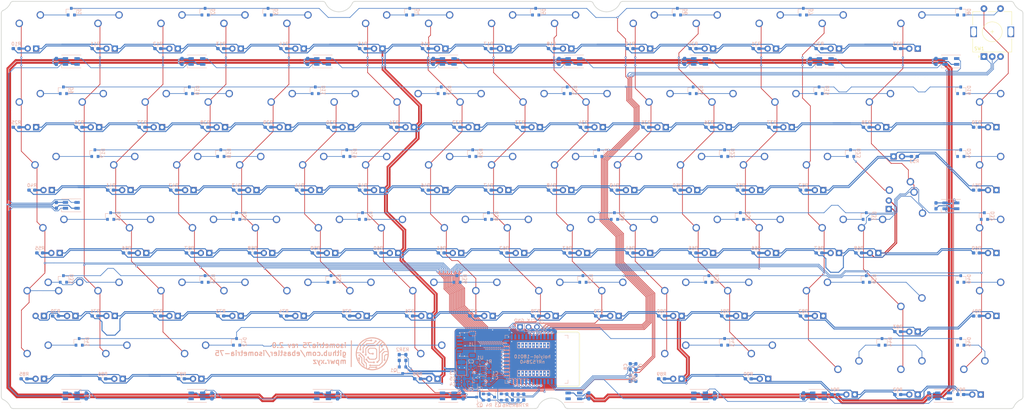
<source format=kicad_pcb>
(kicad_pcb (version 20171130) (host pcbnew "(5.1.7)-1")
  (layers (0 F.Cu signal) (31 B.Cu signal) (34 B.Paste user) (35 F.Paste user) (36 B.SilkS user) (37 F.SilkS user) (38 B.Mask user) (39 F.Mask user) (44 Edge.Cuts user))
  (net 0 "")
  (net 1 GND)
  (net 2 +3V3)
  (net 3 ROTA)
  (net 4 ROTB)
  (net 5 USB-D+)
  (net 6 USB-D-)
  (net 7 COL15)
  (net 8 LED-)
  (net 9 LED_PWM)
  (net 10 +5V)
  (net 11 chgsense)
  (net 12 "Net-(D1-Pad2)")
  (net 13 "Net-(D2-Pad2)")
  (net 14 "Net-(D3-Pad2)")
  (net 15 "Net-(D4-Pad2)")
  (net 16 "Net-(D5-Pad2)")
  (net 17 "Net-(D6-Pad2)")
  (net 18 "Net-(D7-Pad2)")
  (net 19 "Net-(D8-Pad2)")
  (net 20 "Net-(D9-Pad2)")
  (net 21 "Net-(D10-Pad2)")
  (net 22 "Net-(D11-Pad2)")
  (net 23 "Net-(D12-Pad2)")
  (net 24 "Net-(D13-Pad2)")
  (net 25 "Net-(D14-Pad2)")
  (net 26 "Net-(D15-Pad2)")
  (net 27 "Net-(D16-Pad2)")
  (net 28 "Net-(D17-Pad2)")
  (net 29 "Net-(D18-Pad2)")
  (net 30 "Net-(D19-Pad2)")
  (net 31 "Net-(D20-Pad2)")
  (net 32 "Net-(D21-Pad2)")
  (net 33 "Net-(D22-Pad2)")
  (net 34 "Net-(D23-Pad2)")
  (net 35 "Net-(D24-Pad2)")
  (net 36 "Net-(D25-Pad2)")
  (net 37 "Net-(D26-Pad2)")
  (net 38 "Net-(D27-Pad2)")
  (net 39 "Net-(D28-Pad2)")
  (net 40 "Net-(D29-Pad2)")
  (net 41 "Net-(D30-Pad2)")
  (net 42 "Net-(D31-Pad2)")
  (net 43 "Net-(D32-Pad2)")
  (net 44 "Net-(D33-Pad2)")
  (net 45 "Net-(D34-Pad2)")
  (net 46 "Net-(D35-Pad2)")
  (net 47 "Net-(D36-Pad2)")
  (net 48 "Net-(D37-Pad2)")
  (net 49 "Net-(D38-Pad2)")
  (net 50 "Net-(D39-Pad2)")
  (net 51 "Net-(D40-Pad2)")
  (net 52 "Net-(D41-Pad2)")
  (net 53 "Net-(D42-Pad2)")
  (net 54 "Net-(D43-Pad2)")
  (net 55 "Net-(D44-Pad2)")
  (net 56 "Net-(D45-Pad2)")
  (net 57 "Net-(MX1-Pad3)")
  (net 58 "Net-(MX2-Pad3)")
  (net 59 "Net-(MX3-Pad3)")
  (net 60 "Net-(MX4-Pad3)")
  (net 61 "Net-(MX5-Pad3)")
  (net 62 "Net-(MX6-Pad3)")
  (net 63 "Net-(MX7-Pad3)")
  (net 64 "Net-(MX8-Pad3)")
  (net 65 "Net-(MX9-Pad3)")
  (net 66 "Net-(MX10-Pad3)")
  (net 67 "Net-(MX11-Pad3)")
  (net 68 "Net-(MX12-Pad3)")
  (net 69 "Net-(MX13-Pad3)")
  (net 70 "Net-(MX14-Pad3)")
  (net 71 "Net-(MX15-Pad3)")
  (net 72 "Net-(MX16-Pad3)")
  (net 73 "Net-(MX17-Pad3)")
  (net 74 "Net-(MX18-Pad3)")
  (net 75 "Net-(MX19-Pad3)")
  (net 76 "Net-(MX20-Pad3)")
  (net 77 "Net-(MX21-Pad3)")
  (net 78 "Net-(MX22-Pad3)")
  (net 79 "Net-(MX23-Pad3)")
  (net 80 "Net-(MX24-Pad3)")
  (net 81 "Net-(MX25-Pad3)")
  (net 82 "Net-(MX26-Pad3)")
  (net 83 "Net-(MX27-Pad3)")
  (net 84 "Net-(MX28-Pad3)")
  (net 85 "Net-(MX29-Pad3)")
  (net 86 "Net-(MX30-Pad3)")
  (net 87 "Net-(MX31-Pad3)")
  (net 88 "Net-(MX32-Pad3)")
  (net 89 "Net-(MX33-Pad3)")
  (net 90 "Net-(MX34-Pad3)")
  (net 91 "Net-(MX35-Pad3)")
  (net 92 "Net-(MX36-Pad3)")
  (net 93 "Net-(MX37-Pad3)")
  (net 94 "Net-(MX38-Pad3)")
  (net 95 "Net-(MX39-Pad3)")
  (net 96 "Net-(MX40-Pad3)")
  (net 97 "Net-(MX41-Pad3)")
  (net 98 "Net-(MX42-Pad3)")
  (net 99 "Net-(MX43-Pad3)")
  (net 100 "Net-(MX44-Pad3)")
  (net 101 "Net-(MX45-Pad3)")
  (net 102 "Net-(MX46-Pad3)")
  (net 103 "Net-(MX47-Pad3)")
  (net 104 "Net-(MX48-Pad3)")
  (net 105 "Net-(MX49-Pad3)")
  (net 106 "Net-(MX50-Pad3)")
  (net 107 "Net-(MX51-Pad3)")
  (net 108 "Net-(MX52-Pad3)")
  (net 109 "Net-(MX53-Pad3)")
  (net 110 "Net-(MX54-Pad3)")
  (net 111 "Net-(MX55-Pad3)")
  (net 112 "Net-(MX56-Pad3)")
  (net 113 "Net-(MX57-Pad3)")
  (net 114 "Net-(MX58-Pad3)")
  (net 115 "Net-(MX60-Pad3)")
  (net 116 "Net-(MX61-Pad3)")
  (net 117 "Net-(MX63-Pad3)")
  (net 118 "Net-(MX64-Pad3)")
  (net 119 "Net-(MX65-Pad3)")
  (net 120 "Net-(MX66-Pad3)")
  (net 121 "Net-(MX67-Pad3)")
  (net 122 "Net-(MX68-Pad3)")
  (net 123 "Net-(MX69-Pad3)")
  (net 124 "Net-(MX70-Pad3)")
  (net 125 "Net-(MX71-Pad3)")
  (net 126 "Net-(MX72-Pad3)")
  (net 127 "Net-(MX73-Pad3)")
  (net 128 "Net-(MX74-Pad3)")
  (net 129 "Net-(MX75-Pad3)")
  (net 130 "Net-(MX76-Pad3)")
  (net 131 "Net-(MX77-Pad3)")
  (net 132 "Net-(MX78-Pad3)")
  (net 133 "Net-(MX79-Pad3)")
  (net 134 "Net-(MX80-Pad3)")
  (net 135 "Net-(MX81-Pad3)")
  (net 136 "Net-(MX82-Pad3)")
  (net 137 "Net-(Q1-Pad1)")
  (net 138 "Net-(D1-Pad1)")
  (net 139 "Net-(D2-Pad1)")
  (net 140 "Net-(D3-Pad1)")
  (net 141 "Net-(D4-Pad1)")
  (net 142 "Net-(D5-Pad1)")
  (net 143 "Net-(D6-Pad1)")
  (net 144 "Net-(D7-Pad1)")
  (net 145 "Net-(D8-Pad1)")
  (net 146 "Net-(D10-Pad1)")
  (net 147 "Net-(D11-Pad1)")
  (net 148 "Net-(D12-Pad1)")
  (net 149 "Net-(D13-Pad1)")
  (net 150 "Net-(D14-Pad1)")
  (net 151 "Net-(D15-Pad1)")
  (net 152 "Net-(D16-Pad1)")
  (net 153 "Net-(D17-Pad1)")
  (net 154 "Net-(MX83-Pad3)")
  (net 155 "Net-(MX84-Pad3)")
  (net 156 "Net-(MX85-Pad3)")
  (net 157 "Net-(D9-Pad1)")
  (net 158 "Net-(D18-Pad1)")
  (net 159 "Net-(D19-Pad1)")
  (net 160 "Net-(D20-Pad1)")
  (net 161 "Net-(D21-Pad1)")
  (net 162 "Net-(D22-Pad1)")
  (net 163 "Net-(D23-Pad1)")
  (net 164 "Net-(D24-Pad1)")
  (net 165 "Net-(D25-Pad1)")
  (net 166 "Net-(D26-Pad1)")
  (net 167 "Net-(D27-Pad1)")
  (net 168 "Net-(D28-Pad1)")
  (net 169 "Net-(D29-Pad1)")
  (net 170 "Net-(D30-Pad1)")
  (net 171 "Net-(D31-Pad1)")
  (net 172 "Net-(D32-Pad1)")
  (net 173 "Net-(D33-Pad1)")
  (net 174 "Net-(D34-Pad1)")
  (net 175 "Net-(D35-Pad1)")
  (net 176 "Net-(D36-Pad1)")
  (net 177 "Net-(D37-Pad1)")
  (net 178 "Net-(D38-Pad1)")
  (net 179 "Net-(D39-Pad1)")
  (net 180 "Net-(D40-Pad1)")
  (net 181 "Net-(D41-Pad1)")
  (net 182 "Net-(D42-Pad1)")
  (net 183 "Net-(D43-Pad1)")
  (net 184 "Net-(D44-Pad1)")
  (net 185 "Net-(D45-Pad1)")
  (net 186 "Net-(D46-Pad1)")
  (net 187 "Net-(D47-Pad1)")
  (net 188 "Net-(D48-Pad1)")
  (net 189 "Net-(D49-Pad1)")
  (net 190 "Net-(D50-Pad1)")
  (net 191 "Net-(D51-Pad1)")
  (net 192 "Net-(D52-Pad1)")
  (net 193 "Net-(D53-Pad1)")
  (net 194 "Net-(D54-Pad1)")
  (net 195 "Net-(D55-Pad1)")
  (net 196 "Net-(D56-Pad1)")
  (net 197 "Net-(D57-Pad1)")
  (net 198 "Net-(D58-Pad1)")
  (net 199 "Net-(D59-Pad1)")
  (net 200 "Net-(D60-Pad1)")
  (net 201 "Net-(D61-Pad1)")
  (net 202 "Net-(D62-Pad1)")
  (net 203 "Net-(D63-Pad1)")
  (net 204 UG_HV)
  (net 205 "Net-(R1-Pad1)")
  (net 206 UG_LV)
  (net 207 "Net-(U3-Pad55)")
  (net 208 "Net-(U3-Pad54)")
  (net 209 "Net-(U3-Pad53)")
  (net 210 "Net-(U3-Pad52)")
  (net 211 "Net-(U3-Pad51)")
  (net 212 "Net-(U3-Pad50)")
  (net 213 "Net-(U3-Pad49)")
  (net 214 "Net-(U3-Pad48)")
  (net 215 "Net-(U3-Pad47)")
  (net 216 "Net-(U3-Pad46)")
  (net 217 "Net-(U3-Pad45)")
  (net 218 "Net-(U3-Pad43)")
  (net 219 "Net-(U3-Pad42)")
  (net 220 "Net-(U3-Pad41)")
  (net 221 "Net-(U3-Pad40)")
  (net 222 "Net-(U3-Pad39)")
  (net 223 "Net-(U3-Pad38)")
  (net 224 ROW0)
  (net 225 ROW1)
  (net 226 ROW2)
  (net 227 ROW3)
  (net 228 ROW4)
  (net 229 ROW5)
  (net 230 COL0)
  (net 231 COL1)
  (net 232 COL2)
  (net 233 COL3)
  (net 234 COL4)
  (net 235 COL6)
  (net 236 COL7)
  (net 237 COL8)
  (net 238 COL9)
  (net 239 COL10)
  (net 240 COL11)
  (net 241 COL12)
  (net 242 COL13)
  (net 243 COL14)
  (net 244 COL5)
  (net 245 /SWDCLK)
  (net 246 "Net-(J2-Pad3)")
  (net 247 UG_PWR)
  (net 248 "Net-(Q2-Pad1)")
  (net 249 "Net-(Q3-Pad1)")
  (net 250 UG_EN)
  (net 251 /VSENSE)
  (module Resistor_SMD:R_0603_1608Metric_Pad1.05x0.95mm_HandSolder (layer B.Cu) (at 146.69 110.37 270)
    (fp_text reference R8 (at 2.48 -0.21 180) (layer B.SilkS) (effects (justify mirror)))
    (fp_text value 2M)
    (pad 2 smd roundrect (at 0.875 0 270) (size 1.05 0.95) (layers B.Cu B.Paste B.Mask) (net 1 GND))
    (pad 1 smd roundrect (at -0.875 0 270) (size 1.05 0.95) (layers B.Cu B.Paste B.Mask) (net 251 /VSENSE))
  )
  (module Resistor_SMD:R_0603_1608Metric_Pad1.05x0.95mm_HandSolder (layer B.Cu) (at 148.4 110.37 90)
    (fp_text reference R7 (at -2.48 0.5 180) (layer B.SilkS) (effects (justify mirror)))
    (fp_text value 1.3M)
    (pad 2 smd roundrect (at 0.875 0 90) (size 1.05 0.95) (layers B.Cu B.Paste B.Mask) (net 251 /VSENSE))
    (pad 1 smd roundrect (at -0.875 0 90) (size 1.05 0.95) (layers B.Cu B.Paste B.Mask) (net 10 +5V))
  )
  (module Resistor_SMD:R_0603_1608Metric_Pad1.05x0.95mm_HandSolder (layer B.Cu) (at 143.3 110.35 270)
    (fp_text reference R6 (at 2.5 0.4 180) (layer B.SilkS) (effects (justify mirror)))
    (fp_text value 10k)
    (pad 2 smd roundrect (at 0.875 0 270) (size 1.05 0.95) (layers B.Cu B.Paste B.Mask) (net 1 GND))
    (pad 1 smd roundrect (at -0.875 0 270) (size 1.05 0.95) (layers B.Cu B.Paste B.Mask) (net 249 "Net-(Q3-Pad1)"))
  )
  (module Resistor_SMD:R_0603_1608Metric_Pad1.05x0.95mm_HandSolder (layer B.Cu) (at 145 110.35 90)
    (fp_text reference R5 (at -2.5 -0.1 180) (layer B.SilkS) (effects (justify mirror)))
    (fp_text value 100R)
    (pad 2 smd roundrect (at 0.875 0 90) (size 1.05 0.95) (layers B.Cu B.Paste B.Mask) (net 250 UG_EN))
    (pad 1 smd roundrect (at -0.875 0 90) (size 1.05 0.95) (layers B.Cu B.Paste B.Mask) (net 249 "Net-(Q3-Pad1)"))
  )
  (module Resistor_SMD:R_0603_1608Metric_Pad1.05x0.95mm_HandSolder (layer B.Cu) (at 137.9 110.35 270)
    (fp_text reference R4 (at 2.5 0 180) (layer B.SilkS) (effects (justify mirror)))
    (fp_text value 10k)
    (pad 2 smd roundrect (at 0.875 0 270) (size 1.05 0.95) (layers B.Cu B.Paste B.Mask) (net 10 +5V))
    (pad 1 smd roundrect (at -0.875 0 270) (size 1.05 0.95) (layers B.Cu B.Paste B.Mask) (net 248 "Net-(Q2-Pad1)"))
  )
  (module Package_TO_SOT_SMD:SOT-23 (layer B.Cu) (at 140.6 110.35 180)
    (fp_text reference Q3 (at -0.03 -2.47) (layer B.SilkS) (effects (justify mirror)))
    (fp_text value 2N7002)
    (pad 3 smd rect (at 1 0 180) (size 0.9 0.8) (layers B.Cu B.Paste B.Mask) (net 248 "Net-(Q2-Pad1)"))
    (pad 2 smd rect (at -1 -0.95 180) (size 0.9 0.8) (layers B.Cu B.Paste B.Mask) (net 1 GND))
    (pad 1 smd rect (at -1 0.95 180) (size 0.9 0.8) (layers B.Cu B.Paste B.Mask) (net 249 "Net-(Q3-Pad1)"))
  )
  (module Package_TO_SOT_SMD:SOT-23 (layer B.Cu) (at 135.2 110.35 180)
    (fp_text reference Q2 (at 0.1 -2.5) (layer B.SilkS) (effects (justify mirror)))
    (fp_text value AO3401A)
    (pad 3 smd rect (at 1 0 180) (size 0.9 0.8) (layers B.Cu B.Paste B.Mask) (net 247 UG_PWR))
    (pad 2 smd rect (at -1 -0.95 180) (size 0.9 0.8) (layers B.Cu B.Paste B.Mask) (net 10 +5V))
    (pad 1 smd rect (at -1 0.95 180) (size 0.9 0.8) (layers B.Cu B.Paste B.Mask) (net 248 "Net-(Q2-Pad1)"))
  )
  (module MX_Only:MXOnly-1U (layer F.Cu) (at 161.5 42.75)
    (fp_text reference MX38)
    (fp_text value MX-LED)
    (pad 2 thru_hole circle (at 2.54 -5.08) (size 2.25 2.25) (drill 1.524) (layers *.Cu B.Mask) (net 32 "Net-(D21-Pad2)"))
    (pad "" np_thru_hole circle (at 0 0) (size 3.9878 3.9878) (drill 3.9878) (layers *.Cu *.Mask))
    (pad 1 thru_hole circle (at -3.81 -2.54) (size 2.25 2.25) (drill 1.524) (layers *.Cu B.Mask) (net 238 COL9))
    (pad 3 thru_hole circle (at -1.27 5.08) (size 1.905 1.905) (drill 1.04) (layers *.Cu B.Mask) (net 94 "Net-(MX38-Pad3)"))
    (pad 4 thru_hole rect (at 1.27 5.08) (size 1.905 1.905) (drill 1.04) (layers *.Cu B.Mask) (net 8 LED-))
    (pad "" np_thru_hole circle (at -5.08 0 48.0996) (size 1.75 1.75) (drill 1.75) (layers *.Cu *.Mask))
    (pad "" np_thru_hole circle (at 5.08 0 48.0996) (size 1.75 1.75) (drill 1.75) (layers *.Cu *.Mask))
  )
  (module MX_Only:MXOnly-6.25U (layer F.Cu) (at 121.125 99.75)
    (fp_text reference MX80)
    (fp_text value MX-LED)
    (pad 2 thru_hole circle (at 2.54 -5.08) (size 2.25 2.25) (drill 1.524) (layers *.Cu B.Mask) (net 182 "Net-(D42-Pad1)"))
    (pad "" np_thru_hole circle (at 0 0) (size 3.9878 3.9878) (drill 3.9878) (layers *.Cu *.Mask))
    (pad 1 thru_hole circle (at -3.81 -2.54) (size 2.25 2.25) (drill 1.524) (layers *.Cu B.Mask) (net 235 COL6))
    (pad 3 thru_hole circle (at -1.27 5.08) (size 1.905 1.905) (drill 1.04) (layers *.Cu B.Mask) (net 134 "Net-(MX80-Pad3)"))
    (pad 4 thru_hole rect (at 1.27 5.08) (size 1.905 1.905) (drill 1.04) (layers *.Cu B.Mask) (net 8 LED-))
    (pad "" np_thru_hole circle (at -5.08 0 48.0996) (size 1.75 1.75) (drill 1.75) (layers *.Cu *.Mask))
    (pad "" np_thru_hole circle (at 5.08 0 48.0996) (size 1.75 1.75) (drill 1.75) (layers *.Cu *.Mask))
    (pad "" np_thru_hole circle (at -49.9999 -6.985) (size 3.048 3.048) (drill 3.048) (layers *.Cu *.Mask))
    (pad "" np_thru_hole circle (at 49.9999 -6.985) (size 3.048 3.048) (drill 3.048) (layers *.Cu *.Mask))
    (pad "" np_thru_hole circle (at -49.9999 8.255) (size 3.9878 3.9878) (drill 3.9878) (layers *.Cu *.Mask))
    (pad "" np_thru_hole circle (at 49.9999 8.255) (size 3.9878 3.9878) (drill 3.9878) (layers *.Cu *.Mask))
  )
  (module MX_Only:MXOnly-1U (layer F.Cu) (at 166.25 61.75)
    (fp_text reference MX53)
    (fp_text value MX-LED)
    (pad 2 thru_hole circle (at 2.54 -5.08) (size 2.25 2.25) (drill 1.524) (layers *.Cu B.Mask) (net 40 "Net-(D29-Pad2)"))
    (pad "" np_thru_hole circle (at 0 0) (size 3.9878 3.9878) (drill 3.9878) (layers *.Cu *.Mask))
    (pad 1 thru_hole circle (at -3.81 -2.54) (size 2.25 2.25) (drill 1.524) (layers *.Cu B.Mask) (net 238 COL9))
    (pad 3 thru_hole circle (at -1.27 5.08) (size 1.905 1.905) (drill 1.04) (layers *.Cu B.Mask) (net 109 "Net-(MX53-Pad3)"))
    (pad 4 thru_hole rect (at 1.27 5.08) (size 1.905 1.905) (drill 1.04) (layers *.Cu B.Mask) (net 8 LED-))
    (pad "" np_thru_hole circle (at -5.08 0 48.0996) (size 1.75 1.75) (drill 1.75) (layers *.Cu *.Mask))
    (pad "" np_thru_hole circle (at 5.08 0 48.0996) (size 1.75 1.75) (drill 1.75) (layers *.Cu *.Mask))
  )
  (module Connector_PinHeader_2.54mm:PinHeader_1x03_P2.54mm_Vertical (layer B.Cu) (at 147.29 89.18 270)
    (fp_text reference J2 hide)
    (fp_text value SWD (at -0.01 -7.41 90) (layer B.SilkS) (effects (justify mirror)))
    (pad 1 thru_hole rect (at 0 0 270) (size 1.7 1.7) (drill 1) (layers *.Cu *.Mask) (net 1 GND))
    (pad 2 thru_hole oval (at 0 -2.54 270) (size 1.7 1.7) (drill 1) (layers *.Cu *.Mask) (net 245 /SWDCLK))
    (pad 3 thru_hole oval (at 0 -5.08 270) (size 1.7 1.7) (drill 1) (layers *.Cu *.Mask) (net 246 "Net-(J2-Pad3)"))
  )
  (module MX_Only:MXOnly-1U (layer F.Cu) (at 175.75 80.75)
    (fp_text reference MX71)
    (fp_text value MX-LED)
    (pad 2 thru_hole circle (at 2.54 -5.08) (size 2.25 2.25) (drill 1.524) (layers *.Cu B.Mask) (net 177 "Net-(D37-Pad1)"))
    (pad "" np_thru_hole circle (at 0 0) (size 3.9878 3.9878) (drill 3.9878) (layers *.Cu *.Mask))
    (pad 1 thru_hole circle (at -3.81 -2.54) (size 2.25 2.25) (drill 1.524) (layers *.Cu B.Mask) (net 238 COL9))
    (pad 3 thru_hole circle (at -1.27 5.08) (size 1.905 1.905) (drill 1.04) (layers *.Cu B.Mask) (net 125 "Net-(MX71-Pad3)"))
    (pad 4 thru_hole rect (at 1.27 5.08) (size 1.905 1.905) (drill 1.04) (layers *.Cu B.Mask) (net 8 LED-))
    (pad "" np_thru_hole circle (at -5.08 0 48.0996) (size 1.75 1.75) (drill 1.75) (layers *.Cu *.Mask))
    (pad "" np_thru_hole circle (at 5.08 0 48.0996) (size 1.75 1.75) (drill 1.75) (layers *.Cu *.Mask))
  )
  (module MX_Only:MXOnly-1U (layer F.Cu) (at 61.75 0)
    (fp_text reference MX4)
    (fp_text value MX-LED)
    (pad 2 thru_hole circle (at 2.54 -5.08) (size 2.25 2.25) (drill 1.47) (layers *.Cu B.Mask) (net 139 "Net-(D2-Pad1)"))
    (pad "" np_thru_hole circle (at 0 0) (size 3.9878 3.9878) (drill 3.9878) (layers *.Cu *.Mask))
    (pad 1 thru_hole circle (at -3.81 -2.54) (size 2.25 2.25) (drill 1.47) (layers *.Cu B.Mask) (net 233 COL3))
    (pad 3 thru_hole circle (at -1.27 5.08) (size 1.905 1.905) (drill 1.04) (layers *.Cu B.Mask) (net 60 "Net-(MX4-Pad3)"))
    (pad 4 thru_hole rect (at 1.27 5.08) (size 1.905 1.905) (drill 1.04) (layers *.Cu B.Mask) (net 8 LED-))
    (pad "" np_thru_hole circle (at -5.08 0 48.0996) (size 1.75 1.75) (drill 1.75) (layers *.Cu *.Mask))
    (pad "" np_thru_hole circle (at 5.08 0 48.0996) (size 1.75 1.75) (drill 1.75) (layers *.Cu *.Mask))
  )
  (module Resistor_SMD:R_0603_1608Metric_Pad1.05x0.95mm_HandSolder (layer B.Cu) (at 266.25 37.67)
    (fp_text reference R53 (at 0 1.43) (layer B.SilkS) (effects (justify mirror)))
    (fp_text value 680R)
    (pad 2 smd roundrect (at 0.875 0) (size 1.05 0.95) (layers B.Cu B.Paste B.Mask) (net 10 +5V))
    (pad 1 smd roundrect (at -0.875 0) (size 1.05 0.95) (layers B.Cu B.Paste B.Mask) (net 99 "Net-(MX43-Pad3)"))
  )
  (module MX_Only:MXOnly-1U (layer F.Cu) (at 0 0)
    (fp_text reference MX1)
    (fp_text value MX-LED)
    (pad 2 thru_hole circle (at 2.54 -5.08) (size 2.25 2.25) (drill 1.524) (layers *.Cu B.Mask) (net 12 "Net-(D1-Pad2)"))
    (pad "" np_thru_hole circle (at 0 0) (size 3.9878 3.9878) (drill 3.9878) (layers *.Cu *.Mask))
    (pad 1 thru_hole circle (at -3.81 -2.54) (size 2.25 2.25) (drill 1.524) (layers *.Cu B.Mask) (net 230 COL0))
    (pad 3 thru_hole circle (at -1.27 5.08) (size 1.905 1.905) (drill 1.04) (layers *.Cu B.Mask) (net 57 "Net-(MX1-Pad3)"))
    (pad 4 thru_hole rect (at 1.27 5.08) (size 1.905 1.905) (drill 1.04) (layers *.Cu B.Mask) (net 8 LED-))
    (pad "" np_thru_hole circle (at -5.08 0 48.0996) (size 1.75 1.75) (drill 1.75) (layers *.Cu *.Mask))
    (pad "" np_thru_hole circle (at 5.08 0 48.0996) (size 1.75 1.75) (drill 1.75) (layers *.Cu *.Mask))
  )
  (module MX_Only:MXOnly-1U (layer F.Cu) (at 266 104.5)
    (fp_text reference MX84)
    (fp_text value MX-LED)
    (pad 2 thru_hole circle (at 2.54 -5.08) (size 2.25 2.25) (drill 1.524) (layers *.Cu B.Mask) (net 184 "Net-(D44-Pad1)"))
    (pad "" np_thru_hole circle (at 0 0) (size 3.9878 3.9878) (drill 3.9878) (layers *.Cu *.Mask))
    (pad 1 thru_hole circle (at -3.81 -2.54) (size 2.25 2.25) (drill 1.524) (layers *.Cu B.Mask) (net 243 COL14))
    (pad 3 thru_hole circle (at -1.27 5.08) (size 1.905 1.905) (drill 1.04) (layers *.Cu B.Mask) (net 155 "Net-(MX84-Pad3)"))
    (pad 4 thru_hole rect (at 1.27 5.08) (size 1.905 1.905) (drill 1.04) (layers *.Cu B.Mask) (net 8 LED-))
    (pad "" np_thru_hole circle (at -5.08 0 48.0996) (size 1.75 1.75) (drill 1.75) (layers *.Cu *.Mask))
    (pad "" np_thru_hole circle (at 5.08 0 48.0996) (size 1.75 1.75) (drill 1.75) (layers *.Cu *.Mask))
  )
  (module MX_Only:MXOnly-1U (layer F.Cu) (at 285 104.5)
    (fp_text reference MX85)
    (fp_text value MX-LED)
    (pad 2 thru_hole circle (at 2.54 -5.08) (size 2.25 2.25) (drill 1.524) (layers *.Cu B.Mask) (net 185 "Net-(D45-Pad1)"))
    (pad "" np_thru_hole circle (at 0 0) (size 3.9878 3.9878) (drill 3.9878) (layers *.Cu *.Mask))
    (pad 1 thru_hole circle (at -3.81 -2.54) (size 2.25 2.25) (drill 1.524) (layers *.Cu B.Mask) (net 7 COL15))
    (pad 3 thru_hole circle (at -1.27 5.08) (size 1.905 1.905) (drill 1.04) (layers *.Cu B.Mask) (net 156 "Net-(MX85-Pad3)"))
    (pad 4 thru_hole rect (at 1.27 5.08) (size 1.905 1.905) (drill 1.04) (layers *.Cu B.Mask) (net 8 LED-))
    (pad "" np_thru_hole circle (at -5.08 0 48.0996) (size 1.75 1.75) (drill 1.75) (layers *.Cu *.Mask))
    (pad "" np_thru_hole circle (at 5.08 0 48.0996) (size 1.75 1.75) (drill 1.75) (layers *.Cu *.Mask))
  )
  (module MX_Only:MXOnly-1.25U (layer F.Cu) (at 2.375 99.75)
    (fp_text reference MX77)
    (fp_text value MX-LED)
    (pad 2 thru_hole circle (at 2.54 -5.08) (size 2.25 2.25) (drill 1.524) (layers *.Cu B.Mask) (net 52 "Net-(D41-Pad2)"))
    (pad "" np_thru_hole circle (at 0 0) (size 3.9878 3.9878) (drill 3.9878) (layers *.Cu *.Mask))
    (pad 1 thru_hole circle (at -3.81 -2.54) (size 2.25 2.25) (drill 1.524) (layers *.Cu B.Mask) (net 230 COL0))
    (pad 3 thru_hole circle (at -1.27 5.08) (size 1.905 1.905) (drill 1.04) (layers *.Cu B.Mask) (net 131 "Net-(MX77-Pad3)"))
    (pad 4 thru_hole rect (at 1.27 5.08) (size 1.905 1.905) (drill 1.04) (layers *.Cu B.Mask) (net 8 LED-))
    (pad "" np_thru_hole circle (at -5.08 0 48.0996) (size 1.75 1.75) (drill 1.75) (layers *.Cu *.Mask))
    (pad "" np_thru_hole circle (at 5.08 0 48.0996) (size 1.75 1.75) (drill 1.75) (layers *.Cu *.Mask))
  )
  (module logo-branding:logo_silk_10 (layer B.Cu) (at 102.7 97.259317 180)
    (fp_text reference G*** hide)
    (fp_text value LOGO hide)
  )
  (module Capacitor_SMD:C_0603_1608Metric_Pad1.05x0.95mm_HandSolder (layer B.Cu) (at 130.120534 109.982 90)
    (fp_text reference C10 hide)
    (fp_text value 100nF)
    (pad 2 smd roundrect (at 0.875 0 90) (size 1.05 0.95) (layers B.Cu B.Paste B.Mask) (net 1 GND))
    (pad 1 smd roundrect (at -0.875 0 90) (size 1.05 0.95) (layers B.Cu B.Paste B.Mask) (net 247 UG_PWR))
  )
  (module Capacitor_Tantalum_SMD:CP_EIA-3528-21_Kemet-B (layer B.Cu) (at 129.6 101.348 90)
    (fp_text reference C3 (at -1.722 -2.65) (layer B.SilkS) (effects (justify mirror)))
    (fp_text value 100uF)
    (pad 2 smd roundrect (at 1.5375 0 90) (size 1.325 2.35) (layers B.Cu B.Paste B.Mask) (roundrect_rratio 0.1886769811320755) (net 1 GND))
    (pad 1 smd roundrect (at -1.5375 0 90) (size 1.325 2.35) (layers B.Cu B.Paste B.Mask) (roundrect_rratio 0.1886769811320755) (net 10 +5V))
  )
  (module Package_TO_SOT_SMD:SOT-363_SC-70-6 (layer B.Cu) (at 135.15 102.22 180)
    (fp_text reference U1 (at -0.1 3.77) (layer B.SilkS) (effects (justify mirror)))
    (fp_text value TXB0101)
    (pad 6 smd rect (at 0.95 0.65 180) (size 0.65 0.4) (layers B.Cu B.Paste B.Mask) (net 10 +5V))
    (pad 4 smd rect (at 0.95 -0.65 180) (size 0.65 0.4) (layers B.Cu B.Paste B.Mask) (net 204 UG_HV))
    (pad 2 smd rect (at -0.95 0 180) (size 0.65 0.4) (layers B.Cu B.Paste B.Mask) (net 1 GND))
    (pad 5 smd rect (at 0.95 0 180) (size 0.65 0.4) (layers B.Cu B.Paste B.Mask) (net 205 "Net-(R1-Pad1)"))
    (pad 3 smd rect (at -0.95 -0.65 180) (size 0.65 0.4) (layers B.Cu B.Paste B.Mask) (net 206 UG_LV))
    (pad 1 smd rect (at -0.95 0.65 180) (size 0.65 0.4) (layers B.Cu B.Paste B.Mask) (net 2 +3V3))
  )
  (module Resistor_SMD:R_0603_1608Metric_Pad1.05x0.95mm_HandSolder (layer B.Cu) (at 280.25 109.58 180)
    (fp_text reference R93 (at 0 1.43) (layer B.SilkS) (effects (justify mirror)))
    (fp_text value 680R)
    (pad 2 smd roundrect (at 0.875 0 180) (size 1.05 0.95) (layers B.Cu B.Paste B.Mask) (net 10 +5V))
    (pad 1 smd roundrect (at -0.875 0 180) (size 1.05 0.95) (layers B.Cu B.Paste B.Mask) (net 156 "Net-(MX85-Pad3)"))
  )
  (module Resistor_SMD:R_0603_1608Metric_Pad1.05x0.95mm_HandSolder (layer B.Cu) (at 261.25 109.58 180)
    (fp_text reference R92 (at 0 1.43) (layer B.SilkS) (effects (justify mirror)))
    (fp_text value 680R)
    (pad 2 smd roundrect (at 0.875 0 180) (size 1.05 0.95) (layers B.Cu B.Paste B.Mask) (net 10 +5V))
    (pad 1 smd roundrect (at -0.875 0 180) (size 1.05 0.95) (layers B.Cu B.Paste B.Mask) (net 155 "Net-(MX84-Pad3)"))
  )
  (module Resistor_SMD:R_0603_1608Metric_Pad1.05x0.95mm_HandSolder (layer B.Cu) (at 242.25 109.58 180)
    (fp_text reference R91 (at 0 1.43) (layer B.SilkS) (effects (justify mirror)))
    (fp_text value 680R)
    (pad 2 smd roundrect (at 0.875 0 180) (size 1.05 0.95) (layers B.Cu B.Paste B.Mask) (net 10 +5V))
    (pad 1 smd roundrect (at -0.875 0 180) (size 1.05 0.95) (layers B.Cu B.Paste B.Mask) (net 154 "Net-(MX83-Pad3)"))
  )
  (module Resistor_SMD:R_0603_1608Metric_Pad1.05x0.95mm_HandSolder (layer B.Cu) (at 216.154 104.83 180)
    (fp_text reference R90 (at 0 1.43) (layer B.SilkS) (effects (justify mirror)))
    (fp_text value 680R)
    (pad 2 smd roundrect (at 0.875 0 180) (size 1.05 0.95) (layers B.Cu B.Paste B.Mask) (net 10 +5V))
    (pad 1 smd roundrect (at -0.875 0 180) (size 1.05 0.95) (layers B.Cu B.Paste B.Mask) (net 136 "Net-(MX82-Pad3)"))
  )
  (module Resistor_SMD:R_0603_1608Metric_Pad1.05x0.95mm_HandSolder (layer B.Cu) (at 189.992 104.83 180)
    (fp_text reference R89 (at 0 1.43) (layer B.SilkS) (effects (justify mirror)))
    (fp_text value 680R)
    (pad 2 smd roundrect (at 0.875 0 180) (size 1.05 0.95) (layers B.Cu B.Paste B.Mask) (net 10 +5V))
    (pad 1 smd roundrect (at -0.875 0 180) (size 1.05 0.95) (layers B.Cu B.Paste B.Mask) (net 135 "Net-(MX81-Pad3)"))
  )
  (module Resistor_SMD:R_0603_1608Metric_Pad1.05x0.95mm_HandSolder (layer B.Cu) (at 116.375 104.83 180)
    (fp_text reference R88 (at 0 1.43) (layer B.SilkS) (effects (justify mirror)))
    (fp_text value 680R)
    (pad 2 smd roundrect (at 0.875 0 180) (size 1.05 0.95) (layers B.Cu B.Paste B.Mask) (net 10 +5V))
    (pad 1 smd roundrect (at -0.875 0 180) (size 1.05 0.95) (layers B.Cu B.Paste B.Mask) (net 134 "Net-(MX80-Pad3)"))
  )
  (module Resistor_SMD:R_0603_1608Metric_Pad1.05x0.95mm_HandSolder (layer B.Cu) (at 45.125 104.83 180)
    (fp_text reference R87 (at 0 1.43) (layer B.SilkS) (effects (justify mirror)))
    (fp_text value 680R)
    (pad 2 smd roundrect (at 0.875 0 180) (size 1.05 0.95) (layers B.Cu B.Paste B.Mask) (net 10 +5V))
    (pad 1 smd roundrect (at -0.875 0 180) (size 1.05 0.95) (layers B.Cu B.Paste B.Mask) (net 133 "Net-(MX79-Pad3)"))
  )
  (module Resistor_SMD:R_0603_1608Metric_Pad1.05x0.95mm_HandSolder (layer B.Cu) (at 21.375 104.83 180)
    (fp_text reference R86 (at 0 1.43) (layer B.SilkS) (effects (justify mirror)))
    (fp_text value 680R)
    (pad 2 smd roundrect (at 0.875 0 180) (size 1.05 0.95) (layers B.Cu B.Paste B.Mask) (net 10 +5V))
    (pad 1 smd roundrect (at -0.875 0 180) (size 1.05 0.95) (layers B.Cu B.Paste B.Mask) (net 132 "Net-(MX78-Pad3)"))
  )
  (module Resistor_SMD:R_0603_1608Metric_Pad1.05x0.95mm_HandSolder (layer B.Cu) (at -2.375 104.83 180)
    (fp_text reference R85 (at 0 1.43) (layer B.SilkS) (effects (justify mirror)))
    (fp_text value 680R)
    (pad 2 smd roundrect (at 0.875 0 180) (size 1.05 0.95) (layers B.Cu B.Paste B.Mask) (net 10 +5V))
    (pad 1 smd roundrect (at -0.875 0 180) (size 1.05 0.95) (layers B.Cu B.Paste B.Mask) (net 131 "Net-(MX77-Pad3)"))
  )
  (module Resistor_SMD:R_0603_1608Metric_Pad1.05x0.95mm_HandSolder (layer B.Cu) (at 285 85.852 180)
    (fp_text reference R84 (at 0 1.43) (layer B.SilkS) (effects (justify mirror)))
    (fp_text value 680R)
    (pad 2 smd roundrect (at 0.875 0 180) (size 1.05 0.95) (layers B.Cu B.Paste B.Mask) (net 10 +5V))
    (pad 1 smd roundrect (at -0.875 0 180) (size 1.05 0.95) (layers B.Cu B.Paste B.Mask) (net 130 "Net-(MX76-Pad3)"))
  )
  (module Resistor_SMD:R_0603_1608Metric_Pad1.05x0.95mm_HandSolder (layer B.Cu) (at 261.25 90.58 180)
    (fp_text reference R83 (at 0 1.43) (layer B.SilkS) (effects (justify mirror)))
    (fp_text value 680R)
    (pad 2 smd roundrect (at 0.875 0 180) (size 1.05 0.95) (layers B.Cu B.Paste B.Mask) (net 10 +5V))
    (pad 1 smd roundrect (at -0.875 0 180) (size 1.05 0.95) (layers B.Cu B.Paste B.Mask) (net 129 "Net-(MX75-Pad3)"))
  )
  (module Resistor_SMD:R_0603_1608Metric_Pad1.05x0.95mm_HandSolder (layer B.Cu) (at 232.75 85.852 180)
    (fp_text reference R82 (at 0 1.43) (layer B.SilkS) (effects (justify mirror)))
    (fp_text value 680R)
    (pad 2 smd roundrect (at 0.875 0 180) (size 1.05 0.95) (layers B.Cu B.Paste B.Mask) (net 10 +5V))
    (pad 1 smd roundrect (at -0.875 0 180) (size 1.05 0.95) (layers B.Cu B.Paste B.Mask) (net 128 "Net-(MX74-Pad3)"))
  )
  (module Resistor_SMD:R_0603_1608Metric_Pad1.05x0.95mm_HandSolder (layer B.Cu) (at 209 85.852 180)
    (fp_text reference R81 (at 0 1.43) (layer B.SilkS) (effects (justify mirror)))
    (fp_text value 680R)
    (pad 2 smd roundrect (at 0.875 0 180) (size 1.05 0.95) (layers B.Cu B.Paste B.Mask) (net 10 +5V))
    (pad 1 smd roundrect (at -0.875 0 180) (size 1.05 0.95) (layers B.Cu B.Paste B.Mask) (net 127 "Net-(MX73-Pad3)"))
  )
  (module Resistor_SMD:R_0603_1608Metric_Pad1.05x0.95mm_HandSolder (layer B.Cu) (at 190 85.852 180)
    (fp_text reference R80 (at 0 1.43) (layer B.SilkS) (effects (justify mirror)))
    (fp_text value 680R)
    (pad 2 smd roundrect (at 0.875 0 180) (size 1.05 0.95) (layers B.Cu B.Paste B.Mask) (net 10 +5V))
    (pad 1 smd roundrect (at -0.875 0 180) (size 1.05 0.95) (layers B.Cu B.Paste B.Mask) (net 126 "Net-(MX72-Pad3)"))
  )
  (module Resistor_SMD:R_0603_1608Metric_Pad1.05x0.95mm_HandSolder (layer B.Cu) (at 171 85.852 180)
    (fp_text reference R79 (at 0 1.43) (layer B.SilkS) (effects (justify mirror)))
    (fp_text value 680R)
    (pad 2 smd roundrect (at 0.875 0 180) (size 1.05 0.95) (layers B.Cu B.Paste B.Mask) (net 10 +5V))
    (pad 1 smd roundrect (at -0.875 0 180) (size 1.05 0.95) (layers B.Cu B.Paste B.Mask) (net 125 "Net-(MX71-Pad3)"))
  )
  (module Resistor_SMD:R_0603_1608Metric_Pad1.05x0.95mm_HandSolder (layer B.Cu) (at 152 85.852 180)
    (fp_text reference R78 (at 0 1.43) (layer B.SilkS) (effects (justify mirror)))
    (fp_text value 680R)
    (pad 2 smd roundrect (at 0.875 0 180) (size 1.05 0.95) (layers B.Cu B.Paste B.Mask) (net 10 +5V))
    (pad 1 smd roundrect (at -0.875 0 180) (size 1.05 0.95) (layers B.Cu B.Paste B.Mask) (net 124 "Net-(MX70-Pad3)"))
  )
  (module Resistor_SMD:R_0603_1608Metric_Pad1.05x0.95mm_HandSolder (layer B.Cu) (at 133 85.852 180)
    (fp_text reference R77 (at 0 1.43) (layer B.SilkS) (effects (justify mirror)))
    (fp_text value 680R)
    (pad 2 smd roundrect (at 0.875 0 180) (size 1.05 0.95) (layers B.Cu B.Paste B.Mask) (net 10 +5V))
    (pad 1 smd roundrect (at -0.875 0 180) (size 1.05 0.95) (layers B.Cu B.Paste B.Mask) (net 123 "Net-(MX69-Pad3)"))
  )
  (module Resistor_SMD:R_0603_1608Metric_Pad1.05x0.95mm_HandSolder (layer B.Cu) (at 114 85.852 180)
    (fp_text reference R76 (at 0 1.43) (layer B.SilkS) (effects (justify mirror)))
    (fp_text value 680R)
    (pad 2 smd roundrect (at 0.875 0 180) (size 1.05 0.95) (layers B.Cu B.Paste B.Mask) (net 10 +5V))
    (pad 1 smd roundrect (at -0.875 0 180) (size 1.05 0.95) (layers B.Cu B.Paste B.Mask) (net 122 "Net-(MX68-Pad3)"))
  )
  (module Resistor_SMD:R_0603_1608Metric_Pad1.05x0.95mm_HandSolder (layer B.Cu) (at 95 85.852 180)
    (fp_text reference R75 (at 0 1.43) (layer B.SilkS) (effects (justify mirror)))
    (fp_text value 680R)
    (pad 2 smd roundrect (at 0.875 0 180) (size 1.05 0.95) (layers B.Cu B.Paste B.Mask) (net 10 +5V))
    (pad 1 smd roundrect (at -0.875 0 180) (size 1.05 0.95) (layers B.Cu B.Paste B.Mask) (net 121 "Net-(MX67-Pad3)"))
  )
  (module Resistor_SMD:R_0603_1608Metric_Pad1.05x0.95mm_HandSolder (layer B.Cu) (at 76 85.852 180)
    (fp_text reference R74 (at 0 1.43) (layer B.SilkS) (effects (justify mirror)))
    (fp_text value 680R)
    (pad 2 smd roundrect (at 0.875 0 180) (size 1.05 0.95) (layers B.Cu B.Paste B.Mask) (net 10 +5V))
    (pad 1 smd roundrect (at -0.875 0 180) (size 1.05 0.95) (layers B.Cu B.Paste B.Mask) (net 120 "Net-(MX66-Pad3)"))
  )
  (module Resistor_SMD:R_0603_1608Metric_Pad1.05x0.95mm_HandSolder (layer B.Cu) (at 57 85.852 180)
    (fp_text reference R73 (at 0 1.43) (layer B.SilkS) (effects (justify mirror)))
    (fp_text value 680R)
    (pad 2 smd roundrect (at 0.875 0 180) (size 1.05 0.95) (layers B.Cu B.Paste B.Mask) (net 10 +5V))
    (pad 1 smd roundrect (at -0.875 0 180) (size 1.05 0.95) (layers B.Cu B.Paste B.Mask) (net 119 "Net-(MX65-Pad3)"))
  )
  (module Resistor_SMD:R_0603_1608Metric_Pad1.05x0.95mm_HandSolder (layer B.Cu) (at 38 85.852 180)
    (fp_text reference R72 (at 0 1.43) (layer B.SilkS) (effects (justify mirror)))
    (fp_text value 680R)
    (pad 2 smd roundrect (at 0.875 0 180) (size 1.05 0.95) (layers B.Cu B.Paste B.Mask) (net 10 +5V))
    (pad 1 smd roundrect (at -0.875 0 180) (size 1.05 0.95) (layers B.Cu B.Paste B.Mask) (net 118 "Net-(MX64-Pad3)"))
  )
  (module Resistor_SMD:R_0603_1608Metric_Pad1.05x0.95mm_HandSolder (layer B.Cu) (at 19.05 85.852 180)
    (fp_text reference R71 (at 0 1.43) (layer B.SilkS) (effects (justify mirror)))
    (fp_text value 680R)
    (pad 2 smd roundrect (at 0.875 0 180) (size 1.05 0.95) (layers B.Cu B.Paste B.Mask) (net 10 +5V))
    (pad 1 smd roundrect (at -0.875 0 180) (size 1.05 0.95) (layers B.Cu B.Paste B.Mask) (net 117 "Net-(MX63-Pad3)"))
  )
  (module Resistor_SMD:R_0603_1608Metric_Pad1.05x0.95mm_HandSolder (layer B.Cu) (at 7.125 85.852 180)
    (fp_text reference R70 (at 0 1.43) (layer B.SilkS) (effects (justify mirror)))
    (fp_text value 680R)
    (pad 2 smd roundrect (at 0.875 0 180) (size 1.05 0.95) (layers B.Cu B.Paste B.Mask) (net 10 +5V))
    (pad 1 smd roundrect (at -0.875 0 180) (size 1.05 0.95) (layers B.Cu B.Paste B.Mask) (net 116 "Net-(MX61-Pad3)"))
  )
  (module Resistor_SMD:R_0603_1608Metric_Pad1.05x0.95mm_HandSolder (layer B.Cu) (at 284.988 66.802 180)
    (fp_text reference R69 (at 0 1.43) (layer B.SilkS) (effects (justify mirror)))
    (fp_text value 680R)
    (pad 2 smd roundrect (at 0.875 0 180) (size 1.05 0.95) (layers B.Cu B.Paste B.Mask) (net 10 +5V))
    (pad 1 smd roundrect (at -0.875 0 180) (size 1.05 0.95) (layers B.Cu B.Paste B.Mask) (net 115 "Net-(MX60-Pad3)"))
  )
  (module Resistor_SMD:R_0603_1608Metric_Pad1.05x0.95mm_HandSolder (layer B.Cu) (at 249.5 66.802 180)
    (fp_text reference R68 (at 0 1.43) (layer B.SilkS) (effects (justify mirror)))
    (fp_text value 680R)
    (pad 2 smd roundrect (at 0.875 0 180) (size 1.05 0.95) (layers B.Cu B.Paste B.Mask) (net 10 +5V))
    (pad 1 smd roundrect (at -0.875 0 180) (size 1.05 0.95) (layers B.Cu B.Paste B.Mask) (net 114 "Net-(MX58-Pad3)"))
  )
  (module Resistor_SMD:R_0603_1608Metric_Pad1.05x0.95mm_HandSolder (layer B.Cu) (at 237.5 66.802 180)
    (fp_text reference R67 (at 0 1.43) (layer B.SilkS) (effects (justify mirror)))
    (fp_text value 680R)
    (pad 2 smd roundrect (at 0.875 0 180) (size 1.05 0.95) (layers B.Cu B.Paste B.Mask) (net 10 +5V))
    (pad 1 smd roundrect (at -0.875 0 180) (size 1.05 0.95) (layers B.Cu B.Paste B.Mask) (net 113 "Net-(MX57-Pad3)"))
  )
  (module Resistor_SMD:R_0603_1608Metric_Pad1.05x0.95mm_HandSolder (layer B.Cu) (at 218.5 66.802 180)
    (fp_text reference R66 (at 0 1.43) (layer B.SilkS) (effects (justify mirror)))
    (fp_text value 680R)
    (pad 2 smd roundrect (at 0.875 0 180) (size 1.05 0.95) (layers B.Cu B.Paste B.Mask) (net 10 +5V))
    (pad 1 smd roundrect (at -0.875 0 180) (size 1.05 0.95) (layers B.Cu B.Paste B.Mask) (net 112 "Net-(MX56-Pad3)"))
  )
  (module Resistor_SMD:R_0603_1608Metric_Pad1.05x0.95mm_HandSolder (layer B.Cu) (at 199.5 66.802 180)
    (fp_text reference R65 (at 0 1.43) (layer B.SilkS) (effects (justify mirror)))
    (fp_text value 680R)
    (pad 2 smd roundrect (at 0.875 0 180) (size 1.05 0.95) (layers B.Cu B.Paste B.Mask) (net 10 +5V))
    (pad 1 smd roundrect (at -0.875 0 180) (size 1.05 0.95) (layers B.Cu B.Paste B.Mask) (net 111 "Net-(MX55-Pad3)"))
  )
  (module Resistor_SMD:R_0603_1608Metric_Pad1.05x0.95mm_HandSolder (layer B.Cu) (at 180.5 66.802 180)
    (fp_text reference R64 (at 0 1.43) (layer B.SilkS) (effects (justify mirror)))
    (fp_text value 680R)
    (pad 2 smd roundrect (at 0.875 0 180) (size 1.05 0.95) (layers B.Cu B.Paste B.Mask) (net 10 +5V))
    (pad 1 smd roundrect (at -0.875 0 180) (size 1.05 0.95) (layers B.Cu B.Paste B.Mask) (net 110 "Net-(MX54-Pad3)"))
  )
  (module Resistor_SMD:R_0603_1608Metric_Pad1.05x0.95mm_HandSolder (layer B.Cu) (at 161.5 66.802 180)
    (fp_text reference R63 (at 0 1.43) (layer B.SilkS) (effects (justify mirror)))
    (fp_text value 680R)
    (pad 2 smd roundrect (at 0.875 0 180) (size 1.05 0.95) (layers B.Cu B.Paste B.Mask) (net 10 +5V))
    (pad 1 smd roundrect (at -0.875 0 180) (size 1.05 0.95) (layers B.Cu B.Paste B.Mask) (net 109 "Net-(MX53-Pad3)"))
  )
  (module Resistor_SMD:R_0603_1608Metric_Pad1.05x0.95mm_HandSolder (layer B.Cu) (at 142.494 66.802 180)
    (fp_text reference R62 (at 0 1.43) (layer B.SilkS) (effects (justify mirror)))
    (fp_text value 680R)
    (pad 2 smd roundrect (at 0.875 0 180) (size 1.05 0.95) (layers B.Cu B.Paste B.Mask) (net 10 +5V))
    (pad 1 smd roundrect (at -0.875 0 180) (size 1.05 0.95) (layers B.Cu B.Paste B.Mask) (net 108 "Net-(MX52-Pad3)"))
  )
  (module Resistor_SMD:R_0603_1608Metric_Pad1.05x0.95mm_HandSolder (layer B.Cu) (at 123.5 66.802 180)
    (fp_text reference R61 (at 0 1.43) (layer B.SilkS) (effects (justify mirror)))
    (fp_text value 680R)
    (pad 2 smd roundrect (at 0.875 0 180) (size 1.05 0.95) (layers B.Cu B.Paste B.Mask) (net 10 +5V))
    (pad 1 smd roundrect (at -0.875 0 180) (size 1.05 0.95) (layers B.Cu B.Paste B.Mask) (net 107 "Net-(MX51-Pad3)"))
  )
  (module Resistor_SMD:R_0603_1608Metric_Pad1.05x0.95mm_HandSolder (layer B.Cu) (at 104.5 66.802 180)
    (fp_text reference R60 (at 0 1.43) (layer B.SilkS) (effects (justify mirror)))
    (fp_text value 680R)
    (pad 2 smd roundrect (at 0.875 0 180) (size 1.05 0.95) (layers B.Cu B.Paste B.Mask) (net 10 +5V))
    (pad 1 smd roundrect (at -0.875 0 180) (size 1.05 0.95) (layers B.Cu B.Paste B.Mask) (net 106 "Net-(MX50-Pad3)"))
  )
  (module Resistor_SMD:R_0603_1608Metric_Pad1.05x0.95mm_HandSolder (layer B.Cu) (at 85.5 66.802 180)
    (fp_text reference R59 (at 0 1.43) (layer B.SilkS) (effects (justify mirror)))
    (fp_text value 680R)
    (pad 2 smd roundrect (at 0.875 0 180) (size 1.05 0.95) (layers B.Cu B.Paste B.Mask) (net 10 +5V))
    (pad 1 smd roundrect (at -0.875 0 180) (size 1.05 0.95) (layers B.Cu B.Paste B.Mask) (net 105 "Net-(MX49-Pad3)"))
  )
  (module Resistor_SMD:R_0603_1608Metric_Pad1.05x0.95mm_HandSolder (layer B.Cu) (at 66.548 66.802 180)
    (fp_text reference R58 (at 0 1.43) (layer B.SilkS) (effects (justify mirror)))
    (fp_text value 680R)
    (pad 2 smd roundrect (at 0.875 0 180) (size 1.05 0.95) (layers B.Cu B.Paste B.Mask) (net 10 +5V))
    (pad 1 smd roundrect (at -0.875 0 180) (size 1.05 0.95) (layers B.Cu B.Paste B.Mask) (net 104 "Net-(MX48-Pad3)"))
  )
  (module Resistor_SMD:R_0603_1608Metric_Pad1.05x0.95mm_HandSolder (layer B.Cu) (at 47.5 66.802 180)
    (fp_text reference R57 (at 0 1.43) (layer B.SilkS) (effects (justify mirror)))
    (fp_text value 680R)
    (pad 2 smd roundrect (at 0.875 0 180) (size 1.05 0.95) (layers B.Cu B.Paste B.Mask) (net 10 +5V))
    (pad 1 smd roundrect (at -0.875 0 180) (size 1.05 0.95) (layers B.Cu B.Paste B.Mask) (net 103 "Net-(MX47-Pad3)"))
  )
  (module Resistor_SMD:R_0603_1608Metric_Pad1.05x0.95mm_HandSolder (layer B.Cu) (at 28.5 66.802 180)
    (fp_text reference R56 (at 0 1.43) (layer B.SilkS) (effects (justify mirror)))
    (fp_text value 680R)
    (pad 2 smd roundrect (at 0.875 0 180) (size 1.05 0.95) (layers B.Cu B.Paste B.Mask) (net 10 +5V))
    (pad 1 smd roundrect (at -0.875 0 180) (size 1.05 0.95) (layers B.Cu B.Paste B.Mask) (net 102 "Net-(MX46-Pad3)"))
  )
  (module Resistor_SMD:R_0603_1608Metric_Pad1.05x0.95mm_HandSolder (layer B.Cu) (at 2.375 66.802 180)
    (fp_text reference R55 (at 0 1.43) (layer B.SilkS) (effects (justify mirror)))
    (fp_text value 680R)
    (pad 2 smd roundrect (at 0.875 0 180) (size 1.05 0.95) (layers B.Cu B.Paste B.Mask) (net 10 +5V))
    (pad 1 smd roundrect (at -0.875 0 180) (size 1.05 0.95) (layers B.Cu B.Paste B.Mask) (net 101 "Net-(MX45-Pad3)"))
  )
  (module Resistor_SMD:R_0603_1608Metric_Pad1.05x0.95mm_HandSolder (layer B.Cu) (at 284.9625 47.83 180)
    (fp_text reference R54 (at 0 1.43) (layer B.SilkS) (effects (justify mirror)))
    (fp_text value 680R)
    (pad 2 smd roundrect (at 0.875 0 180) (size 1.05 0.95) (layers B.Cu B.Paste B.Mask) (net 10 +5V))
    (pad 1 smd roundrect (at -0.875 0 180) (size 1.05 0.95) (layers B.Cu B.Paste B.Mask) (net 100 "Net-(MX44-Pad3)"))
  )
  (module Resistor_SMD:R_0603_1608Metric_Pad1.05x0.95mm_HandSolder (layer B.Cu) (at 232.75 47.83 180)
    (fp_text reference R52 (at 0 1.43) (layer B.SilkS) (effects (justify mirror)))
    (fp_text value 680R)
    (pad 2 smd roundrect (at 0.875 0 180) (size 1.05 0.95) (layers B.Cu B.Paste B.Mask) (net 10 +5V))
    (pad 1 smd roundrect (at -0.875 0 180) (size 1.05 0.95) (layers B.Cu B.Paste B.Mask) (net 98 "Net-(MX42-Pad3)"))
  )
  (module Resistor_SMD:R_0603_1608Metric_Pad1.05x0.95mm_HandSolder (layer B.Cu) (at 213.75 47.83 180)
    (fp_text reference R51 (at 0 1.43) (layer B.SilkS) (effects (justify mirror)))
    (fp_text value 680R)
    (pad 2 smd roundrect (at 0.875 0 180) (size 1.05 0.95) (layers B.Cu B.Paste B.Mask) (net 10 +5V))
    (pad 1 smd roundrect (at -0.875 0 180) (size 1.05 0.95) (layers B.Cu B.Paste B.Mask) (net 97 "Net-(MX41-Pad3)"))
  )
  (module Resistor_SMD:R_0603_1608Metric_Pad1.05x0.95mm_HandSolder (layer B.Cu) (at 194.75 47.83 180)
    (fp_text reference R50 (at 0 1.43) (layer B.SilkS) (effects (justify mirror)))
    (fp_text value 680R)
    (pad 2 smd roundrect (at 0.875 0 180) (size 1.05 0.95) (layers B.Cu B.Paste B.Mask) (net 10 +5V))
    (pad 1 smd roundrect (at -0.875 0 180) (size 1.05 0.95) (layers B.Cu B.Paste B.Mask) (net 96 "Net-(MX40-Pad3)"))
  )
  (module Resistor_SMD:R_0603_1608Metric_Pad1.05x0.95mm_HandSolder (layer B.Cu) (at 175.75 47.83 180)
    (fp_text reference R49 (at 0 1.43) (layer B.SilkS) (effects (justify mirror)))
    (fp_text value 680R)
    (pad 2 smd roundrect (at 0.875 0 180) (size 1.05 0.95) (layers B.Cu B.Paste B.Mask) (net 10 +5V))
    (pad 1 smd roundrect (at -0.875 0 180) (size 1.05 0.95) (layers B.Cu B.Paste B.Mask) (net 95 "Net-(MX39-Pad3)"))
  )
  (module Resistor_SMD:R_0603_1608Metric_Pad1.05x0.95mm_HandSolder (layer B.Cu) (at 156.75 47.83 180)
    (fp_text reference R48 (at 0 1.43) (layer B.SilkS) (effects (justify mirror)))
    (fp_text value 680R)
    (pad 2 smd roundrect (at 0.875 0 180) (size 1.05 0.95) (layers B.Cu B.Paste B.Mask) (net 10 +5V))
    (pad 1 smd roundrect (at -0.875 0 180) (size 1.05 0.95) (layers B.Cu B.Paste B.Mask) (net 94 "Net-(MX38-Pad3)"))
  )
  (module Resistor_SMD:R_0603_1608Metric_Pad1.05x0.95mm_HandSolder (layer B.Cu) (at 137.75 47.83 180)
    (fp_text reference R47 (at 0 1.43) (layer B.SilkS) (effects (justify mirror)))
    (fp_text value 680R)
    (pad 2 smd roundrect (at 0.875 0 180) (size 1.05 0.95) (layers B.Cu B.Paste B.Mask) (net 10 +5V))
    (pad 1 smd roundrect (at -0.875 0 180) (size 1.05 0.95) (layers B.Cu B.Paste B.Mask) (net 93 "Net-(MX37-Pad3)"))
  )
  (module Resistor_SMD:R_0603_1608Metric_Pad1.05x0.95mm_HandSolder (layer B.Cu) (at 118.745 47.83 180)
    (fp_text reference R46 (at 0 1.43) (layer B.SilkS) (effects (justify mirror)))
    (fp_text value 680R)
    (pad 2 smd roundrect (at 0.875 0 180) (size 1.05 0.95) (layers B.Cu B.Paste B.Mask) (net 10 +5V))
    (pad 1 smd roundrect (at -0.875 0 180) (size 1.05 0.95) (layers B.Cu B.Paste B.Mask) (net 92 "Net-(MX36-Pad3)"))
  )
  (module Resistor_SMD:R_0603_1608Metric_Pad1.05x0.95mm_HandSolder (layer B.Cu) (at 99.75 47.83 180)
    (fp_text reference R45 (at 0 1.43) (layer B.SilkS) (effects (justify mirror)))
    (fp_text value 680R)
    (pad 2 smd roundrect (at 0.875 0 180) (size 1.05 0.95) (layers B.Cu B.Paste B.Mask) (net 10 +5V))
    (pad 1 smd roundrect (at -0.875 0 180) (size 1.05 0.95) (layers B.Cu B.Paste B.Mask) (net 91 "Net-(MX35-Pad3)"))
  )
  (module Resistor_SMD:R_0603_1608Metric_Pad1.05x0.95mm_HandSolder (layer B.Cu) (at 80.75 47.83 180)
    (fp_text reference R44 (at 0 1.43) (layer B.SilkS) (effects (justify mirror)))
    (fp_text value 680R)
    (pad 2 smd roundrect (at 0.875 0 180) (size 1.05 0.95) (layers B.Cu B.Paste B.Mask) (net 10 +5V))
    (pad 1 smd roundrect (at -0.875 0 180) (size 1.05 0.95) (layers B.Cu B.Paste B.Mask) (net 90 "Net-(MX34-Pad3)"))
  )
  (module Resistor_SMD:R_0603_1608Metric_Pad1.05x0.95mm_HandSolder (layer B.Cu) (at 61.75 47.83 180)
    (fp_text reference R43 (at 0 1.43) (layer B.SilkS) (effects (justify mirror)))
    (fp_text value 680R)
    (pad 2 smd roundrect (at 0.875 0 180) (size 1.05 0.95) (layers B.Cu B.Paste B.Mask) (net 10 +5V))
    (pad 1 smd roundrect (at -0.875 0 180) (size 1.05 0.95) (layers B.Cu B.Paste B.Mask) (net 89 "Net-(MX33-Pad3)"))
  )
  (module Resistor_SMD:R_0603_1608Metric_Pad1.05x0.95mm_HandSolder (layer B.Cu) (at 42.75 47.83 180)
    (fp_text reference R42 (at 0 1.43) (layer B.SilkS) (effects (justify mirror)))
    (fp_text value 680R)
    (pad 2 smd roundrect (at 0.875 0 180) (size 1.05 0.95) (layers B.Cu B.Paste B.Mask) (net 10 +5V))
    (pad 1 smd roundrect (at -0.875 0 180) (size 1.05 0.95) (layers B.Cu B.Paste B.Mask) (net 88 "Net-(MX32-Pad3)"))
  )
  (module Resistor_SMD:R_0603_1608Metric_Pad1.05x0.95mm_HandSolder (layer B.Cu) (at 23.75 47.83 180)
    (fp_text reference R41 (at 0 1.43) (layer B.SilkS) (effects (justify mirror)))
    (fp_text value 680R)
    (pad 2 smd roundrect (at 0.875 0 180) (size 1.05 0.95) (layers B.Cu B.Paste B.Mask) (net 10 +5V))
    (pad 1 smd roundrect (at -0.875 0 180) (size 1.05 0.95) (layers B.Cu B.Paste B.Mask) (net 87 "Net-(MX31-Pad3)"))
  )
  (module Resistor_SMD:R_0603_1608Metric_Pad1.05x0.95mm_HandSolder (layer B.Cu) (at 0 47.83 180)
    (fp_text reference R40 (at 0 1.43) (layer B.SilkS) (effects (justify mirror)))
    (fp_text value 680R)
    (pad 2 smd roundrect (at 0.875 0 180) (size 1.05 0.95) (layers B.Cu B.Paste B.Mask) (net 10 +5V))
    (pad 1 smd roundrect (at -0.875 0 180) (size 1.05 0.95) (layers B.Cu B.Paste B.Mask) (net 86 "Net-(MX30-Pad3)"))
  )
  (module Resistor_SMD:R_0603_1608Metric_Pad1.05x0.95mm_HandSolder (layer B.Cu) (at 285 28.83 180)
    (fp_text reference R39 (at 0 1.43) (layer B.SilkS) (effects (justify mirror)))
    (fp_text value 680R)
    (pad 2 smd roundrect (at 0.875 0 180) (size 1.05 0.95) (layers B.Cu B.Paste B.Mask) (net 10 +5V))
    (pad 1 smd roundrect (at -0.875 0 180) (size 1.05 0.95) (layers B.Cu B.Paste B.Mask) (net 85 "Net-(MX29-Pad3)"))
  )
  (module Resistor_SMD:R_0603_1608Metric_Pad1.05x0.95mm_HandSolder (layer B.Cu) (at 251.75 28.83 180)
    (fp_text reference R38 (at 0 1.43) (layer B.SilkS) (effects (justify mirror)))
    (fp_text value 680R)
    (pad 2 smd roundrect (at 0.875 0 180) (size 1.05 0.95) (layers B.Cu B.Paste B.Mask) (net 10 +5V))
    (pad 1 smd roundrect (at -0.875 0 180) (size 1.05 0.95) (layers B.Cu B.Paste B.Mask) (net 84 "Net-(MX28-Pad3)"))
  )
  (module Resistor_SMD:R_0603_1608Metric_Pad1.05x0.95mm_HandSolder (layer B.Cu) (at 223.25 28.83 180)
    (fp_text reference R37 (at 0 1.43) (layer B.SilkS) (effects (justify mirror)))
    (fp_text value 680R)
    (pad 2 smd roundrect (at 0.875 0 180) (size 1.05 0.95) (layers B.Cu B.Paste B.Mask) (net 10 +5V))
    (pad 1 smd roundrect (at -0.875 0 180) (size 1.05 0.95) (layers B.Cu B.Paste B.Mask) (net 83 "Net-(MX27-Pad3)"))
  )
  (module Resistor_SMD:R_0603_1608Metric_Pad1.05x0.95mm_HandSolder (layer B.Cu) (at 204.25 28.83 180)
    (fp_text reference R36 (at 0 1.43) (layer B.SilkS) (effects (justify mirror)))
    (fp_text value 680R)
    (pad 2 smd roundrect (at 0.875 0 180) (size 1.05 0.95) (layers B.Cu B.Paste B.Mask) (net 10 +5V))
    (pad 1 smd roundrect (at -0.875 0 180) (size 1.05 0.95) (layers B.Cu B.Paste B.Mask) (net 82 "Net-(MX26-Pad3)"))
  )
  (module Resistor_SMD:R_0603_1608Metric_Pad1.05x0.95mm_HandSolder (layer B.Cu) (at 185.25 28.83 180)
    (fp_text reference R35 (at 0 1.43) (layer B.SilkS) (effects (justify mirror)))
    (fp_text value 680R)
    (pad 2 smd roundrect (at 0.875 0 180) (size 1.05 0.95) (layers B.Cu B.Paste B.Mask) (net 10 +5V))
    (pad 1 smd roundrect (at -0.875 0 180) (size 1.05 0.95) (layers B.Cu B.Paste B.Mask) (net 81 "Net-(MX25-Pad3)"))
  )
  (module Resistor_SMD:R_0603_1608Metric_Pad1.05x0.95mm_HandSolder (layer B.Cu) (at 166.37 28.83 180)
    (fp_text reference R34 (at 0 1.43) (layer B.SilkS) (effects (justify mirror)))
    (fp_text value 680R)
    (pad 2 smd roundrect (at 0.875 0 180) (size 1.05 0.95) (layers B.Cu B.Paste B.Mask) (net 10 +5V))
    (pad 1 smd roundrect (at -0.875 0 180) (size 1.05 0.95) (layers B.Cu B.Paste B.Mask) (net 80 "Net-(MX24-Pad3)"))
  )
  (module Resistor_SMD:R_0603_1608Metric_Pad1.05x0.95mm_HandSolder (layer B.Cu) (at 147.25 28.83 180)
    (fp_text reference R33 (at 0 1.43) (layer B.SilkS) (effects (justify mirror)))
    (fp_text value 680R)
    (pad 2 smd roundrect (at 0.875 0 180) (size 1.05 0.95) (layers B.Cu B.Paste B.Mask) (net 10 +5V))
    (pad 1 smd roundrect (at -0.875 0 180) (size 1.05 0.95) (layers B.Cu B.Paste B.Mask) (net 79 "Net-(MX23-Pad3)"))
  )
  (module Resistor_SMD:R_0603_1608Metric_Pad1.05x0.95mm_HandSolder (layer B.Cu) (at 128.27 28.83 180)
    (fp_text reference R32 (at 0 1.43) (layer B.SilkS) (effects (justify mirror)))
    (fp_text value 680R)
    (pad 2 smd roundrect (at 0.875 0 180) (size 1.05 0.95) (layers B.Cu B.Paste B.Mask) (net 10 +5V))
    (pad 1 smd roundrect (at -0.875 0 180) (size 1.05 0.95) (layers B.Cu B.Paste B.Mask) (net 78 "Net-(MX22-Pad3)"))
  )
  (module Resistor_SMD:R_0603_1608Metric_Pad1.05x0.95mm_HandSolder (layer B.Cu) (at 109.22 28.83 180)
    (fp_text reference R31 (at 0 1.43) (layer B.SilkS) (effects (justify mirror)))
    (fp_text value 680R)
    (pad 2 smd roundrect (at 0.875 0 180) (size 1.05 0.95) (layers B.Cu B.Paste B.Mask) (net 10 +5V))
    (pad 1 smd roundrect (at -0.875 0 180) (size 1.05 0.95) (layers B.Cu B.Paste B.Mask) (net 77 "Net-(MX21-Pad3)"))
  )
  (module Resistor_SMD:R_0603_1608Metric_Pad1.05x0.95mm_HandSolder (layer B.Cu) (at 90.25 28.83 180)
    (fp_text reference R30 (at 0 1.43) (layer B.SilkS) (effects (justify mirror)))
    (fp_text value 680R)
    (pad 2 smd roundrect (at 0.875 0 180) (size 1.05 0.95) (layers B.Cu B.Paste B.Mask) (net 10 +5V))
    (pad 1 smd roundrect (at -0.875 0 180) (size 1.05 0.95) (layers B.Cu B.Paste B.Mask) (net 76 "Net-(MX20-Pad3)"))
  )
  (module Resistor_SMD:R_0603_1608Metric_Pad1.05x0.95mm_HandSolder (layer B.Cu) (at 71.25 28.83 180)
    (fp_text reference R29 (at 0 1.43) (layer B.SilkS) (effects (justify mirror)))
    (fp_text value 680R)
    (pad 2 smd roundrect (at 0.875 0 180) (size 1.05 0.95) (layers B.Cu B.Paste B.Mask) (net 10 +5V))
    (pad 1 smd roundrect (at -0.875 0 180) (size 1.05 0.95) (layers B.Cu B.Paste B.Mask) (net 75 "Net-(MX19-Pad3)"))
  )
  (module Resistor_SMD:R_0603_1608Metric_Pad1.05x0.95mm_HandSolder (layer B.Cu) (at 52.25 28.83 180)
    (fp_text reference R28 (at 0 1.43) (layer B.SilkS) (effects (justify mirror)))
    (fp_text value 680R)
    (pad 2 smd roundrect (at 0.875 0 180) (size 1.05 0.95) (layers B.Cu B.Paste B.Mask) (net 10 +5V))
    (pad 1 smd roundrect (at -0.875 0 180) (size 1.05 0.95) (layers B.Cu B.Paste B.Mask) (net 74 "Net-(MX18-Pad3)"))
  )
  (module Resistor_SMD:R_0603_1608Metric_Pad1.05x0.95mm_HandSolder (layer B.Cu) (at 33.25 28.83 180)
    (fp_text reference R27 (at 0 1.43) (layer B.SilkS) (effects (justify mirror)))
    (fp_text value 680R)
    (pad 2 smd roundrect (at 0.875 0 180) (size 1.05 0.95) (layers B.Cu B.Paste B.Mask) (net 10 +5V))
    (pad 1 smd roundrect (at -0.875 0 180) (size 1.05 0.95) (layers B.Cu B.Paste B.Mask) (net 73 "Net-(MX17-Pad3)"))
  )
  (module Resistor_SMD:R_0603_1608Metric_Pad1.05x0.95mm_HandSolder (layer B.Cu) (at 14.25 28.83 180)
    (fp_text reference R26 (at 0 1.43) (layer B.SilkS) (effects (justify mirror)))
    (fp_text value 680R)
    (pad 2 smd roundrect (at 0.875 0 180) (size 1.05 0.95) (layers B.Cu B.Paste B.Mask) (net 10 +5V))
    (pad 1 smd roundrect (at -0.875 0 180) (size 1.05 0.95) (layers B.Cu B.Paste B.Mask) (net 72 "Net-(MX16-Pad3)"))
  )
  (module Resistor_SMD:R_0603_1608Metric_Pad1.05x0.95mm_HandSolder (layer B.Cu) (at -4.75 28.83 180)
    (fp_text reference R25 (at 0 1.43) (layer B.SilkS) (effects (justify mirror)))
    (fp_text value 680R)
    (pad 2 smd roundrect (at 0.875 0 180) (size 1.05 0.95) (layers B.Cu B.Paste B.Mask) (net 10 +5V))
    (pad 1 smd roundrect (at -0.875 0 180) (size 1.05 0.95) (layers B.Cu B.Paste B.Mask) (net 71 "Net-(MX15-Pad3)"))
  )
  (module Resistor_SMD:R_0603_1608Metric_Pad1.05x0.95mm_HandSolder (layer B.Cu) (at 182.23 104.675 270)
    (fp_text reference R24 (at 0 1.43 90) (layer B.SilkS) (effects (justify mirror)))
    (fp_text value 10k)
    (pad 1 smd roundrect (at -0.875 0 270) (size 1.05 0.95) (layers B.Cu B.Paste B.Mask) (net 4 ROTB))
    (pad 2 smd roundrect (at 0.875 0 270) (size 1.05 0.95) (layers B.Cu B.Paste B.Mask) (net 2 +3V3))
  )
  (module Resistor_SMD:R_0603_1608Metric_Pad1.05x0.95mm_HandSolder (layer B.Cu) (at 261.25 5.08 180)
    (fp_text reference R23 (at 0 1.43) (layer B.SilkS) (effects (justify mirror)))
    (fp_text value 680R)
    (pad 2 smd roundrect (at 0.875 0 180) (size 1.05 0.95) (layers B.Cu B.Paste B.Mask) (net 10 +5V))
    (pad 1 smd roundrect (at -0.875 0 180) (size 1.05 0.95) (layers B.Cu B.Paste B.Mask) (net 70 "Net-(MX14-Pad3)"))
  )
  (module Resistor_SMD:R_0603_1608Metric_Pad1.05x0.95mm_HandSolder (layer B.Cu) (at 237.5 5.08 180)
    (fp_text reference R22 (at 0 1.43) (layer B.SilkS) (effects (justify mirror)))
    (fp_text value 680R)
    (pad 2 smd roundrect (at 0.875 0 180) (size 1.05 0.95) (layers B.Cu B.Paste B.Mask) (net 10 +5V))
    (pad 1 smd roundrect (at -0.875 0 180) (size 1.05 0.95) (layers B.Cu B.Paste B.Mask) (net 69 "Net-(MX13-Pad3)"))
  )
  (module Resistor_SMD:R_0603_1608Metric_Pad1.05x0.95mm_HandSolder (layer B.Cu) (at 218.5 5.08 180)
    (fp_text reference R21 (at 0 1.43) (layer B.SilkS) (effects (justify mirror)))
    (fp_text value 680R)
    (pad 2 smd roundrect (at 0.875 0 180) (size 1.05 0.95) (layers B.Cu B.Paste B.Mask) (net 10 +5V))
    (pad 1 smd roundrect (at -0.875 0 180) (size 1.05 0.95) (layers B.Cu B.Paste B.Mask) (net 68 "Net-(MX12-Pad3)"))
  )
  (module Resistor_SMD:R_0603_1608Metric_Pad1.05x0.95mm_HandSolder (layer B.Cu) (at 199.5 5.08 180)
    (fp_text reference R20 (at 0 1.43) (layer B.SilkS) (effects (justify mirror)))
    (fp_text value 680R)
    (pad 2 smd roundrect (at 0.875 0 180) (size 1.05 0.95) (layers B.Cu B.Paste B.Mask) (net 10 +5V))
    (pad 1 smd roundrect (at -0.875 0 180) (size 1.05 0.95) (layers B.Cu B.Paste B.Mask) (net 67 "Net-(MX11-Pad3)"))
  )
  (module Resistor_SMD:R_0603_1608Metric_Pad1.05x0.95mm_HandSolder (layer B.Cu) (at 180.5 5.08 180)
    (fp_text reference R19 (at 0 1.43) (layer B.SilkS) (effects (justify mirror)))
    (fp_text value 680R)
    (pad 2 smd roundrect (at 0.875 0 180) (size 1.05 0.95) (layers B.Cu B.Paste B.Mask) (net 10 +5V))
    (pad 1 smd roundrect (at -0.875 0 180) (size 1.05 0.95) (layers B.Cu B.Paste B.Mask) (net 66 "Net-(MX10-Pad3)"))
  )
  (module Resistor_SMD:R_0603_1608Metric_Pad1.05x0.95mm_HandSolder (layer B.Cu) (at 156.75 5.08 180)
    (fp_text reference R18 (at 0 1.43) (layer B.SilkS) (effects (justify mirror)))
    (fp_text value 680R)
    (pad 2 smd roundrect (at 0.875 0 180) (size 1.05 0.95) (layers B.Cu B.Paste B.Mask) (net 10 +5V))
    (pad 1 smd roundrect (at -0.875 0 180) (size 1.05 0.95) (layers B.Cu B.Paste B.Mask) (net 65 "Net-(MX9-Pad3)"))
  )
  (module Resistor_SMD:R_0603_1608Metric_Pad1.05x0.95mm_HandSolder (layer B.Cu) (at 137.75 5.08 180)
    (fp_text reference R17 (at 0 1.43) (layer B.SilkS) (effects (justify mirror)))
    (fp_text value 680R)
    (pad 2 smd roundrect (at 0.875 0 180) (size 1.05 0.95) (layers B.Cu B.Paste B.Mask) (net 10 +5V))
    (pad 1 smd roundrect (at -0.875 0 180) (size 1.05 0.95) (layers B.Cu B.Paste B.Mask) (net 64 "Net-(MX8-Pad3)"))
  )
  (module Resistor_SMD:R_0603_1608Metric_Pad1.05x0.95mm_HandSolder (layer B.Cu) (at 118.75 5.08 180)
    (fp_text reference R16 (at 0 1.43) (layer B.SilkS) (effects (justify mirror)))
    (fp_text value 680R)
    (pad 2 smd roundrect (at 0.875 0 180) (size 1.05 0.95) (layers B.Cu B.Paste B.Mask) (net 10 +5V))
    (pad 1 smd roundrect (at -0.875 0 180) (size 1.05 0.95) (layers B.Cu B.Paste B.Mask) (net 63 "Net-(MX7-Pad3)"))
  )
  (module Resistor_SMD:R_0603_1608Metric_Pad1.05x0.95mm_HandSolder (layer B.Cu) (at 99.75 5.08 180)
    (fp_text reference R15 (at 0 1.43) (layer B.SilkS) (effects (justify mirror)))
    (fp_text value 680R)
    (pad 2 smd roundrect (at 0.875 0 180) (size 1.05 0.95) (layers B.Cu B.Paste B.Mask) (net 10 +5V))
    (pad 1 smd roundrect (at -0.875 0 180) (size 1.05 0.95) (layers B.Cu B.Paste B.Mask) (net 62 "Net-(MX6-Pad3)"))
  )
  (module Resistor_SMD:R_0603_1608Metric_Pad1.05x0.95mm_HandSolder (layer B.Cu) (at 76 5.08 180)
    (fp_text reference R14 (at 0 1.43) (layer B.SilkS) (effects (justify mirror)))
    (fp_text value 680R)
    (pad 2 smd roundrect (at 0.875 0 180) (size 1.05 0.95) (layers B.Cu B.Paste B.Mask) (net 10 +5V))
    (pad 1 smd roundrect (at -0.875 0 180) (size 1.05 0.95) (layers B.Cu B.Paste B.Mask) (net 61 "Net-(MX5-Pad3)"))
  )
  (module Resistor_SMD:R_0603_1608Metric_Pad1.05x0.95mm_HandSolder (layer B.Cu) (at 57 5.08 180)
    (fp_text reference R13 (at 0 1.43) (layer B.SilkS) (effects (justify mirror)))
    (fp_text value 680R)
    (pad 2 smd roundrect (at 0.875 0 180) (size 1.05 0.95) (layers B.Cu B.Paste B.Mask) (net 10 +5V))
    (pad 1 smd roundrect (at -0.875 0 180) (size 1.05 0.95) (layers B.Cu B.Paste B.Mask) (net 60 "Net-(MX4-Pad3)"))
  )
  (module Resistor_SMD:R_0603_1608Metric_Pad1.05x0.95mm_HandSolder (layer B.Cu) (at 38 5.08 180)
    (fp_text reference R12 (at 0 1.43) (layer B.SilkS) (effects (justify mirror)))
    (fp_text value 680R)
    (pad 2 smd roundrect (at 0.875 0 180) (size 1.05 0.95) (layers B.Cu B.Paste B.Mask) (net 10 +5V))
    (pad 1 smd roundrect (at -0.875 0 180) (size 1.05 0.95) (layers B.Cu B.Paste B.Mask) (net 59 "Net-(MX3-Pad3)"))
  )
  (module Resistor_SMD:R_0603_1608Metric_Pad1.05x0.95mm_HandSolder (layer B.Cu) (at 19.0625 5.08 180)
    (fp_text reference R11 (at 0 1.43) (layer B.SilkS) (effects (justify mirror)))
    (fp_text value 680R)
    (pad 2 smd roundrect (at 0.875 0 180) (size 1.05 0.95) (layers B.Cu B.Paste B.Mask) (net 10 +5V))
    (pad 1 smd roundrect (at -0.875 0 180) (size 1.05 0.95) (layers B.Cu B.Paste B.Mask) (net 58 "Net-(MX2-Pad3)"))
  )
  (module Resistor_SMD:R_0603_1608Metric_Pad1.05x0.95mm_HandSolder (layer B.Cu) (at -4.75 5.08 180)
    (fp_text reference R10 (at 0 1.43) (layer B.SilkS) (effects (justify mirror)))
    (fp_text value 680R)
    (pad 2 smd roundrect (at 0.875 0 180) (size 1.05 0.95) (layers B.Cu B.Paste B.Mask) (net 10 +5V))
    (pad 1 smd roundrect (at -0.875 0 180) (size 1.05 0.95) (layers B.Cu B.Paste B.Mask) (net 57 "Net-(MX1-Pad3)"))
  )
  (module Resistor_SMD:R_0603_1608Metric_Pad1.05x0.95mm_HandSolder (layer B.Cu) (at 180.53 104.675 90)
    (fp_text reference R9 (at 0 1.43 90) (layer B.SilkS) (effects (justify mirror)))
    (fp_text value 10k)
    (pad 1 smd roundrect (at -0.875 0 90) (size 1.05 0.95) (layers B.Cu B.Paste B.Mask) (net 2 +3V3))
    (pad 2 smd roundrect (at 0.875 0 90) (size 1.05 0.95) (layers B.Cu B.Paste B.Mask) (net 3 ROTA))
  )
  (module Resistor_SMD:R_0603_1608Metric_Pad1.05x0.95mm_HandSolder (layer B.Cu) (at 112.835 98.41 270)
    (fp_text reference R3 (at -2.4 0 180) (layer B.SilkS) (effects (justify mirror)))
    (fp_text value 10k)
    (pad 2 smd roundrect (at 0.875 0 270) (size 1.05 0.95) (layers B.Cu B.Paste B.Mask) (net 1 GND))
    (pad 1 smd roundrect (at -0.875 0 270) (size 1.05 0.95) (layers B.Cu B.Paste B.Mask) (net 9 LED_PWM))
  )
  (module Resistor_SMD:R_0603_1608Metric_Pad1.05x0.95mm_HandSolder (layer B.Cu) (at 110.835 98.41 270)
    (fp_text reference R2 (at -2.4 0 180) (layer B.SilkS) (effects (justify mirror)))
    (fp_text value 100R)
    (pad 2 smd roundrect (at 0.875 0 270) (size 1.05 0.95) (layers B.Cu B.Paste B.Mask) (net 137 "Net-(Q1-Pad1)"))
    (pad 1 smd roundrect (at -0.875 0 270) (size 1.05 0.95) (layers B.Cu B.Paste B.Mask) (net 9 LED_PWM))
  )
  (module Resistor_SMD:R_0603_1608Metric_Pad1.05x0.95mm_HandSolder (layer B.Cu) (at 135.15 99.8825)
    (fp_text reference R1 (at 2.7 -0.2625) (layer B.SilkS) (effects (justify mirror)))
    (fp_text value 10k)
    (pad 2 smd roundrect (at 0.875 0) (size 1.05 0.95) (layers B.Cu B.Paste B.Mask) (net 2 +3V3))
    (pad 1 smd roundrect (at -0.875 0) (size 1.05 0.95) (layers B.Cu B.Paste B.Mask) (net 205 "Net-(R1-Pad1)"))
  )
  (module Capacitor_SMD:C_0603_1608Metric_Pad1.05x0.95mm_HandSolder (layer B.Cu) (at 129.6 106.49 180)
    (fp_text reference C4 (at 2.65 0.02) (layer B.SilkS) (effects (justify mirror)))
    (fp_text value 4.7u)
    (pad 2 smd roundrect (at 0.875 0 180) (size 1.05 0.95) (layers B.Cu B.Paste B.Mask) (net 1 GND))
    (pad 1 smd roundrect (at -0.875 0 180) (size 1.05 0.95) (layers B.Cu B.Paste B.Mask) (net 10 +5V))
  )
  (module Capacitor_SMD:C_0603_1608Metric_Pad1.05x0.95mm_HandSolder (layer B.Cu) (at 132.4 101.97 90)
    (fp_text reference C2 (at 2.35 0.05 180) (layer B.SilkS) (effects (justify mirror)))
    (fp_text value 100n)
    (pad 2 smd roundrect (at 0.875 0 90) (size 1.05 0.95) (layers B.Cu B.Paste B.Mask) (net 1 GND))
    (pad 1 smd roundrect (at -0.875 0 90) (size 1.05 0.95) (layers B.Cu B.Paste B.Mask) (net 10 +5V))
  )
  (module Capacitor_SMD:C_0603_1608Metric_Pad1.05x0.95mm_HandSolder (layer B.Cu) (at 137.9 101.97 270)
    (fp_text reference C1 (at 1.15 -1.85 180) (layer B.SilkS) (effects (justify mirror)))
    (fp_text value 100n)
    (pad 2 smd roundrect (at 0.875 0 270) (size 1.05 0.95) (layers B.Cu B.Paste B.Mask) (net 1 GND))
    (pad 1 smd roundrect (at -0.875 0 270) (size 1.05 0.95) (layers B.Cu B.Paste B.Mask) (net 2 +3V3))
  )
  (module Capacitor_SMD:C_0603_1608Metric_Pad1.05x0.95mm_HandSolder (layer B.Cu) (at 129.6 104.79 180)
    (fp_text reference C5 (at 2.65 0.02) (layer B.SilkS) (effects (justify mirror)))
    (fp_text value 4.7uF)
    (pad 2 smd roundrect (at 0.875 0 180) (size 1.05 0.95) (layers B.Cu B.Paste B.Mask) (net 1 GND))
    (pad 1 smd roundrect (at -0.875 0 180) (size 1.05 0.95) (layers B.Cu B.Paste B.Mask) (net 10 +5V))
  )
  (module LED_SMD:LED_SK6812MINI_PLCC4_3.5x3.5mm_P1.75mm (layer B.Cu) (at 163.535712 109.982)
    (fp_text reference D63 hide)
    (fp_text value SK6812MINI)
    (pad 1 smd rect (at -1.75 0.875) (size 1.6 0.85) (layers B.Cu B.Paste B.Mask) (net 203 "Net-(D63-Pad1)"))
    (pad 2 smd rect (at -1.75 -0.875) (size 1.6 0.85) (layers B.Cu B.Paste B.Mask) (net 1 GND))
    (pad 4 smd rect (at 1.75 0.875) (size 1.6 0.85) (layers B.Cu B.Paste B.Mask) (net 247 UG_PWR))
    (pad 3 smd rect (at 1.75 -0.875) (size 1.6 0.85) (layers B.Cu B.Paste B.Mask) (net 202 "Net-(D62-Pad1)"))
  )
  (module Capacitor_SMD:C_0603_1608Metric_Pad1.05x0.95mm_HandSolder (layer B.Cu) (at 168.035712 109.982 90)
    (fp_text reference C27 hide)
    (fp_text value 100nF)
    (pad 2 smd roundrect (at 0.875 0 90) (size 1.05 0.95) (layers B.Cu B.Paste B.Mask) (net 1 GND))
    (pad 1 smd roundrect (at -0.875 0 90) (size 1.05 0.95) (layers B.Cu B.Paste B.Mask) (net 247 UG_PWR))
  )
  (module Capacitor_SMD:C_0603_1608Metric_Pad1.05x0.95mm_HandSolder (layer B.Cu) (at 205.95089 109.982 90)
    (fp_text reference C26 hide)
    (fp_text value 100nF)
    (pad 2 smd roundrect (at 0.875 0 90) (size 1.05 0.95) (layers B.Cu B.Paste B.Mask) (net 1 GND))
    (pad 1 smd roundrect (at -0.875 0 90) (size 1.05 0.95) (layers B.Cu B.Paste B.Mask) (net 247 UG_PWR))
  )
  (module Capacitor_SMD:C_0603_1608Metric_Pad1.05x0.95mm_HandSolder (layer B.Cu) (at 232.83175 109.982 90)
    (fp_text reference C25 hide)
    (fp_text value 100nF)
    (pad 2 smd roundrect (at 0.875 0 90) (size 1.05 0.95) (layers B.Cu B.Paste B.Mask) (net 1 GND))
    (pad 1 smd roundrect (at -0.875 0 90) (size 1.05 0.95) (layers B.Cu B.Paste B.Mask) (net 247 UG_PWR))
  )
  (module Capacitor_SMD:C_0603_1608Metric_Pad1.05x0.95mm_HandSolder (layer B.Cu) (at 270.582 109.982 90)
    (fp_text reference C24 hide)
    (fp_text value 100nF)
    (pad 2 smd roundrect (at 0.875 0 90) (size 1.05 0.95) (layers B.Cu B.Paste B.Mask) (net 1 GND))
    (pad 1 smd roundrect (at -0.875 0 90) (size 1.05 0.95) (layers B.Cu B.Paste B.Mask) (net 247 UG_PWR))
  )
  (module Capacitor_SMD:C_0603_1608Metric_Pad1.05x0.95mm_HandSolder (layer B.Cu) (at 272.78125 52.578 270)
    (fp_text reference C23 hide)
    (fp_text value 100nF)
    (pad 2 smd roundrect (at 0.875 0 270) (size 1.05 0.95) (layers B.Cu B.Paste B.Mask) (net 1 GND))
    (pad 1 smd roundrect (at -0.875 0 270) (size 1.05 0.95) (layers B.Cu B.Paste B.Mask) (net 247 UG_PWR))
  )
  (module Capacitor_SMD:C_0603_1608Metric_Pad1.05x0.95mm_HandSolder (layer B.Cu) (at 272.78125 8.962 270)
    (fp_text reference C22 hide)
    (fp_text value 100nF)
    (pad 2 smd roundrect (at 0.875 0 270) (size 1.05 0.95) (layers B.Cu B.Paste B.Mask) (net 1 GND))
    (pad 1 smd roundrect (at -0.875 0 270) (size 1.05 0.95) (layers B.Cu B.Paste B.Mask) (net 247 UG_PWR))
  )
  (module Capacitor_SMD:C_0603_1608Metric_Pad1.05x0.95mm_HandSolder (layer B.Cu) (at 234.866068 8.962 270)
    (fp_text reference C21 hide)
    (fp_text value 100nF)
    (pad 2 smd roundrect (at 0.875 0 270) (size 1.05 0.95) (layers B.Cu B.Paste B.Mask) (net 1 GND))
    (pad 1 smd roundrect (at -0.875 0 270) (size 1.05 0.95) (layers B.Cu B.Paste B.Mask) (net 247 UG_PWR))
  )
  (module Capacitor_SMD:C_0603_1608Metric_Pad1.05x0.95mm_HandSolder (layer B.Cu) (at 196.95089 8.962 270)
    (fp_text reference C20 hide)
    (fp_text value 100nF)
    (pad 2 smd roundrect (at 0.875 0 270) (size 1.05 0.95) (layers B.Cu B.Paste B.Mask) (net 1 GND))
    (pad 1 smd roundrect (at -0.875 0 270) (size 1.05 0.95) (layers B.Cu B.Paste B.Mask) (net 247 UG_PWR))
  )
  (module Capacitor_SMD:C_0603_1608Metric_Pad1.05x0.95mm_HandSolder (layer B.Cu) (at 159.035712 8.962 270)
    (fp_text reference C19 hide)
    (fp_text value 100nF)
    (pad 2 smd roundrect (at 0.875 0 270) (size 1.05 0.95) (layers B.Cu B.Paste B.Mask) (net 1 GND))
    (pad 1 smd roundrect (at -0.875 0 270) (size 1.05 0.95) (layers B.Cu B.Paste B.Mask) (net 247 UG_PWR))
  )
  (module Capacitor_SMD:C_0603_1608Metric_Pad1.05x0.95mm_HandSolder (layer B.Cu) (at 121.120534 8.962 270)
    (fp_text reference C18 hide)
    (fp_text value 100nF)
    (pad 2 smd roundrect (at 0.875 0 270) (size 1.05 0.95) (layers B.Cu B.Paste B.Mask) (net 1 GND))
    (pad 1 smd roundrect (at -0.875 0 270) (size 1.05 0.95) (layers B.Cu B.Paste B.Mask) (net 247 UG_PWR))
  )
  (module Capacitor_SMD:C_0603_1608Metric_Pad1.05x0.95mm_HandSolder (layer B.Cu) (at 83.205356 8.962 270)
    (fp_text reference C17 hide)
    (fp_text value 100nF)
    (pad 2 smd roundrect (at 0.875 0 270) (size 1.05 0.95) (layers B.Cu B.Paste B.Mask) (net 1 GND))
    (pad 1 smd roundrect (at -0.875 0 270) (size 1.05 0.95) (layers B.Cu B.Paste B.Mask) (net 247 UG_PWR))
  )
  (module Capacitor_SMD:C_0603_1608Metric_Pad1.05x0.95mm_HandSolder (layer B.Cu) (at 45.290178 8.962 270)
    (fp_text reference C16 hide)
    (fp_text value 100nF)
    (pad 2 smd roundrect (at 0.875 0 270) (size 1.05 0.95) (layers B.Cu B.Paste B.Mask) (net 1 GND))
    (pad 1 smd roundrect (at -0.875 0 270) (size 1.05 0.95) (layers B.Cu B.Paste B.Mask) (net 247 UG_PWR))
  )
  (module Capacitor_SMD:C_0603_1608Metric_Pad1.05x0.95mm_HandSolder (layer B.Cu) (at 7.375 8.962 270)
    (fp_text reference C15 hide)
    (fp_text value 100nF)
    (pad 2 smd roundrect (at 0.875 0 270) (size 1.05 0.95) (layers B.Cu B.Paste B.Mask) (net 1 GND))
    (pad 1 smd roundrect (at -0.875 0 270) (size 1.05 0.95) (layers B.Cu B.Paste B.Mask) (net 247 UG_PWR))
  )
  (module Capacitor_SMD:C_0603_1608Metric_Pad1.05x0.95mm_HandSolder (layer B.Cu) (at 7.375 52.423 270)
    (fp_text reference C14 hide)
    (fp_text value 100nF)
    (pad 2 smd roundrect (at 0.875 0 270) (size 1.05 0.95) (layers B.Cu B.Paste B.Mask) (net 1 GND))
    (pad 1 smd roundrect (at -0.875 0 270) (size 1.05 0.95) (layers B.Cu B.Paste B.Mask) (net 247 UG_PWR))
  )
  (module Capacitor_SMD:C_0603_1608Metric_Pad1.05x0.95mm_HandSolder (layer B.Cu) (at 16.375 109.982 90)
    (fp_text reference C13 hide)
    (fp_text value 100nF)
    (pad 2 smd roundrect (at 0.875 0 90) (size 1.05 0.95) (layers B.Cu B.Paste B.Mask) (net 1 GND))
    (pad 1 smd roundrect (at -0.875 0 90) (size 1.05 0.95) (layers B.Cu B.Paste B.Mask) (net 247 UG_PWR))
  )
  (module Capacitor_SMD:C_0603_1608Metric_Pad1.05x0.95mm_HandSolder (layer B.Cu) (at 54.290178 109.982 90)
    (fp_text reference C12 hide)
    (fp_text value 100nF)
    (pad 2 smd roundrect (at 0.875 0 90) (size 1.05 0.95) (layers B.Cu B.Paste B.Mask) (net 1 GND))
    (pad 1 smd roundrect (at -0.875 0 90) (size 1.05 0.95) (layers B.Cu B.Paste B.Mask) (net 247 UG_PWR))
  )
  (module Capacitor_SMD:C_0603_1608Metric_Pad1.05x0.95mm_HandSolder (layer B.Cu) (at 92.205356 109.982 90)
    (fp_text reference C11 hide)
    (fp_text value 100nF)
    (pad 2 smd roundrect (at 0.875 0 90) (size 1.05 0.95) (layers B.Cu B.Paste B.Mask) (net 1 GND))
    (pad 1 smd roundrect (at -0.875 0 90) (size 1.05 0.95) (layers B.Cu B.Paste B.Mask) (net 247 UG_PWR))
  )
  (module Capacitor_SMD:C_0603_1608Metric_Pad1.05x0.95mm_HandSolder (layer B.Cu) (at 182.23 101.175 90)
    (fp_text reference C9 (at 0 1.43 90) (layer B.SilkS) (effects (justify mirror)))
    (fp_text value 100nF)
    (pad 1 smd roundrect (at -0.875 0 90) (size 1.05 0.95) (layers B.Cu B.Paste B.Mask) (net 4 ROTB))
    (pad 2 smd roundrect (at 0.875 0 90) (size 1.05 0.95) (layers B.Cu B.Paste B.Mask) (net 1 GND))
  )
  (module Capacitor_SMD:C_0603_1608Metric_Pad1.05x0.95mm_HandSolder (layer B.Cu) (at 180.53 101.175 270)
    (fp_text reference C8 (at 0 1.43 90) (layer B.SilkS) (effects (justify mirror)))
    (fp_text value 100nF)
    (pad 1 smd roundrect (at -0.875 0 270) (size 1.05 0.95) (layers B.Cu B.Paste B.Mask) (net 1 GND))
    (pad 2 smd roundrect (at 0.875 0 270) (size 1.05 0.95) (layers B.Cu B.Paste B.Mask) (net 3 ROTA))
  )
  (module Capacitor_SMD:C_0603_1608Metric_Pad1.05x0.95mm_HandSolder (layer B.Cu) (at 137.9 105.595 90)
    (fp_text reference C7 (at 1.075 1.85 180) (layer B.SilkS) (effects (justify mirror)))
    (fp_text value 1uF)
    (pad 2 smd roundrect (at 0.875 0 90) (size 1.05 0.95) (layers B.Cu B.Paste B.Mask) (net 1 GND))
    (pad 1 smd roundrect (at -0.875 0 90) (size 1.05 0.95) (layers B.Cu B.Paste B.Mask) (net 2 +3V3))
  )
  (module Capacitor_SMD:C_0603_1608Metric_Pad1.05x0.95mm_HandSolder (layer B.Cu) (at 132.4 105.595 270)
    (fp_text reference C6 (at 2.425 0.01 180) (layer B.SilkS) (effects (justify mirror)))
    (fp_text value 1uF)
    (pad 2 smd roundrect (at 0.875 0 270) (size 1.05 0.95) (layers B.Cu B.Paste B.Mask) (net 1 GND))
    (pad 1 smd roundrect (at -0.875 0 270) (size 1.05 0.95) (layers B.Cu B.Paste B.Mask) (net 10 +5V))
  )
  (module Package_TO_SOT_SMD:SOT-23 (layer B.Cu) (at 280.25 93.67 90)
    (fp_text reference D45 (at 0 2.5 90) (layer B.SilkS) (effects (justify mirror)))
    (fp_text value BAV70)
    (pad 3 smd rect (at 1 0 90) (size 0.9 0.8) (layers B.Cu B.Paste B.Mask) (net 229 ROW5))
    (pad 2 smd rect (at -1 -0.95 90) (size 0.9 0.8) (layers B.Cu B.Paste B.Mask) (net 56 "Net-(D45-Pad2)"))
    (pad 1 smd rect (at -1 0.95 90) (size 0.9 0.8) (layers B.Cu B.Paste B.Mask) (net 185 "Net-(D45-Pad1)"))
  )
  (module Package_TO_SOT_SMD:SOT-23 (layer B.Cu) (at 256.5 93.67 90)
    (fp_text reference D44 (at 0 2.5 90) (layer B.SilkS) (effects (justify mirror)))
    (fp_text value BAV70)
    (pad 3 smd rect (at 1 0 90) (size 0.9 0.8) (layers B.Cu B.Paste B.Mask) (net 229 ROW5))
    (pad 2 smd rect (at -1 -0.95 90) (size 0.9 0.8) (layers B.Cu B.Paste B.Mask) (net 55 "Net-(D44-Pad2)"))
    (pad 1 smd rect (at -1 0.95 90) (size 0.9 0.8) (layers B.Cu B.Paste B.Mask) (net 184 "Net-(D44-Pad1)"))
  )
  (module Package_TO_SOT_SMD:SOT-23 (layer B.Cu) (at 209 93.67 90)
    (fp_text reference D43 (at 0 2.5 90) (layer B.SilkS) (effects (justify mirror)))
    (fp_text value BAV70)
    (pad 3 smd rect (at 1 0 90) (size 0.9 0.8) (layers B.Cu B.Paste B.Mask) (net 229 ROW5))
    (pad 2 smd rect (at -1 -0.95 90) (size 0.9 0.8) (layers B.Cu B.Paste B.Mask) (net 54 "Net-(D43-Pad2)"))
    (pad 1 smd rect (at -1 0.95 90) (size 0.9 0.8) (layers B.Cu B.Paste B.Mask) (net 183 "Net-(D43-Pad1)"))
  )
  (module Package_TO_SOT_SMD:SOT-23 (layer B.Cu) (at 61.75 93.67 90)
    (fp_text reference D42 (at 0 2.5 90) (layer B.SilkS) (effects (justify mirror)))
    (fp_text value BAV70)
    (pad 3 smd rect (at 1 0 90) (size 0.9 0.8) (layers B.Cu B.Paste B.Mask) (net 229 ROW5))
    (pad 2 smd rect (at -1 -0.95 90) (size 0.9 0.8) (layers B.Cu B.Paste B.Mask) (net 53 "Net-(D42-Pad2)"))
    (pad 1 smd rect (at -1 0.95 90) (size 0.9 0.8) (layers B.Cu B.Paste B.Mask) (net 182 "Net-(D42-Pad1)"))
  )
  (module Package_TO_SOT_SMD:SOT-23 (layer B.Cu) (at 14.25 93.67 90)
    (fp_text reference D41 (at 0 2.5 90) (layer B.SilkS) (effects (justify mirror)))
    (fp_text value BAV70)
    (pad 3 smd rect (at 1 0 90) (size 0.9 0.8) (layers B.Cu B.Paste B.Mask) (net 229 ROW5))
    (pad 2 smd rect (at -1 -0.95 90) (size 0.9 0.8) (layers B.Cu B.Paste B.Mask) (net 52 "Net-(D41-Pad2)"))
    (pad 1 smd rect (at -1 0.95 90) (size 0.9 0.8) (layers B.Cu B.Paste B.Mask) (net 181 "Net-(D41-Pad1)"))
  )
  (module Package_TO_SOT_SMD:SOT-23 (layer B.Cu) (at 280.25 74.67 90)
    (fp_text reference D40 (at 0 2.5 90) (layer B.SilkS) (effects (justify mirror)))
    (fp_text value BAV70)
    (pad 3 smd rect (at 1 0 90) (size 0.9 0.8) (layers B.Cu B.Paste B.Mask) (net 228 ROW4))
    (pad 2 smd rect (at -1 -0.95 90) (size 0.9 0.8) (layers B.Cu B.Paste B.Mask) (net 51 "Net-(D40-Pad2)"))
    (pad 1 smd rect (at -1 0.95 90) (size 0.9 0.8) (layers B.Cu B.Paste B.Mask) (net 180 "Net-(D40-Pad1)"))
  )
  (module Package_TO_SOT_SMD:SOT-23 (layer B.Cu) (at 251.75 74.67 90)
    (fp_text reference D39 (at 0 2.5 90) (layer B.SilkS) (effects (justify mirror)))
    (fp_text value BAV70)
    (pad 3 smd rect (at 1 0 90) (size 0.9 0.8) (layers B.Cu B.Paste B.Mask) (net 228 ROW4))
    (pad 2 smd rect (at -1 -0.95 90) (size 0.9 0.8) (layers B.Cu B.Paste B.Mask) (net 50 "Net-(D39-Pad2)"))
    (pad 1 smd rect (at -1 0.95 90) (size 0.9 0.8) (layers B.Cu B.Paste B.Mask) (net 179 "Net-(D39-Pad1)"))
  )
  (module Package_TO_SOT_SMD:SOT-23 (layer B.Cu) (at 204.25 74.67 90)
    (fp_text reference D38 (at 0 2.5 90) (layer B.SilkS) (effects (justify mirror)))
    (fp_text value BAV70)
    (pad 3 smd rect (at 1 0 90) (size 0.9 0.8) (layers B.Cu B.Paste B.Mask) (net 228 ROW4))
    (pad 2 smd rect (at -1 -0.95 90) (size 0.9 0.8) (layers B.Cu B.Paste B.Mask) (net 49 "Net-(D38-Pad2)"))
    (pad 1 smd rect (at -1 0.95 90) (size 0.9 0.8) (layers B.Cu B.Paste B.Mask) (net 178 "Net-(D38-Pad1)"))
  )
  (module Package_TO_SOT_SMD:SOT-23 (layer B.Cu) (at 166.25 74.67 90)
    (fp_text reference D37 (at 0 2.5 90) (layer B.SilkS) (effects (justify mirror)))
    (fp_text value BAV70)
    (pad 3 smd rect (at 1 0 90) (size 0.9 0.8) (layers B.Cu B.Paste B.Mask) (net 228 ROW4))
    (pad 2 smd rect (at -1 -0.95 90) (size 0.9 0.8) (layers B.Cu B.Paste B.Mask) (net 48 "Net-(D37-Pad2)"))
    (pad 1 smd rect (at -1 0.95 90) (size 0.9 0.8) (layers B.Cu B.Paste B.Mask) (net 177 "Net-(D37-Pad1)"))
  )
  (module Package_TO_SOT_SMD:SOT-23 (layer B.Cu) (at 128.25 74.67 90)
    (fp_text reference D36 (at 0 2.5 90) (layer B.SilkS) (effects (justify mirror)))
    (fp_text value BAV70)
    (pad 3 smd rect (at 1 0 90) (size 0.9 0.8) (layers B.Cu B.Paste B.Mask) (net 228 ROW4))
    (pad 2 smd rect (at -1 -0.95 90) (size 0.9 0.8) (layers B.Cu B.Paste B.Mask) (net 47 "Net-(D36-Pad2)"))
    (pad 1 smd rect (at -1 0.95 90) (size 0.9 0.8) (layers B.Cu B.Paste B.Mask) (net 176 "Net-(D36-Pad1)"))
  )
  (module Package_TO_SOT_SMD:SOT-23 (layer B.Cu) (at 90.25 74.67 90)
    (fp_text reference D35 (at 0 2.5 90) (layer B.SilkS) (effects (justify mirror)))
    (fp_text value BAV70)
    (pad 3 smd rect (at 1 0 90) (size 0.9 0.8) (layers B.Cu B.Paste B.Mask) (net 228 ROW4))
    (pad 2 smd rect (at -1 -0.95 90) (size 0.9 0.8) (layers B.Cu B.Paste B.Mask) (net 46 "Net-(D35-Pad2)"))
    (pad 1 smd rect (at -1 0.95 90) (size 0.9 0.8) (layers B.Cu B.Paste B.Mask) (net 175 "Net-(D35-Pad1)"))
  )
  (module Package_TO_SOT_SMD:SOT-23 (layer B.Cu) (at 52.25 74.67 90)
    (fp_text reference D34 (at 0 2.5 90) (layer B.SilkS) (effects (justify mirror)))
    (fp_text value BAV70)
    (pad 3 smd rect (at 1 0 90) (size 0.9 0.8) (layers B.Cu B.Paste B.Mask) (net 228 ROW4))
    (pad 2 smd rect (at -1 -0.95 90) (size 0.9 0.8) (layers B.Cu B.Paste B.Mask) (net 45 "Net-(D34-Pad2)"))
    (pad 1 smd rect (at -1 0.95 90) (size 0.9 0.8) (layers B.Cu B.Paste B.Mask) (net 174 "Net-(D34-Pad1)"))
  )
  (module Package_TO_SOT_SMD:SOT-23 (layer B.Cu) (at 9.5 74.67 90)
    (fp_text reference D33 (at 0 2.5 90) (layer B.SilkS) (effects (justify mirror)))
    (fp_text value BAV70)
    (pad 3 smd rect (at 1 0 90) (size 0.9 0.8) (layers B.Cu B.Paste B.Mask) (net 228 ROW4))
    (pad 2 smd rect (at -1 -0.95 90) (size 0.9 0.8) (layers B.Cu B.Paste B.Mask) (net 44 "Net-(D33-Pad2)"))
    (pad 1 smd rect (at -1 0.95 90) (size 0.9 0.8) (layers B.Cu B.Paste B.Mask) (net 173 "Net-(D33-Pad1)"))
  )
  (module Package_TO_SOT_SMD:SOT-23 (layer B.Cu) (at 287.375 55.67 90)
    (fp_text reference D32 (at 0 2.5 90) (layer B.SilkS) (effects (justify mirror)))
    (fp_text value BAV70)
    (pad 3 smd rect (at 1 0 90) (size 0.9 0.8) (layers B.Cu B.Paste B.Mask) (net 227 ROW3))
    (pad 2 smd rect (at -1 -0.95 90) (size 0.9 0.8) (layers B.Cu B.Paste B.Mask) (net 43 "Net-(D32-Pad2)"))
    (pad 1 smd rect (at -1 0.95 90) (size 0.9 0.8) (layers B.Cu B.Paste B.Mask) (net 172 "Net-(D32-Pad1)"))
  )
  (module Package_TO_SOT_SMD:SOT-23 (layer B.Cu) (at 251.75 55.67 90)
    (fp_text reference D31 (at 0 2.5 90) (layer B.SilkS) (effects (justify mirror)))
    (fp_text value BAV70)
    (pad 3 smd rect (at 1 0 90) (size 0.9 0.8) (layers B.Cu B.Paste B.Mask) (net 227 ROW3))
    (pad 2 smd rect (at -1 -0.95 90) (size 0.9 0.8) (layers B.Cu B.Paste B.Mask) (net 42 "Net-(D31-Pad2)"))
    (pad 1 smd rect (at -1 0.95 90) (size 0.9 0.8) (layers B.Cu B.Paste B.Mask) (net 171 "Net-(D31-Pad1)"))
  )
  (module Package_TO_SOT_SMD:SOT-23 (layer B.Cu) (at 213.75 55.67 90)
    (fp_text reference D30 (at 0 2.5 90) (layer B.SilkS) (effects (justify mirror)))
    (fp_text value BAV70)
    (pad 3 smd rect (at 1 0 90) (size 0.9 0.8) (layers B.Cu B.Paste B.Mask) (net 227 ROW3))
    (pad 2 smd rect (at -1 -0.95 90) (size 0.9 0.8) (layers B.Cu B.Paste B.Mask) (net 41 "Net-(D30-Pad2)"))
    (pad 1 smd rect (at -1 0.95 90) (size 0.9 0.8) (layers B.Cu B.Paste B.Mask) (net 170 "Net-(D30-Pad1)"))
  )
  (module Package_TO_SOT_SMD:SOT-23 (layer B.Cu) (at 175.75 55.67 90)
    (fp_text reference D29 (at 0 2.5 90) (layer B.SilkS) (effects (justify mirror)))
    (fp_text value BAV70)
    (pad 3 smd rect (at 1 0 90) (size 0.9 0.8) (layers B.Cu B.Paste B.Mask) (net 227 ROW3))
    (pad 2 smd rect (at -1 -0.95 90) (size 0.9 0.8) (layers B.Cu B.Paste B.Mask) (net 40 "Net-(D29-Pad2)"))
    (pad 1 smd rect (at -1 0.95 90) (size 0.9 0.8) (layers B.Cu B.Paste B.Mask) (net 169 "Net-(D29-Pad1)"))
  )
  (module Package_TO_SOT_SMD:SOT-23 (layer B.Cu) (at 137.75 55.67 90)
    (fp_text reference D28 (at 0 2.5 90) (layer B.SilkS) (effects (justify mirror)))
    (fp_text value BAV70)
    (pad 3 smd rect (at 1 0 90) (size 0.9 0.8) (layers B.Cu B.Paste B.Mask) (net 227 ROW3))
    (pad 2 smd rect (at -1 -0.95 90) (size 0.9 0.8) (layers B.Cu B.Paste B.Mask) (net 39 "Net-(D28-Pad2)"))
    (pad 1 smd rect (at -1 0.95 90) (size 0.9 0.8) (layers B.Cu B.Paste B.Mask) (net 168 "Net-(D28-Pad1)"))
  )
  (module Package_TO_SOT_SMD:SOT-23 (layer B.Cu) (at 99.75 55.67 90)
    (fp_text reference D27 (at 0 2.5 90) (layer B.SilkS) (effects (justify mirror)))
    (fp_text value BAV70)
    (pad 3 smd rect (at 1 0 90) (size 0.9 0.8) (layers B.Cu B.Paste B.Mask) (net 227 ROW3))
    (pad 2 smd rect (at -1 -0.95 90) (size 0.9 0.8) (layers B.Cu B.Paste B.Mask) (net 38 "Net-(D27-Pad2)"))
    (pad 1 smd rect (at -1 0.95 90) (size 0.9 0.8) (layers B.Cu B.Paste B.Mask) (net 167 "Net-(D27-Pad1)"))
  )
  (module Package_TO_SOT_SMD:SOT-23 (layer B.Cu) (at 61.75 55.67 90)
    (fp_text reference D26 (at 0 2.5 90) (layer B.SilkS) (effects (justify mirror)))
    (fp_text value BAV70)
    (pad 3 smd rect (at 1 0 90) (size 0.9 0.8) (layers B.Cu B.Paste B.Mask) (net 227 ROW3))
    (pad 2 smd rect (at -1 -0.95 90) (size 0.9 0.8) (layers B.Cu B.Paste B.Mask) (net 37 "Net-(D26-Pad2)"))
    (pad 1 smd rect (at -1 0.95 90) (size 0.9 0.8) (layers B.Cu B.Paste B.Mask) (net 166 "Net-(D26-Pad1)"))
  )
  (module Package_TO_SOT_SMD:SOT-23 (layer B.Cu) (at 23.75 55.67 90)
    (fp_text reference D25 (at 0 2.5 90) (layer B.SilkS) (effects (justify mirror)))
    (fp_text value BAV70)
    (pad 3 smd rect (at 1 0 90) (size 0.9 0.8) (layers B.Cu B.Paste B.Mask) (net 227 ROW3))
    (pad 2 smd rect (at -1 -0.95 90) (size 0.9 0.8) (layers B.Cu B.Paste B.Mask) (net 36 "Net-(D25-Pad2)"))
    (pad 1 smd rect (at -1 0.95 90) (size 0.9 0.8) (layers B.Cu B.Paste B.Mask) (net 165 "Net-(D25-Pad1)"))
  )
  (module Package_TO_SOT_SMD:SOT-23 (layer B.Cu) (at 280.25 36.67 90)
    (fp_text reference D24 (at 0 2.5 90) (layer B.SilkS) (effects (justify mirror)))
    (fp_text value BAV70)
    (pad 3 smd rect (at 1 0 90) (size 0.9 0.8) (layers B.Cu B.Paste B.Mask) (net 226 ROW2))
    (pad 2 smd rect (at -1 -0.95 90) (size 0.9 0.8) (layers B.Cu B.Paste B.Mask) (net 35 "Net-(D24-Pad2)"))
    (pad 1 smd rect (at -1 0.95 90) (size 0.9 0.8) (layers B.Cu B.Paste B.Mask) (net 164 "Net-(D24-Pad1)"))
  )
  (module Package_TO_SOT_SMD:SOT-23 (layer B.Cu) (at 247 36.67 90)
    (fp_text reference D23 (at 0 2.5 90) (layer B.SilkS) (effects (justify mirror)))
    (fp_text value BAV70)
    (pad 3 smd rect (at 1 0 90) (size 0.9 0.8) (layers B.Cu B.Paste B.Mask) (net 226 ROW2))
    (pad 2 smd rect (at -1 -0.95 90) (size 0.9 0.8) (layers B.Cu B.Paste B.Mask) (net 34 "Net-(D23-Pad2)"))
    (pad 1 smd rect (at -1 0.95 90) (size 0.9 0.8) (layers B.Cu B.Paste B.Mask) (net 163 "Net-(D23-Pad1)"))
  )
  (module Package_TO_SOT_SMD:SOT-23 (layer B.Cu) (at 209 36.67 90)
    (fp_text reference D22 (at 0 2.5 90) (layer B.SilkS) (effects (justify mirror)))
    (fp_text value BAV70)
    (pad 3 smd rect (at 1 0 90) (size 0.9 0.8) (layers B.Cu B.Paste B.Mask) (net 226 ROW2))
    (pad 2 smd rect (at -1 -0.95 90) (size 0.9 0.8) (layers B.Cu B.Paste B.Mask) (net 33 "Net-(D22-Pad2)"))
    (pad 1 smd rect (at -1 0.95 90) (size 0.9 0.8) (layers B.Cu B.Paste B.Mask) (net 162 "Net-(D22-Pad1)"))
  )
  (module Package_TO_SOT_SMD:SOT-23 (layer B.Cu) (at 171 36.67 90)
    (fp_text reference D21 (at 0 2.5 90) (layer B.SilkS) (effects (justify mirror)))
    (fp_text value BAV70)
    (pad 3 smd rect (at 1 0 90) (size 0.9 0.8) (layers B.Cu B.Paste B.Mask) (net 226 ROW2))
    (pad 2 smd rect (at -1 -0.95 90) (size 0.9 0.8) (layers B.Cu B.Paste B.Mask) (net 32 "Net-(D21-Pad2)"))
    (pad 1 smd rect (at -1 0.95 90) (size 0.9 0.8) (layers B.Cu B.Paste B.Mask) (net 161 "Net-(D21-Pad1)"))
  )
  (module Package_TO_SOT_SMD:SOT-23 (layer B.Cu) (at 133 36.67 90)
    (fp_text reference D20 (at 0 2.5 90) (layer B.SilkS) (effects (justify mirror)))
    (fp_text value BAV70)
    (pad 3 smd rect (at 1 0 90) (size 0.9 0.8) (layers B.Cu B.Paste B.Mask) (net 226 ROW2))
    (pad 2 smd rect (at -1 -0.95 90) (size 0.9 0.8) (layers B.Cu B.Paste B.Mask) (net 31 "Net-(D20-Pad2)"))
    (pad 1 smd rect (at -1 0.95 90) (size 0.9 0.8) (layers B.Cu B.Paste B.Mask) (net 160 "Net-(D20-Pad1)"))
  )
  (module Package_TO_SOT_SMD:SOT-23 (layer B.Cu) (at 95 36.67 90)
    (fp_text reference D19 (at 0 2.5 90) (layer B.SilkS) (effects (justify mirror)))
    (fp_text value BAV70)
    (pad 3 smd rect (at 1 0 90) (size 0.9 0.8) (layers B.Cu B.Paste B.Mask) (net 226 ROW2))
    (pad 2 smd rect (at -1 -0.95 90) (size 0.9 0.8) (layers B.Cu B.Paste B.Mask) (net 30 "Net-(D19-Pad2)"))
    (pad 1 smd rect (at -1 0.95 90) (size 0.9 0.8) (layers B.Cu B.Paste B.Mask) (net 159 "Net-(D19-Pad1)"))
  )
  (module Package_TO_SOT_SMD:SOT-23 (layer B.Cu) (at 57 36.67 90)
    (fp_text reference D18 (at 0 2.5 90) (layer B.SilkS) (effects (justify mirror)))
    (fp_text value BAV70)
    (pad 3 smd rect (at 1 0 90) (size 0.9 0.8) (layers B.Cu B.Paste B.Mask) (net 226 ROW2))
    (pad 2 smd rect (at -1 -0.95 90) (size 0.9 0.8) (layers B.Cu B.Paste B.Mask) (net 29 "Net-(D18-Pad2)"))
    (pad 1 smd rect (at -1 0.95 90) (size 0.9 0.8) (layers B.Cu B.Paste B.Mask) (net 158 "Net-(D18-Pad1)"))
  )
  (module Package_TO_SOT_SMD:SOT-23 (layer B.Cu) (at 19 36.67 90)
    (fp_text reference D17 (at 0 2.5 90) (layer B.SilkS) (effects (justify mirror)))
    (fp_text value BAV70)
    (pad 3 smd rect (at 1 0 90) (size 0.9 0.8) (layers B.Cu B.Paste B.Mask) (net 226 ROW2))
    (pad 2 smd rect (at -1 -0.95 90) (size 0.9 0.8) (layers B.Cu B.Paste B.Mask) (net 28 "Net-(D17-Pad2)"))
    (pad 1 smd rect (at -1 0.95 90) (size 0.9 0.8) (layers B.Cu B.Paste B.Mask) (net 153 "Net-(D17-Pad1)"))
  )
  (module Package_TO_SOT_SMD:SOT-23 (layer B.Cu) (at 280.25 17.67 90)
    (fp_text reference D16 (at 0 2.5 90) (layer B.SilkS) (effects (justify mirror)))
    (fp_text value BAV70)
    (pad 3 smd rect (at 1 0 90) (size 0.9 0.8) (layers B.Cu B.Paste B.Mask) (net 225 ROW1))
    (pad 2 smd rect (at -1 -0.95 90) (size 0.9 0.8) (layers B.Cu B.Paste B.Mask) (net 27 "Net-(D16-Pad2)"))
    (pad 1 smd rect (at -1 0.95 90) (size 0.9 0.8) (layers B.Cu B.Paste B.Mask) (net 152 "Net-(D16-Pad1)"))
  )
  (module Package_TO_SOT_SMD:SOT-23 (layer B.Cu) (at 237.5 17.67 90)
    (fp_text reference D15 (at 0 2.5 90) (layer B.SilkS) (effects (justify mirror)))
    (fp_text value BAV70)
    (pad 3 smd rect (at 1 0 90) (size 0.9 0.8) (layers B.Cu B.Paste B.Mask) (net 225 ROW1))
    (pad 2 smd rect (at -1 -0.95 90) (size 0.9 0.8) (layers B.Cu B.Paste B.Mask) (net 26 "Net-(D15-Pad2)"))
    (pad 1 smd rect (at -1 0.95 90) (size 0.9 0.8) (layers B.Cu B.Paste B.Mask) (net 151 "Net-(D15-Pad1)"))
  )
  (module Package_TO_SOT_SMD:SOT-23 (layer B.Cu) (at 199.5 17.67 90)
    (fp_text reference D14 (at 0 2.5 90) (layer B.SilkS) (effects (justify mirror)))
    (fp_text value BAV70)
    (pad 3 smd rect (at 1 0 90) (size 0.9 0.8) (layers B.Cu B.Paste B.Mask) (net 225 ROW1))
    (pad 2 smd rect (at -1 -0.95 90) (size 0.9 0.8) (layers B.Cu B.Paste B.Mask) (net 25 "Net-(D14-Pad2)"))
    (pad 1 smd rect (at -1 0.95 90) (size 0.9 0.8) (layers B.Cu B.Paste B.Mask) (net 150 "Net-(D14-Pad1)"))
  )
  (module Package_TO_SOT_SMD:SOT-23 (layer B.Cu) (at 161.5 17.67 90)
    (fp_text reference D13 (at 0 2.5 90) (layer B.SilkS) (effects (justify mirror)))
    (fp_text value BAV70)
    (pad 3 smd rect (at 1 0 90) (size 0.9 0.8) (layers B.Cu B.Paste B.Mask) (net 225 ROW1))
    (pad 2 smd rect (at -1 -0.95 90) (size 0.9 0.8) (layers B.Cu B.Paste B.Mask) (net 24 "Net-(D13-Pad2)"))
    (pad 1 smd rect (at -1 0.95 90) (size 0.9 0.8) (layers B.Cu B.Paste B.Mask) (net 149 "Net-(D13-Pad1)"))
  )
  (module Package_TO_SOT_SMD:SOT-23 (layer B.Cu) (at 123.5 17.67 90)
    (fp_text reference D12 (at 0 2.5 90) (layer B.SilkS) (effects (justify mirror)))
    (fp_text value BAV70)
    (pad 3 smd rect (at 1 0 90) (size 0.9 0.8) (layers B.Cu B.Paste B.Mask) (net 225 ROW1))
    (pad 2 smd rect (at -1 -0.95 90) (size 0.9 0.8) (layers B.Cu B.Paste B.Mask) (net 23 "Net-(D12-Pad2)"))
    (pad 1 smd rect (at -1 0.95 90) (size 0.9 0.8) (layers B.Cu B.Paste B.Mask) (net 148 "Net-(D12-Pad1)"))
  )
  (module Package_TO_SOT_SMD:SOT-23 (layer B.Cu) (at 85.5 17.67 90)
    (fp_text reference D11 (at 0 2.5 90) (layer B.SilkS) (effects (justify mirror)))
    (fp_text value BAV70)
    (pad 3 smd rect (at 1 0 90) (size 0.9 0.8) (layers B.Cu B.Paste B.Mask) (net 225 ROW1))
    (pad 2 smd rect (at -1 -0.95 90) (size 0.9 0.8) (layers B.Cu B.Paste B.Mask) (net 22 "Net-(D11-Pad2)"))
    (pad 1 smd rect (at -1 0.95 90) (size 0.9 0.8) (layers B.Cu B.Paste B.Mask) (net 147 "Net-(D11-Pad1)"))
  )
  (module Package_TO_SOT_SMD:SOT-23 (layer B.Cu) (at 47.5 17.67 90)
    (fp_text reference D10 (at 0 2.5 90) (layer B.SilkS) (effects (justify mirror)))
    (fp_text value BAV70)
    (pad 3 smd rect (at 1 0 90) (size 0.9 0.8) (layers B.Cu B.Paste B.Mask) (net 225 ROW1))
    (pad 2 smd rect (at -1 -0.95 90) (size 0.9 0.8) (layers B.Cu B.Paste B.Mask) (net 21 "Net-(D10-Pad2)"))
    (pad 1 smd rect (at -1 0.95 90) (size 0.9 0.8) (layers B.Cu B.Paste B.Mask) (net 146 "Net-(D10-Pad1)"))
  )
  (module Package_TO_SOT_SMD:SOT-23 (layer B.Cu) (at 9.5 17.67 90)
    (fp_text reference D9 (at 0 2.5 90) (layer B.SilkS) (effects (justify mirror)))
    (fp_text value BAV70)
    (pad 3 smd rect (at 1 0 90) (size 0.9 0.8) (layers B.Cu B.Paste B.Mask) (net 225 ROW1))
    (pad 2 smd rect (at -1 -0.95 90) (size 0.9 0.8) (layers B.Cu B.Paste B.Mask) (net 20 "Net-(D9-Pad2)"))
    (pad 1 smd rect (at -1 0.95 90) (size 0.9 0.8) (layers B.Cu B.Paste B.Mask) (net 157 "Net-(D9-Pad1)"))
  )
  (module Package_TO_SOT_SMD:SOT-23 (layer B.Cu) (at 280.25 -6.08 90)
    (fp_text reference D8 (at 0 2.5 90) (layer B.SilkS) (effects (justify mirror)))
    (fp_text value BAV70)
    (pad 3 smd rect (at 1 0 90) (size 0.9 0.8) (layers B.Cu B.Paste B.Mask) (net 224 ROW0))
    (pad 2 smd rect (at -1 -0.95 90) (size 0.9 0.8) (layers B.Cu B.Paste B.Mask) (net 19 "Net-(D8-Pad2)"))
    (pad 1 smd rect (at -1 0.95 90) (size 0.9 0.8) (layers B.Cu B.Paste B.Mask) (net 145 "Net-(D8-Pad1)"))
  )
  (module Package_TO_SOT_SMD:SOT-23 (layer B.Cu) (at 232.75 -6.08 90)
    (fp_text reference D7 (at 0 2.5 90) (layer B.SilkS) (effects (justify mirror)))
    (fp_text value BAV70)
    (pad 3 smd rect (at 1 0 90) (size 0.9 0.8) (layers B.Cu B.Paste B.Mask) (net 224 ROW0))
    (pad 2 smd rect (at -1 -0.95 90) (size 0.9 0.8) (layers B.Cu B.Paste B.Mask) (net 18 "Net-(D7-Pad2)"))
    (pad 1 smd rect (at -1 0.95 90) (size 0.9 0.8) (layers B.Cu B.Paste B.Mask) (net 144 "Net-(D7-Pad1)"))
  )
  (module Package_TO_SOT_SMD:SOT-23 (layer B.Cu) (at 194.75 -6.08 90)
    (fp_text reference D6 (at 0 2.5 90) (layer B.SilkS) (effects (justify mirror)))
    (fp_text value BAV70)
    (pad 3 smd rect (at 1 0 90) (size 0.9 0.8) (layers B.Cu B.Paste B.Mask) (net 224 ROW0))
    (pad 2 smd rect (at -1 -0.95 90) (size 0.9 0.8) (layers B.Cu B.Paste B.Mask) (net 17 "Net-(D6-Pad2)"))
    (pad 1 smd rect (at -1 0.95 90) (size 0.9 0.8) (layers B.Cu B.Paste B.Mask) (net 143 "Net-(D6-Pad1)"))
  )
  (module Package_TO_SOT_SMD:SOT-23 (layer B.Cu) (at 152 -6.08 90)
    (fp_text reference D5 (at 0 2.5 90) (layer B.SilkS) (effects (justify mirror)))
    (fp_text value BAV70)
    (pad 3 smd rect (at 1 0 90) (size 0.9 0.8) (layers B.Cu B.Paste B.Mask) (net 224 ROW0))
    (pad 2 smd rect (at -1 -0.95 90) (size 0.9 0.8) (layers B.Cu B.Paste B.Mask) (net 16 "Net-(D5-Pad2)"))
    (pad 1 smd rect (at -1 0.95 90) (size 0.9 0.8) (layers B.Cu B.Paste B.Mask) (net 142 "Net-(D5-Pad1)"))
  )
  (module Package_TO_SOT_SMD:SOT-23 (layer B.Cu) (at 114 -6.08 90)
    (fp_text reference D4 (at 0 2.5 90) (layer B.SilkS) (effects (justify mirror)))
    (fp_text value BAV70)
    (pad 3 smd rect (at 1 0 90) (size 0.9 0.8) (layers B.Cu B.Paste B.Mask) (net 224 ROW0))
    (pad 2 smd rect (at -1 -0.95 90) (size 0.9 0.8) (layers B.Cu B.Paste B.Mask) (net 15 "Net-(D4-Pad2)"))
    (pad 1 smd rect (at -1 0.95 90) (size 0.9 0.8) (layers B.Cu B.Paste B.Mask) (net 141 "Net-(D4-Pad1)"))
  )
  (module Package_TO_SOT_SMD:SOT-23 (layer B.Cu) (at 71.25 -6.08 90)
    (fp_text reference D3 (at 0 2.5 90) (layer B.SilkS) (effects (justify mirror)))
    (fp_text value BAV70)
    (pad 3 smd rect (at 1 0 90) (size 0.9 0.8) (layers B.Cu B.Paste B.Mask) (net 224 ROW0))
    (pad 2 smd rect (at -1 -0.95 90) (size 0.9 0.8) (layers B.Cu B.Paste B.Mask) (net 14 "Net-(D3-Pad2)"))
    (pad 1 smd rect (at -1 0.95 90) (size 0.9 0.8) (layers B.Cu B.Paste B.Mask) (net 140 "Net-(D3-Pad1)"))
  )
  (module Package_TO_SOT_SMD:SOT-23 (layer B.Cu) (at 52.25 -6.08 90)
    (fp_text reference D2 (at 0 2.5 90) (layer B.SilkS) (effects (justify mirror)))
    (fp_text value BAV70)
    (pad 3 smd rect (at 1 0 90) (size 0.9 0.8) (layers B.Cu B.Paste B.Mask) (net 224 ROW0))
    (pad 2 smd rect (at -1 -0.95 90) (size 0.9 0.8) (layers B.Cu B.Paste B.Mask) (net 13 "Net-(D2-Pad2)"))
    (pad 1 smd rect (at -1 0.95 90) (size 0.9 0.8) (layers B.Cu B.Paste B.Mask) (net 139 "Net-(D2-Pad1)"))
  )
  (module Package_TO_SOT_SMD:SOT-23 (layer B.Cu) (at 11.875 -6.08 90)
    (fp_text reference D1 (at 0 2.5 90) (layer B.SilkS) (effects (justify mirror)))
    (fp_text value BAV70)
    (pad 3 smd rect (at 1 0 90) (size 0.9 0.8) (layers B.Cu B.Paste B.Mask) (net 224 ROW0))
    (pad 2 smd rect (at -1 -0.95 90) (size 0.9 0.8) (layers B.Cu B.Paste B.Mask) (net 12 "Net-(D1-Pad2)"))
    (pad 1 smd rect (at -1 0.95 90) (size 0.9 0.8) (layers B.Cu B.Paste B.Mask) (net 138 "Net-(D1-Pad1)"))
  )
  (module kicad-keyboard-parts:nRF52840_holyiot_18010 (layer B.Cu) (at 152.25 98.92 90)
    (fp_text reference U3 hide)
    (fp_text value nRF52840_holyiot_18010)
    (pad 55 thru_hole rect (at 4.25 -5.3 270) (size 1.524 0.7) (drill 0.4) (layers *.Cu *.Mask) (net 207 "Net-(U3-Pad55)"))
    (pad 54 thru_hole rect (at 4.25 -4.2 270) (size 1.524 0.7) (drill 0.4) (layers *.Cu *.Mask) (net 208 "Net-(U3-Pad54)"))
    (pad 53 thru_hole rect (at 4.25 -3.1 270) (size 1.524 0.7) (drill 0.4) (layers *.Cu *.Mask) (net 209 "Net-(U3-Pad53)"))
    (pad 52 thru_hole rect (at 4.25 -2 270) (size 1.524 0.7) (drill 0.4) (layers *.Cu *.Mask) (net 210 "Net-(U3-Pad52)"))
    (pad 51 thru_hole rect (at 4.25 -0.9 270) (size 1.524 0.7) (drill 0.4) (layers *.Cu *.Mask) (net 211 "Net-(U3-Pad51)"))
    (pad 50 thru_hole rect (at 4.25 0.2 270) (size 1.524 0.7) (drill 0.4) (layers *.Cu *.Mask) (net 212 "Net-(U3-Pad50)"))
    (pad 49 thru_hole rect (at 4.25 1.3 270) (size 1.524 0.7) (drill 0.4) (layers *.Cu *.Mask) (net 213 "Net-(U3-Pad49)"))
    (pad 48 thru_hole rect (at 4.25 2.4 270) (size 1.524 0.7) (drill 0.4) (layers *.Cu *.Mask) (net 214 "Net-(U3-Pad48)"))
    (pad 47 thru_hole rect (at 4.25 3.5 270) (size 1.524 0.7) (drill 0.4) (layers *.Cu *.Mask) (net 215 "Net-(U3-Pad47)"))
    (pad 46 thru_hole rect (at -4.25 -5.3 270) (size 1.524 0.7) (drill 0.4) (layers *.Cu *.Mask) (net 216 "Net-(U3-Pad46)"))
    (pad 45 thru_hole rect (at -4.25 -4.2 270) (size 1.524 0.7) (drill 0.4) (layers *.Cu *.Mask) (net 217 "Net-(U3-Pad45)"))
    (pad 44 thru_hole rect (at -4.25 -3.1 270) (size 1.524 0.7) (drill 0.4) (layers *.Cu *.Mask))
    (pad 43 thru_hole rect (at -4.25 -2 270) (size 1.524 0.7) (drill 0.4) (layers *.Cu *.Mask) (net 218 "Net-(U3-Pad43)"))
    (pad 42 thru_hole rect (at -4.25 -0.9 270) (size 1.524 0.7) (drill 0.4) (layers *.Cu *.Mask) (net 219 "Net-(U3-Pad42)"))
    (pad 41 thru_hole rect (at -4.25 0.2 270) (size 1.524 0.7) (drill 0.4) (layers *.Cu *.Mask) (net 220 "Net-(U3-Pad41)"))
    (pad 40 thru_hole rect (at -4.25 1.3 270) (size 1.524 0.7) (drill 0.4) (layers *.Cu *.Mask) (net 221 "Net-(U3-Pad40)"))
    (pad 39 thru_hole rect (at -4.25 2.4 270) (size 1.524 0.7) (drill 0.4) (layers *.Cu *.Mask) (net 222 "Net-(U3-Pad39)"))
    (pad 38 thru_hole rect (at -4.25 3.5 270) (size 1.524 0.7) (drill 0.4) (layers *.Cu *.Mask) (net 223 "Net-(U3-Pad38)"))
    (pad 37 smd rect (at 6.75 5.7 270) (size 1.524 0.7) (layers B.Cu B.Paste B.Mask) (net 1 GND))
    (pad 36 smd rect (at 6.75 4.6 270) (size 1.524 0.7) (layers B.Cu B.Paste B.Mask) (net 224 ROW0))
    (pad 35 smd rect (at 6.75 3.5 270) (size 1.524 0.7) (layers B.Cu B.Paste B.Mask) (net 225 ROW1))
    (pad 34 smd rect (at 6.75 2.4 270) (size 1.524 0.7) (layers B.Cu B.Paste B.Mask) (net 226 ROW2))
    (pad 33 smd rect (at 6.75 1.3 270) (size 1.524 0.7) (layers B.Cu B.Paste B.Mask) (net 227 ROW3))
    (pad 32 smd rect (at 6.75 0.2 270) (size 1.524 0.7) (layers B.Cu B.Paste B.Mask) (net 246 "Net-(J2-Pad3)"))
    (pad 31 smd rect (at 6.75 -0.9 270) (size 1.524 0.7) (layers B.Cu B.Paste B.Mask) (net 245 /SWDCLK))
    (pad 30 smd rect (at 6.75 -2 270) (size 1.524 0.7) (layers B.Cu B.Paste B.Mask) (net 228 ROW4))
    (pad 29 smd rect (at 6.75 -3.1 270) (size 1.524 0.7) (layers B.Cu B.Paste B.Mask) (net 229 ROW5))
    (pad 28 smd rect (at 6.75 -4.2 270) (size 1.524 0.7) (layers B.Cu B.Paste B.Mask) (net 238 COL9))
    (pad 27 smd rect (at 6.75 -5.3 270) (size 1.524 0.7) (layers B.Cu B.Paste B.Mask) (net 237 COL8))
    (pad 26 smd rect (at 6.75 -6.4 270) (size 1.524 0.7) (layers B.Cu B.Paste B.Mask) (net 236 COL7))
    (pad 25 smd rect (at 6.75 -7.5 270) (size 1.524 0.7) (layers B.Cu B.Paste B.Mask) (net 1 GND))
    (pad 24 smd rect (at 5.5 -9) (size 1.524 0.7) (layers B.Cu B.Paste B.Mask) (net 5 USB-D+))
    (pad 23 smd rect (at 4.4 -9) (size 1.524 0.7) (layers B.Cu B.Paste B.Mask) (net 6 USB-D-))
    (pad 22 smd rect (at 3.3 -9) (size 1.524 0.7) (layers B.Cu B.Paste B.Mask) (net 10 +5V))
    (pad 21 smd rect (at 2.2 -9) (size 1.524 0.7) (layers B.Cu B.Paste B.Mask) (net 230 COL0))
    (pad 20 smd rect (at 1.1 -9) (size 1.524 0.7) (layers B.Cu B.Paste B.Mask) (net 231 COL1))
    (pad 19 smd rect (at 0 -9) (size 1.524 0.7) (layers B.Cu B.Paste B.Mask) (net 232 COL2))
    (pad 18 smd rect (at -1.1 -9) (size 1.524 0.7) (layers B.Cu B.Paste B.Mask) (net 233 COL3))
    (pad 17 smd rect (at -2.2 -9) (size 1.524 0.7) (layers B.Cu B.Paste B.Mask) (net 234 COL4))
    (pad 16 smd rect (at -3.3 -9) (size 1.524 0.7) (layers B.Cu B.Paste B.Mask) (net 244 COL5))
    (pad 15 smd rect (at -4.4 -9) (size 1.524 0.7) (layers B.Cu B.Paste B.Mask) (net 206 UG_LV))
    (pad 14 smd rect (at -5.5 -9) (size 1.524 0.7) (layers B.Cu B.Paste B.Mask) (net 2 +3V3))
    (pad 13 smd rect (at -6.75 -7.5 90) (size 1.524 0.7) (layers B.Cu B.Paste B.Mask) (net 235 COL6))
    (pad 12 smd rect (at -6.75 -6.4 90) (size 1.524 0.7) (layers B.Cu B.Paste B.Mask) (net 7 COL15))
    (pad 11 smd rect (at -6.75 -5.3 90) (size 1.524 0.7) (layers B.Cu B.Paste B.Mask) (net 243 COL14))
    (pad 10 smd rect (at -6.75 -4.2 90) (size 1.524 0.7) (layers B.Cu B.Paste B.Mask) (net 242 COL13))
    (pad 9 smd rect (at -6.75 -3.1 90) (size 1.524 0.7) (layers B.Cu B.Paste B.Mask) (net 241 COL12))
    (pad 8 smd rect (at -6.75 -2 90) (size 1.524 0.7) (layers B.Cu B.Paste B.Mask) (net 240 COL11))
    (pad 7 smd rect (at -6.75 -0.9 90) (size 1.524 0.7) (layers B.Cu B.Paste B.Mask) (net 239 COL10))
    (pad 6 smd rect (at -6.75 0.2 90) (size 1.524 0.7) (layers B.Cu B.Paste B.Mask) (net 251 /VSENSE))
    (pad 5 smd rect (at -6.75 1.3 90) (size 1.524 0.7) (layers B.Cu B.Paste B.Mask) (net 250 UG_EN))
    (pad 4 smd rect (at -6.75 2.4 90) (size 1.524 0.7) (layers B.Cu B.Paste B.Mask) (net 9 LED_PWM))
    (pad 3 smd rect (at -6.75 3.5 90) (size 1.524 0.7) (layers B.Cu B.Paste B.Mask) (net 4 ROTB))
    (pad 2 smd rect (at -6.75 4.6 90) (size 1.524 0.7) (layers B.Cu B.Paste B.Mask) (net 3 ROTA))
    (pad 1 smd rect (at -6.75 5.7 90) (size 1.524 0.7) (layers B.Cu B.Paste B.Mask) (net 1 GND))
  )
  (module MX_Only:MXOnly-ISO-ROTATED (layer F.Cu) (at 263.625 52.25)
    (fp_text reference MX58)
    (fp_text value enter_iso)
    (pad "" np_thru_hole circle (at 8.255 -11.938) (size 3.9878 3.9878) (drill 3.9878) (layers *.Cu *.Mask))
    (pad "" np_thru_hole circle (at 8.255 11.938) (size 3.9878 3.9878) (drill 3.9878) (layers *.Cu *.Mask))
    (pad "" np_thru_hole circle (at -6.985 -11.938) (size 3.048 3.048) (drill 3.048) (layers *.Cu *.Mask))
    (pad "" np_thru_hole circle (at -6.985 11.938) (size 3.048 3.048) (drill 3.048) (layers *.Cu *.Mask))
    (pad "" np_thru_hole circle (at 0 5.08 48.0996) (size 1.75 1.75) (drill 1.75) (layers *.Cu *.Mask))
    (pad "" np_thru_hole circle (at 0 -5.08 48.0996) (size 1.75 1.75) (drill 1.75) (layers *.Cu *.Mask))
    (pad 4 thru_hole rect (at -5.08 1.27) (size 1.905 1.905) (drill 1.04) (layers *.Cu B.Mask) (net 8 LED-))
    (pad 3 thru_hole circle (at -5.08 -1.27) (size 1.905 1.905) (drill 1.04) (layers *.Cu B.Mask) (net 114 "Net-(MX58-Pad3)"))
    (pad 1 thru_hole circle (at 2.54 -3.81) (size 2.25 2.25) (drill 1.47) (layers *.Cu B.Mask) (net 243 COL14))
    (pad "" np_thru_hole circle (at 0 0) (size 3.9878 3.9878) (drill 3.9878) (layers *.Cu *.Mask))
    (pad 2 thru_hole circle (at 5.08 2.54) (size 2.25 2.25) (drill 1.47) (layers *.Cu B.Mask) (net 171 "Net-(D31-Pad1)"))
  )
  (module MX_Only:MXOnly-2.25U (layer F.Cu) (at 11.875 80.75)
    (fp_text reference MX62)
    (fp_text value shift_ansi)
    (pad "" np_thru_hole circle (at 11.938 8.255) (size 3.9878 3.9878) (drill 3.9878) (layers *.Cu *.Mask))
    (pad "" np_thru_hole circle (at -11.938 8.255) (size 3.9878 3.9878) (drill 3.9878) (layers *.Cu *.Mask))
    (pad "" np_thru_hole circle (at 11.938 -6.985) (size 3.048 3.048) (drill 3.048) (layers *.Cu *.Mask))
    (pad "" np_thru_hole circle (at -11.938 -6.985) (size 3.048 3.048) (drill 3.048) (layers *.Cu *.Mask))
    (pad "" np_thru_hole circle (at 5.08 0 48.0996) (size 1.75 1.75) (drill 1.75) (layers *.Cu *.Mask))
    (pad "" np_thru_hole circle (at -5.08 0 48.0996) (size 1.75 1.75) (drill 1.75) (layers *.Cu *.Mask))
    (pad 4 thru_hole rect (at 1.27 5.08) (size 1.905 1.905) (drill 1.04) (layers *.Cu B.Mask) (net 8 LED-))
    (pad 3 thru_hole circle (at -1.27 5.08) (size 1.905 1.905) (drill 1.04) (layers *.Cu B.Mask) (net 116 "Net-(MX61-Pad3)"))
    (pad 1 thru_hole circle (at -3.81 -2.54) (size 2.25 2.25) (drill 1.47) (layers *.Cu B.Mask) (net 230 COL0))
    (pad "" np_thru_hole circle (at 0 0) (size 3.9878 3.9878) (drill 3.9878) (layers *.Cu *.Mask))
    (pad 2 thru_hole circle (at 2.54 -5.08) (size 2.25 2.25) (drill 1.47) (layers *.Cu B.Mask) (net 44 "Net-(D33-Pad2)"))
  )
  (module MX_Only:MXOnly-2.25U (layer F.Cu) (at 254.125 61.75)
    (fp_text reference MX59)
    (fp_text value enter_ansi)
    (pad "" np_thru_hole circle (at 11.938 8.255) (size 3.9878 3.9878) (drill 3.9878) (layers *.Cu *.Mask))
    (pad "" np_thru_hole circle (at -11.938 8.255) (size 3.9878 3.9878) (drill 3.9878) (layers *.Cu *.Mask))
    (pad "" np_thru_hole circle (at 11.938 -6.985) (size 3.048 3.048) (drill 3.048) (layers *.Cu *.Mask))
    (pad "" np_thru_hole circle (at -11.938 -6.985) (size 3.048 3.048) (drill 3.048) (layers *.Cu *.Mask))
    (pad "" np_thru_hole circle (at 5.08 0 48.0996) (size 1.75 1.75) (drill 1.75) (layers *.Cu *.Mask))
    (pad "" np_thru_hole circle (at -5.08 0 48.0996) (size 1.75 1.75) (drill 1.75) (layers *.Cu *.Mask))
    (pad 4 thru_hole rect (at 1.27 5.08) (size 1.905 1.905) (drill 1.04) (layers *.Cu B.Mask) (net 8 LED-))
    (pad 3 thru_hole circle (at -1.27 5.08) (size 1.905 1.905) (drill 1.04) (layers *.Cu B.Mask) (net 114 "Net-(MX58-Pad3)"))
    (pad 1 thru_hole circle (at -3.81 -2.54) (size 2.25 2.25) (drill 1.47) (layers *.Cu B.Mask) (net 243 COL14))
    (pad "" np_thru_hole circle (at 0 0) (size 3.9878 3.9878) (drill 3.9878) (layers *.Cu *.Mask))
    (pad 2 thru_hole circle (at 2.54 -5.08) (size 2.25 2.25) (drill 1.47) (layers *.Cu B.Mask) (net 171 "Net-(D31-Pad1)"))
  )
  (module MX_Only:MXOnly-1.5U (layer F.Cu) (at 261.25 42.75 180)
    (fp_text reference MX43)
    (fp_text value /_ansi)
    (pad "" np_thru_hole circle (at 5.08 0 228.0996) (size 1.75 1.75) (drill 1.75) (layers *.Cu *.Mask))
    (pad "" np_thru_hole circle (at -5.08 0 228.0996) (size 1.75 1.75) (drill 1.75) (layers *.Cu *.Mask))
    (pad 4 thru_hole rect (at 1.27 5.08 180) (size 1.905 1.905) (drill 1.04) (layers *.Cu B.Mask) (net 8 LED-))
    (pad 3 thru_hole circle (at -1.27 5.08 180) (size 1.905 1.905) (drill 1.04) (layers *.Cu B.Mask) (net 99 "Net-(MX43-Pad3)"))
    (pad 1 thru_hole circle (at -3.81 -2.54 180) (size 2.25 2.25) (drill 1.47) (layers *.Cu B.Mask) (net 243 COL14))
    (pad "" np_thru_hole circle (at 0 0 180) (size 3.9878 3.9878) (drill 3.9878) (layers *.Cu *.Mask))
    (pad 2 thru_hole circle (at 2.54 -5.08 180) (size 2.25 2.25) (drill 1.47) (layers *.Cu B.Mask) (net 163 "Net-(D23-Pad1)"))
  )
  (module LED_SMD:LED_SK6812MINI_PLCC4_3.5x3.5mm_P1.75mm (layer B.Cu) (at 237.33175 109.982)
    (fp_text reference D61 hide)
    (fp_text value SK6812MINI)
    (pad 1 smd rect (at -1.75 0.875) (size 1.6 0.85) (layers B.Cu B.Paste B.Mask) (net 201 "Net-(D61-Pad1)"))
    (pad 2 smd rect (at -1.75 -0.875) (size 1.6 0.85) (layers B.Cu B.Paste B.Mask) (net 1 GND))
    (pad 4 smd rect (at 1.75 0.875) (size 1.6 0.85) (layers B.Cu B.Paste B.Mask) (net 247 UG_PWR))
    (pad 3 smd rect (at 1.75 -0.875) (size 1.6 0.85) (layers B.Cu B.Paste B.Mask) (net 200 "Net-(D60-Pad1)"))
  )
  (module MX_Only:MXOnly-1U (layer F.Cu) (at 109.25 61.75)
    (fp_text reference MX50)
    (fp_text value MX-LED)
    (pad 2 thru_hole circle (at 2.54 -5.08) (size 2.25 2.25) (drill 1.524) (layers *.Cu B.Mask) (net 167 "Net-(D27-Pad1)"))
    (pad "" np_thru_hole circle (at 0 0) (size 3.9878 3.9878) (drill 3.9878) (layers *.Cu *.Mask))
    (pad 1 thru_hole circle (at -3.81 -2.54) (size 2.25 2.25) (drill 1.524) (layers *.Cu B.Mask) (net 235 COL6))
    (pad 3 thru_hole circle (at -1.27 5.08) (size 1.905 1.905) (drill 1.04) (layers *.Cu B.Mask) (net 106 "Net-(MX50-Pad3)"))
    (pad 4 thru_hole rect (at 1.27 5.08) (size 1.905 1.905) (drill 1.04) (layers *.Cu B.Mask) (net 8 LED-))
    (pad "" np_thru_hole circle (at -5.08 0 48.0996) (size 1.75 1.75) (drill 1.75) (layers *.Cu *.Mask))
    (pad "" np_thru_hole circle (at 5.08 0 48.0996) (size 1.75 1.75) (drill 1.75) (layers *.Cu *.Mask))
  )
  (module MX_Only:MXOnly-1.5U (layer F.Cu) (at 194.75 99.75)
    (fp_text reference MX81)
    (fp_text value MX-LED)
    (pad 2 thru_hole circle (at 2.54 -5.08) (size 2.25 2.25) (drill 1.524) (layers *.Cu B.Mask) (net 54 "Net-(D43-Pad2)"))
    (pad "" np_thru_hole circle (at 0 0) (size 3.9878 3.9878) (drill 3.9878) (layers *.Cu *.Mask))
    (pad 1 thru_hole circle (at -3.81 -2.54) (size 2.25 2.25) (drill 1.524) (layers *.Cu B.Mask) (net 239 COL10))
    (pad 3 thru_hole circle (at -1.27 5.08) (size 1.905 1.905) (drill 1.04) (layers *.Cu B.Mask) (net 135 "Net-(MX81-Pad3)"))
    (pad 4 thru_hole rect (at 1.27 5.08) (size 1.905 1.905) (drill 1.04) (layers *.Cu B.Mask) (net 8 LED-))
    (pad "" np_thru_hole circle (at -5.08 0 48.0996) (size 1.75 1.75) (drill 1.75) (layers *.Cu *.Mask))
    (pad "" np_thru_hole circle (at 5.08 0 48.0996) (size 1.75 1.75) (drill 1.75) (layers *.Cu *.Mask))
  )
  (module MX_Only:MXOnly-1.5U (layer F.Cu) (at 4.75 42.75)
    (fp_text reference MX30)
    (fp_text value MX-LED)
    (pad 2 thru_hole circle (at 2.54 -5.08) (size 2.25 2.25) (drill 1.524) (layers *.Cu B.Mask) (net 28 "Net-(D17-Pad2)"))
    (pad "" np_thru_hole circle (at 0 0) (size 3.9878 3.9878) (drill 3.9878) (layers *.Cu *.Mask))
    (pad 1 thru_hole circle (at -3.81 -2.54) (size 2.25 2.25) (drill 1.524) (layers *.Cu B.Mask) (net 230 COL0))
    (pad 3 thru_hole circle (at -1.27 5.08) (size 1.905 1.905) (drill 1.04) (layers *.Cu B.Mask) (net 86 "Net-(MX30-Pad3)"))
    (pad 4 thru_hole rect (at 1.27 5.08) (size 1.905 1.905) (drill 1.04) (layers *.Cu B.Mask) (net 8 LED-))
    (pad "" np_thru_hole circle (at -5.08 0 48.0996) (size 1.75 1.75) (drill 1.75) (layers *.Cu *.Mask))
    (pad "" np_thru_hole circle (at 5.08 0 48.0996) (size 1.75 1.75) (drill 1.75) (layers *.Cu *.Mask))
  )
  (module MX_Only:MXOnly-1U (layer F.Cu) (at 228 23.75)
    (fp_text reference MX27)
    (fp_text value MX-LED)
    (pad 2 thru_hole circle (at 2.54 -5.08) (size 2.25 2.25) (drill 1.524) (layers *.Cu B.Mask) (net 26 "Net-(D15-Pad2)"))
    (pad "" np_thru_hole circle (at 0 0) (size 3.9878 3.9878) (drill 3.9878) (layers *.Cu *.Mask))
    (pad 1 thru_hole circle (at -3.81 -2.54) (size 2.25 2.25) (drill 1.524) (layers *.Cu B.Mask) (net 241 COL12))
    (pad 3 thru_hole circle (at -1.27 5.08) (size 1.905 1.905) (drill 1.04) (layers *.Cu B.Mask) (net 83 "Net-(MX27-Pad3)"))
    (pad 4 thru_hole rect (at 1.27 5.08) (size 1.905 1.905) (drill 1.04) (layers *.Cu B.Mask) (net 8 LED-))
    (pad "" np_thru_hole circle (at -5.08 0 48.0996) (size 1.75 1.75) (drill 1.75) (layers *.Cu *.Mask))
    (pad "" np_thru_hole circle (at 5.08 0 48.0996) (size 1.75 1.75) (drill 1.75) (layers *.Cu *.Mask))
  )
  (module MX_Only:MXOnly-1U (layer F.Cu) (at 209 23.75)
    (fp_text reference MX26)
    (fp_text value MX-LED)
    (pad 2 thru_hole circle (at 2.54 -5.08) (size 2.25 2.25) (drill 1.524) (layers *.Cu B.Mask) (net 150 "Net-(D14-Pad1)"))
    (pad "" np_thru_hole circle (at 0 0) (size 3.9878 3.9878) (drill 3.9878) (layers *.Cu *.Mask))
    (pad 1 thru_hole circle (at -3.81 -2.54) (size 2.25 2.25) (drill 1.524) (layers *.Cu B.Mask) (net 240 COL11))
    (pad 3 thru_hole circle (at -1.27 5.08) (size 1.905 1.905) (drill 1.04) (layers *.Cu B.Mask) (net 82 "Net-(MX26-Pad3)"))
    (pad 4 thru_hole rect (at 1.27 5.08) (size 1.905 1.905) (drill 1.04) (layers *.Cu B.Mask) (net 8 LED-))
    (pad "" np_thru_hole circle (at -5.08 0 48.0996) (size 1.75 1.75) (drill 1.75) (layers *.Cu *.Mask))
    (pad "" np_thru_hole circle (at 5.08 0 48.0996) (size 1.75 1.75) (drill 1.75) (layers *.Cu *.Mask))
  )
  (module MX_Only:MXOnly-1U (layer F.Cu) (at 114 23.75)
    (fp_text reference MX21)
    (fp_text value MX-LED)
    (pad 2 thru_hole circle (at 2.54 -5.08) (size 2.25 2.25) (drill 1.524) (layers *.Cu B.Mask) (net 23 "Net-(D12-Pad2)"))
    (pad "" np_thru_hole circle (at 0 0) (size 3.9878 3.9878) (drill 3.9878) (layers *.Cu *.Mask))
    (pad 1 thru_hole circle (at -3.81 -2.54) (size 2.25 2.25) (drill 1.524) (layers *.Cu B.Mask) (net 235 COL6))
    (pad 3 thru_hole circle (at -1.27 5.08) (size 1.905 1.905) (drill 1.04) (layers *.Cu B.Mask) (net 77 "Net-(MX21-Pad3)"))
    (pad 4 thru_hole rect (at 1.27 5.08) (size 1.905 1.905) (drill 1.04) (layers *.Cu B.Mask) (net 8 LED-))
    (pad "" np_thru_hole circle (at -5.08 0 48.0996) (size 1.75 1.75) (drill 1.75) (layers *.Cu *.Mask))
    (pad "" np_thru_hole circle (at 5.08 0 48.0996) (size 1.75 1.75) (drill 1.75) (layers *.Cu *.Mask))
  )
  (module MX_Only:MXOnly-1U (layer F.Cu) (at 223.25 0)
    (fp_text reference MX12)
    (fp_text value MX-LED)
    (pad 2 thru_hole circle (at 2.54 -5.08) (size 2.25 2.25) (drill 1.524) (layers *.Cu B.Mask) (net 18 "Net-(D7-Pad2)"))
    (pad "" np_thru_hole circle (at 0 0) (size 3.9878 3.9878) (drill 3.9878) (layers *.Cu *.Mask))
    (pad 1 thru_hole circle (at -3.81 -2.54) (size 2.25 2.25) (drill 1.524) (layers *.Cu B.Mask) (net 241 COL12))
    (pad 3 thru_hole circle (at -1.27 5.08) (size 1.905 1.905) (drill 1.04) (layers *.Cu B.Mask) (net 68 "Net-(MX12-Pad3)"))
    (pad 4 thru_hole rect (at 1.27 5.08) (size 1.905 1.905) (drill 1.04) (layers *.Cu B.Mask) (net 8 LED-))
    (pad "" np_thru_hole circle (at -5.08 0 48.0996) (size 1.75 1.75) (drill 1.75) (layers *.Cu *.Mask))
    (pad "" np_thru_hole circle (at 5.08 0 48.0996) (size 1.75 1.75) (drill 1.75) (layers *.Cu *.Mask))
  )
  (module MX_Only:MXOnly-1U (layer F.Cu) (at 242.25 0)
    (fp_text reference MX13)
    (fp_text value MX-LED)
    (pad 2 thru_hole circle (at 2.54 -5.08) (size 2.25 2.25) (drill 1.524) (layers *.Cu B.Mask) (net 144 "Net-(D7-Pad1)"))
    (pad "" np_thru_hole circle (at 0 0) (size 3.9878 3.9878) (drill 3.9878) (layers *.Cu *.Mask))
    (pad 1 thru_hole circle (at -3.81 -2.54) (size 2.25 2.25) (drill 1.524) (layers *.Cu B.Mask) (net 242 COL13))
    (pad 3 thru_hole circle (at -1.27 5.08) (size 1.905 1.905) (drill 1.04) (layers *.Cu B.Mask) (net 69 "Net-(MX13-Pad3)"))
    (pad 4 thru_hole rect (at 1.27 5.08) (size 1.905 1.905) (drill 1.04) (layers *.Cu B.Mask) (net 8 LED-))
    (pad "" np_thru_hole circle (at -5.08 0 48.0996) (size 1.75 1.75) (drill 1.75) (layers *.Cu *.Mask))
    (pad "" np_thru_hole circle (at 5.08 0 48.0996) (size 1.75 1.75) (drill 1.75) (layers *.Cu *.Mask))
  )
  (module MX_Only:MXOnly-1U (layer F.Cu) (at 204.25 0)
    (fp_text reference MX11)
    (fp_text value MX-LED)
    (pad 2 thru_hole circle (at 2.54 -5.08) (size 2.25 2.25) (drill 1.524) (layers *.Cu B.Mask) (net 143 "Net-(D6-Pad1)"))
    (pad "" np_thru_hole circle (at 0 0) (size 3.9878 3.9878) (drill 3.9878) (layers *.Cu *.Mask))
    (pad 1 thru_hole circle (at -3.81 -2.54) (size 2.25 2.25) (drill 1.524) (layers *.Cu B.Mask) (net 240 COL11))
    (pad 3 thru_hole circle (at -1.27 5.08) (size 1.905 1.905) (drill 1.04) (layers *.Cu B.Mask) (net 67 "Net-(MX11-Pad3)"))
    (pad 4 thru_hole rect (at 1.27 5.08) (size 1.905 1.905) (drill 1.04) (layers *.Cu B.Mask) (net 8 LED-))
    (pad "" np_thru_hole circle (at -5.08 0 48.0996) (size 1.75 1.75) (drill 1.75) (layers *.Cu *.Mask))
    (pad "" np_thru_hole circle (at 5.08 0 48.0996) (size 1.75 1.75) (drill 1.75) (layers *.Cu *.Mask))
  )
  (module MX_Only:MXOnly-1U (layer F.Cu) (at 142.5 0)
    (fp_text reference MX8)
    (fp_text value MX-LED)
    (pad 2 thru_hole circle (at 2.54 -5.08) (size 2.25 2.25) (drill 1.524) (layers *.Cu B.Mask) (net 16 "Net-(D5-Pad2)"))
    (pad "" np_thru_hole circle (at 0 0) (size 3.9878 3.9878) (drill 3.9878) (layers *.Cu *.Mask))
    (pad 1 thru_hole circle (at -3.81 -2.54) (size 2.25 2.25) (drill 1.524) (layers *.Cu B.Mask) (net 237 COL8))
    (pad 3 thru_hole circle (at -1.27 5.08) (size 1.905 1.905) (drill 1.04) (layers *.Cu B.Mask) (net 64 "Net-(MX8-Pad3)"))
    (pad 4 thru_hole rect (at 1.27 5.08) (size 1.905 1.905) (drill 1.04) (layers *.Cu B.Mask) (net 8 LED-))
    (pad "" np_thru_hole circle (at -5.08 0 48.0996) (size 1.75 1.75) (drill 1.75) (layers *.Cu *.Mask))
    (pad "" np_thru_hole circle (at 5.08 0 48.0996) (size 1.75 1.75) (drill 1.75) (layers *.Cu *.Mask))
  )
  (module MX_Only:MXOnly-1U (layer F.Cu) (at 28.5 42.75)
    (fp_text reference MX31)
    (fp_text value MX-LED)
    (pad 2 thru_hole circle (at 2.54 -5.08) (size 2.25 2.25) (drill 1.524) (layers *.Cu B.Mask) (net 153 "Net-(D17-Pad1)"))
    (pad "" np_thru_hole circle (at 0 0) (size 3.9878 3.9878) (drill 3.9878) (layers *.Cu *.Mask))
    (pad 1 thru_hole circle (at -3.81 -2.54) (size 2.25 2.25) (drill 1.524) (layers *.Cu B.Mask) (net 232 COL2))
    (pad 3 thru_hole circle (at -1.27 5.08) (size 1.905 1.905) (drill 1.04) (layers *.Cu B.Mask) (net 87 "Net-(MX31-Pad3)"))
    (pad 4 thru_hole rect (at 1.27 5.08) (size 1.905 1.905) (drill 1.04) (layers *.Cu B.Mask) (net 8 LED-))
    (pad "" np_thru_hole circle (at -5.08 0 48.0996) (size 1.75 1.75) (drill 1.75) (layers *.Cu *.Mask))
    (pad "" np_thru_hole circle (at 5.08 0 48.0996) (size 1.75 1.75) (drill 1.75) (layers *.Cu *.Mask))
  )
  (module MX_Only:MXOnly-1U (layer F.Cu) (at 47.5 42.75)
    (fp_text reference MX32)
    (fp_text value MX-LED)
    (pad 2 thru_hole circle (at 2.54 -5.08) (size 2.25 2.25) (drill 1.524) (layers *.Cu B.Mask) (net 29 "Net-(D18-Pad2)"))
    (pad "" np_thru_hole circle (at 0 0) (size 3.9878 3.9878) (drill 3.9878) (layers *.Cu *.Mask))
    (pad 1 thru_hole circle (at -3.81 -2.54) (size 2.25 2.25) (drill 1.524) (layers *.Cu B.Mask) (net 233 COL3))
    (pad 3 thru_hole circle (at -1.27 5.08) (size 1.905 1.905) (drill 1.04) (layers *.Cu B.Mask) (net 88 "Net-(MX32-Pad3)"))
    (pad 4 thru_hole rect (at 1.27 5.08) (size 1.905 1.905) (drill 1.04) (layers *.Cu B.Mask) (net 8 LED-))
    (pad "" np_thru_hole circle (at -5.08 0 48.0996) (size 1.75 1.75) (drill 1.75) (layers *.Cu *.Mask))
    (pad "" np_thru_hole circle (at 5.08 0 48.0996) (size 1.75 1.75) (drill 1.75) (layers *.Cu *.Mask))
  )
  (module MX_Only:MXOnly-1U (layer F.Cu) (at 180.5 42.75)
    (fp_text reference MX39)
    (fp_text value MX-LED)
    (pad 2 thru_hole circle (at 2.54 -5.08) (size 2.25 2.25) (drill 1.524) (layers *.Cu B.Mask) (net 161 "Net-(D21-Pad1)"))
    (pad "" np_thru_hole circle (at 0 0) (size 3.9878 3.9878) (drill 3.9878) (layers *.Cu *.Mask))
    (pad 1 thru_hole circle (at -3.81 -2.54) (size 2.25 2.25) (drill 1.524) (layers *.Cu B.Mask) (net 239 COL10))
    (pad 3 thru_hole circle (at -1.27 5.08) (size 1.905 1.905) (drill 1.04) (layers *.Cu B.Mask) (net 95 "Net-(MX39-Pad3)"))
    (pad 4 thru_hole rect (at 1.27 5.08) (size 1.905 1.905) (drill 1.04) (layers *.Cu B.Mask) (net 8 LED-))
    (pad "" np_thru_hole circle (at -5.08 0 48.0996) (size 1.75 1.75) (drill 1.75) (layers *.Cu *.Mask))
    (pad "" np_thru_hole circle (at 5.08 0 48.0996) (size 1.75 1.75) (drill 1.75) (layers *.Cu *.Mask))
  )
  (module MX_Only:MXOnly-1U (layer F.Cu) (at 218.5 42.75)
    (fp_text reference MX41)
    (fp_text value MX-LED)
    (pad 2 thru_hole circle (at 2.54 -5.08) (size 2.25 2.25) (drill 1.524) (layers *.Cu B.Mask) (net 162 "Net-(D22-Pad1)"))
    (pad "" np_thru_hole circle (at 0 0) (size 3.9878 3.9878) (drill 3.9878) (layers *.Cu *.Mask))
    (pad 1 thru_hole circle (at -3.81 -2.54) (size 2.25 2.25) (drill 1.524) (layers *.Cu B.Mask) (net 241 COL12))
    (pad 3 thru_hole circle (at -1.27 5.08) (size 1.905 1.905) (drill 1.04) (layers *.Cu B.Mask) (net 97 "Net-(MX41-Pad3)"))
    (pad 4 thru_hole rect (at 1.27 5.08) (size 1.905 1.905) (drill 1.04) (layers *.Cu B.Mask) (net 8 LED-))
    (pad "" np_thru_hole circle (at -5.08 0 48.0996) (size 1.75 1.75) (drill 1.75) (layers *.Cu *.Mask))
    (pad "" np_thru_hole circle (at 5.08 0 48.0996) (size 1.75 1.75) (drill 1.75) (layers *.Cu *.Mask))
  )
  (module MX_Only:MXOnly-1U (layer F.Cu) (at 237.5 42.75)
    (fp_text reference MX42)
    (fp_text value MX-LED)
    (pad 2 thru_hole circle (at 2.54 -5.08) (size 2.25 2.25) (drill 1.524) (layers *.Cu B.Mask) (net 34 "Net-(D23-Pad2)"))
    (pad "" np_thru_hole circle (at 0 0) (size 3.9878 3.9878) (drill 3.9878) (layers *.Cu *.Mask))
    (pad 1 thru_hole circle (at -3.81 -2.54) (size 2.25 2.25) (drill 1.524) (layers *.Cu B.Mask) (net 242 COL13))
    (pad 3 thru_hole circle (at -1.27 5.08) (size 1.905 1.905) (drill 1.04) (layers *.Cu B.Mask) (net 98 "Net-(MX42-Pad3)"))
    (pad 4 thru_hole rect (at 1.27 5.08) (size 1.905 1.905) (drill 1.04) (layers *.Cu B.Mask) (net 8 LED-))
    (pad "" np_thru_hole circle (at -5.08 0 48.0996) (size 1.75 1.75) (drill 1.75) (layers *.Cu *.Mask))
    (pad "" np_thru_hole circle (at 5.08 0 48.0996) (size 1.75 1.75) (drill 1.75) (layers *.Cu *.Mask))
  )
  (module MX_Only:MXOnly-1U (layer F.Cu) (at 95 23.75)
    (fp_text reference MX20)
    (fp_text value MX-LED)
    (pad 2 thru_hole circle (at 2.54 -5.08) (size 2.25 2.25) (drill 1.524) (layers *.Cu B.Mask) (net 147 "Net-(D11-Pad1)"))
    (pad "" np_thru_hole circle (at 0 0) (size 3.9878 3.9878) (drill 3.9878) (layers *.Cu *.Mask))
    (pad 1 thru_hole circle (at -3.81 -2.54) (size 2.25 2.25) (drill 1.524) (layers *.Cu B.Mask) (net 244 COL5))
    (pad 3 thru_hole circle (at -1.27 5.08) (size 1.905 1.905) (drill 1.04) (layers *.Cu B.Mask) (net 76 "Net-(MX20-Pad3)"))
    (pad 4 thru_hole rect (at 1.27 5.08) (size 1.905 1.905) (drill 1.04) (layers *.Cu B.Mask) (net 8 LED-))
    (pad "" np_thru_hole circle (at -5.08 0 48.0996) (size 1.75 1.75) (drill 1.75) (layers *.Cu *.Mask))
    (pad "" np_thru_hole circle (at 5.08 0 48.0996) (size 1.75 1.75) (drill 1.75) (layers *.Cu *.Mask))
  )
  (module MX_Only:MXOnly-1U (layer F.Cu) (at 133 23.75)
    (fp_text reference MX22)
    (fp_text value MX-LED)
    (pad 2 thru_hole circle (at 2.54 -5.08) (size 2.25 2.25) (drill 1.524) (layers *.Cu B.Mask) (net 148 "Net-(D12-Pad1)"))
    (pad "" np_thru_hole circle (at 0 0) (size 3.9878 3.9878) (drill 3.9878) (layers *.Cu *.Mask))
    (pad 1 thru_hole circle (at -3.81 -2.54) (size 2.25 2.25) (drill 1.524) (layers *.Cu B.Mask) (net 236 COL7))
    (pad 3 thru_hole circle (at -1.27 5.08) (size 1.905 1.905) (drill 1.04) (layers *.Cu B.Mask) (net 78 "Net-(MX22-Pad3)"))
    (pad 4 thru_hole rect (at 1.27 5.08) (size 1.905 1.905) (drill 1.04) (layers *.Cu B.Mask) (net 8 LED-))
    (pad "" np_thru_hole circle (at -5.08 0 48.0996) (size 1.75 1.75) (drill 1.75) (layers *.Cu *.Mask))
    (pad "" np_thru_hole circle (at 5.08 0 48.0996) (size 1.75 1.75) (drill 1.75) (layers *.Cu *.Mask))
  )
  (module MX_Only:MXOnly-1U (layer F.Cu) (at 152 23.75)
    (fp_text reference MX23)
    (fp_text value MX-LED)
    (pad 2 thru_hole circle (at 2.54 -5.08) (size 2.25 2.25) (drill 1.524) (layers *.Cu B.Mask) (net 24 "Net-(D13-Pad2)"))
    (pad "" np_thru_hole circle (at 0 0) (size 3.9878 3.9878) (drill 3.9878) (layers *.Cu *.Mask))
    (pad 1 thru_hole circle (at -3.81 -2.54) (size 2.25 2.25) (drill 1.524) (layers *.Cu B.Mask) (net 237 COL8))
    (pad 3 thru_hole circle (at -1.27 5.08) (size 1.905 1.905) (drill 1.04) (layers *.Cu B.Mask) (net 79 "Net-(MX23-Pad3)"))
    (pad 4 thru_hole rect (at 1.27 5.08) (size 1.905 1.905) (drill 1.04) (layers *.Cu B.Mask) (net 8 LED-))
    (pad "" np_thru_hole circle (at -5.08 0 48.0996) (size 1.75 1.75) (drill 1.75) (layers *.Cu *.Mask))
    (pad "" np_thru_hole circle (at 5.08 0 48.0996) (size 1.75 1.75) (drill 1.75) (layers *.Cu *.Mask))
  )
  (module MX_Only:MXOnly-1U (layer F.Cu) (at 171 23.75)
    (fp_text reference MX24)
    (fp_text value MX-LED)
    (pad 2 thru_hole circle (at 2.54 -5.08) (size 2.25 2.25) (drill 1.524) (layers *.Cu B.Mask) (net 149 "Net-(D13-Pad1)"))
    (pad "" np_thru_hole circle (at 0 0) (size 3.9878 3.9878) (drill 3.9878) (layers *.Cu *.Mask))
    (pad 1 thru_hole circle (at -3.81 -2.54) (size 2.25 2.25) (drill 1.524) (layers *.Cu B.Mask) (net 238 COL9))
    (pad 3 thru_hole circle (at -1.27 5.08) (size 1.905 1.905) (drill 1.04) (layers *.Cu B.Mask) (net 80 "Net-(MX24-Pad3)"))
    (pad 4 thru_hole rect (at 1.27 5.08) (size 1.905 1.905) (drill 1.04) (layers *.Cu B.Mask) (net 8 LED-))
    (pad "" np_thru_hole circle (at -5.08 0 48.0996) (size 1.75 1.75) (drill 1.75) (layers *.Cu *.Mask))
    (pad "" np_thru_hole circle (at 5.08 0 48.0996) (size 1.75 1.75) (drill 1.75) (layers *.Cu *.Mask))
  )
  (module MX_Only:MXOnly-1U (layer F.Cu) (at 289.75 23.75)
    (fp_text reference MX29)
    (fp_text value MX-LED)
    (pad 2 thru_hole circle (at 2.54 -5.08) (size 2.25 2.25) (drill 1.524) (layers *.Cu B.Mask) (net 152 "Net-(D16-Pad1)"))
    (pad "" np_thru_hole circle (at 0 0) (size 3.9878 3.9878) (drill 3.9878) (layers *.Cu *.Mask))
    (pad 1 thru_hole circle (at -3.81 -2.54) (size 2.25 2.25) (drill 1.524) (layers *.Cu B.Mask) (net 7 COL15))
    (pad 3 thru_hole circle (at -1.27 5.08) (size 1.905 1.905) (drill 1.04) (layers *.Cu B.Mask) (net 85 "Net-(MX29-Pad3)"))
    (pad 4 thru_hole rect (at 1.27 5.08) (size 1.905 1.905) (drill 1.04) (layers *.Cu B.Mask) (net 8 LED-))
    (pad "" np_thru_hole circle (at -5.08 0 48.0996) (size 1.75 1.75) (drill 1.75) (layers *.Cu *.Mask))
    (pad "" np_thru_hole circle (at 5.08 0 48.0996) (size 1.75 1.75) (drill 1.75) (layers *.Cu *.Mask))
  )
  (module MX_Only:MXOnly-1U (layer F.Cu) (at 289.75 42.75)
    (fp_text reference MX44)
    (fp_text value MX-LED)
    (pad 2 thru_hole circle (at 2.54 -5.08) (size 2.25 2.25) (drill 1.524) (layers *.Cu B.Mask) (net 164 "Net-(D24-Pad1)"))
    (pad "" np_thru_hole circle (at 0 0) (size 3.9878 3.9878) (drill 3.9878) (layers *.Cu *.Mask))
    (pad 1 thru_hole circle (at -3.81 -2.54) (size 2.25 2.25) (drill 1.524) (layers *.Cu B.Mask) (net 7 COL15))
    (pad 3 thru_hole circle (at -1.27 5.08) (size 1.905 1.905) (drill 1.04) (layers *.Cu B.Mask) (net 100 "Net-(MX44-Pad3)"))
    (pad 4 thru_hole rect (at 1.27 5.08) (size 1.905 1.905) (drill 1.04) (layers *.Cu B.Mask) (net 8 LED-))
    (pad "" np_thru_hole circle (at -5.08 0 48.0996) (size 1.75 1.75) (drill 1.75) (layers *.Cu *.Mask))
    (pad "" np_thru_hole circle (at 5.08 0 48.0996) (size 1.75 1.75) (drill 1.75) (layers *.Cu *.Mask))
  )
  (module MX_Only:MXOnly-1U (layer F.Cu) (at 289.75 61.75)
    (fp_text reference MX60)
    (fp_text value MX-LED)
    (pad 2 thru_hole circle (at 2.54 -5.08) (size 2.25 2.25) (drill 1.524) (layers *.Cu B.Mask) (net 172 "Net-(D32-Pad1)"))
    (pad "" np_thru_hole circle (at 0 0) (size 3.9878 3.9878) (drill 3.9878) (layers *.Cu *.Mask))
    (pad 1 thru_hole circle (at -3.81 -2.54) (size 2.25 2.25) (drill 1.524) (layers *.Cu B.Mask) (net 7 COL15))
    (pad 3 thru_hole circle (at -1.27 5.08) (size 1.905 1.905) (drill 1.04) (layers *.Cu B.Mask) (net 115 "Net-(MX60-Pad3)"))
    (pad 4 thru_hole rect (at 1.27 5.08) (size 1.905 1.905) (drill 1.04) (layers *.Cu B.Mask) (net 8 LED-))
    (pad "" np_thru_hole circle (at -5.08 0 48.0996) (size 1.75 1.75) (drill 1.75) (layers *.Cu *.Mask))
    (pad "" np_thru_hole circle (at 5.08 0 48.0996) (size 1.75 1.75) (drill 1.75) (layers *.Cu *.Mask))
  )
  (module MX_Only:MXOnly-1U (layer F.Cu) (at 289.75 80.75)
    (fp_text reference MX76)
    (fp_text value MX-LED)
    (pad 2 thru_hole circle (at 2.54 -5.08) (size 2.25 2.25) (drill 1.524) (layers *.Cu B.Mask) (net 180 "Net-(D40-Pad1)"))
    (pad "" np_thru_hole circle (at 0 0) (size 3.9878 3.9878) (drill 3.9878) (layers *.Cu *.Mask))
    (pad 1 thru_hole circle (at -3.81 -2.54) (size 2.25 2.25) (drill 1.524) (layers *.Cu B.Mask) (net 7 COL15))
    (pad 3 thru_hole circle (at -1.27 5.08) (size 1.905 1.905) (drill 1.04) (layers *.Cu B.Mask) (net 130 "Net-(MX76-Pad3)"))
    (pad 4 thru_hole rect (at 1.27 5.08) (size 1.905 1.905) (drill 1.04) (layers *.Cu B.Mask) (net 8 LED-))
    (pad "" np_thru_hole circle (at -5.08 0 48.0996) (size 1.75 1.75) (drill 1.75) (layers *.Cu *.Mask))
    (pad "" np_thru_hole circle (at 5.08 0 48.0996) (size 1.75 1.75) (drill 1.75) (layers *.Cu *.Mask))
  )
  (module LED_SMD:LED_SK6812MINI_PLCC4_3.5x3.5mm_P1.75mm (layer B.Cu) (at 11.875 52.423 180)
    (fp_text reference D50 hide)
    (fp_text value SK6812MINI)
    (pad 1 smd rect (at -1.75 0.875 180) (size 1.6 0.85) (layers B.Cu B.Paste B.Mask) (net 190 "Net-(D50-Pad1)"))
    (pad 2 smd rect (at -1.75 -0.875 180) (size 1.6 0.85) (layers B.Cu B.Paste B.Mask) (net 1 GND))
    (pad 4 smd rect (at 1.75 0.875 180) (size 1.6 0.85) (layers B.Cu B.Paste B.Mask) (net 247 UG_PWR))
    (pad 3 smd rect (at 1.75 -0.875 180) (size 1.6 0.85) (layers B.Cu B.Paste B.Mask) (net 189 "Net-(D49-Pad1)"))
  )
  (module LED_SMD:LED_SK6812MINI_PLCC4_3.5x3.5mm_P1.75mm (layer B.Cu) (at 201.45089 109.982)
    (fp_text reference D62 hide)
    (fp_text value SK6812MINI)
    (pad 1 smd rect (at -1.75 0.875) (size 1.6 0.85) (layers B.Cu B.Paste B.Mask) (net 202 "Net-(D62-Pad1)"))
    (pad 2 smd rect (at -1.75 -0.875) (size 1.6 0.85) (layers B.Cu B.Paste B.Mask) (net 1 GND))
    (pad 4 smd rect (at 1.75 0.875) (size 1.6 0.85) (layers B.Cu B.Paste B.Mask) (net 247 UG_PWR))
    (pad 3 smd rect (at 1.75 -0.875) (size 1.6 0.85) (layers B.Cu B.Paste B.Mask) (net 201 "Net-(D61-Pad1)"))
  )
  (module LED_SMD:LED_SK6812MINI_PLCC4_3.5x3.5mm_P1.75mm (layer B.Cu) (at 275.082 109.982)
    (fp_text reference D60 hide)
    (fp_text value SK6812MINI)
    (pad 1 smd rect (at -1.75 0.875) (size 1.6 0.85) (layers B.Cu B.Paste B.Mask) (net 200 "Net-(D60-Pad1)"))
    (pad 2 smd rect (at -1.75 -0.875) (size 1.6 0.85) (layers B.Cu B.Paste B.Mask) (net 1 GND))
    (pad 4 smd rect (at 1.75 0.875) (size 1.6 0.85) (layers B.Cu B.Paste B.Mask) (net 247 UG_PWR))
    (pad 3 smd rect (at 1.75 -0.875) (size 1.6 0.85) (layers B.Cu B.Paste B.Mask) (net 199 "Net-(D59-Pad1)"))
  )
  (module LED_SMD:LED_SK6812MINI_PLCC4_3.5x3.5mm_P1.75mm (layer B.Cu) (at 277.28125 52.578 180)
    (fp_text reference D59 hide)
    (fp_text value SK6812MINI)
    (pad 1 smd rect (at -1.75 0.875 180) (size 1.6 0.85) (layers B.Cu B.Paste B.Mask) (net 199 "Net-(D59-Pad1)"))
    (pad 2 smd rect (at -1.75 -0.875 180) (size 1.6 0.85) (layers B.Cu B.Paste B.Mask) (net 1 GND))
    (pad 4 smd rect (at 1.75 0.875 180) (size 1.6 0.85) (layers B.Cu B.Paste B.Mask) (net 247 UG_PWR))
    (pad 3 smd rect (at 1.75 -0.875 180) (size 1.6 0.85) (layers B.Cu B.Paste B.Mask) (net 198 "Net-(D58-Pad1)"))
  )
  (module LED_SMD:LED_SK6812MINI_PLCC4_3.5x3.5mm_P1.75mm (layer B.Cu) (at 277.28125 8.962 180)
    (fp_text reference D58 hide)
    (fp_text value SK6812MINI)
    (pad 1 smd rect (at -1.75 0.875 180) (size 1.6 0.85) (layers B.Cu B.Paste B.Mask) (net 198 "Net-(D58-Pad1)"))
    (pad 2 smd rect (at -1.75 -0.875 180) (size 1.6 0.85) (layers B.Cu B.Paste B.Mask) (net 1 GND))
    (pad 4 smd rect (at 1.75 0.875 180) (size 1.6 0.85) (layers B.Cu B.Paste B.Mask) (net 247 UG_PWR))
    (pad 3 smd rect (at 1.75 -0.875 180) (size 1.6 0.85) (layers B.Cu B.Paste B.Mask) (net 197 "Net-(D57-Pad1)"))
  )
  (module LED_SMD:LED_SK6812MINI_PLCC4_3.5x3.5mm_P1.75mm (layer B.Cu) (at 239.366068 8.962 180)
    (fp_text reference D57 hide)
    (fp_text value SK6812MINI)
    (pad 1 smd rect (at -1.75 0.875 180) (size 1.6 0.85) (layers B.Cu B.Paste B.Mask) (net 197 "Net-(D57-Pad1)"))
    (pad 2 smd rect (at -1.75 -0.875 180) (size 1.6 0.85) (layers B.Cu B.Paste B.Mask) (net 1 GND))
    (pad 4 smd rect (at 1.75 0.875 180) (size 1.6 0.85) (layers B.Cu B.Paste B.Mask) (net 247 UG_PWR))
    (pad 3 smd rect (at 1.75 -0.875 180) (size 1.6 0.85) (layers B.Cu B.Paste B.Mask) (net 196 "Net-(D56-Pad1)"))
  )
  (module LED_SMD:LED_SK6812MINI_PLCC4_3.5x3.5mm_P1.75mm (layer B.Cu) (at 201.45089 8.962 180)
    (fp_text reference D56 hide)
    (fp_text value SK6812MINI)
    (pad 1 smd rect (at -1.75 0.875 180) (size 1.6 0.85) (layers B.Cu B.Paste B.Mask) (net 196 "Net-(D56-Pad1)"))
    (pad 2 smd rect (at -1.75 -0.875 180) (size 1.6 0.85) (layers B.Cu B.Paste B.Mask) (net 1 GND))
    (pad 4 smd rect (at 1.75 0.875 180) (size 1.6 0.85) (layers B.Cu B.Paste B.Mask) (net 247 UG_PWR))
    (pad 3 smd rect (at 1.75 -0.875 180) (size 1.6 0.85) (layers B.Cu B.Paste B.Mask) (net 195 "Net-(D55-Pad1)"))
  )
  (module LED_SMD:LED_SK6812MINI_PLCC4_3.5x3.5mm_P1.75mm (layer B.Cu) (at 163.535712 8.962 180)
    (fp_text reference D55 hide)
    (fp_text value SK6812MINI)
    (pad 1 smd rect (at -1.75 0.875 180) (size 1.6 0.85) (layers B.Cu B.Paste B.Mask) (net 195 "Net-(D55-Pad1)"))
    (pad 2 smd rect (at -1.75 -0.875 180) (size 1.6 0.85) (layers B.Cu B.Paste B.Mask) (net 1 GND))
    (pad 4 smd rect (at 1.75 0.875 180) (size 1.6 0.85) (layers B.Cu B.Paste B.Mask) (net 247 UG_PWR))
    (pad 3 smd rect (at 1.75 -0.875 180) (size 1.6 0.85) (layers B.Cu B.Paste B.Mask) (net 194 "Net-(D54-Pad1)"))
  )
  (module LED_SMD:LED_SK6812MINI_PLCC4_3.5x3.5mm_P1.75mm (layer B.Cu) (at 125.620534 8.962 180)
    (fp_text reference D54 hide)
    (fp_text value SK6812MINI)
    (pad 1 smd rect (at -1.75 0.875 180) (size 1.6 0.85) (layers B.Cu B.Paste B.Mask) (net 194 "Net-(D54-Pad1)"))
    (pad 2 smd rect (at -1.75 -0.875 180) (size 1.6 0.85) (layers B.Cu B.Paste B.Mask) (net 1 GND))
    (pad 4 smd rect (at 1.75 0.875 180) (size 1.6 0.85) (layers B.Cu B.Paste B.Mask) (net 247 UG_PWR))
    (pad 3 smd rect (at 1.75 -0.875 180) (size 1.6 0.85) (layers B.Cu B.Paste B.Mask) (net 193 "Net-(D53-Pad1)"))
  )
  (module LED_SMD:LED_SK6812MINI_PLCC4_3.5x3.5mm_P1.75mm (layer B.Cu) (at 87.705356 8.962 180)
    (fp_text reference D53 hide)
    (fp_text value SK6812MINI)
    (pad 1 smd rect (at -1.75 0.875 180) (size 1.6 0.85) (layers B.Cu B.Paste B.Mask) (net 193 "Net-(D53-Pad1)"))
    (pad 2 smd rect (at -1.75 -0.875 180) (size 1.6 0.85) (layers B.Cu B.Paste B.Mask) (net 1 GND))
    (pad 4 smd rect (at 1.75 0.875 180) (size 1.6 0.85) (layers B.Cu B.Paste B.Mask) (net 247 UG_PWR))
    (pad 3 smd rect (at 1.75 -0.875 180) (size 1.6 0.85) (layers B.Cu B.Paste B.Mask) (net 192 "Net-(D52-Pad1)"))
  )
  (module LED_SMD:LED_SK6812MINI_PLCC4_3.5x3.5mm_P1.75mm (layer B.Cu) (at 49.790178 8.962 180)
    (fp_text reference D52 hide)
    (fp_text value SK6812MINI)
    (pad 1 smd rect (at -1.75 0.875 180) (size 1.6 0.85) (layers B.Cu B.Paste B.Mask) (net 192 "Net-(D52-Pad1)"))
    (pad 2 smd rect (at -1.75 -0.875 180) (size 1.6 0.85) (layers B.Cu B.Paste B.Mask) (net 1 GND))
    (pad 4 smd rect (at 1.75 0.875 180) (size 1.6 0.85) (layers B.Cu B.Paste B.Mask) (net 247 UG_PWR))
    (pad 3 smd rect (at 1.75 -0.875 180) (size 1.6 0.85) (layers B.Cu B.Paste B.Mask) (net 191 "Net-(D51-Pad1)"))
  )
  (module LED_SMD:LED_SK6812MINI_PLCC4_3.5x3.5mm_P1.75mm (layer B.Cu) (at 11.875 8.962 180)
    (fp_text reference D51 hide)
    (fp_text value SK6812MINI)
    (pad 1 smd rect (at -1.75 0.875 180) (size 1.6 0.85) (layers B.Cu B.Paste B.Mask) (net 191 "Net-(D51-Pad1)"))
    (pad 2 smd rect (at -1.75 -0.875 180) (size 1.6 0.85) (layers B.Cu B.Paste B.Mask) (net 1 GND))
    (pad 4 smd rect (at 1.75 0.875 180) (size 1.6 0.85) (layers B.Cu B.Paste B.Mask) (net 247 UG_PWR))
    (pad 3 smd rect (at 1.75 -0.875 180) (size 1.6 0.85) (layers B.Cu B.Paste B.Mask) (net 190 "Net-(D50-Pad1)"))
  )
  (module LED_SMD:LED_SK6812MINI_PLCC4_3.5x3.5mm_P1.75mm (layer B.Cu) (at 11.875 109.982)
    (fp_text reference D49 hide)
    (fp_text value SK6812MINI)
    (pad 1 smd rect (at -1.75 0.875) (size 1.6 0.85) (layers B.Cu B.Paste B.Mask) (net 189 "Net-(D49-Pad1)"))
    (pad 2 smd rect (at -1.75 -0.875) (size 1.6 0.85) (layers B.Cu B.Paste B.Mask) (net 1 GND))
    (pad 4 smd rect (at 1.75 0.875) (size 1.6 0.85) (layers B.Cu B.Paste B.Mask) (net 247 UG_PWR))
    (pad 3 smd rect (at 1.75 -0.875) (size 1.6 0.85) (layers B.Cu B.Paste B.Mask) (net 188 "Net-(D48-Pad1)"))
  )
  (module LED_SMD:LED_SK6812MINI_PLCC4_3.5x3.5mm_P1.75mm (layer B.Cu) (at 49.790178 109.982)
    (fp_text reference D48 hide)
    (fp_text value SK6812MINI)
    (pad 1 smd rect (at -1.75 0.875) (size 1.6 0.85) (layers B.Cu B.Paste B.Mask) (net 188 "Net-(D48-Pad1)"))
    (pad 2 smd rect (at -1.75 -0.875) (size 1.6 0.85) (layers B.Cu B.Paste B.Mask) (net 1 GND))
    (pad 4 smd rect (at 1.75 0.875) (size 1.6 0.85) (layers B.Cu B.Paste B.Mask) (net 247 UG_PWR))
    (pad 3 smd rect (at 1.75 -0.875) (size 1.6 0.85) (layers B.Cu B.Paste B.Mask) (net 187 "Net-(D47-Pad1)"))
  )
  (module LED_SMD:LED_SK6812MINI_PLCC4_3.5x3.5mm_P1.75mm (layer B.Cu) (at 87.705356 109.982)
    (fp_text reference D47 hide)
    (fp_text value SK6812MINI)
    (pad 1 smd rect (at -1.75 0.875) (size 1.6 0.85) (layers B.Cu B.Paste B.Mask) (net 187 "Net-(D47-Pad1)"))
    (pad 2 smd rect (at -1.75 -0.875) (size 1.6 0.85) (layers B.Cu B.Paste B.Mask) (net 1 GND))
    (pad 4 smd rect (at 1.75 0.875) (size 1.6 0.85) (layers B.Cu B.Paste B.Mask) (net 247 UG_PWR))
    (pad 3 smd rect (at 1.75 -0.875) (size 1.6 0.85) (layers B.Cu B.Paste B.Mask) (net 186 "Net-(D46-Pad1)"))
  )
  (module LED_SMD:LED_SK6812MINI_PLCC4_3.5x3.5mm_P1.75mm (layer B.Cu) (at 125.620534 109.982)
    (fp_text reference D46 hide)
    (fp_text value SK6812MINI)
    (pad 1 smd rect (at -1.75 0.875) (size 1.6 0.85) (layers B.Cu B.Paste B.Mask) (net 186 "Net-(D46-Pad1)"))
    (pad 2 smd rect (at -1.75 -0.875) (size 1.6 0.85) (layers B.Cu B.Paste B.Mask) (net 1 GND))
    (pad 4 smd rect (at 1.75 0.875) (size 1.6 0.85) (layers B.Cu B.Paste B.Mask) (net 247 UG_PWR))
    (pad 3 smd rect (at 1.75 -0.875) (size 1.6 0.85) (layers B.Cu B.Paste B.Mask) (net 204 UG_HV))
  )
  (module MX_Only:MXOnly-1U (layer F.Cu) (at 23.75 0)
    (fp_text reference MX2)
    (fp_text value MX-LED)
    (pad 2 thru_hole circle (at 2.54 -5.08) (size 2.25 2.25) (drill 1.524) (layers *.Cu B.Mask) (net 138 "Net-(D1-Pad1)"))
    (pad "" np_thru_hole circle (at 0 0) (size 3.9878 3.9878) (drill 3.9878) (layers *.Cu *.Mask))
    (pad 1 thru_hole circle (at -3.81 -2.54) (size 2.25 2.25) (drill 1.524) (layers *.Cu B.Mask) (net 231 COL1))
    (pad 3 thru_hole circle (at -1.27 5.08) (size 1.905 1.905) (drill 1.04) (layers *.Cu B.Mask) (net 58 "Net-(MX2-Pad3)"))
    (pad 4 thru_hole rect (at 1.27 5.08) (size 1.905 1.905) (drill 1.04) (layers *.Cu B.Mask) (net 8 LED-))
    (pad "" np_thru_hole circle (at -5.08 0 48.0996) (size 1.75 1.75) (drill 1.75) (layers *.Cu *.Mask))
    (pad "" np_thru_hole circle (at 5.08 0 48.0996) (size 1.75 1.75) (drill 1.75) (layers *.Cu *.Mask))
  )
  (module MX_Only:MXOnly-1U (layer F.Cu) (at 38 23.75)
    (fp_text reference MX17)
    (fp_text value MX-LED)
    (pad 2 thru_hole circle (at 2.54 -5.08) (size 2.25 2.25) (drill 1.524) (layers *.Cu B.Mask) (net 21 "Net-(D10-Pad2)"))
    (pad "" np_thru_hole circle (at 0 0) (size 3.9878 3.9878) (drill 3.9878) (layers *.Cu *.Mask))
    (pad 1 thru_hole circle (at -3.81 -2.54) (size 2.25 2.25) (drill 1.524) (layers *.Cu B.Mask) (net 232 COL2))
    (pad 3 thru_hole circle (at -1.27 5.08) (size 1.905 1.905) (drill 1.04) (layers *.Cu B.Mask) (net 73 "Net-(MX17-Pad3)"))
    (pad 4 thru_hole rect (at 1.27 5.08) (size 1.905 1.905) (drill 1.04) (layers *.Cu B.Mask) (net 8 LED-))
    (pad "" np_thru_hole circle (at -5.08 0 48.0996) (size 1.75 1.75) (drill 1.75) (layers *.Cu *.Mask))
    (pad "" np_thru_hole circle (at 5.08 0 48.0996) (size 1.75 1.75) (drill 1.75) (layers *.Cu *.Mask))
  )
  (module MX_Only:MXOnly-1U (layer F.Cu) (at 85.5 42.75)
    (fp_text reference MX34)
    (fp_text value MX-LED)
    (pad 2 thru_hole circle (at 2.54 -5.08) (size 2.25 2.25) (drill 1.524) (layers *.Cu B.Mask) (net 30 "Net-(D19-Pad2)"))
    (pad "" np_thru_hole circle (at 0 0) (size 3.9878 3.9878) (drill 3.9878) (layers *.Cu *.Mask))
    (pad 1 thru_hole circle (at -3.81 -2.54) (size 2.25 2.25) (drill 1.524) (layers *.Cu B.Mask) (net 244 COL5))
    (pad 3 thru_hole circle (at -1.27 5.08) (size 1.905 1.905) (drill 1.04) (layers *.Cu B.Mask) (net 90 "Net-(MX34-Pad3)"))
    (pad 4 thru_hole rect (at 1.27 5.08) (size 1.905 1.905) (drill 1.04) (layers *.Cu B.Mask) (net 8 LED-))
    (pad "" np_thru_hole circle (at -5.08 0 48.0996) (size 1.75 1.75) (drill 1.75) (layers *.Cu *.Mask))
    (pad "" np_thru_hole circle (at 5.08 0 48.0996) (size 1.75 1.75) (drill 1.75) (layers *.Cu *.Mask))
  )
  (module MX_Only:MXOnly-1U (layer F.Cu) (at 61.75 80.75)
    (fp_text reference MX65)
    (fp_text value MX-LED)
    (pad 2 thru_hole circle (at 2.54 -5.08) (size 2.25 2.25) (drill 1.524) (layers *.Cu B.Mask) (net 174 "Net-(D34-Pad1)"))
    (pad "" np_thru_hole circle (at 0 0) (size 3.9878 3.9878) (drill 3.9878) (layers *.Cu *.Mask))
    (pad 1 thru_hole circle (at -3.81 -2.54) (size 2.25 2.25) (drill 1.524) (layers *.Cu B.Mask) (net 233 COL3))
    (pad 3 thru_hole circle (at -1.27 5.08) (size 1.905 1.905) (drill 1.04) (layers *.Cu B.Mask) (net 119 "Net-(MX65-Pad3)"))
    (pad 4 thru_hole rect (at 1.27 5.08) (size 1.905 1.905) (drill 1.04) (layers *.Cu B.Mask) (net 8 LED-))
    (pad "" np_thru_hole circle (at -5.08 0 48.0996) (size 1.75 1.75) (drill 1.75) (layers *.Cu *.Mask))
    (pad "" np_thru_hole circle (at 5.08 0 48.0996) (size 1.75 1.75) (drill 1.75) (layers *.Cu *.Mask))
  )
  (module Package_TO_SOT_SMD:SOT-23 (layer B.Cu) (at 135.15 105.595 180)
    (fp_text reference U2 (at 0 -2.425) (layer B.SilkS) (effects (justify mirror)))
    (fp_text value XC6206P332MR)
    (pad 3 smd rect (at 1 0 180) (size 0.9 0.8) (layers B.Cu B.Paste B.Mask) (net 10 +5V))
    (pad 2 smd rect (at -1 -0.95 180) (size 0.9 0.8) (layers B.Cu B.Paste B.Mask) (net 2 +3V3))
    (pad 1 smd rect (at -1 0.95 180) (size 0.9 0.8) (layers B.Cu B.Paste B.Mask) (net 1 GND))
  )
  (module Package_TO_SOT_SMD:SOT-23 (layer B.Cu) (at 111.835 102.24 270)
    (fp_text reference Q1 (at 0.03 2.735 180) (layer B.SilkS) (effects (justify mirror)))
    (fp_text value AO3400A)
    (pad 3 smd rect (at 1 0 270) (size 0.9 0.8) (layers B.Cu B.Paste B.Mask) (net 8 LED-))
    (pad 2 smd rect (at -1 -0.95 270) (size 0.9 0.8) (layers B.Cu B.Paste B.Mask) (net 1 GND))
    (pad 1 smd rect (at -1 0.95 270) (size 0.9 0.8) (layers B.Cu B.Paste B.Mask) (net 137 "Net-(Q1-Pad1)"))
  )
  (module MX_Only:MXOnly-1U (layer F.Cu) (at 128.25 61.75)
    (fp_text reference MX51)
    (fp_text value MX-LED)
    (pad 2 thru_hole circle (at 2.54 -5.08) (size 2.25 2.25) (drill 1.524) (layers *.Cu B.Mask) (net 39 "Net-(D28-Pad2)"))
    (pad "" np_thru_hole circle (at 0 0) (size 3.9878 3.9878) (drill 3.9878) (layers *.Cu *.Mask))
    (pad 1 thru_hole circle (at -3.81 -2.54) (size 2.25 2.25) (drill 1.524) (layers *.Cu B.Mask) (net 236 COL7))
    (pad 3 thru_hole circle (at -1.27 5.08) (size 1.905 1.905) (drill 1.04) (layers *.Cu B.Mask) (net 107 "Net-(MX51-Pad3)"))
    (pad 4 thru_hole rect (at 1.27 5.08) (size 1.905 1.905) (drill 1.04) (layers *.Cu B.Mask) (net 8 LED-))
    (pad "" np_thru_hole circle (at -5.08 0 48.0996) (size 1.75 1.75) (drill 1.75) (layers *.Cu *.Mask))
    (pad "" np_thru_hole circle (at 5.08 0 48.0996) (size 1.75 1.75) (drill 1.75) (layers *.Cu *.Mask))
  )
  (module MX_Only:MXOnly-1U (layer F.Cu) (at 19 23.75)
    (fp_text reference MX16)
    (fp_text value MX-LED)
    (pad 2 thru_hole circle (at 2.54 -5.08) (size 2.25 2.25) (drill 1.524) (layers *.Cu B.Mask) (net 157 "Net-(D9-Pad1)"))
    (pad "" np_thru_hole circle (at 0 0) (size 3.9878 3.9878) (drill 3.9878) (layers *.Cu *.Mask))
    (pad 1 thru_hole circle (at -3.81 -2.54) (size 2.25 2.25) (drill 1.524) (layers *.Cu B.Mask) (net 231 COL1))
    (pad 3 thru_hole circle (at -1.27 5.08) (size 1.905 1.905) (drill 1.04) (layers *.Cu B.Mask) (net 72 "Net-(MX16-Pad3)"))
    (pad 4 thru_hole rect (at 1.27 5.08) (size 1.905 1.905) (drill 1.04) (layers *.Cu B.Mask) (net 8 LED-))
    (pad "" np_thru_hole circle (at -5.08 0 48.0996) (size 1.75 1.75) (drill 1.75) (layers *.Cu *.Mask))
    (pad "" np_thru_hole circle (at 5.08 0 48.0996) (size 1.75 1.75) (drill 1.75) (layers *.Cu *.Mask))
  )
  (module MX_Only:MXOnly-1U (layer F.Cu) (at 57 23.75)
    (fp_text reference MX18)
    (fp_text value MX-LED)
    (pad 2 thru_hole circle (at 2.54 -5.08) (size 2.25 2.25) (drill 1.524) (layers *.Cu B.Mask) (net 146 "Net-(D10-Pad1)"))
    (pad "" np_thru_hole circle (at 0 0) (size 3.9878 3.9878) (drill 3.9878) (layers *.Cu *.Mask))
    (pad 1 thru_hole circle (at -3.81 -2.54) (size 2.25 2.25) (drill 1.524) (layers *.Cu B.Mask) (net 233 COL3))
    (pad 3 thru_hole circle (at -1.27 5.08) (size 1.905 1.905) (drill 1.04) (layers *.Cu B.Mask) (net 74 "Net-(MX18-Pad3)"))
    (pad 4 thru_hole rect (at 1.27 5.08) (size 1.905 1.905) (drill 1.04) (layers *.Cu B.Mask) (net 8 LED-))
    (pad "" np_thru_hole circle (at -5.08 0 48.0996) (size 1.75 1.75) (drill 1.75) (layers *.Cu *.Mask))
    (pad "" np_thru_hole circle (at 5.08 0 48.0996) (size 1.75 1.75) (drill 1.75) (layers *.Cu *.Mask))
  )
  (module MX_Only:MXOnly-1U (layer F.Cu) (at 76 23.75)
    (fp_text reference MX19)
    (fp_text value MX-LED)
    (pad 2 thru_hole circle (at 2.54 -5.08) (size 2.25 2.25) (drill 1.524) (layers *.Cu B.Mask) (net 22 "Net-(D11-Pad2)"))
    (pad "" np_thru_hole circle (at 0 0) (size 3.9878 3.9878) (drill 3.9878) (layers *.Cu *.Mask))
    (pad 1 thru_hole circle (at -3.81 -2.54) (size 2.25 2.25) (drill 1.524) (layers *.Cu B.Mask) (net 234 COL4))
    (pad 3 thru_hole circle (at -1.27 5.08) (size 1.905 1.905) (drill 1.04) (layers *.Cu B.Mask) (net 75 "Net-(MX19-Pad3)"))
    (pad 4 thru_hole rect (at 1.27 5.08) (size 1.905 1.905) (drill 1.04) (layers *.Cu B.Mask) (net 8 LED-))
    (pad "" np_thru_hole circle (at -5.08 0 48.0996) (size 1.75 1.75) (drill 1.75) (layers *.Cu *.Mask))
    (pad "" np_thru_hole circle (at 5.08 0 48.0996) (size 1.75 1.75) (drill 1.75) (layers *.Cu *.Mask))
  )
  (module MX_Only:MXOnly-2U-ReversedStabilizers (layer F.Cu) (at 256.5 23.75)
    (fp_text reference MX28)
    (fp_text value MX-LED)
    (pad 2 thru_hole circle (at 2.54 -5.08) (size 2.25 2.25) (drill 1.524) (layers *.Cu B.Mask) (net 151 "Net-(D15-Pad1)"))
    (pad "" np_thru_hole circle (at 0 0) (size 3.9878 3.9878) (drill 3.9878) (layers *.Cu *.Mask))
    (pad 1 thru_hole circle (at -3.81 -2.54) (size 2.25 2.25) (drill 1.524) (layers *.Cu B.Mask) (net 243 COL14))
    (pad 3 thru_hole circle (at -1.27 5.08) (size 1.905 1.905) (drill 1.04) (layers *.Cu B.Mask) (net 84 "Net-(MX28-Pad3)"))
    (pad 4 thru_hole rect (at 1.27 5.08) (size 1.905 1.905) (drill 1.04) (layers *.Cu B.Mask) (net 8 LED-))
    (pad "" np_thru_hole circle (at -5.08 0 48.0996) (size 1.75 1.75) (drill 1.75) (layers *.Cu *.Mask))
    (pad "" np_thru_hole circle (at 5.08 0 48.0996) (size 1.75 1.75) (drill 1.75) (layers *.Cu *.Mask))
    (pad "" np_thru_hole circle (at -11.938 6.985) (size 3.048 3.048) (drill 3.048) (layers *.Cu *.Mask))
    (pad "" np_thru_hole circle (at 11.938 6.985) (size 3.048 3.048) (drill 3.048) (layers *.Cu *.Mask))
    (pad "" np_thru_hole circle (at -11.938 -8.255) (size 3.9878 3.9878) (drill 3.9878) (layers *.Cu *.Mask))
    (pad "" np_thru_hole circle (at 11.938 -8.255) (size 3.9878 3.9878) (drill 3.9878) (layers *.Cu *.Mask))
  )
  (module MX_Only:MXOnly-1U (layer F.Cu) (at 185.25 0)
    (fp_text reference MX10)
    (fp_text value MX-LED)
    (pad 2 thru_hole circle (at 2.54 -5.08) (size 2.25 2.25) (drill 1.524) (layers *.Cu B.Mask) (net 17 "Net-(D6-Pad2)"))
    (pad "" np_thru_hole circle (at 0 0) (size 3.9878 3.9878) (drill 3.9878) (layers *.Cu *.Mask))
    (pad 1 thru_hole circle (at -3.81 -2.54) (size 2.25 2.25) (drill 1.524) (layers *.Cu B.Mask) (net 239 COL10))
    (pad 3 thru_hole circle (at -1.27 5.08) (size 1.905 1.905) (drill 1.04) (layers *.Cu B.Mask) (net 66 "Net-(MX10-Pad3)"))
    (pad 4 thru_hole rect (at 1.27 5.08) (size 1.905 1.905) (drill 1.04) (layers *.Cu B.Mask) (net 8 LED-))
    (pad "" np_thru_hole circle (at -5.08 0 48.0996) (size 1.75 1.75) (drill 1.75) (layers *.Cu *.Mask))
    (pad "" np_thru_hole circle (at 5.08 0 48.0996) (size 1.75 1.75) (drill 1.75) (layers *.Cu *.Mask))
  )
  (module MX_Only:MXOnly-1U (layer F.Cu) (at 161.5 0)
    (fp_text reference MX9)
    (fp_text value MX-LED)
    (pad 2 thru_hole circle (at 2.54 -5.08) (size 2.25 2.25) (drill 1.524) (layers *.Cu B.Mask) (net 142 "Net-(D5-Pad1)"))
    (pad "" np_thru_hole circle (at 0 0) (size 3.9878 3.9878) (drill 3.9878) (layers *.Cu *.Mask))
    (pad 1 thru_hole circle (at -3.81 -2.54) (size 2.25 2.25) (drill 1.524) (layers *.Cu B.Mask) (net 238 COL9))
    (pad 3 thru_hole circle (at -1.27 5.08) (size 1.905 1.905) (drill 1.04) (layers *.Cu B.Mask) (net 65 "Net-(MX9-Pad3)"))
    (pad 4 thru_hole rect (at 1.27 5.08) (size 1.905 1.905) (drill 1.04) (layers *.Cu B.Mask) (net 8 LED-))
    (pad "" np_thru_hole circle (at -5.08 0 48.0996) (size 1.75 1.75) (drill 1.75) (layers *.Cu *.Mask))
    (pad "" np_thru_hole circle (at 5.08 0 48.0996) (size 1.75 1.75) (drill 1.75) (layers *.Cu *.Mask))
  )
  (module MX_Only:MXOnly-1U (layer F.Cu) (at 80.75 0)
    (fp_text reference MX5)
    (fp_text value MX-LED)
    (pad 2 thru_hole circle (at 2.54 -5.08) (size 2.25 2.25) (drill 1.524) (layers *.Cu B.Mask) (net 140 "Net-(D3-Pad1)"))
    (pad "" np_thru_hole circle (at 0 0) (size 3.9878 3.9878) (drill 3.9878) (layers *.Cu *.Mask))
    (pad 1 thru_hole circle (at -3.81 -2.54) (size 2.25 2.25) (drill 1.524) (layers *.Cu B.Mask) (net 234 COL4))
    (pad 3 thru_hole circle (at -1.27 5.08) (size 1.905 1.905) (drill 1.04) (layers *.Cu B.Mask) (net 61 "Net-(MX5-Pad3)"))
    (pad 4 thru_hole rect (at 1.27 5.08) (size 1.905 1.905) (drill 1.04) (layers *.Cu B.Mask) (net 8 LED-))
    (pad "" np_thru_hole circle (at -5.08 0 48.0996) (size 1.75 1.75) (drill 1.75) (layers *.Cu *.Mask))
    (pad "" np_thru_hole circle (at 5.08 0 48.0996) (size 1.75 1.75) (drill 1.75) (layers *.Cu *.Mask))
  )
  (module MX_Only:MXOnly-1U (layer F.Cu) (at 266 0)
    (fp_text reference MX14)
    (fp_text value MX-LED)
    (pad 2 thru_hole circle (at 2.54 -5.08) (size 2.25 2.25) (drill 1.524) (layers *.Cu B.Mask) (net 19 "Net-(D8-Pad2)"))
    (pad "" np_thru_hole circle (at 0 0) (size 3.9878 3.9878) (drill 3.9878) (layers *.Cu *.Mask))
    (pad 1 thru_hole circle (at -3.81 -2.54) (size 2.25 2.25) (drill 1.524) (layers *.Cu B.Mask) (net 243 COL14))
    (pad 3 thru_hole circle (at -1.27 5.08) (size 1.905 1.905) (drill 1.04) (layers *.Cu B.Mask) (net 70 "Net-(MX14-Pad3)"))
    (pad 4 thru_hole rect (at 1.27 5.08) (size 1.905 1.905) (drill 1.04) (layers *.Cu B.Mask) (net 8 LED-))
    (pad "" np_thru_hole circle (at -5.08 0 48.0996) (size 1.75 1.75) (drill 1.75) (layers *.Cu *.Mask))
    (pad "" np_thru_hole circle (at 5.08 0 48.0996) (size 1.75 1.75) (drill 1.75) (layers *.Cu *.Mask))
  )
  (module Rotary_Encoder:RotaryEncoder_Alps_EC11E-Switch_Vertical_H20mm (layer F.Cu) (at 287.25 7.5 90)
    (fp_text reference SW1 (at 2.41 -1.41 180) (layer F.SilkS))
    (fp_text value Rotary_Encoder_Switch)
    (pad S1 thru_hole circle (at 14.5 5 90) (size 2 2) (drill 1) (layers *.Cu *.Mask) (net 145 "Net-(D8-Pad1)"))
    (pad S2 thru_hole circle (at 14.5 0 90) (size 2 2) (drill 1) (layers *.Cu *.Mask) (net 7 COL15))
    (pad MP thru_hole rect (at 7.5 8.1 90) (size 3.2 2) (drill oval 2.8 1.5) (layers *.Cu *.Mask))
    (pad MP thru_hole rect (at 7.5 -3.1 90) (size 3.2 2) (drill oval 2.8 1.5) (layers *.Cu *.Mask))
    (pad B thru_hole circle (at 0 5 90) (size 2 2) (drill 1) (layers *.Cu *.Mask) (net 3 ROTA))
    (pad C thru_hole circle (at 0 2.5 90) (size 2 2) (drill 1) (layers *.Cu *.Mask) (net 1 GND))
    (pad A thru_hole rect (at 0 0 90) (size 2 2) (drill 1) (layers *.Cu *.Mask) (net 4 ROTB))
  )
  (module MX_Only:MXOnly-1U (layer F.Cu) (at 52.25 61.75)
    (fp_text reference MX47)
    (fp_text value MX-LED)
    (pad 2 thru_hole circle (at 2.54 -5.08) (size 2.25 2.25) (drill 1.524) (layers *.Cu B.Mask) (net 37 "Net-(D26-Pad2)"))
    (pad "" np_thru_hole circle (at 0 0) (size 3.9878 3.9878) (drill 3.9878) (layers *.Cu *.Mask))
    (pad 1 thru_hole circle (at -3.81 -2.54) (size 2.25 2.25) (drill 1.524) (layers *.Cu B.Mask) (net 233 COL3))
    (pad 3 thru_hole circle (at -1.27 5.08) (size 1.905 1.905) (drill 1.04) (layers *.Cu B.Mask) (net 103 "Net-(MX47-Pad3)"))
    (pad 4 thru_hole rect (at 1.27 5.08) (size 1.905 1.905) (drill 1.04) (layers *.Cu B.Mask) (net 8 LED-))
    (pad "" np_thru_hole circle (at -5.08 0 48.0996) (size 1.75 1.75) (drill 1.75) (layers *.Cu *.Mask))
    (pad "" np_thru_hole circle (at 5.08 0 48.0996) (size 1.75 1.75) (drill 1.75) (layers *.Cu *.Mask))
  )
  (module MX_Only:MXOnly-1U (layer F.Cu) (at 266 85.5)
    (fp_text reference MX75)
    (fp_text value MX-LED)
    (pad 2 thru_hole circle (at 2.54 -5.08) (size 2.25 2.25) (drill 1.524) (layers *.Cu B.Mask) (net 179 "Net-(D39-Pad1)"))
    (pad "" np_thru_hole circle (at 0 0) (size 3.9878 3.9878) (drill 3.9878) (layers *.Cu *.Mask))
    (pad 1 thru_hole circle (at -3.81 -2.54) (size 2.25 2.25) (drill 1.524) (layers *.Cu B.Mask) (net 243 COL14))
    (pad 3 thru_hole circle (at -1.27 5.08) (size 1.905 1.905) (drill 1.04) (layers *.Cu B.Mask) (net 129 "Net-(MX75-Pad3)"))
    (pad 4 thru_hole rect (at 1.27 5.08) (size 1.905 1.905) (drill 1.04) (layers *.Cu B.Mask) (net 8 LED-))
    (pad "" np_thru_hole circle (at -5.08 0 48.0996) (size 1.75 1.75) (drill 1.75) (layers *.Cu *.Mask))
    (pad "" np_thru_hole circle (at 5.08 0 48.0996) (size 1.75 1.75) (drill 1.75) (layers *.Cu *.Mask))
  )
  (module MX_Only:MXOnly-1U (layer F.Cu) (at 247 104.5)
    (fp_text reference MX83)
    (fp_text value MX-LED)
    (pad 2 thru_hole circle (at 2.54 -5.08) (size 2.25 2.25) (drill 1.524) (layers *.Cu B.Mask) (net 55 "Net-(D44-Pad2)"))
    (pad "" np_thru_hole circle (at 0 0) (size 3.9878 3.9878) (drill 3.9878) (layers *.Cu *.Mask))
    (pad 1 thru_hole circle (at -3.81 -2.54) (size 2.25 2.25) (drill 1.524) (layers *.Cu B.Mask) (net 242 COL13))
    (pad 3 thru_hole circle (at -1.27 5.08) (size 1.905 1.905) (drill 1.04) (layers *.Cu B.Mask) (net 154 "Net-(MX83-Pad3)"))
    (pad 4 thru_hole rect (at 1.27 5.08) (size 1.905 1.905) (drill 1.04) (layers *.Cu B.Mask) (net 8 LED-))
    (pad "" np_thru_hole circle (at -5.08 0 48.0996) (size 1.75 1.75) (drill 1.75) (layers *.Cu *.Mask))
    (pad "" np_thru_hole circle (at 5.08 0 48.0996) (size 1.75 1.75) (drill 1.75) (layers *.Cu *.Mask))
  )
  (module MX_Only:MXOnly-1.5U (layer F.Cu) (at 237.5 80.75)
    (fp_text reference MX74)
    (fp_text value MX-LED)
    (pad 2 thru_hole circle (at 2.54 -5.08) (size 2.25 2.25) (drill 1.524) (layers *.Cu B.Mask) (net 50 "Net-(D39-Pad2)"))
    (pad "" np_thru_hole circle (at 0 0) (size 3.9878 3.9878) (drill 3.9878) (layers *.Cu *.Mask))
    (pad 1 thru_hole circle (at -3.81 -2.54) (size 2.25 2.25) (drill 1.524) (layers *.Cu B.Mask) (net 242 COL13))
    (pad 3 thru_hole circle (at -1.27 5.08) (size 1.905 1.905) (drill 1.04) (layers *.Cu B.Mask) (net 128 "Net-(MX74-Pad3)"))
    (pad 4 thru_hole rect (at 1.27 5.08) (size 1.905 1.905) (drill 1.04) (layers *.Cu B.Mask) (net 8 LED-))
    (pad "" np_thru_hole circle (at -5.08 0 48.0996) (size 1.75 1.75) (drill 1.75) (layers *.Cu *.Mask))
    (pad "" np_thru_hole circle (at 5.08 0 48.0996) (size 1.75 1.75) (drill 1.75) (layers *.Cu *.Mask))
  )
  (module MX_Only:MXOnly-1U (layer F.Cu) (at 242.25 61.75)
    (fp_text reference MX57)
    (fp_text value nuhs)
    (pad 2 thru_hole circle (at 2.54 -5.08) (size 2.25 2.25) (drill 1.524) (layers *.Cu B.Mask) (net 42 "Net-(D31-Pad2)"))
    (pad "" np_thru_hole circle (at 0 0) (size 3.9878 3.9878) (drill 3.9878) (layers *.Cu *.Mask))
    (pad 1 thru_hole circle (at -3.81 -2.54) (size 2.25 2.25) (drill 1.524) (layers *.Cu B.Mask) (net 242 COL13))
    (pad 3 thru_hole circle (at -1.27 5.08) (size 1.905 1.905) (drill 1.04) (layers *.Cu B.Mask) (net 113 "Net-(MX57-Pad3)"))
    (pad 4 thru_hole rect (at 1.27 5.08) (size 1.905 1.905) (drill 1.04) (layers *.Cu B.Mask) (net 8 LED-))
    (pad "" np_thru_hole circle (at -5.08 0 48.0996) (size 1.75 1.75) (drill 1.75) (layers *.Cu *.Mask))
    (pad "" np_thru_hole circle (at 5.08 0 48.0996) (size 1.75 1.75) (drill 1.75) (layers *.Cu *.Mask))
  )
  (module MX_Only:MXOnly-1U (layer F.Cu) (at 223.25 61.75)
    (fp_text reference MX56)
    (fp_text value MX-LED)
    (pad 2 thru_hole circle (at 2.54 -5.08) (size 2.25 2.25) (drill 1.524) (layers *.Cu B.Mask) (net 170 "Net-(D30-Pad1)"))
    (pad "" np_thru_hole circle (at 0 0) (size 3.9878 3.9878) (drill 3.9878) (layers *.Cu *.Mask))
    (pad 1 thru_hole circle (at -3.81 -2.54) (size 2.25 2.25) (drill 1.524) (layers *.Cu B.Mask) (net 241 COL12))
    (pad 3 thru_hole circle (at -1.27 5.08) (size 1.905 1.905) (drill 1.04) (layers *.Cu B.Mask) (net 112 "Net-(MX56-Pad3)"))
    (pad 4 thru_hole rect (at 1.27 5.08) (size 1.905 1.905) (drill 1.04) (layers *.Cu B.Mask) (net 8 LED-))
    (pad "" np_thru_hole circle (at -5.08 0 48.0996) (size 1.75 1.75) (drill 1.75) (layers *.Cu *.Mask))
    (pad "" np_thru_hole circle (at 5.08 0 48.0996) (size 1.75 1.75) (drill 1.75) (layers *.Cu *.Mask))
  )
  (module MX_Only:MXOnly-1.25U (layer F.Cu) (at 220.875 99.75)
    (fp_text reference MX82)
    (fp_text value MX-LED)
    (pad 2 thru_hole circle (at 2.54 -5.08) (size 2.25 2.25) (drill 1.524) (layers *.Cu B.Mask) (net 183 "Net-(D43-Pad1)"))
    (pad "" np_thru_hole circle (at 0 0) (size 3.9878 3.9878) (drill 3.9878) (layers *.Cu *.Mask))
    (pad 1 thru_hole circle (at -3.81 -2.54) (size 2.25 2.25) (drill 1.524) (layers *.Cu B.Mask) (net 240 COL11))
    (pad 3 thru_hole circle (at -1.27 5.08) (size 1.905 1.905) (drill 1.04) (layers *.Cu B.Mask) (net 136 "Net-(MX82-Pad3)"))
    (pad 4 thru_hole rect (at 1.27 5.08) (size 1.905 1.905) (drill 1.04) (layers *.Cu B.Mask) (net 8 LED-))
    (pad "" np_thru_hole circle (at -5.08 0 48.0996) (size 1.75 1.75) (drill 1.75) (layers *.Cu *.Mask))
    (pad "" np_thru_hole circle (at 5.08 0 48.0996) (size 1.75 1.75) (drill 1.75) (layers *.Cu *.Mask))
  )
  (module MX_Only:MXOnly-1U (layer F.Cu) (at 213.75 80.75)
    (fp_text reference MX73)
    (fp_text value MX-LED)
    (pad 2 thru_hole circle (at 2.54 -5.08) (size 2.25 2.25) (drill 1.524) (layers *.Cu B.Mask) (net 178 "Net-(D38-Pad1)"))
    (pad "" np_thru_hole circle (at 0 0) (size 3.9878 3.9878) (drill 3.9878) (layers *.Cu *.Mask))
    (pad 1 thru_hole circle (at -3.81 -2.54) (size 2.25 2.25) (drill 1.524) (layers *.Cu B.Mask) (net 240 COL11))
    (pad 3 thru_hole circle (at -1.27 5.08) (size 1.905 1.905) (drill 1.04) (layers *.Cu B.Mask) (net 127 "Net-(MX73-Pad3)"))
    (pad 4 thru_hole rect (at 1.27 5.08) (size 1.905 1.905) (drill 1.04) (layers *.Cu B.Mask) (net 8 LED-))
    (pad "" np_thru_hole circle (at -5.08 0 48.0996) (size 1.75 1.75) (drill 1.75) (layers *.Cu *.Mask))
    (pad "" np_thru_hole circle (at 5.08 0 48.0996) (size 1.75 1.75) (drill 1.75) (layers *.Cu *.Mask))
  )
  (module MX_Only:MXOnly-1U (layer F.Cu) (at 204.25 61.75)
    (fp_text reference MX55)
    (fp_text value MX-LED)
    (pad 2 thru_hole circle (at 2.54 -5.08) (size 2.25 2.25) (drill 1.524) (layers *.Cu B.Mask) (net 41 "Net-(D30-Pad2)"))
    (pad "" np_thru_hole circle (at 0 0) (size 3.9878 3.9878) (drill 3.9878) (layers *.Cu *.Mask))
    (pad 1 thru_hole circle (at -3.81 -2.54) (size 2.25 2.25) (drill 1.524) (layers *.Cu B.Mask) (net 240 COL11))
    (pad 3 thru_hole circle (at -1.27 5.08) (size 1.905 1.905) (drill 1.04) (layers *.Cu B.Mask) (net 111 "Net-(MX55-Pad3)"))
    (pad 4 thru_hole rect (at 1.27 5.08) (size 1.905 1.905) (drill 1.04) (layers *.Cu B.Mask) (net 8 LED-))
    (pad "" np_thru_hole circle (at -5.08 0 48.0996) (size 1.75 1.75) (drill 1.75) (layers *.Cu *.Mask))
    (pad "" np_thru_hole circle (at 5.08 0 48.0996) (size 1.75 1.75) (drill 1.75) (layers *.Cu *.Mask))
  )
  (module MX_Only:MXOnly-1U (layer F.Cu) (at 199.5 42.75)
    (fp_text reference MX40)
    (fp_text value MX-LED)
    (pad 2 thru_hole circle (at 2.54 -5.08) (size 2.25 2.25) (drill 1.524) (layers *.Cu B.Mask) (net 33 "Net-(D22-Pad2)"))
    (pad "" np_thru_hole circle (at 0 0) (size 3.9878 3.9878) (drill 3.9878) (layers *.Cu *.Mask))
    (pad 1 thru_hole circle (at -3.81 -2.54) (size 2.25 2.25) (drill 1.524) (layers *.Cu B.Mask) (net 240 COL11))
    (pad 3 thru_hole circle (at -1.27 5.08) (size 1.905 1.905) (drill 1.04) (layers *.Cu B.Mask) (net 96 "Net-(MX40-Pad3)"))
    (pad 4 thru_hole rect (at 1.27 5.08) (size 1.905 1.905) (drill 1.04) (layers *.Cu B.Mask) (net 8 LED-))
    (pad "" np_thru_hole circle (at -5.08 0 48.0996) (size 1.75 1.75) (drill 1.75) (layers *.Cu *.Mask))
    (pad "" np_thru_hole circle (at 5.08 0 48.0996) (size 1.75 1.75) (drill 1.75) (layers *.Cu *.Mask))
  )
  (module MX_Only:MXOnly-1U (layer F.Cu) (at 194.75 80.75)
    (fp_text reference MX72)
    (fp_text value MX-LED)
    (pad 2 thru_hole circle (at 2.54 -5.08) (size 2.25 2.25) (drill 1.524) (layers *.Cu B.Mask) (net 49 "Net-(D38-Pad2)"))
    (pad "" np_thru_hole circle (at 0 0) (size 3.9878 3.9878) (drill 3.9878) (layers *.Cu *.Mask))
    (pad 1 thru_hole circle (at -3.81 -2.54) (size 2.25 2.25) (drill 1.524) (layers *.Cu B.Mask) (net 239 COL10))
    (pad 3 thru_hole circle (at -1.27 5.08) (size 1.905 1.905) (drill 1.04) (layers *.Cu B.Mask) (net 126 "Net-(MX72-Pad3)"))
    (pad 4 thru_hole rect (at 1.27 5.08) (size 1.905 1.905) (drill 1.04) (layers *.Cu B.Mask) (net 8 LED-))
    (pad "" np_thru_hole circle (at -5.08 0 48.0996) (size 1.75 1.75) (drill 1.75) (layers *.Cu *.Mask))
    (pad "" np_thru_hole circle (at 5.08 0 48.0996) (size 1.75 1.75) (drill 1.75) (layers *.Cu *.Mask))
  )
  (module MX_Only:MXOnly-1U (layer F.Cu) (at 185.25 61.75)
    (fp_text reference MX54)
    (fp_text value MX-LED)
    (pad 2 thru_hole circle (at 2.54 -5.08) (size 2.25 2.25) (drill 1.524) (layers *.Cu B.Mask) (net 169 "Net-(D29-Pad1)"))
    (pad "" np_thru_hole circle (at 0 0) (size 3.9878 3.9878) (drill 3.9878) (layers *.Cu *.Mask))
    (pad 1 thru_hole circle (at -3.81 -2.54) (size 2.25 2.25) (drill 1.524) (layers *.Cu B.Mask) (net 239 COL10))
    (pad 3 thru_hole circle (at -1.27 5.08) (size 1.905 1.905) (drill 1.04) (layers *.Cu B.Mask) (net 110 "Net-(MX54-Pad3)"))
    (pad 4 thru_hole rect (at 1.27 5.08) (size 1.905 1.905) (drill 1.04) (layers *.Cu B.Mask) (net 8 LED-))
    (pad "" np_thru_hole circle (at -5.08 0 48.0996) (size 1.75 1.75) (drill 1.75) (layers *.Cu *.Mask))
    (pad "" np_thru_hole circle (at 5.08 0 48.0996) (size 1.75 1.75) (drill 1.75) (layers *.Cu *.Mask))
  )
  (module MX_Only:MXOnly-1U (layer F.Cu) (at 190 23.75)
    (fp_text reference MX25)
    (fp_text value MX-LED)
    (pad 2 thru_hole circle (at 2.54 -5.08) (size 2.25 2.25) (drill 1.524) (layers *.Cu B.Mask) (net 25 "Net-(D14-Pad2)"))
    (pad "" np_thru_hole circle (at 0 0) (size 3.9878 3.9878) (drill 3.9878) (layers *.Cu *.Mask))
    (pad 1 thru_hole circle (at -3.81 -2.54) (size 2.25 2.25) (drill 1.524) (layers *.Cu B.Mask) (net 239 COL10))
    (pad 3 thru_hole circle (at -1.27 5.08) (size 1.905 1.905) (drill 1.04) (layers *.Cu B.Mask) (net 81 "Net-(MX25-Pad3)"))
    (pad 4 thru_hole rect (at 1.27 5.08) (size 1.905 1.905) (drill 1.04) (layers *.Cu B.Mask) (net 8 LED-))
    (pad "" np_thru_hole circle (at -5.08 0 48.0996) (size 1.75 1.75) (drill 1.75) (layers *.Cu *.Mask))
    (pad "" np_thru_hole circle (at 5.08 0 48.0996) (size 1.75 1.75) (drill 1.75) (layers *.Cu *.Mask))
  )
  (module MX_Only:MXOnly-1U (layer F.Cu) (at 156.75 80.75)
    (fp_text reference MX70)
    (fp_text value MX-LED)
    (pad 2 thru_hole circle (at 2.54 -5.08) (size 2.25 2.25) (drill 1.524) (layers *.Cu B.Mask) (net 48 "Net-(D37-Pad2)"))
    (pad "" np_thru_hole circle (at 0 0) (size 3.9878 3.9878) (drill 3.9878) (layers *.Cu *.Mask))
    (pad 1 thru_hole circle (at -3.81 -2.54) (size 2.25 2.25) (drill 1.524) (layers *.Cu B.Mask) (net 237 COL8))
    (pad 3 thru_hole circle (at -1.27 5.08) (size 1.905 1.905) (drill 1.04) (layers *.Cu B.Mask) (net 124 "Net-(MX70-Pad3)"))
    (pad 4 thru_hole rect (at 1.27 5.08) (size 1.905 1.905) (drill 1.04) (layers *.Cu B.Mask) (net 8 LED-))
    (pad "" np_thru_hole circle (at -5.08 0 48.0996) (size 1.75 1.75) (drill 1.75) (layers *.Cu *.Mask))
    (pad "" np_thru_hole circle (at 5.08 0 48.0996) (size 1.75 1.75) (drill 1.75) (layers *.Cu *.Mask))
  )
  (module MX_Only:MXOnly-1U (layer F.Cu) (at 147.25 61.75)
    (fp_text reference MX52)
    (fp_text value MX-LED)
    (pad 2 thru_hole circle (at 2.54 -5.08) (size 2.25 2.25) (drill 1.524) (layers *.Cu B.Mask) (net 168 "Net-(D28-Pad1)"))
    (pad "" np_thru_hole circle (at 0 0) (size 3.9878 3.9878) (drill 3.9878) (layers *.Cu *.Mask))
    (pad 1 thru_hole circle (at -3.81 -2.54) (size 2.25 2.25) (drill 1.524) (layers *.Cu B.Mask) (net 237 COL8))
    (pad 3 thru_hole circle (at -1.27 5.08) (size 1.905 1.905) (drill 1.04) (layers *.Cu B.Mask) (net 108 "Net-(MX52-Pad3)"))
    (pad 4 thru_hole rect (at 1.27 5.08) (size 1.905 1.905) (drill 1.04) (layers *.Cu B.Mask) (net 8 LED-))
    (pad "" np_thru_hole circle (at -5.08 0 48.0996) (size 1.75 1.75) (drill 1.75) (layers *.Cu *.Mask))
    (pad "" np_thru_hole circle (at 5.08 0 48.0996) (size 1.75 1.75) (drill 1.75) (layers *.Cu *.Mask))
  )
  (module MX_Only:MXOnly-1U (layer F.Cu) (at 142.5 42.75)
    (fp_text reference MX37)
    (fp_text value MX-LED)
    (pad 2 thru_hole circle (at 2.54 -5.08) (size 2.25 2.25) (drill 1.524) (layers *.Cu B.Mask) (net 160 "Net-(D20-Pad1)"))
    (pad "" np_thru_hole circle (at 0 0) (size 3.9878 3.9878) (drill 3.9878) (layers *.Cu *.Mask))
    (pad 1 thru_hole circle (at -3.81 -2.54) (size 2.25 2.25) (drill 1.524) (layers *.Cu B.Mask) (net 237 COL8))
    (pad 3 thru_hole circle (at -1.27 5.08) (size 1.905 1.905) (drill 1.04) (layers *.Cu B.Mask) (net 93 "Net-(MX37-Pad3)"))
    (pad 4 thru_hole rect (at 1.27 5.08) (size 1.905 1.905) (drill 1.04) (layers *.Cu B.Mask) (net 8 LED-))
    (pad "" np_thru_hole circle (at -5.08 0 48.0996) (size 1.75 1.75) (drill 1.75) (layers *.Cu *.Mask))
    (pad "" np_thru_hole circle (at 5.08 0 48.0996) (size 1.75 1.75) (drill 1.75) (layers *.Cu *.Mask))
  )
  (module MX_Only:MXOnly-1U (layer F.Cu) (at 137.75 80.75)
    (fp_text reference MX69)
    (fp_text value MX-LED)
    (pad 2 thru_hole circle (at 2.54 -5.08) (size 2.25 2.25) (drill 1.524) (layers *.Cu B.Mask) (net 176 "Net-(D36-Pad1)"))
    (pad "" np_thru_hole circle (at 0 0) (size 3.9878 3.9878) (drill 3.9878) (layers *.Cu *.Mask))
    (pad 1 thru_hole circle (at -3.81 -2.54) (size 2.25 2.25) (drill 1.524) (layers *.Cu B.Mask) (net 236 COL7))
    (pad 3 thru_hole circle (at -1.27 5.08) (size 1.905 1.905) (drill 1.04) (layers *.Cu B.Mask) (net 123 "Net-(MX69-Pad3)"))
    (pad 4 thru_hole rect (at 1.27 5.08) (size 1.905 1.905) (drill 1.04) (layers *.Cu B.Mask) (net 8 LED-))
    (pad "" np_thru_hole circle (at -5.08 0 48.0996) (size 1.75 1.75) (drill 1.75) (layers *.Cu *.Mask))
    (pad "" np_thru_hole circle (at 5.08 0 48.0996) (size 1.75 1.75) (drill 1.75) (layers *.Cu *.Mask))
  )
  (module MX_Only:MXOnly-1U (layer F.Cu) (at 123.5 42.75)
    (fp_text reference MX36)
    (fp_text value MX-LED)
    (pad 2 thru_hole circle (at 2.54 -5.08) (size 2.25 2.25) (drill 1.524) (layers *.Cu B.Mask) (net 31 "Net-(D20-Pad2)"))
    (pad "" np_thru_hole circle (at 0 0) (size 3.9878 3.9878) (drill 3.9878) (layers *.Cu *.Mask))
    (pad 1 thru_hole circle (at -3.81 -2.54) (size 2.25 2.25) (drill 1.524) (layers *.Cu B.Mask) (net 236 COL7))
    (pad 3 thru_hole circle (at -1.27 5.08) (size 1.905 1.905) (drill 1.04) (layers *.Cu B.Mask) (net 92 "Net-(MX36-Pad3)"))
    (pad 4 thru_hole rect (at 1.27 5.08) (size 1.905 1.905) (drill 1.04) (layers *.Cu B.Mask) (net 8 LED-))
    (pad "" np_thru_hole circle (at -5.08 0 48.0996) (size 1.75 1.75) (drill 1.75) (layers *.Cu *.Mask))
    (pad "" np_thru_hole circle (at 5.08 0 48.0996) (size 1.75 1.75) (drill 1.75) (layers *.Cu *.Mask))
  )
  (module MX_Only:MXOnly-1U (layer F.Cu) (at 123.5 0)
    (fp_text reference MX7)
    (fp_text value MX-LED)
    (pad 2 thru_hole circle (at 2.54 -5.08) (size 2.25 2.25) (drill 1.524) (layers *.Cu B.Mask) (net 141 "Net-(D4-Pad1)"))
    (pad "" np_thru_hole circle (at 0 0) (size 3.9878 3.9878) (drill 3.9878) (layers *.Cu *.Mask))
    (pad 1 thru_hole circle (at -3.81 -2.54) (size 2.25 2.25) (drill 1.524) (layers *.Cu B.Mask) (net 236 COL7))
    (pad 3 thru_hole circle (at -1.27 5.08) (size 1.905 1.905) (drill 1.04) (layers *.Cu B.Mask) (net 63 "Net-(MX7-Pad3)"))
    (pad 4 thru_hole rect (at 1.27 5.08) (size 1.905 1.905) (drill 1.04) (layers *.Cu B.Mask) (net 8 LED-))
    (pad "" np_thru_hole circle (at -5.08 0 48.0996) (size 1.75 1.75) (drill 1.75) (layers *.Cu *.Mask))
    (pad "" np_thru_hole circle (at 5.08 0 48.0996) (size 1.75 1.75) (drill 1.75) (layers *.Cu *.Mask))
  )
  (module MX_Only:MXOnly-1U (layer F.Cu) (at 118.75 80.75)
    (fp_text reference MX68)
    (fp_text value MX-LED)
    (pad 2 thru_hole circle (at 2.54 -5.08) (size 2.25 2.25) (drill 1.524) (layers *.Cu B.Mask) (net 47 "Net-(D36-Pad2)"))
    (pad "" np_thru_hole circle (at 0 0) (size 3.9878 3.9878) (drill 3.9878) (layers *.Cu *.Mask))
    (pad 1 thru_hole circle (at -3.81 -2.54) (size 2.25 2.25) (drill 1.524) (layers *.Cu B.Mask) (net 235 COL6))
    (pad 3 thru_hole circle (at -1.27 5.08) (size 1.905 1.905) (drill 1.04) (layers *.Cu B.Mask) (net 122 "Net-(MX68-Pad3)"))
    (pad 4 thru_hole rect (at 1.27 5.08) (size 1.905 1.905) (drill 1.04) (layers *.Cu B.Mask) (net 8 LED-))
    (pad "" np_thru_hole circle (at -5.08 0 48.0996) (size 1.75 1.75) (drill 1.75) (layers *.Cu *.Mask))
    (pad "" np_thru_hole circle (at 5.08 0 48.0996) (size 1.75 1.75) (drill 1.75) (layers *.Cu *.Mask))
  )
  (module MX_Only:MXOnly-1U (layer F.Cu) (at 104.5 42.75)
    (fp_text reference MX35)
    (fp_text value MX-LED)
    (pad 2 thru_hole circle (at 2.54 -5.08) (size 2.25 2.25) (drill 1.524) (layers *.Cu B.Mask) (net 159 "Net-(D19-Pad1)"))
    (pad "" np_thru_hole circle (at 0 0) (size 3.9878 3.9878) (drill 3.9878) (layers *.Cu *.Mask))
    (pad 1 thru_hole circle (at -3.81 -2.54) (size 2.25 2.25) (drill 1.524) (layers *.Cu B.Mask) (net 235 COL6))
    (pad 3 thru_hole circle (at -1.27 5.08) (size 1.905 1.905) (drill 1.04) (layers *.Cu B.Mask) (net 91 "Net-(MX35-Pad3)"))
    (pad 4 thru_hole rect (at 1.27 5.08) (size 1.905 1.905) (drill 1.04) (layers *.Cu B.Mask) (net 8 LED-))
    (pad "" np_thru_hole circle (at -5.08 0 48.0996) (size 1.75 1.75) (drill 1.75) (layers *.Cu *.Mask))
    (pad "" np_thru_hole circle (at 5.08 0 48.0996) (size 1.75 1.75) (drill 1.75) (layers *.Cu *.Mask))
  )
  (module MX_Only:MXOnly-1U (layer F.Cu) (at 104.5 0)
    (fp_text reference MX6)
    (fp_text value MX-LED)
    (pad 2 thru_hole circle (at 2.54 -5.08) (size 2.25 2.25) (drill 1.524) (layers *.Cu B.Mask) (net 15 "Net-(D4-Pad2)"))
    (pad "" np_thru_hole circle (at 0 0) (size 3.9878 3.9878) (drill 3.9878) (layers *.Cu *.Mask))
    (pad 1 thru_hole circle (at -3.81 -2.54) (size 2.25 2.25) (drill 1.524) (layers *.Cu B.Mask) (net 235 COL6))
    (pad 3 thru_hole circle (at -1.27 5.08) (size 1.905 1.905) (drill 1.04) (layers *.Cu B.Mask) (net 62 "Net-(MX6-Pad3)"))
    (pad 4 thru_hole rect (at 1.27 5.08) (size 1.905 1.905) (drill 1.04) (layers *.Cu B.Mask) (net 8 LED-))
    (pad "" np_thru_hole circle (at -5.08 0 48.0996) (size 1.75 1.75) (drill 1.75) (layers *.Cu *.Mask))
    (pad "" np_thru_hole circle (at 5.08 0 48.0996) (size 1.75 1.75) (drill 1.75) (layers *.Cu *.Mask))
  )
  (module MX_Only:MXOnly-1U (layer F.Cu) (at 99.75 80.75)
    (fp_text reference MX67)
    (fp_text value MX-LED)
    (pad 2 thru_hole circle (at 2.54 -5.08) (size 2.25 2.25) (drill 1.524) (layers *.Cu B.Mask) (net 175 "Net-(D35-Pad1)"))
    (pad "" np_thru_hole circle (at 0 0) (size 3.9878 3.9878) (drill 3.9878) (layers *.Cu *.Mask))
    (pad 1 thru_hole circle (at -3.81 -2.54) (size 2.25 2.25) (drill 1.524) (layers *.Cu B.Mask) (net 244 COL5))
    (pad 3 thru_hole circle (at -1.27 5.08) (size 1.905 1.905) (drill 1.04) (layers *.Cu B.Mask) (net 121 "Net-(MX67-Pad3)"))
    (pad 4 thru_hole rect (at 1.27 5.08) (size 1.905 1.905) (drill 1.04) (layers *.Cu B.Mask) (net 8 LED-))
    (pad "" np_thru_hole circle (at -5.08 0 48.0996) (size 1.75 1.75) (drill 1.75) (layers *.Cu *.Mask))
    (pad "" np_thru_hole circle (at 5.08 0 48.0996) (size 1.75 1.75) (drill 1.75) (layers *.Cu *.Mask))
  )
  (module MX_Only:MXOnly-1U (layer F.Cu) (at 90.25 61.75)
    (fp_text reference MX49)
    (fp_text value MX-LED)
    (pad 2 thru_hole circle (at 2.54 -5.08) (size 2.25 2.25) (drill 1.524) (layers *.Cu B.Mask) (net 38 "Net-(D27-Pad2)"))
    (pad "" np_thru_hole circle (at 0 0) (size 3.9878 3.9878) (drill 3.9878) (layers *.Cu *.Mask))
    (pad 1 thru_hole circle (at -3.81 -2.54) (size 2.25 2.25) (drill 1.524) (layers *.Cu B.Mask) (net 244 COL5))
    (pad 3 thru_hole circle (at -1.27 5.08) (size 1.905 1.905) (drill 1.04) (layers *.Cu B.Mask) (net 105 "Net-(MX49-Pad3)"))
    (pad 4 thru_hole rect (at 1.27 5.08) (size 1.905 1.905) (drill 1.04) (layers *.Cu B.Mask) (net 8 LED-))
    (pad "" np_thru_hole circle (at -5.08 0 48.0996) (size 1.75 1.75) (drill 1.75) (layers *.Cu *.Mask))
    (pad "" np_thru_hole circle (at 5.08 0 48.0996) (size 1.75 1.75) (drill 1.75) (layers *.Cu *.Mask))
  )
  (module MX_Only:MXOnly-1U (layer F.Cu) (at 80.75 80.75)
    (fp_text reference MX66)
    (fp_text value MX-LED)
    (pad 2 thru_hole circle (at 2.54 -5.08) (size 2.25 2.25) (drill 1.524) (layers *.Cu B.Mask) (net 46 "Net-(D35-Pad2)"))
    (pad "" np_thru_hole circle (at 0 0) (size 3.9878 3.9878) (drill 3.9878) (layers *.Cu *.Mask))
    (pad 1 thru_hole circle (at -3.81 -2.54) (size 2.25 2.25) (drill 1.524) (layers *.Cu B.Mask) (net 234 COL4))
    (pad 3 thru_hole circle (at -1.27 5.08) (size 1.905 1.905) (drill 1.04) (layers *.Cu B.Mask) (net 120 "Net-(MX66-Pad3)"))
    (pad 4 thru_hole rect (at 1.27 5.08) (size 1.905 1.905) (drill 1.04) (layers *.Cu B.Mask) (net 8 LED-))
    (pad "" np_thru_hole circle (at -5.08 0 48.0996) (size 1.75 1.75) (drill 1.75) (layers *.Cu *.Mask))
    (pad "" np_thru_hole circle (at 5.08 0 48.0996) (size 1.75 1.75) (drill 1.75) (layers *.Cu *.Mask))
  )
  (module MX_Only:MXOnly-1U (layer F.Cu) (at 71.25 61.75)
    (fp_text reference MX48)
    (fp_text value MX-LED)
    (pad 2 thru_hole circle (at 2.54 -5.08) (size 2.25 2.25) (drill 1.524) (layers *.Cu B.Mask) (net 166 "Net-(D26-Pad1)"))
    (pad "" np_thru_hole circle (at 0 0) (size 3.9878 3.9878) (drill 3.9878) (layers *.Cu *.Mask))
    (pad 1 thru_hole circle (at -3.81 -2.54) (size 2.25 2.25) (drill 1.524) (layers *.Cu B.Mask) (net 234 COL4))
    (pad 3 thru_hole circle (at -1.27 5.08) (size 1.905 1.905) (drill 1.04) (layers *.Cu B.Mask) (net 104 "Net-(MX48-Pad3)"))
    (pad 4 thru_hole rect (at 1.27 5.08) (size 1.905 1.905) (drill 1.04) (layers *.Cu B.Mask) (net 8 LED-))
    (pad "" np_thru_hole circle (at -5.08 0 48.0996) (size 1.75 1.75) (drill 1.75) (layers *.Cu *.Mask))
    (pad "" np_thru_hole circle (at 5.08 0 48.0996) (size 1.75 1.75) (drill 1.75) (layers *.Cu *.Mask))
  )
  (module MX_Only:MXOnly-1U (layer F.Cu) (at 66.5 42.75)
    (fp_text reference MX33)
    (fp_text value MX-LED)
    (pad 2 thru_hole circle (at 2.54 -5.08) (size 2.25 2.25) (drill 1.524) (layers *.Cu B.Mask) (net 158 "Net-(D18-Pad1)"))
    (pad "" np_thru_hole circle (at 0 0) (size 3.9878 3.9878) (drill 3.9878) (layers *.Cu *.Mask))
    (pad 1 thru_hole circle (at -3.81 -2.54) (size 2.25 2.25) (drill 1.524) (layers *.Cu B.Mask) (net 234 COL4))
    (pad 3 thru_hole circle (at -1.27 5.08) (size 1.905 1.905) (drill 1.04) (layers *.Cu B.Mask) (net 89 "Net-(MX33-Pad3)"))
    (pad 4 thru_hole rect (at 1.27 5.08) (size 1.905 1.905) (drill 1.04) (layers *.Cu B.Mask) (net 8 LED-))
    (pad "" np_thru_hole circle (at -5.08 0 48.0996) (size 1.75 1.75) (drill 1.75) (layers *.Cu *.Mask))
    (pad "" np_thru_hole circle (at 5.08 0 48.0996) (size 1.75 1.75) (drill 1.75) (layers *.Cu *.Mask))
  )
  (module MX_Only:MXOnly-1.25U (layer F.Cu) (at 49.875 99.75)
    (fp_text reference MX79)
    (fp_text value MX-LED)
    (pad 2 thru_hole circle (at 2.54 -5.08) (size 2.25 2.25) (drill 1.524) (layers *.Cu B.Mask) (net 53 "Net-(D42-Pad2)"))
    (pad "" np_thru_hole circle (at 0 0) (size 3.9878 3.9878) (drill 3.9878) (layers *.Cu *.Mask))
    (pad 1 thru_hole circle (at -3.81 -2.54) (size 2.25 2.25) (drill 1.524) (layers *.Cu B.Mask) (net 232 COL2))
    (pad 3 thru_hole circle (at -1.27 5.08) (size 1.905 1.905) (drill 1.04) (layers *.Cu B.Mask) (net 133 "Net-(MX79-Pad3)"))
    (pad 4 thru_hole rect (at 1.27 5.08) (size 1.905 1.905) (drill 1.04) (layers *.Cu B.Mask) (net 8 LED-))
    (pad "" np_thru_hole circle (at -5.08 0 48.0996) (size 1.75 1.75) (drill 1.75) (layers *.Cu *.Mask))
    (pad "" np_thru_hole circle (at 5.08 0 48.0996) (size 1.75 1.75) (drill 1.75) (layers *.Cu *.Mask))
  )
  (module MX_Only:MXOnly-1U (layer F.Cu) (at 42.75 80.75)
    (fp_text reference MX64)
    (fp_text value MX-LED)
    (pad 2 thru_hole circle (at 2.54 -5.08) (size 2.25 2.25) (drill 1.524) (layers *.Cu B.Mask) (net 45 "Net-(D34-Pad2)"))
    (pad "" np_thru_hole circle (at 0 0) (size 3.9878 3.9878) (drill 3.9878) (layers *.Cu *.Mask))
    (pad 1 thru_hole circle (at -3.81 -2.54) (size 2.25 2.25) (drill 1.524) (layers *.Cu B.Mask) (net 232 COL2))
    (pad 3 thru_hole circle (at -1.27 5.08) (size 1.905 1.905) (drill 1.04) (layers *.Cu B.Mask) (net 118 "Net-(MX64-Pad3)"))
    (pad 4 thru_hole rect (at 1.27 5.08) (size 1.905 1.905) (drill 1.04) (layers *.Cu B.Mask) (net 8 LED-))
    (pad "" np_thru_hole circle (at -5.08 0 48.0996) (size 1.75 1.75) (drill 1.75) (layers *.Cu *.Mask))
    (pad "" np_thru_hole circle (at 5.08 0 48.0996) (size 1.75 1.75) (drill 1.75) (layers *.Cu *.Mask))
  )
  (module MX_Only:MXOnly-1U (layer F.Cu) (at 33.25 61.75)
    (fp_text reference MX46)
    (fp_text value MX-LED)
    (pad 2 thru_hole circle (at 2.54 -5.08) (size 2.25 2.25) (drill 1.524) (layers *.Cu B.Mask) (net 165 "Net-(D25-Pad1)"))
    (pad "" np_thru_hole circle (at 0 0) (size 3.9878 3.9878) (drill 3.9878) (layers *.Cu *.Mask))
    (pad 1 thru_hole circle (at -3.81 -2.54) (size 2.25 2.25) (drill 1.524) (layers *.Cu B.Mask) (net 232 COL2))
    (pad 3 thru_hole circle (at -1.27 5.08) (size 1.905 1.905) (drill 1.04) (layers *.Cu B.Mask) (net 102 "Net-(MX46-Pad3)"))
    (pad 4 thru_hole rect (at 1.27 5.08) (size 1.905 1.905) (drill 1.04) (layers *.Cu B.Mask) (net 8 LED-))
    (pad "" np_thru_hole circle (at -5.08 0 48.0996) (size 1.75 1.75) (drill 1.75) (layers *.Cu *.Mask))
    (pad "" np_thru_hole circle (at 5.08 0 48.0996) (size 1.75 1.75) (drill 1.75) (layers *.Cu *.Mask))
  )
  (module MX_Only:MXOnly-1U (layer F.Cu) (at 42.75 0)
    (fp_text reference MX3)
    (fp_text value MX-LED)
    (pad 2 thru_hole circle (at 2.54 -5.08) (size 2.25 2.25) (drill 1.524) (layers *.Cu B.Mask) (net 13 "Net-(D2-Pad2)"))
    (pad "" np_thru_hole circle (at 0 0) (size 3.9878 3.9878) (drill 3.9878) (layers *.Cu *.Mask))
    (pad 1 thru_hole circle (at -3.81 -2.54) (size 2.25 2.25) (drill 1.524) (layers *.Cu B.Mask) (net 232 COL2))
    (pad 3 thru_hole circle (at -1.27 5.08) (size 1.905 1.905) (drill 1.04) (layers *.Cu B.Mask) (net 59 "Net-(MX3-Pad3)"))
    (pad 4 thru_hole rect (at 1.27 5.08) (size 1.905 1.905) (drill 1.04) (layers *.Cu B.Mask) (net 8 LED-))
    (pad "" np_thru_hole circle (at -5.08 0 48.0996) (size 1.75 1.75) (drill 1.75) (layers *.Cu *.Mask))
    (pad "" np_thru_hole circle (at 5.08 0 48.0996) (size 1.75 1.75) (drill 1.75) (layers *.Cu *.Mask))
  )
  (module MX_Only:MXOnly-1.25U (layer F.Cu) (at 26.125 99.75)
    (fp_text reference MX78)
    (fp_text value MX-LED)
    (pad 2 thru_hole circle (at 2.54 -5.08) (size 2.25 2.25) (drill 1.524) (layers *.Cu B.Mask) (net 181 "Net-(D41-Pad1)"))
    (pad "" np_thru_hole circle (at 0 0) (size 3.9878 3.9878) (drill 3.9878) (layers *.Cu *.Mask))
    (pad 1 thru_hole circle (at -3.81 -2.54) (size 2.25 2.25) (drill 1.524) (layers *.Cu B.Mask) (net 231 COL1))
    (pad 3 thru_hole circle (at -1.27 5.08) (size 1.905 1.905) (drill 1.04) (layers *.Cu B.Mask) (net 132 "Net-(MX78-Pad3)"))
    (pad 4 thru_hole rect (at 1.27 5.08) (size 1.905 1.905) (drill 1.04) (layers *.Cu B.Mask) (net 8 LED-))
    (pad "" np_thru_hole circle (at -5.08 0 48.0996) (size 1.75 1.75) (drill 1.75) (layers *.Cu *.Mask))
    (pad "" np_thru_hole circle (at 5.08 0 48.0996) (size 1.75 1.75) (drill 1.75) (layers *.Cu *.Mask))
  )
  (module MX_Only:MXOnly-1U (layer F.Cu) (at 23.75 80.75)
    (fp_text reference MX63)
    (fp_text value nubs)
    (pad 2 thru_hole circle (at 2.54 -5.08) (size 2.25 2.25) (drill 1.524) (layers *.Cu B.Mask) (net 173 "Net-(D33-Pad1)"))
    (pad "" np_thru_hole circle (at 0 0) (size 3.9878 3.9878) (drill 3.9878) (layers *.Cu *.Mask))
    (pad 1 thru_hole circle (at -3.81 -2.54) (size 2.25 2.25) (drill 1.524) (layers *.Cu B.Mask) (net 231 COL1))
    (pad 3 thru_hole circle (at -1.27 5.08) (size 1.905 1.905) (drill 1.04) (layers *.Cu B.Mask) (net 117 "Net-(MX63-Pad3)"))
    (pad 4 thru_hole rect (at 1.27 5.08) (size 1.905 1.905) (drill 1.04) (layers *.Cu B.Mask) (net 8 LED-))
    (pad "" np_thru_hole circle (at -5.08 0 48.0996) (size 1.75 1.75) (drill 1.75) (layers *.Cu *.Mask))
    (pad "" np_thru_hole circle (at 5.08 0 48.0996) (size 1.75 1.75) (drill 1.75) (layers *.Cu *.Mask))
  )
  (module MX_Only:MXOnly-1.25U (layer F.Cu) (at 2.375 80.75)
    (fp_text reference MX61)
    (fp_text value shift_iso)
    (pad 2 thru_hole circle (at 2.54 -5.08) (size 2.25 2.25) (drill 1.524) (layers *.Cu B.Mask) (net 44 "Net-(D33-Pad2)"))
    (pad "" np_thru_hole circle (at 0 0) (size 3.9878 3.9878) (drill 3.9878) (layers *.Cu *.Mask))
    (pad 1 thru_hole circle (at -3.81 -2.54) (size 2.25 2.25) (drill 1.524) (layers *.Cu B.Mask) (net 230 COL0))
    (pad 3 thru_hole circle (at -1.27 5.08) (size 1.905 1.905) (drill 1.04) (layers *.Cu B.Mask) (net 116 "Net-(MX61-Pad3)"))
    (pad 4 thru_hole rect (at 1.27 5.08) (size 1.905 1.905) (drill 1.04) (layers *.Cu B.Mask) (net 8 LED-))
    (pad "" np_thru_hole circle (at -5.08 0 48.0996) (size 1.75 1.75) (drill 1.75) (layers *.Cu *.Mask))
    (pad "" np_thru_hole circle (at 5.08 0 48.0996) (size 1.75 1.75) (drill 1.75) (layers *.Cu *.Mask))
  )
  (module MX_Only:MXOnly-1.75U (layer F.Cu) (at 7.125 61.75)
    (fp_text reference MX45)
    (fp_text value MX-LED)
    (pad 2 thru_hole circle (at 2.54 -5.08) (size 2.25 2.25) (drill 1.524) (layers *.Cu B.Mask) (net 36 "Net-(D25-Pad2)"))
    (pad "" np_thru_hole circle (at 0 0) (size 3.9878 3.9878) (drill 3.9878) (layers *.Cu *.Mask))
    (pad 1 thru_hole circle (at -3.81 -2.54) (size 2.25 2.25) (drill 1.524) (layers *.Cu B.Mask) (net 230 COL0))
    (pad 3 thru_hole circle (at -1.27 5.08) (size 1.905 1.905) (drill 1.04) (layers *.Cu B.Mask) (net 101 "Net-(MX45-Pad3)"))
    (pad 4 thru_hole rect (at 1.27 5.08) (size 1.905 1.905) (drill 1.04) (layers *.Cu B.Mask) (net 8 LED-))
    (pad "" np_thru_hole circle (at -5.08 0 48.0996) (size 1.75 1.75) (drill 1.75) (layers *.Cu *.Mask))
    (pad "" np_thru_hole circle (at 5.08 0 48.0996) (size 1.75 1.75) (drill 1.75) (layers *.Cu *.Mask))
  )
  (module MX_Only:MXOnly-1U (layer F.Cu) (at 0 23.75)
    (fp_text reference MX15)
    (fp_text value MX-LED)
    (pad 2 thru_hole circle (at 2.54 -5.08) (size 2.25 2.25) (drill 1.524) (layers *.Cu B.Mask) (net 20 "Net-(D9-Pad2)"))
    (pad "" np_thru_hole circle (at 0 0) (size 3.9878 3.9878) (drill 3.9878) (layers *.Cu *.Mask))
    (pad 1 thru_hole circle (at -3.81 -2.54) (size 2.25 2.25) (drill 1.524) (layers *.Cu B.Mask) (net 230 COL0))
    (pad 3 thru_hole circle (at -1.27 5.08) (size 1.905 1.905) (drill 1.04) (layers *.Cu B.Mask) (net 71 "Net-(MX15-Pad3)"))
    (pad 4 thru_hole rect (at 1.27 5.08) (size 1.905 1.905) (drill 1.04) (layers *.Cu B.Mask) (net 8 LED-))
    (pad "" np_thru_hole circle (at -5.08 0 48.0996) (size 1.75 1.75) (drill 1.75) (layers *.Cu *.Mask))
    (pad "" np_thru_hole circle (at 5.08 0 48.0996) (size 1.75 1.75) (drill 1.75) (layers *.Cu *.Mask))
  )
  (module Connector_JST:JST_SH_SM05B-SRSS-TB_1x05-1MP_P1.00mm_Horizontal (layer B.Cu) (at 131 94.47 270)
    (fp_text reference J1 (at -0.05 -1.55 180) (layer B.SilkS) (effects (justify mirror)))
    (fp_text value USB hide)
    (pad 1 smd roundrect (at -2 2 270) (size 0.6 1.55) (layers B.Cu B.Paste B.Mask) (net 1 GND))
    (pad 2 smd roundrect (at -1 2 270) (size 0.6 1.55) (layers B.Cu B.Paste B.Mask) (net 5 USB-D+))
    (pad 3 smd roundrect (at 0 2 270) (size 0.6 1.55) (layers B.Cu B.Paste B.Mask) (net 6 USB-D-))
    (pad 4 smd roundrect (at 1 2 270) (size 0.6 1.55) (layers B.Cu B.Paste B.Mask) (net 10 +5V))
    (pad 5 smd roundrect (at 2 2 270) (size 0.6 1.55) (layers B.Cu B.Paste B.Mask) (net 11 chgsense))
    (pad MP smd roundrect (at -3.3 -1.875 270) (size 1.2 1.8) (layers B.Cu B.Paste B.Mask) (roundrect_rratio 0.208))
    (pad MP smd roundrect (at 3.3 -1.875 270) (size 1.2 1.8) (layers B.Cu B.Paste B.Mask) (roundrect_rratio 0.208))
  )
  (gr_text "IO CLK GND" (at 149.9 87.17) (layer B.SilkS) (effects (font (size 0.8 1)) (justify mirror)))
  (gr_arc (start 159 91.42) (end 158.288489 91.18283) (angle 71.56502702) (layer F.SilkS) (width 0.12))
  (gr_arc (start 159 91.42) (end 159 90.92) (angle -90) (layer Edge.Cuts) (width 0.05))
  (gr_line (start 96.388033 93.35) (end 96.338033 101.15) (layer B.SilkS) (width 0.3))
  (gr_text "holyiot-18010\nnRF52840" (at 151 98.92) (layer B.SilkS) (effects (font (size 1 1)) (justify mirror)))
  (gr_line (start 164.5 107.17) (end 159 107.17) (layer F.SilkS) (width 0.12))
  (gr_line (start 165.25 91.42) (end 165.25 106.42) (layer F.SilkS) (width 0.12))
  (gr_arc (start 164.5 106.42) (end 165.25 106.42) (angle 90) (layer F.SilkS) (width 0.12))
  (gr_arc (start 159 106.42) (end 159 107.17) (angle 71.56505118) (layer F.SilkS) (width 0.12))
  (gr_line (start 158.999999 90.670002) (end 164.5 90.67) (layer F.SilkS) (width 0.12))
  (gr_arc (start 164.5 91.42) (end 164.5 90.67) (angle 90) (layer F.SilkS) (width 0.12))
  (gr_line (start 158.5 106.42) (end 158.5 91.42) (layer Edge.Cuts) (width 0.05))
  (gr_line (start 164.5 106.92) (end 159 106.92) (layer Edge.Cuts) (width 0.05))
  (gr_line (start 165 91.42) (end 165 106.42) (layer Edge.Cuts) (width 0.05))
  (gr_line (start 159 90.92) (end 164.5 90.92) (layer Edge.Cuts) (width 0.05))
  (gr_arc (start 159 106.42) (end 158.5 106.42) (angle -90) (layer Edge.Cuts) (width 0.05))
  (gr_arc (start 164.5 106.42) (end 164.5 106.92) (angle -90) (layer Edge.Cuts) (width 0.05))
  (gr_arc (start 164.5 91.42) (end 165 91.42) (angle -90) (layer Edge.Cuts) (width 0.05))
  (gr_curve (pts (xy 295.458275 -9.185821) (xy 295.458275 -9.185821) (xy 178.221921 -9.185821) (xy 178.221921 -9.185821)) (layer Edge.Cuts) (width 0.2))
  (gr_curve (pts (xy 178.221921 -9.185821) (xy 177.88585 -9.185821) (xy 177.581332 -8.98781) (xy 177.445001 -8.680633)) (layer Edge.Cuts) (width 0.2))
  (gr_curve (pts (xy 299.002607 110.269863) (xy 299.002607 110.269863) (xy 299.002607 -5.641494) (xy 299.002607 -5.641494)) (layer Edge.Cuts) (width 0.2))
  (gr_curve (pts (xy 96.694999 -8.680633) (xy 95.981265 -7.07247) (xy 94.387026 -6.035825) (xy 92.627594 -6.035825)) (layer Edge.Cuts) (width 0.2))
  (gr_curve (pts (xy -6.48 113.309) (xy -6.343663 113.61617) (xy -6.039147 113.814172) (xy -5.70308 113.814169)) (layer Edge.Cuts) (width 0.2))
  (gr_curve (pts (xy 298.497411 111.046759) (xy 298.804583 110.910434) (xy 299.002596 110.605928) (xy 299.002607 110.269863)) (layer Edge.Cuts) (width 0.2))
  (gr_line (start -5.70308 113.814169) (end 151.908267 113.814169) (layer Edge.Cuts) (width 0.2))
  (gr_curve (pts (xy 152.685187 113.309) (xy 153.39892 111.700835) (xy 154.993159 110.664188) (xy 156.752594 110.664188)) (layer Edge.Cuts) (width 0.2))
  (gr_line (start 168.533268 -9.185821) (end 97.471921 -9.185821) (layer Edge.Cuts) (width 0.2))
  (gr_curve (pts (xy -8.742218 111.046759) (xy -7.733778 111.494327) (xy -6.927558 112.300555) (xy -6.48 113.309)) (layer Edge.Cuts) (width 0.2))
  (gr_curve (pts (xy 177.445001 -8.680633) (xy 176.731269 -7.072468) (xy 175.137029 -6.035822) (xy 173.377595 -6.035822)) (layer Edge.Cuts) (width 0.2))
  (gr_curve (pts (xy -9.247406 110.269863) (xy -9.247397 110.605926) (xy -9.049387 110.910432) (xy -8.742218 111.046759)) (layer Edge.Cuts) (width 0.2))
  (gr_curve (pts (xy 97.471921 -9.185821) (xy 97.135849 -9.185822) (xy 96.83133 -8.987811) (xy 96.694999 -8.680633)) (layer Edge.Cuts) (width 0.2))
  (gr_curve (pts (xy 298.497411 -6.418417) (xy 297.488977 -6.865979) (xy 296.682759 -7.672198) (xy 296.235197 -8.680633)) (layer Edge.Cuts) (width 0.2))
  (gr_curve (pts (xy 296.235197 113.309) (xy 296.682754 112.300556) (xy 297.488973 111.494328) (xy 298.497411 111.046759)) (layer Edge.Cuts) (width 0.2))
  (gr_curve (pts (xy -8.742218 -6.418417) (xy -9.049396 -6.282085) (xy -9.247407 -5.977567) (xy -9.247406 -5.641494)) (layer Edge.Cuts) (width 0.2))
  (gr_curve (pts (xy 87.783266 -9.185821) (xy 87.783266 -9.185821) (xy -5.70308 -9.185821) (xy -5.70308 -9.185821)) (layer Edge.Cuts) (width 0.2))
  (gr_curve (pts (xy 161.59692 113.814169) (xy 161.59692 113.814169) (xy 295.458275 113.814169) (xy 295.458275 113.814169)) (layer Edge.Cuts) (width 0.2))
  (gr_curve (pts (xy 156.752594 110.664188) (xy 158.512028 110.664188) (xy 160.106268 111.700835) (xy 160.82 113.309)) (layer Edge.Cuts) (width 0.2))
  (gr_curve (pts (xy -5.70308 -9.185821) (xy -6.039151 -9.185821) (xy -6.343669 -8.98781) (xy -6.48 -8.680633)) (layer Edge.Cuts) (width 0.2))
  (gr_curve (pts (xy 169.310188 -8.680633) (xy 169.173857 -8.98781) (xy 168.86934 -9.185821) (xy 168.533268 -9.185821)) (layer Edge.Cuts) (width 0.2))
  (gr_curve (pts (xy -9.247406 -5.641494) (xy -9.247406 -5.641494) (xy -9.247406 110.269863) (xy -9.247406 110.269863)) (layer Edge.Cuts) (width 0.2))
  (gr_curve (pts (xy 295.458275 113.814169) (xy 295.794343 113.814173) (xy 296.09886 113.61617) (xy 296.235197 113.309)) (layer Edge.Cuts) (width 0.2))
  (gr_curve (pts (xy 151.908267 113.814169) (xy 152.244334 113.814172) (xy 152.54885 113.616169) (xy 152.685187 113.309)) (layer Edge.Cuts) (width 0.2))
  (gr_curve (pts (xy 88.560188 -8.680633) (xy 88.423857 -8.987811) (xy 88.119338 -9.185822) (xy 87.783266 -9.185821)) (layer Edge.Cuts) (width 0.2))
  (gr_curve (pts (xy 92.627594 -6.035825) (xy 90.868161 -6.035825) (xy 89.273922 -7.07247) (xy 88.560188 -8.680633)) (layer Edge.Cuts) (width 0.2))
  (gr_curve (pts (xy 173.377595 -6.035822) (xy 171.618161 -6.035822) (xy 170.023921 -7.072468) (xy 169.310188 -8.680633)) (layer Edge.Cuts) (width 0.2))
  (gr_curve (pts (xy -6.48 -8.680633) (xy -6.927563 -7.672198) (xy -7.733782 -6.865979) (xy -8.742218 -6.418417)) (layer Edge.Cuts) (width 0.2))
  (gr_curve (pts (xy 299.002607 -5.641494) (xy 299.002606 -5.977568) (xy 298.804592 -6.282087) (xy 298.497411 -6.418417)) (layer Edge.Cuts) (width 0.2))
  (gr_curve (pts (xy 296.235197 -8.680633) (xy 296.098866 -8.987811) (xy 295.794347 -9.185822) (xy 295.458275 -9.185821)) (layer Edge.Cuts) (width 0.2))
  (gr_curve (pts (xy 160.82 113.309) (xy 160.956337 113.616169) (xy 161.260853 113.814172) (xy 161.59692 113.814169)) (layer Edge.Cuts) (width 0.2))
  (gr_text "isometria75 rev 2.0\ngithub.com/ebastler/isometria-75\nmpwr.xyz" (at 95.1 97.13) (layer B.SilkS) (effects (font (size 1.5 1.5) (thickness 0.3)) (justify left mirror)))
  (segment (start 270.582 109.107) (end 271.102 109.107) (width 0.3) (layer B.Cu) (net 1))
  (segment (start 271.102 109.107) (end 271.582 109.587) (width 0.3) (layer B.Cu) (net 1))
  (via (at 271.582 109.587) (size 0.6) (drill 0.3) (layers F.Cu B.Cu) (net 1))
  (segment (start 87.792358 9.837) (end 86.917358 8.962) (width 0.3) (layer B.Cu) (net 1))
  (segment (start 83.205356 9.837) (end 82.685356 9.837) (width 0.3) (layer B.Cu) (net 1))
  (segment (start 82.685356 9.837) (end 82.205356 9.357) (width 0.3) (layer B.Cu) (net 1))
  (segment (start 84.080356 8.962) (end 83.205356 9.837) (width 0.3) (layer B.Cu) (net 1))
  (segment (start 89.455356 9.837) (end 87.792358 9.837) (width 0.3) (layer B.Cu) (net 1))
  (segment (start 86.917358 8.962) (end 84.080356 8.962) (width 0.3) (layer B.Cu) (net 1))
  (via (at 82.205356 9.357) (size 0.6) (drill 0.3) (layers F.Cu B.Cu) (net 1))
  (segment (start 161.785712 109.107) (end 163.44871 109.107) (width 0.3) (layer B.Cu) (net 1))
  (via (at 167.004268 109.599) (size 0.6) (drill 0.3) (layers F.Cu B.Cu) (net 1))
  (segment (start 167.484268 109.119) (end 167.004268 109.599) (width 0.3) (layer B.Cu) (net 1))
  (segment (start 168.004268 109.119) (end 167.484268 109.119) (width 0.3) (layer B.Cu) (net 1))
  (via (at 206.95089 109.587) (size 0.6) (drill 0.3) (layers F.Cu B.Cu) (net 1))
  (segment (start 202.238888 109.982) (end 205.07589 109.982) (width 0.3) (layer B.Cu) (net 1))
  (segment (start 201.363888 109.107) (end 202.238888 109.982) (width 0.3) (layer B.Cu) (net 1))
  (segment (start 205.07589 109.982) (end 205.95089 109.107) (width 0.3) (layer B.Cu) (net 1))
  (segment (start 199.70089 109.107) (end 201.363888 109.107) (width 0.3) (layer B.Cu) (net 1))
  (segment (start 205.95089 109.107) (end 206.47089 109.107) (width 0.3) (layer B.Cu) (net 1))
  (segment (start 206.47089 109.107) (end 206.95089 109.587) (width 0.3) (layer B.Cu) (net 1))
  (via (at 231.83175 109.587) (size 0.6) (drill 0.3) (layers F.Cu B.Cu) (net 1))
  (segment (start 232.31175 109.107) (end 231.83175 109.587) (width 0.3) (layer B.Cu) (net 1))
  (segment (start 232.83175 109.107) (end 232.31175 109.107) (width 0.3) (layer B.Cu) (net 1))
  (segment (start 232.83175 109.107) (end 235.58175 109.107) (width 0.3) (layer B.Cu) (net 1))
  (segment (start 276.493252 52.578) (end 273.65625 52.578) (width 0.3) (layer B.Cu) (net 1))
  (segment (start 279.03125 53.453) (end 277.368252 53.453) (width 0.3) (layer B.Cu) (net 1))
  (via (at 233.866068 9.357) (size 0.6) (drill 0.3) (layers F.Cu B.Cu) (net 1))
  (segment (start 238.57807 8.962) (end 235.741068 8.962) (width 0.3) (layer B.Cu) (net 1))
  (segment (start 239.45307 9.837) (end 238.57807 8.962) (width 0.3) (layer B.Cu) (net 1))
  (segment (start 235.741068 8.962) (end 234.866068 9.837) (width 0.3) (layer B.Cu) (net 1))
  (segment (start 241.116068 9.837) (end 239.45307 9.837) (width 0.3) (layer B.Cu) (net 1))
  (segment (start 234.866068 9.837) (end 234.346068 9.837) (width 0.3) (layer B.Cu) (net 1))
  (segment (start 234.346068 9.837) (end 233.866068 9.357) (width 0.3) (layer B.Cu) (net 1))
  (via (at 195.95089 9.357) (size 0.6) (drill 0.3) (layers F.Cu B.Cu) (net 1))
  (segment (start 200.662892 8.962) (end 197.82589 8.962) (width 0.3) (layer B.Cu) (net 1))
  (segment (start 201.537892 9.837) (end 200.662892 8.962) (width 0.3) (layer B.Cu) (net 1))
  (segment (start 197.82589 8.962) (end 196.95089 9.837) (width 0.3) (layer B.Cu) (net 1))
  (segment (start 203.20089 9.837) (end 201.537892 9.837) (width 0.3) (layer B.Cu) (net 1))
  (segment (start 196.95089 9.837) (end 196.43089 9.837) (width 0.3) (layer B.Cu) (net 1))
  (segment (start 196.43089 9.837) (end 195.95089 9.357) (width 0.3) (layer B.Cu) (net 1))
  (via (at 158.035712 9.357) (size 0.6) (drill 0.3) (layers F.Cu B.Cu) (net 1))
  (segment (start 162.747714 8.962) (end 159.910712 8.962) (width 0.3) (layer B.Cu) (net 1))
  (segment (start 163.622714 9.837) (end 162.747714 8.962) (width 0.3) (layer B.Cu) (net 1))
  (segment (start 159.910712 8.962) (end 159.035712 9.837) (width 0.3) (layer B.Cu) (net 1))
  (segment (start 165.285712 9.837) (end 163.622714 9.837) (width 0.3) (layer B.Cu) (net 1))
  (segment (start 159.035712 9.837) (end 158.515712 9.837) (width 0.3) (layer B.Cu) (net 1))
  (segment (start 158.515712 9.837) (end 158.035712 9.357) (width 0.3) (layer B.Cu) (net 1))
  (segment (start 124.832536 8.962) (end 121.995534 8.962) (width 0.3) (layer B.Cu) (net 1))
  (segment (start 125.707536 9.837) (end 124.832536 8.962) (width 0.3) (layer B.Cu) (net 1))
  (segment (start 121.995534 8.962) (end 121.120534 9.837) (width 0.3) (layer B.Cu) (net 1))
  (segment (start 127.370534 9.837) (end 125.707536 9.837) (width 0.3) (layer B.Cu) (net 1))
  (via (at 44.290178 9.357) (size 0.6) (drill 0.3) (layers F.Cu B.Cu) (net 1))
  (segment (start 49.00218 8.962) (end 46.165178 8.962) (width 0.3) (layer B.Cu) (net 1))
  (segment (start 49.87718 9.837) (end 49.00218 8.962) (width 0.3) (layer B.Cu) (net 1))
  (segment (start 46.165178 8.962) (end 45.290178 9.837) (width 0.3) (layer B.Cu) (net 1))
  (segment (start 51.540178 9.837) (end 49.87718 9.837) (width 0.3) (layer B.Cu) (net 1))
  (segment (start 45.290178 9.837) (end 44.770178 9.837) (width 0.3) (layer B.Cu) (net 1))
  (segment (start 44.770178 9.837) (end 44.290178 9.357) (width 0.3) (layer B.Cu) (net 1))
  (via (at 6.375 9.357) (size 0.6) (drill 0.3) (layers F.Cu B.Cu) (net 1))
  (segment (start 11.087002 8.962) (end 8.25 8.962) (width 0.3) (layer B.Cu) (net 1))
  (segment (start 11.962002 9.837) (end 11.087002 8.962) (width 0.3) (layer B.Cu) (net 1))
  (segment (start 8.25 8.962) (end 7.375 9.837) (width 0.3) (layer B.Cu) (net 1))
  (segment (start 13.625 9.837) (end 11.962002 9.837) (width 0.3) (layer B.Cu) (net 1))
  (segment (start 7.375 9.837) (end 6.855 9.837) (width 0.3) (layer B.Cu) (net 1))
  (segment (start 6.855 9.837) (end 6.375 9.357) (width 0.3) (layer B.Cu) (net 1))
  (segment (start 11.087002 52.423) (end 8.25 52.423) (width 0.3) (layer B.Cu) (net 1))
  (segment (start 11.962002 53.298) (end 11.087002 52.423) (width 0.3) (layer B.Cu) (net 1))
  (segment (start 8.25 52.423) (end 7.375 53.298) (width 0.3) (layer B.Cu) (net 1))
  (segment (start 13.625 53.298) (end 11.962002 53.298) (width 0.3) (layer B.Cu) (net 1))
  (segment (start 50.578176 109.982) (end 53.415178 109.982) (width 0.3) (layer B.Cu) (net 1))
  (segment (start 49.703176 109.107) (end 50.578176 109.982) (width 0.3) (layer B.Cu) (net 1))
  (segment (start 53.415178 109.982) (end 54.290178 109.107) (width 0.3) (layer B.Cu) (net 1))
  (segment (start 48.040178 109.107) (end 49.703176 109.107) (width 0.3) (layer B.Cu) (net 1))
  (segment (start 88.493354 109.982) (end 91.330356 109.982) (width 0.3) (layer B.Cu) (net 1))
  (segment (start 87.618354 109.107) (end 88.493354 109.982) (width 0.3) (layer B.Cu) (net 1))
  (segment (start 91.330356 109.982) (end 92.205356 109.107) (width 0.3) (layer B.Cu) (net 1))
  (segment (start 85.955356 109.107) (end 87.618354 109.107) (width 0.3) (layer B.Cu) (net 1))
  (via (at 157.95 93.52) (size 0.6) (drill 0.3) (layers F.Cu B.Cu) (net 1))
  (via (at 157.95 104.32) (size 0.6) (drill 0.3) (layers F.Cu B.Cu) (net 1))
  (via (at 157.95 94.6) (size 0.6) (drill 0.3) (layers F.Cu B.Cu) (net 1))
  (via (at 157.95 95.68) (size 0.6) (drill 0.3) (layers F.Cu B.Cu) (net 1))
  (via (at 157.95 96.76) (size 0.6) (drill 0.3) (layers F.Cu B.Cu) (net 1))
  (via (at 157.95 97.84) (size 0.6) (drill 0.3) (layers F.Cu B.Cu) (net 1))
  (via (at 157.95 98.92) (size 0.6) (drill 0.3) (layers F.Cu B.Cu) (net 1))
  (via (at 157.95 100) (size 0.6) (drill 0.3) (layers F.Cu B.Cu) (net 1))
  (via (at 157.95 101.08) (size 0.6) (drill 0.3) (layers F.Cu B.Cu) (net 1))
  (via (at 157.95 102.16) (size 0.6) (drill 0.3) (layers F.Cu B.Cu) (net 1))
  (via (at 157.95 103.24) (size 0.6) (drill 0.3) (layers F.Cu B.Cu) (net 1))
  (segment (start 129.245534 109.982) (end 130.120534 109.107) (width 0.3) (layer B.Cu) (net 1))
  (segment (start 126.408532 109.982) (end 129.245534 109.982) (width 0.3) (layer B.Cu) (net 1))
  (segment (start 125.533532 109.107) (end 126.408532 109.982) (width 0.3) (layer B.Cu) (net 1))
  (segment (start 123.870534 109.107) (end 125.533532 109.107) (width 0.3) (layer B.Cu) (net 1))
  (segment (start 15.5 109.982) (end 16.375 109.107) (width 0.3) (layer B.Cu) (net 1))
  (segment (start 12.662998 109.982) (end 15.5 109.982) (width 0.3) (layer B.Cu) (net 1))
  (segment (start 10.125 109.107) (end 11.787998 109.107) (width 0.3) (layer B.Cu) (net 1))
  (segment (start 11.787998 109.107) (end 12.662998 109.982) (width 0.3) (layer B.Cu) (net 1))
  (via (at 271.78125 9.357) (size 0.6) (drill 0.3) (layers F.Cu B.Cu) (net 1))
  (segment (start 279.03125 9.837) (end 277.368252 9.837) (width 0.3) (layer B.Cu) (net 1))
  (segment (start 272.26125 9.837) (end 271.78125 9.357) (width 0.3) (layer B.Cu) (net 1))
  (segment (start 272.78125 9.837) (end 272.26125 9.837) (width 0.3) (layer B.Cu) (net 1))
  (segment (start 277.368252 9.837) (end 276.493252 8.962) (width 0.3) (layer B.Cu) (net 1))
  (segment (start 273.65625 8.962) (end 272.78125 9.837) (width 0.3) (layer B.Cu) (net 1))
  (segment (start 276.493252 8.962) (end 273.65625 8.962) (width 0.3) (layer B.Cu) (net 1))
  (segment (start 273.65625 52.578) (end 272.78125 53.453) (width 0.3) (layer B.Cu) (net 1))
  (via (at 276.70125 52.578) (size 0.6) (drill 0.3) (layers F.Cu B.Cu) (net 1))
  (segment (start 163.44871 109.107) (end 164.32371 109.982) (width 0.3) (layer B.Cu) (net 1))
  (segment (start 7.375 53.298) (end 6.71775 53.298) (width 0.3) (layer B.Cu) (net 1))
  (segment (start 6.71775 53.298) (end 6.08775 52.668) (width 0.3) (layer B.Cu) (net 1))
  (segment (start 6.08775 52.668) (end -6.345 52.668) (width 0.3) (layer B.Cu) (net 1))
  (segment (start -6.345 52.668) (end -6.59 52.913) (width 0.3) (layer B.Cu) (net 1))
  (segment (start 16.375 109.107) (end 16.895 109.107) (width 0.3) (layer B.Cu) (net 1))
  (via (at -6.59 52.818) (size 0.6) (drill 0.3) (layers F.Cu B.Cu) (net 1))
  (segment (start 130.640534 109.107) (end 131.120534 109.587) (width 0.3) (layer B.Cu) (net 1))
  (segment (start 130.120534 109.107) (end 130.640534 109.107) (width 0.3) (layer B.Cu) (net 1))
  (via (at 131.120534 109.587) (size 0.6) (drill 0.3) (layers F.Cu B.Cu) (net 1))
  (segment (start 92.205356 109.107) (end 92.725356 109.107) (width 0.3) (layer B.Cu) (net 1))
  (segment (start 92.725356 109.107) (end 93.205356 109.587) (width 0.3) (layer B.Cu) (net 1))
  (via (at 93.205356 109.587) (size 0.6) (drill 0.3) (layers F.Cu B.Cu) (net 1))
  (segment (start 54.810178 109.107) (end 55.290178 109.587) (width 0.3) (layer B.Cu) (net 1))
  (segment (start 54.290178 109.107) (end 54.810178 109.107) (width 0.3) (layer B.Cu) (net 1))
  (segment (start 16.895 109.107) (end 17.375 109.587) (width 0.3) (layer B.Cu) (net 1))
  (via (at 55.290178 109.587) (size 0.6) (drill 0.3) (layers F.Cu B.Cu) (net 1))
  (via (at 17.375 109.587) (size 0.6) (drill 0.3) (layers F.Cu B.Cu) (net 1))
  (segment (start 277.368252 53.453) (end 276.493252 52.578) (width 0.3) (layer B.Cu) (net 1))
  (segment (start 131.120534 109.587) (end 93.205356 109.587) (width 0.6) (layer F.Cu) (net 1))
  (segment (start 69.84 110.787) (end 68.64 109.587) (width 0.6) (layer F.Cu) (net 1))
  (segment (start 72.44 110.787) (end 69.84 110.787) (width 0.6) (layer F.Cu) (net 1))
  (segment (start 73.64 109.587) (end 72.44 110.787) (width 0.6) (layer F.Cu) (net 1))
  (segment (start 68.64 109.587) (end 55.290178 109.587) (width 0.6) (layer F.Cu) (net 1))
  (segment (start 93.205356 109.587) (end 73.64 109.587) (width 0.6) (layer F.Cu) (net 1))
  (segment (start 55.290178 109.587) (end 17.375 109.587) (width 0.6) (layer F.Cu) (net 1))
  (segment (start 6.375 9.357) (end -4.55901 9.357) (width 0.6) (layer F.Cu) (net 1))
  (segment (start -6.59 11.38799) (end -6.59 52.818) (width 0.6) (layer F.Cu) (net 1))
  (segment (start -4.55901 9.357) (end -6.59 11.38799) (width 0.6) (layer F.Cu) (net 1))
  (segment (start 6.375 9.357) (end 44.290178 9.357) (width 0.6) (layer F.Cu) (net 1))
  (segment (start 44.290178 9.357) (end 82.205356 9.357) (width 0.6) (layer F.Cu) (net 1))
  (segment (start 158.035712 9.357) (end 195.95089 9.357) (width 0.6) (layer F.Cu) (net 1))
  (segment (start 195.95089 9.357) (end 233.866068 9.357) (width 0.6) (layer F.Cu) (net 1))
  (segment (start 233.866068 9.357) (end 271.78125 9.357) (width 0.6) (layer F.Cu) (net 1))
  (segment (start 276.70125 52.578) (end 276.70125 11.376502) (width 0.6) (layer F.Cu) (net 1))
  (segment (start 274.681748 9.357) (end 271.78125 9.357) (width 0.6) (layer F.Cu) (net 1))
  (segment (start 276.70125 11.376502) (end 274.681748 9.357) (width 0.6) (layer F.Cu) (net 1))
  (segment (start 272.062 109.107) (end 271.582 109.587) (width 0.3) (layer B.Cu) (net 1))
  (segment (start 273.332 109.107) (end 272.062 109.107) (width 0.3) (layer B.Cu) (net 1))
  (segment (start 276.70125 107.19674) (end 276.70125 52.578) (width 0.6) (layer F.Cu) (net 1))
  (segment (start 274.31099 109.587) (end 276.70125 107.19674) (width 0.6) (layer F.Cu) (net 1))
  (segment (start 271.582 109.587) (end 274.31099 109.587) (width 0.6) (layer F.Cu) (net 1))
  (segment (start 243.02899 109.587) (end 231.83175 109.587) (width 0.6) (layer F.Cu) (net 1))
  (segment (start 268.65999 111.378) (end 244.81999 111.378) (width 0.6) (layer F.Cu) (net 1))
  (segment (start 270.45099 109.587) (end 268.65999 111.378) (width 0.6) (layer F.Cu) (net 1))
  (segment (start 244.81999 111.378) (end 243.02899 109.587) (width 0.6) (layer F.Cu) (net 1))
  (segment (start 271.582 109.587) (end 270.45099 109.587) (width 0.6) (layer F.Cu) (net 1))
  (segment (start 231.83175 109.587) (end 206.95089 109.587) (width 0.6) (layer F.Cu) (net 1))
  (segment (start 166.630714 109.599) (end 167.004268 109.599) (width 0.3) (layer B.Cu) (net 1))
  (segment (start 166.247714 109.982) (end 166.630714 109.599) (width 0.3) (layer B.Cu) (net 1))
  (segment (start 164.32371 109.982) (end 166.247714 109.982) (width 0.3) (layer B.Cu) (net 1))
  (segment (start 172.54999 110.808) (end 173.77099 109.587) (width 0.6) (layer F.Cu) (net 1))
  (segment (start 173.77099 109.587) (end 206.95089 109.587) (width 0.6) (layer F.Cu) (net 1))
  (segment (start 169.93999 110.808) (end 172.54999 110.808) (width 0.6) (layer F.Cu) (net 1))
  (segment (start 168.73099 109.599) (end 169.93999 110.808) (width 0.6) (layer F.Cu) (net 1))
  (segment (start 167.004268 109.599) (end 168.73099 109.599) (width 0.6) (layer F.Cu) (net 1))
  (segment (start -6.59 107.23801) (end -6.59 52.818) (width 0.6) (layer F.Cu) (net 1))
  (segment (start -4.24101 109.587) (end -6.59 107.23801) (width 0.6) (layer F.Cu) (net 1))
  (segment (start 17.375 109.587) (end -4.24101 109.587) (width 0.6) (layer F.Cu) (net 1))
  (via (at 120.120534 9.357) (size 0.6) (drill 0.3) (layers F.Cu B.Cu) (net 1))
  (segment (start 120.600534 9.837) (end 120.120534 9.357) (width 0.3) (layer B.Cu) (net 1))
  (segment (start 121.120534 9.837) (end 120.600534 9.837) (width 0.3) (layer B.Cu) (net 1))
  (segment (start 120.120534 9.357) (end 82.205356 9.357) (width 0.6) (layer F.Cu) (net 1))
  (segment (start 120.120534 9.357) (end 158.035712 9.357) (width 0.6) (layer F.Cu) (net 1))
  (segment (start 129.640001 108.210001) (end 129.640001 107.405001) (width 0.6) (layer B.Cu) (net 1))
  (segment (start 130.120534 108.690534) (end 129.640001 108.210001) (width 0.6) (layer B.Cu) (net 1))
  (segment (start 130.120534 109.107) (end 130.120534 108.690534) (width 0.6) (layer B.Cu) (net 1))
  (via (at 180.59 13.32501) (size 0.6) (drill 0.3) (layers F.Cu B.Cu) (net 1))
  (segment (start 182.23 100.3) (end 180.53 100.3) (width 0.19) (layer B.Cu) (net 1))
  (via (at 181.38 101.175) (size 0.6) (drill 0.3) (layers F.Cu B.Cu) (net 1))
  (segment (start 181.38 101.15) (end 182.23 100.3) (width 0.19) (layer B.Cu) (net 1))
  (segment (start 181.38 101.175) (end 181.38 101.15) (width 0.19) (layer B.Cu) (net 1))
  (segment (start 112.785 99.335) (end 112.835 99.285) (width 0.19) (layer B.Cu) (net 1))
  (segment (start 112.785 101.24) (end 112.785 99.335) (width 0.19) (layer B.Cu) (net 1))
  (segment (start 112.785 101.24) (end 112.817509 101.207491) (width 0.5) (layer B.Cu) (net 1))
  (segment (start 147.29 89.18) (end 147.29 90.45) (width 0.19) (layer F.Cu) (net 1))
  (segment (start 147.29 89.18) (end 147.29 90.25) (width 0.19) (layer B.Cu) (net 1))
  (segment (start 181.31501 101.23999) (end 181.38 101.175) (width 0.19) (layer B.Cu) (net 1))
  (segment (start 180.076068 101.23999) (end 181.31501 101.23999) (width 0.19) (layer B.Cu) (net 1))
  (segment (start 179.76999 101.546068) (end 180.076068 101.23999) (width 0.19) (layer B.Cu) (net 1))
  (segment (start 179.76999 103.060013) (end 179.76999 101.546068) (width 0.19) (layer B.Cu) (net 1))
  (segment (start 169.21 103.91) (end 178.920003 103.91) (width 0.19) (layer B.Cu) (net 1))
  (segment (start 158.46 107.56) (end 165.56 107.56) (width 0.19) (layer B.Cu) (net 1))
  (segment (start 157.95 107.05) (end 158.46 107.56) (width 0.19) (layer B.Cu) (net 1))
  (segment (start 178.920003 103.91) (end 179.76999 103.060013) (width 0.19) (layer B.Cu) (net 1))
  (segment (start 165.56 107.56) (end 169.21 103.91) (width 0.19) (layer B.Cu) (net 1))
  (segment (start 157.95 105.67) (end 157.95 107.05) (width 0.19) (layer B.Cu) (net 1))
  (segment (start 180.59 13.32501) (end 180.59 13.749274) (width 0.19) (layer F.Cu) (net 1))
  (segment (start 183.582416 102.075) (end 182.28 102.075) (width 0.19) (layer F.Cu) (net 1))
  (segment (start 180.590033 13.749307) (end 180.590033 20.317785) (width 0.19) (layer F.Cu) (net 1))
  (segment (start 180.590033 20.317785) (end 182.840031 22.567787) (width 0.19) (layer F.Cu) (net 1))
  (segment (start 182.840031 22.567787) (end 182.84003 29.247389) (width 0.19) (layer F.Cu) (net 1))
  (segment (start 173.320055 38.767364) (end 173.320055 56.32746) (width 0.19) (layer F.Cu) (net 1))
  (segment (start 187.559993 79.117405) (end 187.559991 98.097424) (width 0.19) (layer F.Cu) (net 1))
  (segment (start 182.84003 29.247389) (end 173.320055 38.767364) (width 0.19) (layer F.Cu) (net 1))
  (segment (start 180.59 13.749274) (end 180.590033 13.749307) (width 0.19) (layer F.Cu) (net 1))
  (segment (start 173.320055 56.32746) (end 178.109995 61.1174) (width 0.19) (layer F.Cu) (net 1))
  (segment (start 178.109995 69.667402) (end 187.559993 79.117405) (width 0.19) (layer F.Cu) (net 1))
  (segment (start 182.28 102.075) (end 181.38 101.175) (width 0.19) (layer F.Cu) (net 1))
  (segment (start 178.109995 61.1174) (end 178.109995 69.667402) (width 0.19) (layer F.Cu) (net 1))
  (segment (start 187.559991 98.097424) (end 183.582416 102.075) (width 0.19) (layer F.Cu) (net 1))
  (segment (start 289.75 11.13) (end 289.75 7.5) (width 0.19) (layer B.Cu) (net 1))
  (segment (start 288.200009 12.679991) (end 289.75 11.13) (width 0.19) (layer B.Cu) (net 1))
  (segment (start 180.970009 12.679991) (end 288.200009 12.679991) (width 0.19) (layer B.Cu) (net 1))
  (segment (start 180.598659 13.051341) (end 180.970009 12.679991) (width 0.19) (layer B.Cu) (net 1))
  (segment (start 180.598659 13.32501) (end 180.598659 13.051341) (width 0.19) (layer B.Cu) (net 1))
  (segment (start 128.725 103.98801) (end 128.725 104.79) (width 0.5) (layer B.Cu) (net 1))
  (segment (start 127.70418 102.55) (end 127.98499 102.83081) (width 0.5) (layer B.Cu) (net 1))
  (segment (start 114.09 102.55) (end 127.70418 102.55) (width 0.5) (layer B.Cu) (net 1))
  (segment (start 112.78 101.24) (end 114.09 102.55) (width 0.5) (layer B.Cu) (net 1))
  (segment (start 141.625 111.225) (end 141.55 111.3) (width 0.19) (layer B.Cu) (net 1))
  (segment (start 143.25 111.225) (end 141.625 111.225) (width 0.19) (layer B.Cu) (net 1))
  (segment (start 140.91 111.3) (end 140.55 110.94) (width 0.19) (layer B.Cu) (net 1))
  (segment (start 141.55 111.3) (end 140.91 111.3) (width 0.19) (layer B.Cu) (net 1))
  (segment (start 140.55 110.94) (end 140.55 107.45) (width 0.19) (layer B.Cu) (net 1))
  (via (at 130.5 90.97) (size 0.6) (drill 0.3) (layers F.Cu B.Cu) (net 1))
  (via (at 129 90.97) (size 0.6) (drill 0.3) (layers F.Cu B.Cu) (net 1))
  (via (at 130.5 92.47) (size 0.6) (drill 0.3) (layers F.Cu B.Cu) (net 1))
  (via (at 129 97.97) (size 0.6) (drill 0.3) (layers F.Cu B.Cu) (net 1))
  (via (at 130.5 97.97) (size 0.6) (drill 0.3) (layers F.Cu B.Cu) (net 1))
  (via (at 129 101.47) (size 0.6) (drill 0.3) (layers F.Cu B.Cu) (net 1))
  (via (at 130.5 101.47) (size 0.6) (drill 0.3) (layers F.Cu B.Cu) (net 1))
  (via (at 128.71 107.47) (size 0.6) (drill 0.3) (layers F.Cu B.Cu) (net 1))
  (via (at 132.39 107.47) (size 0.6) (drill 0.3) (layers F.Cu B.Cu) (net 1))
  (via (at 135.1 107.47) (size 0.6) (drill 0.3) (layers F.Cu B.Cu) (net 1))
  (via (at 135 104.47) (size 0.6) (drill 0.3) (layers F.Cu B.Cu) (net 1))
  (via (at 134 104.47) (size 0.6) (drill 0.3) (layers F.Cu B.Cu) (net 1))
  (via (at 135 103.47) (size 0.6) (drill 0.3) (layers F.Cu B.Cu) (net 1))
  (via (at 139 107.47) (size 0.6) (drill 0.3) (layers F.Cu B.Cu) (net 1))
  (via (at 150.8 107.47) (size 0.6) (drill 0.3) (layers F.Cu B.Cu) (net 1))
  (via (at 147.5 107.47) (size 0.6) (drill 0.3) (layers F.Cu B.Cu) (net 1))
  (via (at 139 104.72) (size 0.6) (drill 0.3) (layers F.Cu B.Cu) (net 1))
  (via (at 139 90.07) (size 0.6) (drill 0.3) (layers F.Cu B.Cu) (net 1))
  (via (at 144 90.07) (size 0.6) (drill 0.3) (layers F.Cu B.Cu) (net 1))
  (via (at 143.8 92.17) (size 0.6) (drill 0.3) (layers F.Cu B.Cu) (net 1))
  (via (at 144.75 90.87) (size 0.6) (drill 0.3) (layers F.Cu B.Cu) (net 1))
  (via (at 144.75 93.57) (size 0.6) (drill 0.3) (layers F.Cu B.Cu) (net 1))
  (via (at 130.7 94.87) (size 0.6) (drill 0.3) (layers F.Cu B.Cu) (net 1))
  (via (at 135.3 94.87) (size 0.6) (drill 0.3) (layers F.Cu B.Cu) (net 1))
  (segment (start 146.69 111.252584) (end 145.907575 112.035009) (width 0.19) (layer B.Cu) (net 1))
  (segment (start 144.110009 112.035009) (end 143.3 111.225) (width 0.19) (layer B.Cu) (net 1))
  (segment (start 145.907575 112.035009) (end 144.110009 112.035009) (width 0.19) (layer B.Cu) (net 1))
  (segment (start 146.69 111.245) (end 146.69 111.252584) (width 0.19) (layer B.Cu) (net 1))
  (segment (start 136.7 101.57) (end 136.1 101.57) (width 0.3048) (layer B.Cu) (net 2))
  (segment (start 137.175 101.095) (end 136.7 101.57) (width 0.3048) (layer B.Cu) (net 2))
  (segment (start 137.9 101.095) (end 137.175 101.095) (width 0.3048) (layer B.Cu) (net 2))
  (segment (start 137.9 100.37) (end 137.9 101.095) (width 0.3048) (layer B.Cu) (net 2))
  (segment (start 137.4125 99.8825) (end 137.9 100.37) (width 0.3048) (layer B.Cu) (net 2))
  (segment (start 136.025 99.8825) (end 137.4125 99.8825) (width 0.3048) (layer B.Cu) (net 2))
  (segment (start 140.75 104.42) (end 138.7 106.47) (width 0.3048) (layer B.Cu) (net 2))
  (segment (start 138.7 106.47) (end 137.9 106.47) (width 0.3048) (layer B.Cu) (net 2))
  (segment (start 143.25 104.42) (end 140.75 104.42) (width 0.3048) (layer B.Cu) (net 2))
  (via (at 136.95 105.62) (size 0.6) (drill 0.3) (layers F.Cu B.Cu) (net 2))
  (segment (start 182.23 105.55) (end 180.53 105.55) (width 0.19) (layer B.Cu) (net 2))
  (via (at 181.38 105.254989) (size 0.6) (drill 0.3) (layers F.Cu B.Cu) (net 2))
  (segment (start 181.675011 105.55) (end 181.38 105.254989) (width 0.19) (layer B.Cu) (net 2))
  (segment (start 182.23 105.55) (end 181.675011 105.55) (width 0.19) (layer B.Cu) (net 2))
  (via (at 137.155 100.520009) (size 0.6) (drill 0.3) (layers F.Cu B.Cu) (net 2))
  (segment (start 137.325009 100.520009) (end 137.155 100.520009) (width 0.3048) (layer B.Cu) (net 2))
  (segment (start 136.95 105.62) (end 136.95 100.725009) (width 0.19) (layer F.Cu) (net 2))
  (segment (start 136.95 100.725009) (end 137.155 100.520009) (width 0.19) (layer F.Cu) (net 2))
  (segment (start 137.9 101.095) (end 137.325009 100.520009) (width 0.3048) (layer B.Cu) (net 2))
  (segment (start 169.69 105.06) (end 181.185011 105.06) (width 0.19) (layer F.Cu) (net 2))
  (segment (start 166.57 108.18) (end 169.69 105.06) (width 0.19) (layer F.Cu) (net 2))
  (segment (start 181.185011 105.06) (end 181.38 105.254989) (width 0.19) (layer F.Cu) (net 2))
  (segment (start 137.935 108.18) (end 166.57 108.18) (width 0.19) (layer F.Cu) (net 2))
  (segment (start 136.95 107.195) (end 137.935 108.18) (width 0.19) (layer F.Cu) (net 2))
  (segment (start 136.95 105.62) (end 136.95 107.195) (width 0.19) (layer F.Cu) (net 2))
  (segment (start 136.225 106.47) (end 137.9 106.47) (width 0.3048) (layer B.Cu) (net 2))
  (segment (start 136.15 106.545) (end 136.225 106.47) (width 0.3048) (layer B.Cu) (net 2))
  (segment (start 136.91 105.62) (end 136.95 105.62) (width 0.3048) (layer B.Cu) (net 2))
  (segment (start 136.15 106.38) (end 136.91 105.62) (width 0.3048) (layer B.Cu) (net 2))
  (segment (start 136.15 106.545) (end 136.15 106.38) (width 0.3048) (layer B.Cu) (net 2))
  (via (at 181.39 13.32501) (size 0.6) (drill 0.3) (layers F.Cu B.Cu) (net 3))
  (segment (start 180.53 102.05) (end 180.53 103.8) (width 0.19) (layer B.Cu) (net 3))
  (via (at 181.355 102.9) (size 0.6) (drill 0.3) (layers F.Cu B.Cu) (net 3))
  (segment (start 181.355 102.875) (end 180.53 102.05) (width 0.19) (layer B.Cu) (net 3))
  (segment (start 181.355 102.9) (end 181.355 102.875) (width 0.19) (layer B.Cu) (net 3))
  (segment (start 180.53 103.8) (end 179.567416 103.8) (width 0.19) (layer B.Cu) (net 3))
  (segment (start 183.305 102.9) (end 181.355 102.9) (width 0.19) (layer F.Cu) (net 3))
  (segment (start 187.940003 78.960001) (end 187.94 98.265) (width 0.19) (layer F.Cu) (net 3))
  (segment (start 178.490006 69.509998) (end 187.940003 78.960001) (width 0.19) (layer F.Cu) (net 3))
  (segment (start 187.94 98.265) (end 183.305 102.9) (width 0.19) (layer F.Cu) (net 3))
  (segment (start 178.490006 60.959995) (end 178.490006 69.509998) (width 0.19) (layer F.Cu) (net 3))
  (segment (start 183.22004 29.404795) (end 173.700066 38.924769) (width 0.19) (layer F.Cu) (net 3))
  (segment (start 173.700066 56.170055) (end 178.490006 60.959995) (width 0.19) (layer F.Cu) (net 3))
  (segment (start 183.220041 22.410041) (end 183.22004 29.404795) (width 0.19) (layer F.Cu) (net 3))
  (segment (start 180.98 20.17) (end 183.220041 22.410041) (width 0.19) (layer F.Cu) (net 3))
  (segment (start 173.700066 38.924769) (end 173.700066 56.170055) (width 0.19) (layer F.Cu) (net 3))
  (segment (start 180.98 13.77) (end 180.98 20.17) (width 0.19) (layer F.Cu) (net 3))
  (segment (start 181.39 13.36) (end 180.98 13.77) (width 0.19) (layer F.Cu) (net 3))
  (segment (start 181.39 13.32501) (end 181.39 13.36) (width 0.19) (layer F.Cu) (net 3))
  (segment (start 181.65501 13.06) (end 181.39 13.32501) (width 0.19) (layer B.Cu) (net 3))
  (segment (start 288.36 13.06) (end 181.65501 13.06) (width 0.19) (layer B.Cu) (net 3))
  (segment (start 290.13 9.62) (end 290.13 11.29) (width 0.19) (layer B.Cu) (net 3))
  (segment (start 290.13 11.29) (end 288.36 13.06) (width 0.19) (layer B.Cu) (net 3))
  (segment (start 292.25 7.5) (end 290.13 9.62) (width 0.19) (layer B.Cu) (net 3))
  (segment (start 179.567417 103.8) (end 180.53 103.8) (width 0.19) (layer B.Cu) (net 3))
  (segment (start 179.077405 104.290011) (end 179.567417 103.8) (width 0.19) (layer B.Cu) (net 3))
  (segment (start 169.367405 104.290011) (end 179.077405 104.290011) (width 0.19) (layer B.Cu) (net 3))
  (segment (start 165.717405 107.940011) (end 169.367405 104.290011) (width 0.19) (layer B.Cu) (net 3))
  (segment (start 158.107427 107.940011) (end 165.717405 107.940011) (width 0.19) (layer B.Cu) (net 3))
  (segment (start 156.85 106.682584) (end 158.107427 107.940011) (width 0.19) (layer B.Cu) (net 3))
  (segment (start 156.85 105.67) (end 156.85 106.682584) (width 0.19) (layer B.Cu) (net 3))
  (via (at 179.79 13.32501) (size 0.6) (drill 0.3) (layers F.Cu B.Cu) (net 4))
  (segment (start 182.23 102.05) (end 182.23 103.8) (width 0.19) (layer B.Cu) (net 4))
  (via (at 183.105 101.175) (size 0.6) (drill 0.3) (layers F.Cu B.Cu) (net 4))
  (segment (start 183.105 101.175) (end 182.23 102.05) (width 0.19) (layer B.Cu) (net 4))
  (segment (start 187.179982 97.940018) (end 183.945 101.175) (width 0.19) (layer F.Cu) (net 4))
  (segment (start 187.179982 79.27481) (end 187.179982 97.940018) (width 0.19) (layer F.Cu) (net 4))
  (segment (start 177.729984 69.824807) (end 187.179982 79.27481) (width 0.19) (layer F.Cu) (net 4))
  (segment (start 172.940044 56.484865) (end 177.729984 61.274805) (width 0.19) (layer F.Cu) (net 4))
  (segment (start 177.729984 61.274805) (end 177.729984 69.824807) (width 0.19) (layer F.Cu) (net 4))
  (segment (start 172.940044 38.609959) (end 172.940044 56.484865) (width 0.19) (layer F.Cu) (net 4))
  (segment (start 182.46002 29.089983) (end 172.940044 38.609959) (width 0.19) (layer F.Cu) (net 4))
  (segment (start 183.945 101.175) (end 183.105 101.175) (width 0.19) (layer F.Cu) (net 4))
  (segment (start 182.460021 22.725191) (end 182.46002 29.089983) (width 0.19) (layer F.Cu) (net 4))
  (segment (start 180.210022 20.47519) (end 182.460021 22.725191) (width 0.19) (layer F.Cu) (net 4))
  (segment (start 180.210022 13.780022) (end 180.210022 20.47519) (width 0.19) (layer F.Cu) (net 4))
  (segment (start 179.79 13.36) (end 180.210022 13.780022) (width 0.19) (layer F.Cu) (net 4))
  (segment (start 179.79 13.32501) (end 179.79 13.36) (width 0.19) (layer F.Cu) (net 4))
  (segment (start 289.37 10.97) (end 289.37 9.62) (width 0.19) (layer B.Cu) (net 4))
  (segment (start 288.04002 12.29998) (end 289.37 10.97) (width 0.19) (layer B.Cu) (net 4))
  (segment (start 180.275756 12.29998) (end 288.04002 12.29998) (width 0.19) (layer B.Cu) (net 4))
  (segment (start 179.79 12.785736) (end 180.275756 12.29998) (width 0.19) (layer B.Cu) (net 4))
  (segment (start 289.37 9.62) (end 287.25 7.5) (width 0.19) (layer B.Cu) (net 4))
  (segment (start 179.79 13.21) (end 179.79 12.785736) (width 0.19) (layer B.Cu) (net 4))
  (segment (start 182.23 104.325) (end 182.23 103.8) (width 0.19) (layer B.Cu) (net 4))
  (segment (start 179.234843 104.669989) (end 181.885011 104.669989) (width 0.19) (layer B.Cu) (net 4))
  (segment (start 181.885011 104.669989) (end 182.23 104.325) (width 0.19) (layer B.Cu) (net 4))
  (segment (start 155.75 106.12) (end 157.950022 108.320022) (width 0.19) (layer B.Cu) (net 4))
  (segment (start 157.950022 108.320022) (end 165.87481 108.320022) (width 0.19) (layer B.Cu) (net 4))
  (segment (start 155.75 105.67) (end 155.75 106.12) (width 0.19) (layer B.Cu) (net 4))
  (segment (start 165.87481 108.320022) (end 169.52481 104.670022) (width 0.19) (layer B.Cu) (net 4))
  (segment (start 169.52481 104.670022) (end 179.23481 104.670022) (width 0.19) (layer B.Cu) (net 4))
  (segment (start 179.23481 104.670022) (end 179.234843 104.669989) (width 0.19) (layer B.Cu) (net 4))
  (segment (start 129 93.47) (end 130 93.47) (width 0.19) (layer B.Cu) (net 5))
  (segment (start 130.30315 93.77315) (end 130 93.47) (width 0.1905) (layer B.Cu) (net 5))
  (segment (start 142.00685 93.77315) (end 130.30315 93.77315) (width 0.1905) (layer B.Cu) (net 5))
  (segment (start 142.36 93.42) (end 142.00685 93.77315) (width 0.1905) (layer B.Cu) (net 5))
  (segment (start 143.25 93.42) (end 142.36 93.42) (width 0.1905) (layer B.Cu) (net 5))
  (segment (start 130 94.47) (end 130.05 94.42) (width 0.19) (layer B.Cu) (net 6))
  (segment (start 129 94.47) (end 130 94.47) (width 0.19) (layer B.Cu) (net 6))
  (segment (start 142.00685 94.16685) (end 130.30315 94.16685) (width 0.1905) (layer B.Cu) (net 6))
  (segment (start 142.36 94.52) (end 142.00685 94.16685) (width 0.1905) (layer B.Cu) (net 6))
  (segment (start 130.30315 94.16685) (end 130.05 94.42) (width 0.1905) (layer B.Cu) (net 6))
  (segment (start 143.25 94.52) (end 142.36 94.52) (width 0.1905) (layer B.Cu) (net 6))
  (via (at 126.575076 71.955) (size 0.6) (drill 0.3) (layers F.Cu B.Cu) (net 7))
  (segment (start 294.585712 12.564288) (end 285.94 21.21) (width 0.19) (layer F.Cu) (net 7))
  (segment (start 294.585712 6.35) (end 294.585712 12.564288) (width 0.19) (layer F.Cu) (net 7))
  (segment (start 287.25 -0.985712) (end 294.585712 6.35) (width 0.19) (layer F.Cu) (net 7))
  (segment (start 287.25 -7) (end 287.25 -0.985712) (width 0.19) (layer F.Cu) (net 7))
  (segment (start 286.53375 96.61625) (end 281.19 101.96) (width 0.19) (layer F.Cu) (net 7))
  (segment (start 286.53375 78.80375) (end 286.53375 96.61625) (width 0.19) (layer F.Cu) (net 7))
  (segment (start 285.94 78.21) (end 286.53375 78.80375) (width 0.19) (layer F.Cu) (net 7))
  (segment (start 286.53375 77.61625) (end 285.94 78.21) (width 0.19) (layer F.Cu) (net 7))
  (segment (start 285.94 59.21) (end 286.53375 59.80375) (width 0.19) (layer F.Cu) (net 7))
  (segment (start 286.53375 58.61625) (end 285.94 59.21) (width 0.19) (layer F.Cu) (net 7))
  (segment (start 286.53375 40.80375) (end 286.53375 58.61625) (width 0.19) (layer F.Cu) (net 7))
  (segment (start 285.94 40.21) (end 286.53375 40.80375) (width 0.19) (layer F.Cu) (net 7))
  (segment (start 286.53375 39.61625) (end 285.94 40.21) (width 0.19) (layer F.Cu) (net 7))
  (segment (start 286.53375 21.80375) (end 286.53375 39.61625) (width 0.19) (layer F.Cu) (net 7))
  (segment (start 285.94 21.21) (end 286.53375 21.80375) (width 0.19) (layer F.Cu) (net 7))
  (via (at 286.510076 72.85) (size 0.6) (drill 0.3) (layers F.Cu B.Cu) (net 7))
  (segment (start 286.53375 72.826326) (end 286.510076 72.85) (width 0.19) (layer F.Cu) (net 7))
  (segment (start 286.53375 72.773674) (end 286.53375 72.826326) (width 0.19) (layer F.Cu) (net 7))
  (segment (start 286.53375 59.80375) (end 286.53375 72.773674) (width 0.19) (layer F.Cu) (net 7))
  (segment (start 286.53375 72.773674) (end 286.53375 77.61625) (width 0.19) (layer F.Cu) (net 7))
  (via (at 145.85 106.87) (size 0.6) (drill 0.3) (layers F.Cu B.Cu) (net 7))
  (segment (start 145.85 105.67) (end 145.85 106.87) (width 0.19) (layer B.Cu) (net 7))
  (segment (start 127.000075 73.538163) (end 127.000076 76.59041) (width 0.19) (layer F.Cu) (net 7))
  (segment (start 142.635017 103.362097) (end 145.85 106.57708) (width 0.19) (layer F.Cu) (net 7))
  (segment (start 141.251912 96.12) (end 142.315813 96.12) (width 0.19) (layer F.Cu) (net 7))
  (segment (start 142.635016 96.439203) (end 142.635017 103.362097) (width 0.19) (layer F.Cu) (net 7))
  (segment (start 145.85 106.57708) (end 145.85 106.87) (width 0.19) (layer F.Cu) (net 7))
  (segment (start 142.315813 96.12) (end 142.635016 96.439203) (width 0.19) (layer F.Cu) (net 7))
  (segment (start 128.660076 83.528164) (end 141.251912 96.12) (width 0.19) (layer F.Cu) (net 7))
  (segment (start 128.660075 78.250409) (end 128.660076 83.528164) (width 0.19) (layer F.Cu) (net 7))
  (segment (start 127.000076 76.59041) (end 128.660075 78.250409) (width 0.19) (layer F.Cu) (net 7))
  (segment (start 126.575076 73.113164) (end 127.000075 73.538163) (width 0.19) (layer F.Cu) (net 7))
  (segment (start 126.575076 71.955) (end 126.575076 73.113164) (width 0.19) (layer F.Cu) (net 7))
  (segment (start 126.575076 71.744924) (end 126.575076 71.955) (width 0.19) (layer B.Cu) (net 7))
  (segment (start 128.099999 70.220001) (end 126.575076 71.744924) (width 0.19) (layer B.Cu) (net 7))
  (segment (start 240.739979 73.489979) (end 237.470001 70.220001) (width 0.19) (layer B.Cu) (net 7))
  (segment (start 244.000021 73.489979) (end 240.739979 73.489979) (width 0.19) (layer B.Cu) (net 7))
  (segment (start 245.345003 72.144997) (end 244.000021 73.489979) (width 0.19) (layer B.Cu) (net 7))
  (segment (start 252.190877 72.144997) (end 245.345003 72.144997) (width 0.19) (layer B.Cu) (net 7))
  (segment (start 252.89588 72.85) (end 252.190877 72.144997) (width 0.19) (layer B.Cu) (net 7))
  (segment (start 237.470001 70.220001) (end 128.099999 70.220001) (width 0.19) (layer B.Cu) (net 7))
  (segment (start 286.510076 72.85) (end 252.89588 72.85) (width 0.19) (layer B.Cu) (net 7))
  (segment (start 245.21 5.08) (end 243.52 5.08) (width 0.3) (layer B.Cu) (net 8))
  (segment (start 261.227499 3.787499) (end 246.502501 3.787499) (width 0.3) (layer B.Cu) (net 8))
  (segment (start 246.502501 3.787499) (end 245.21 5.08) (width 0.3) (layer B.Cu) (net 8))
  (segment (start 265.977499 3.787499) (end 251.252501 3.787499) (width 0.3) (layer B.Cu) (net 8))
  (segment (start 267.27 5.08) (end 265.977499 3.787499) (width 0.3) (layer B.Cu) (net 8))
  (segment (start 226.21 5.08) (end 224.52 5.08) (width 0.3) (layer B.Cu) (net 8))
  (segment (start 242.227499 3.787499) (end 227.502501 3.787499) (width 0.3) (layer B.Cu) (net 8))
  (segment (start 227.502501 3.787499) (end 226.21 5.08) (width 0.3) (layer B.Cu) (net 8))
  (segment (start 243.52 5.08) (end 242.227499 3.787499) (width 0.3) (layer B.Cu) (net 8))
  (segment (start 207.21 5.08) (end 205.52 5.08) (width 0.3) (layer B.Cu) (net 8))
  (segment (start 223.227499 3.787499) (end 208.502501 3.787499) (width 0.3) (layer B.Cu) (net 8))
  (segment (start 208.502501 3.787499) (end 207.21 5.08) (width 0.3) (layer B.Cu) (net 8))
  (segment (start 224.52 5.08) (end 223.227499 3.787499) (width 0.3) (layer B.Cu) (net 8))
  (segment (start 188.21 5.08) (end 186.52 5.08) (width 0.3) (layer B.Cu) (net 8))
  (segment (start 204.227499 3.787499) (end 189.502501 3.787499) (width 0.3) (layer B.Cu) (net 8))
  (segment (start 189.502501 3.787499) (end 188.21 5.08) (width 0.3) (layer B.Cu) (net 8))
  (segment (start 205.52 5.08) (end 204.227499 3.787499) (width 0.3) (layer B.Cu) (net 8))
  (segment (start 164.46 5.08) (end 162.77 5.08) (width 0.3) (layer B.Cu) (net 8))
  (segment (start 180.477499 3.787499) (end 165.752501 3.787499) (width 0.3) (layer B.Cu) (net 8))
  (segment (start 165.752501 3.787499) (end 164.46 5.08) (width 0.3) (layer B.Cu) (net 8))
  (segment (start 185.227499 3.787499) (end 170.502501 3.787499) (width 0.3) (layer B.Cu) (net 8))
  (segment (start 186.52 5.08) (end 185.227499 3.787499) (width 0.3) (layer B.Cu) (net 8))
  (segment (start 145.46 5.08) (end 143.77 5.08) (width 0.3) (layer B.Cu) (net 8))
  (segment (start 161.477499 3.787499) (end 146.752501 3.787499) (width 0.3) (layer B.Cu) (net 8))
  (segment (start 146.752501 3.787499) (end 145.46 5.08) (width 0.3) (layer B.Cu) (net 8))
  (segment (start 162.77 5.08) (end 161.477499 3.787499) (width 0.3) (layer B.Cu) (net 8))
  (segment (start 126.46 5.08) (end 124.77 5.08) (width 0.3) (layer B.Cu) (net 8))
  (segment (start 142.477499 3.787499) (end 127.752501 3.787499) (width 0.3) (layer B.Cu) (net 8))
  (segment (start 127.752501 3.787499) (end 126.46 5.08) (width 0.3) (layer B.Cu) (net 8))
  (segment (start 143.77 5.08) (end 142.477499 3.787499) (width 0.3) (layer B.Cu) (net 8))
  (segment (start 107.46 5.08) (end 105.77 5.08) (width 0.3) (layer B.Cu) (net 8))
  (segment (start 123.477499 3.787499) (end 108.752501 3.787499) (width 0.3) (layer B.Cu) (net 8))
  (segment (start 108.752501 3.787499) (end 107.46 5.08) (width 0.3) (layer B.Cu) (net 8))
  (segment (start 124.77 5.08) (end 123.477499 3.787499) (width 0.3) (layer B.Cu) (net 8))
  (segment (start 83.71 5.08) (end 82.02 5.08) (width 0.3) (layer B.Cu) (net 8))
  (segment (start 99.727499 3.787499) (end 85.002501 3.787499) (width 0.3) (layer B.Cu) (net 8))
  (segment (start 85.002501 3.787499) (end 83.71 5.08) (width 0.3) (layer B.Cu) (net 8))
  (segment (start 104.477499 3.787499) (end 89.752501 3.787499) (width 0.3) (layer B.Cu) (net 8))
  (segment (start 105.77 5.08) (end 104.477499 3.787499) (width 0.3) (layer B.Cu) (net 8))
  (segment (start 64.71 5.08) (end 63.02 5.08) (width 0.3) (layer B.Cu) (net 8))
  (segment (start 80.727499 3.787499) (end 66.002501 3.787499) (width 0.3) (layer B.Cu) (net 8))
  (segment (start 66.002501 3.787499) (end 64.71 5.08) (width 0.3) (layer B.Cu) (net 8))
  (segment (start 82.02 5.08) (end 80.727499 3.787499) (width 0.3) (layer B.Cu) (net 8))
  (segment (start 45.71 5.08) (end 44.02 5.08) (width 0.3) (layer B.Cu) (net 8))
  (segment (start 61.727499 3.787499) (end 47.002501 3.787499) (width 0.3) (layer B.Cu) (net 8))
  (segment (start 47.002501 3.787499) (end 45.71 5.08) (width 0.3) (layer B.Cu) (net 8))
  (segment (start 63.02 5.08) (end 61.727499 3.787499) (width 0.3) (layer B.Cu) (net 8))
  (segment (start 26.71 5.08) (end 25.02 5.08) (width 0.3) (layer B.Cu) (net 8))
  (segment (start 42.727499 3.787499) (end 28.002501 3.787499) (width 0.3) (layer B.Cu) (net 8))
  (segment (start 28.002501 3.787499) (end 26.71 5.08) (width 0.3) (layer B.Cu) (net 8))
  (segment (start 44.02 5.08) (end 42.727499 3.787499) (width 0.3) (layer B.Cu) (net 8))
  (segment (start 2.96 5.08) (end 1.27 5.08) (width 0.3) (layer B.Cu) (net 8))
  (segment (start 18.977499 3.787499) (end 4.252501 3.787499) (width 0.3) (layer B.Cu) (net 8))
  (segment (start 4.252501 3.787499) (end 2.96 5.08) (width 0.3) (layer B.Cu) (net 8))
  (segment (start 23.727499 3.787499) (end 9.002501 3.787499) (width 0.3) (layer B.Cu) (net 8))
  (segment (start 25.02 5.08) (end 23.727499 3.787499) (width 0.3) (layer B.Cu) (net 8))
  (segment (start 230.96 28.83) (end 229.27 28.83) (width 0.3) (layer B.Cu) (net 8))
  (segment (start 246.977499 27.537499) (end 232.252501 27.537499) (width 0.3) (layer B.Cu) (net 8))
  (segment (start 232.252501 27.537499) (end 230.96 28.83) (width 0.3) (layer B.Cu) (net 8))
  (segment (start 256.477499 27.537499) (end 241.752501 27.537499) (width 0.3) (layer B.Cu) (net 8))
  (segment (start 257.77 28.83) (end 256.477499 27.537499) (width 0.3) (layer B.Cu) (net 8))
  (segment (start 211.96 28.83) (end 210.27 28.83) (width 0.3) (layer B.Cu) (net 8))
  (segment (start 227.977499 27.537499) (end 213.252501 27.537499) (width 0.3) (layer B.Cu) (net 8))
  (segment (start 213.252501 27.537499) (end 211.96 28.83) (width 0.3) (layer B.Cu) (net 8))
  (segment (start 229.27 28.83) (end 227.977499 27.537499) (width 0.3) (layer B.Cu) (net 8))
  (segment (start 192.96 28.83) (end 191.27 28.83) (width 0.3) (layer B.Cu) (net 8))
  (segment (start 208.977499 27.537499) (end 194.252501 27.537499) (width 0.3) (layer B.Cu) (net 8))
  (segment (start 194.252501 27.537499) (end 192.96 28.83) (width 0.3) (layer B.Cu) (net 8))
  (segment (start 210.27 28.83) (end 208.977499 27.537499) (width 0.3) (layer B.Cu) (net 8))
  (segment (start 173.96 28.83) (end 172.27 28.83) (width 0.3) (layer B.Cu) (net 8))
  (segment (start 189.977499 27.537499) (end 175.252501 27.537499) (width 0.3) (layer B.Cu) (net 8))
  (segment (start 175.252501 27.537499) (end 173.96 28.83) (width 0.3) (layer B.Cu) (net 8))
  (segment (start 191.27 28.83) (end 189.977499 27.537499) (width 0.3) (layer B.Cu) (net 8))
  (segment (start 154.96 28.83) (end 153.27 28.83) (width 0.3) (layer B.Cu) (net 8))
  (segment (start 170.977499 27.537499) (end 156.252501 27.537499) (width 0.3) (layer B.Cu) (net 8))
  (segment (start 156.252501 27.537499) (end 154.96 28.83) (width 0.3) (layer B.Cu) (net 8))
  (segment (start 172.27 28.83) (end 170.977499 27.537499) (width 0.3) (layer B.Cu) (net 8))
  (segment (start 135.96 28.83) (end 134.27 28.83) (width 0.3) (layer B.Cu) (net 8))
  (segment (start 151.977499 27.537499) (end 137.252501 27.537499) (width 0.3) (layer B.Cu) (net 8))
  (segment (start 137.252501 27.537499) (end 135.96 28.83) (width 0.3) (layer B.Cu) (net 8))
  (segment (start 153.27 28.83) (end 151.977499 27.537499) (width 0.3) (layer B.Cu) (net 8))
  (segment (start 116.96 28.83) (end 115.27 28.83) (width 0.3) (layer B.Cu) (net 8))
  (segment (start 132.977499 27.537499) (end 118.252501 27.537499) (width 0.3) (layer B.Cu) (net 8))
  (segment (start 118.252501 27.537499) (end 116.96 28.83) (width 0.3) (layer B.Cu) (net 8))
  (segment (start 134.27 28.83) (end 132.977499 27.537499) (width 0.3) (layer B.Cu) (net 8))
  (segment (start 97.96 28.83) (end 96.27 28.83) (width 0.3) (layer B.Cu) (net 8))
  (segment (start 113.977499 27.537499) (end 99.252501 27.537499) (width 0.3) (layer B.Cu) (net 8))
  (segment (start 99.252501 27.537499) (end 97.96 28.83) (width 0.3) (layer B.Cu) (net 8))
  (segment (start 115.27 28.83) (end 113.977499 27.537499) (width 0.3) (layer B.Cu) (net 8))
  (segment (start 78.96 28.83) (end 77.27 28.83) (width 0.3) (layer B.Cu) (net 8))
  (segment (start 94.977499 27.537499) (end 80.252501 27.537499) (width 0.3) (layer B.Cu) (net 8))
  (segment (start 80.252501 27.537499) (end 78.96 28.83) (width 0.3) (layer B.Cu) (net 8))
  (segment (start 96.27 28.83) (end 94.977499 27.537499) (width 0.3) (layer B.Cu) (net 8))
  (segment (start 59.96 28.83) (end 58.27 28.83) (width 0.3) (layer B.Cu) (net 8))
  (segment (start 75.977499 27.537499) (end 61.252501 27.537499) (width 0.3) (layer B.Cu) (net 8))
  (segment (start 61.252501 27.537499) (end 59.96 28.83) (width 0.3) (layer B.Cu) (net 8))
  (segment (start 77.27 28.83) (end 75.977499 27.537499) (width 0.3) (layer B.Cu) (net 8))
  (segment (start 40.96 28.83) (end 39.27 28.83) (width 0.3) (layer B.Cu) (net 8))
  (segment (start 56.977499 27.537499) (end 42.252501 27.537499) (width 0.3) (layer B.Cu) (net 8))
  (segment (start 42.252501 27.537499) (end 40.96 28.83) (width 0.3) (layer B.Cu) (net 8))
  (segment (start 58.27 28.83) (end 56.977499 27.537499) (width 0.3) (layer B.Cu) (net 8))
  (segment (start 21.96 28.83) (end 20.27 28.83) (width 0.3) (layer B.Cu) (net 8))
  (segment (start 37.977499 27.537499) (end 23.252501 27.537499) (width 0.3) (layer B.Cu) (net 8))
  (segment (start 23.252501 27.537499) (end 21.96 28.83) (width 0.3) (layer B.Cu) (net 8))
  (segment (start 39.27 28.83) (end 37.977499 27.537499) (width 0.3) (layer B.Cu) (net 8))
  (segment (start 2.96 28.83) (end 1.27 28.83) (width 0.3) (layer B.Cu) (net 8))
  (segment (start 18.977499 27.537499) (end 4.252501 27.537499) (width 0.3) (layer B.Cu) (net 8))
  (segment (start 4.252501 27.537499) (end 2.96 28.83) (width 0.3) (layer B.Cu) (net 8))
  (segment (start 20.27 28.83) (end 18.977499 27.537499) (width 0.3) (layer B.Cu) (net 8))
  (segment (start 259.46 28.83) (end 257.77 28.83) (width 0.3) (layer B.Cu) (net 8))
  (segment (start 275.477499 27.537499) (end 260.752501 27.537499) (width 0.3) (layer B.Cu) (net 8))
  (segment (start 260.752501 27.537499) (end 259.46 28.83) (width 0.3) (layer B.Cu) (net 8))
  (segment (start 289.727499 27.537499) (end 275.002501 27.537499) (width 0.3) (layer B.Cu) (net 8))
  (segment (start 291.02 28.83) (end 289.727499 27.537499) (width 0.3) (layer B.Cu) (net 8))
  (segment (start 221.46 47.83) (end 219.77 47.83) (width 0.3) (layer B.Cu) (net 8))
  (segment (start 237.477499 46.537499) (end 222.752501 46.537499) (width 0.3) (layer B.Cu) (net 8))
  (segment (start 222.752501 46.537499) (end 221.46 47.83) (width 0.3) (layer B.Cu) (net 8))
  (segment (start 238.77 47.83) (end 237.477499 46.537499) (width 0.3) (layer B.Cu) (net 8))
  (segment (start 202.46 47.83) (end 200.77 47.83) (width 0.3) (layer B.Cu) (net 8))
  (segment (start 218.477499 46.537499) (end 203.752501 46.537499) (width 0.3) (layer B.Cu) (net 8))
  (segment (start 203.752501 46.537499) (end 202.46 47.83) (width 0.3) (layer B.Cu) (net 8))
  (segment (start 219.77 47.83) (end 218.477499 46.537499) (width 0.3) (layer B.Cu) (net 8))
  (segment (start 183.46 47.83) (end 181.77 47.83) (width 0.3) (layer B.Cu) (net 8))
  (segment (start 199.477499 46.537499) (end 184.752501 46.537499) (width 0.3) (layer B.Cu) (net 8))
  (segment (start 184.752501 46.537499) (end 183.46 47.83) (width 0.3) (layer B.Cu) (net 8))
  (segment (start 200.77 47.83) (end 199.477499 46.537499) (width 0.3) (layer B.Cu) (net 8))
  (segment (start 164.46 47.83) (end 162.77 47.83) (width 0.3) (layer B.Cu) (net 8))
  (segment (start 180.477499 46.537499) (end 165.752501 46.537499) (width 0.3) (layer B.Cu) (net 8))
  (segment (start 165.752501 46.537499) (end 164.46 47.83) (width 0.3) (layer B.Cu) (net 8))
  (segment (start 181.77 47.83) (end 180.477499 46.537499) (width 0.3) (layer B.Cu) (net 8))
  (segment (start 145.46 47.83) (end 143.77 47.83) (width 0.3) (layer B.Cu) (net 8))
  (segment (start 161.477499 46.537499) (end 146.752501 46.537499) (width 0.3) (layer B.Cu) (net 8))
  (segment (start 146.752501 46.537499) (end 145.46 47.83) (width 0.3) (layer B.Cu) (net 8))
  (segment (start 162.77 47.83) (end 161.477499 46.537499) (width 0.3) (layer B.Cu) (net 8))
  (segment (start 126.46 47.83) (end 124.77 47.83) (width 0.3) (layer B.Cu) (net 8))
  (segment (start 142.477499 46.537499) (end 127.752501 46.537499) (width 0.3) (layer B.Cu) (net 8))
  (segment (start 127.752501 46.537499) (end 126.46 47.83) (width 0.3) (layer B.Cu) (net 8))
  (segment (start 143.77 47.83) (end 142.477499 46.537499) (width 0.3) (layer B.Cu) (net 8))
  (segment (start 107.46 47.83) (end 105.77 47.83) (width 0.3) (layer B.Cu) (net 8))
  (segment (start 123.477499 46.537499) (end 108.752501 46.537499) (width 0.3) (layer B.Cu) (net 8))
  (segment (start 108.752501 46.537499) (end 107.46 47.83) (width 0.3) (layer B.Cu) (net 8))
  (segment (start 124.77 47.83) (end 123.477499 46.537499) (width 0.3) (layer B.Cu) (net 8))
  (segment (start 88.46 47.83) (end 86.77 47.83) (width 0.3) (layer B.Cu) (net 8))
  (segment (start 104.477499 46.537499) (end 89.752501 46.537499) (width 0.3) (layer B.Cu) (net 8))
  (segment (start 89.752501 46.537499) (end 88.46 47.83) (width 0.3) (layer B.Cu) (net 8))
  (segment (start 105.77 47.83) (end 104.477499 46.537499) (width 0.3) (layer B.Cu) (net 8))
  (segment (start 69.46 47.83) (end 67.77 47.83) (width 0.3) (layer B.Cu) (net 8))
  (segment (start 85.477499 46.537499) (end 70.752501 46.537499) (width 0.3) (layer B.Cu) (net 8))
  (segment (start 70.752501 46.537499) (end 69.46 47.83) (width 0.3) (layer B.Cu) (net 8))
  (segment (start 86.77 47.83) (end 85.477499 46.537499) (width 0.3) (layer B.Cu) (net 8))
  (segment (start 50.46 47.83) (end 48.77 47.83) (width 0.3) (layer B.Cu) (net 8))
  (segment (start 66.477499 46.537499) (end 51.752501 46.537499) (width 0.3) (layer B.Cu) (net 8))
  (segment (start 51.752501 46.537499) (end 50.46 47.83) (width 0.3) (layer B.Cu) (net 8))
  (segment (start 67.77 47.83) (end 66.477499 46.537499) (width 0.3) (layer B.Cu) (net 8))
  (segment (start 31.46 47.83) (end 29.77 47.83) (width 0.3) (layer B.Cu) (net 8))
  (segment (start 47.477499 46.537499) (end 32.752501 46.537499) (width 0.3) (layer B.Cu) (net 8))
  (segment (start 32.752501 46.537499) (end 31.46 47.83) (width 0.3) (layer B.Cu) (net 8))
  (segment (start 48.77 47.83) (end 47.477499 46.537499) (width 0.3) (layer B.Cu) (net 8))
  (segment (start 7.71 47.83) (end 6.02 47.83) (width 0.3) (layer B.Cu) (net 8))
  (segment (start 23.727499 46.537499) (end 9.002501 46.537499) (width 0.3) (layer B.Cu) (net 8))
  (segment (start 9.002501 46.537499) (end 7.71 47.83) (width 0.3) (layer B.Cu) (net 8))
  (segment (start 28.477499 46.537499) (end 13.752501 46.537499) (width 0.3) (layer B.Cu) (net 8))
  (segment (start 29.77 47.83) (end 28.477499 46.537499) (width 0.3) (layer B.Cu) (net 8))
  (segment (start 29.085 104.83) (end 27.395 104.83) (width 0.3) (layer B.Cu) (net 8))
  (segment (start 45.102499 103.537499) (end 30.377501 103.537499) (width 0.3) (layer B.Cu) (net 8))
  (segment (start 30.377501 103.537499) (end 29.085 104.83) (width 0.3) (layer B.Cu) (net 8))
  (segment (start 49.852499 103.537499) (end 35.127501 103.537499) (width 0.3) (layer B.Cu) (net 8))
  (segment (start 51.145 104.83) (end 49.852499 103.537499) (width 0.3) (layer B.Cu) (net 8))
  (segment (start 5.335 104.83) (end 3.645 104.83) (width 0.3) (layer B.Cu) (net 8))
  (segment (start 21.352499 103.537499) (end 6.627501 103.537499) (width 0.3) (layer B.Cu) (net 8))
  (segment (start 6.627501 103.537499) (end 5.335 104.83) (width 0.3) (layer B.Cu) (net 8))
  (segment (start 26.102499 103.537499) (end 11.377501 103.537499) (width 0.3) (layer B.Cu) (net 8))
  (segment (start 27.395 104.83) (end 26.102499 103.537499) (width 0.3) (layer B.Cu) (net 8))
  (segment (start 249.96 109.58) (end 248.27 109.58) (width 0.3) (layer B.Cu) (net 8))
  (segment (start 265.977499 108.287499) (end 251.252501 108.287499) (width 0.3) (layer B.Cu) (net 8))
  (segment (start 251.252501 108.287499) (end 249.96 109.58) (width 0.3) (layer B.Cu) (net 8))
  (segment (start 267.27 109.58) (end 265.977499 108.287499) (width 0.3) (layer B.Cu) (net 8))
  (segment (start 197.71 104.83) (end 196.02 104.83) (width 0.3) (layer B.Cu) (net 8))
  (segment (start 213.727499 103.537499) (end 199.002501 103.537499) (width 0.3) (layer B.Cu) (net 8))
  (segment (start 199.002501 103.537499) (end 197.71 104.83) (width 0.3) (layer B.Cu) (net 8))
  (segment (start 220.852499 103.537499) (end 206.127501 103.537499) (width 0.3) (layer B.Cu) (net 8))
  (segment (start 222.145 104.83) (end 220.852499 103.537499) (width 0.3) (layer B.Cu) (net 8))
  (segment (start 16.127501 84.537499) (end 14.835 85.83) (width 0.3) (layer B.Cu) (net 8))
  (segment (start 14.835 85.83) (end 13.145 85.83) (width 0.3) (layer B.Cu) (net 8))
  (segment (start 13.145 85.83) (end 11.852499 84.537499) (width 0.3) (layer B.Cu) (net 8))
  (segment (start 25.02 85.83) (end 23.727499 84.537499) (width 0.3) (layer B.Cu) (net 8))
  (segment (start 197.71 85.83) (end 196.02 85.83) (width 0.3) (layer B.Cu) (net 8))
  (segment (start 199.002501 84.537499) (end 197.71 85.83) (width 0.3) (layer B.Cu) (net 8))
  (segment (start 213.727499 84.537499) (end 199.002501 84.537499) (width 0.3) (layer B.Cu) (net 8))
  (segment (start 215.02 85.83) (end 213.727499 84.537499) (width 0.3) (layer B.Cu) (net 8))
  (segment (start 178.71 85.83) (end 177.02 85.83) (width 0.3) (layer B.Cu) (net 8))
  (segment (start 180.002501 84.537499) (end 178.71 85.83) (width 0.3) (layer B.Cu) (net 8))
  (segment (start 194.727499 84.537499) (end 180.002501 84.537499) (width 0.3) (layer B.Cu) (net 8))
  (segment (start 196.02 85.83) (end 194.727499 84.537499) (width 0.3) (layer B.Cu) (net 8))
  (segment (start 159.71 85.83) (end 158.02 85.83) (width 0.3) (layer B.Cu) (net 8))
  (segment (start 161.002501 84.537499) (end 159.71 85.83) (width 0.3) (layer B.Cu) (net 8))
  (segment (start 175.727499 84.537499) (end 161.002501 84.537499) (width 0.3) (layer B.Cu) (net 8))
  (segment (start 177.02 85.83) (end 175.727499 84.537499) (width 0.3) (layer B.Cu) (net 8))
  (segment (start 140.71 85.83) (end 139.02 85.83) (width 0.3) (layer B.Cu) (net 8))
  (segment (start 142.002501 84.537499) (end 140.71 85.83) (width 0.3) (layer B.Cu) (net 8))
  (segment (start 156.727499 84.537499) (end 142.002501 84.537499) (width 0.3) (layer B.Cu) (net 8))
  (segment (start 158.02 85.83) (end 156.727499 84.537499) (width 0.3) (layer B.Cu) (net 8))
  (segment (start 121.71 85.83) (end 120.02 85.83) (width 0.3) (layer B.Cu) (net 8))
  (segment (start 123.002501 84.537499) (end 121.71 85.83) (width 0.3) (layer B.Cu) (net 8))
  (segment (start 137.727499 84.537499) (end 123.002501 84.537499) (width 0.3) (layer B.Cu) (net 8))
  (segment (start 139.02 85.83) (end 137.727499 84.537499) (width 0.3) (layer B.Cu) (net 8))
  (segment (start 102.71 85.83) (end 101.02 85.83) (width 0.3) (layer B.Cu) (net 8))
  (segment (start 104.002501 84.537499) (end 102.71 85.83) (width 0.3) (layer B.Cu) (net 8))
  (segment (start 118.727499 84.537499) (end 104.002501 84.537499) (width 0.3) (layer B.Cu) (net 8))
  (segment (start 120.02 85.83) (end 118.727499 84.537499) (width 0.3) (layer B.Cu) (net 8))
  (segment (start 83.71 85.83) (end 82.02 85.83) (width 0.3) (layer B.Cu) (net 8))
  (segment (start 85.002501 84.537499) (end 83.71 85.83) (width 0.3) (layer B.Cu) (net 8))
  (segment (start 99.727499 84.537499) (end 85.002501 84.537499) (width 0.3) (layer B.Cu) (net 8))
  (segment (start 101.02 85.83) (end 99.727499 84.537499) (width 0.3) (layer B.Cu) (net 8))
  (segment (start 64.71 85.83) (end 63.02 85.83) (width 0.3) (layer B.Cu) (net 8))
  (segment (start 66.002501 84.537499) (end 64.71 85.83) (width 0.3) (layer B.Cu) (net 8))
  (segment (start 80.727499 84.537499) (end 66.002501 84.537499) (width 0.3) (layer B.Cu) (net 8))
  (segment (start 82.02 85.83) (end 80.727499 84.537499) (width 0.3) (layer B.Cu) (net 8))
  (segment (start 45.71 85.83) (end 44.02 85.83) (width 0.3) (layer B.Cu) (net 8))
  (segment (start 47.002501 84.537499) (end 45.71 85.83) (width 0.3) (layer B.Cu) (net 8))
  (segment (start 61.727499 84.537499) (end 47.002501 84.537499) (width 0.3) (layer B.Cu) (net 8))
  (segment (start 63.02 85.83) (end 61.727499 84.537499) (width 0.3) (layer B.Cu) (net 8))
  (segment (start 10.085 66.83) (end 8.395 66.83) (width 0.3) (layer B.Cu) (net 8))
  (segment (start 11.377501 65.537499) (end 10.085 66.83) (width 0.3) (layer B.Cu) (net 8))
  (segment (start 34.52 66.83) (end 33.227499 65.537499) (width 0.3) (layer B.Cu) (net 8))
  (segment (start 52.227499 65.537499) (end 37.502501 65.537499) (width 0.3) (layer B.Cu) (net 8))
  (segment (start 36.21 66.83) (end 34.52 66.83) (width 0.3) (layer B.Cu) (net 8))
  (segment (start 37.502501 65.537499) (end 36.21 66.83) (width 0.3) (layer B.Cu) (net 8))
  (segment (start 53.52 66.83) (end 52.227499 65.537499) (width 0.3) (layer B.Cu) (net 8))
  (segment (start 71.227499 65.537499) (end 56.502501 65.537499) (width 0.3) (layer B.Cu) (net 8))
  (segment (start 55.21 66.83) (end 53.52 66.83) (width 0.3) (layer B.Cu) (net 8))
  (segment (start 56.502501 65.537499) (end 55.21 66.83) (width 0.3) (layer B.Cu) (net 8))
  (segment (start 72.52 66.83) (end 71.227499 65.537499) (width 0.3) (layer B.Cu) (net 8))
  (segment (start 90.227499 65.537499) (end 75.502501 65.537499) (width 0.3) (layer B.Cu) (net 8))
  (segment (start 74.21 66.83) (end 72.52 66.83) (width 0.3) (layer B.Cu) (net 8))
  (segment (start 75.502501 65.537499) (end 74.21 66.83) (width 0.3) (layer B.Cu) (net 8))
  (segment (start 91.52 66.83) (end 90.227499 65.537499) (width 0.3) (layer B.Cu) (net 8))
  (segment (start 109.227499 65.537499) (end 94.502501 65.537499) (width 0.3) (layer B.Cu) (net 8))
  (segment (start 93.21 66.83) (end 91.52 66.83) (width 0.3) (layer B.Cu) (net 8))
  (segment (start 94.502501 65.537499) (end 93.21 66.83) (width 0.3) (layer B.Cu) (net 8))
  (segment (start 110.52 66.83) (end 109.227499 65.537499) (width 0.3) (layer B.Cu) (net 8))
  (segment (start 128.227499 65.537499) (end 113.502501 65.537499) (width 0.3) (layer B.Cu) (net 8))
  (segment (start 112.21 66.83) (end 110.52 66.83) (width 0.3) (layer B.Cu) (net 8))
  (segment (start 113.502501 65.537499) (end 112.21 66.83) (width 0.3) (layer B.Cu) (net 8))
  (segment (start 129.52 66.83) (end 128.227499 65.537499) (width 0.3) (layer B.Cu) (net 8))
  (segment (start 147.227499 65.537499) (end 132.502501 65.537499) (width 0.3) (layer B.Cu) (net 8))
  (segment (start 131.21 66.83) (end 129.52 66.83) (width 0.3) (layer B.Cu) (net 8))
  (segment (start 132.502501 65.537499) (end 131.21 66.83) (width 0.3) (layer B.Cu) (net 8))
  (segment (start 148.52 66.83) (end 147.227499 65.537499) (width 0.3) (layer B.Cu) (net 8))
  (segment (start 166.227499 65.537499) (end 151.502501 65.537499) (width 0.3) (layer B.Cu) (net 8))
  (segment (start 150.21 66.83) (end 148.52 66.83) (width 0.3) (layer B.Cu) (net 8))
  (segment (start 151.502501 65.537499) (end 150.21 66.83) (width 0.3) (layer B.Cu) (net 8))
  (segment (start 167.52 66.83) (end 166.227499 65.537499) (width 0.3) (layer B.Cu) (net 8))
  (segment (start 185.227499 65.537499) (end 170.502501 65.537499) (width 0.3) (layer B.Cu) (net 8))
  (segment (start 169.21 66.83) (end 167.52 66.83) (width 0.3) (layer B.Cu) (net 8))
  (segment (start 170.502501 65.537499) (end 169.21 66.83) (width 0.3) (layer B.Cu) (net 8))
  (segment (start 186.52 66.83) (end 185.227499 65.537499) (width 0.3) (layer B.Cu) (net 8))
  (segment (start 204.227499 65.537499) (end 189.502501 65.537499) (width 0.3) (layer B.Cu) (net 8))
  (segment (start 188.21 66.83) (end 186.52 66.83) (width 0.3) (layer B.Cu) (net 8))
  (segment (start 189.502501 65.537499) (end 188.21 66.83) (width 0.3) (layer B.Cu) (net 8))
  (segment (start 205.52 66.83) (end 204.227499 65.537499) (width 0.3) (layer B.Cu) (net 8))
  (segment (start 223.227499 65.537499) (end 208.502501 65.537499) (width 0.3) (layer B.Cu) (net 8))
  (segment (start 207.21 66.83) (end 205.52 66.83) (width 0.3) (layer B.Cu) (net 8))
  (segment (start 208.502501 65.537499) (end 207.21 66.83) (width 0.3) (layer B.Cu) (net 8))
  (segment (start 224.52 66.83) (end 223.227499 65.537499) (width 0.3) (layer B.Cu) (net 8))
  (segment (start 259.65 53.52) (end 258.545 53.52) (width 0.3) (layer F.Cu) (net 8))
  (segment (start 260.420001 54.290001) (end 259.65 53.52) (width 0.3) (layer F.Cu) (net 8))
  (segment (start 260.420001 63.629999) (end 260.420001 54.290001) (width 0.3) (layer F.Cu) (net 8))
  (segment (start 257.22 66.83) (end 260.420001 63.629999) (width 0.3) (layer F.Cu) (net 8))
  (segment (start 255.395 66.83) (end 257.22 66.83) (width 0.3) (layer F.Cu) (net 8))
  (via (at 105.78 10.275) (size 0.6) (drill 0.3) (layers F.Cu B.Cu) (net 8))
  (via (at 105.77 7.777) (size 0.6) (drill 0.3) (layers F.Cu B.Cu) (net 8))
  (segment (start 105.77 7.777) (end 105.77 5.08) (width 0.5) (layer F.Cu) (net 8))
  (segment (start 120.73 86.54) (end 120.02 85.83) (width 0.5) (layer F.Cu) (net 8))
  (segment (start 120.73 95.61) (end 120.73 86.54) (width 0.5) (layer F.Cu) (net 8))
  (segment (start 123.85 98.73) (end 120.73 95.61) (width 0.5) (layer F.Cu) (net 8))
  (segment (start 123.85 103.375) (end 123.85 98.73) (width 0.5) (layer F.Cu) (net 8))
  (segment (start 122.395 104.83) (end 123.85 103.375) (width 0.5) (layer F.Cu) (net 8))
  (segment (start 111.19 67.5) (end 110.52 66.83) (width 0.5) (layer F.Cu) (net 8))
  (segment (start 111.19 69.145822) (end 111.19 67.5) (width 0.5) (layer F.Cu) (net 8))
  (segment (start 121.479989 79.435811) (end 111.19 69.145822) (width 0.5) (layer F.Cu) (net 8))
  (segment (start 121.479989 84.370011) (end 121.479989 79.435811) (width 0.5) (layer F.Cu) (net 8))
  (segment (start 120.02 85.83) (end 121.479989 84.370011) (width 0.5) (layer F.Cu) (net 8))
  (segment (start 115.97 29.53) (end 115.27 28.83) (width 0.5) (layer F.Cu) (net 8))
  (segment (start 107.269989 40.764189) (end 115.97 32.064178) (width 0.5) (layer F.Cu) (net 8))
  (segment (start 107.269989 46.370011) (end 107.269989 40.764189) (width 0.5) (layer F.Cu) (net 8))
  (segment (start 115.97 32.064178) (end 115.97 29.53) (width 0.5) (layer F.Cu) (net 8))
  (segment (start 105.81 47.83) (end 107.269989 46.370011) (width 0.5) (layer F.Cu) (net 8))
  (segment (start 105.77 47.83) (end 105.81 47.83) (width 0.5) (layer F.Cu) (net 8))
  (segment (start 105.78 11.47) (end 105.78 10.275) (width 0.5) (layer F.Cu) (net 8))
  (segment (start 116.769989 22.45999) (end 105.78 11.47) (width 0.5) (layer F.Cu) (net 8))
  (segment (start 116.769989 27.310011) (end 116.769989 22.45999) (width 0.5) (layer F.Cu) (net 8))
  (segment (start 115.27 28.81) (end 116.769989 27.310011) (width 0.5) (layer F.Cu) (net 8))
  (segment (start 115.27 28.83) (end 115.27 28.81) (width 0.5) (layer F.Cu) (net 8))
  (segment (start 194.849989 87.000011) (end 196.02 85.83) (width 0.5) (layer F.Cu) (net 8))
  (segment (start 194.849989 95.819989) (end 194.849989 87.000011) (width 0.5) (layer F.Cu) (net 8))
  (segment (start 197.57 98.54) (end 194.849989 95.819989) (width 0.5) (layer F.Cu) (net 8))
  (segment (start 197.57 103.32) (end 197.57 98.54) (width 0.5) (layer F.Cu) (net 8))
  (segment (start 196.06 104.83) (end 197.57 103.32) (width 0.5) (layer F.Cu) (net 8))
  (segment (start 196.02 104.83) (end 196.06 104.83) (width 0.5) (layer F.Cu) (net 8))
  (segment (start 273.09702 66.83) (end 255.395 66.83) (width 0.3) (layer B.Cu) (net 8))
  (segment (start 274.39702 65.53) (end 273.09702 66.83) (width 0.3) (layer B.Cu) (net 8))
  (segment (start 289.72 65.53) (end 274.39702 65.53) (width 0.3) (layer B.Cu) (net 8))
  (segment (start 291.02 66.83) (end 289.72 65.53) (width 0.3) (layer B.Cu) (net 8))
  (segment (start 226.21 66.83) (end 224.52 66.83) (width 0.3) (layer B.Cu) (net 8))
  (segment (start 227.502501 65.537499) (end 226.21 66.83) (width 0.3) (layer B.Cu) (net 8))
  (segment (start 242.227499 65.537499) (end 227.502501 65.537499) (width 0.3) (layer B.Cu) (net 8))
  (segment (start 243.52 66.83) (end 242.227499 65.537499) (width 0.3) (layer B.Cu) (net 8))
  (segment (start 33.227499 65.537499) (end 11.377501 65.537499) (width 0.3) (layer B.Cu) (net 8))
  (segment (start 245.09 66.83) (end 243.52 66.83) (width 0.3) (layer B.Cu) (net 8))
  (segment (start 246.382501 65.537499) (end 245.09 66.83) (width 0.3) (layer B.Cu) (net 8))
  (segment (start 254.102499 65.537499) (end 246.382501 65.537499) (width 0.3) (layer B.Cu) (net 8))
  (segment (start 255.395 66.83) (end 254.102499 65.537499) (width 0.3) (layer B.Cu) (net 8))
  (segment (start 218.002501 84.537499) (end 216.71 85.83) (width 0.3) (layer B.Cu) (net 8))
  (segment (start 237.477499 84.537499) (end 218.002501 84.537499) (width 0.3) (layer B.Cu) (net 8))
  (segment (start 216.71 85.83) (end 215.02 85.83) (width 0.3) (layer B.Cu) (net 8))
  (segment (start 238.77 85.83) (end 237.477499 84.537499) (width 0.3) (layer B.Cu) (net 8))
  (segment (start 16.127501 84.537499) (end 23.727499 84.537499) (width 0.3) (layer B.Cu) (net 8))
  (segment (start 4.937501 84.537499) (end 3.645 85.83) (width 0.3) (layer B.Cu) (net 8))
  (segment (start 11.852499 84.537499) (end 4.937501 84.537499) (width 0.3) (layer B.Cu) (net 8))
  (segment (start 42.727499 84.537499) (end 28.002501 84.537499) (width 0.3) (layer B.Cu) (net 8))
  (segment (start 44.02 85.83) (end 42.727499 84.537499) (width 0.3) (layer B.Cu) (net 8))
  (segment (start 26.71 85.83) (end 25.02 85.83) (width 0.3) (layer B.Cu) (net 8))
  (segment (start 28.002501 84.537499) (end 26.71 85.83) (width 0.3) (layer B.Cu) (net 8))
  (segment (start 242.22 89.28) (end 238.77 85.83) (width 0.3) (layer B.Cu) (net 8))
  (segment (start 265.97 89.28) (end 242.22 89.28) (width 0.3) (layer B.Cu) (net 8))
  (segment (start 267.27 90.58) (end 265.97 89.28) (width 0.3) (layer B.Cu) (net 8))
  (segment (start 270.41 89.26) (end 269.09 90.58) (width 0.3) (layer B.Cu) (net 8))
  (segment (start 269.09 90.58) (end 267.27 90.58) (width 0.3) (layer B.Cu) (net 8))
  (segment (start 279.36 89.26) (end 270.41 89.26) (width 0.3) (layer B.Cu) (net 8))
  (segment (start 284.082501 84.537499) (end 279.36 89.26) (width 0.3) (layer B.Cu) (net 8))
  (segment (start 289.727499 84.537499) (end 284.082501 84.537499) (width 0.3) (layer B.Cu) (net 8))
  (segment (start 291.02 85.83) (end 289.727499 84.537499) (width 0.3) (layer B.Cu) (net 8))
  (segment (start 222.945 105.63) (end 222.145 104.83) (width 0.3) (layer B.Cu) (net 8))
  (segment (start 238.13473 105.63) (end 222.945 105.63) (width 0.3) (layer B.Cu) (net 8))
  (segment (start 240.78473 108.28) (end 238.13473 105.63) (width 0.3) (layer B.Cu) (net 8))
  (segment (start 246.97 108.28) (end 240.78473 108.28) (width 0.3) (layer B.Cu) (net 8))
  (segment (start 248.27 109.58) (end 246.97 108.28) (width 0.3) (layer B.Cu) (net 8))
  (segment (start 284.97 108.28) (end 286.27 109.58) (width 0.3) (layer B.Cu) (net 8))
  (segment (start 279.71 108.28) (end 284.97 108.28) (width 0.3) (layer B.Cu) (net 8))
  (segment (start 270.094423 107.062599) (end 278.492599 107.062599) (width 0.3) (layer B.Cu) (net 8))
  (segment (start 278.492599 107.062599) (end 279.71 108.28) (width 0.3) (layer B.Cu) (net 8))
  (segment (start 267.27 109.58) (end 267.577022 109.58) (width 0.3) (layer B.Cu) (net 8))
  (segment (start 267.577022 109.58) (end 270.094423 107.062599) (width 0.3) (layer B.Cu) (net 8))
  (segment (start 52.835 104.83) (end 54.127501 103.537499) (width 0.3) (layer B.Cu) (net 8))
  (segment (start 51.145 104.83) (end 52.835 104.83) (width 0.3) (layer B.Cu) (net 8))
  (segment (start 111.835 103.445) (end 111.927499 103.537499) (width 0.3) (layer B.Cu) (net 8))
  (segment (start 111.835 103.24) (end 111.835 103.445) (width 0.3) (layer B.Cu) (net 8))
  (segment (start 54.127501 103.537499) (end 111.927499 103.537499) (width 0.3) (layer B.Cu) (net 8))
  (segment (start 120.805 103.24) (end 122.395 104.83) (width 0.5) (layer B.Cu) (net 8))
  (segment (start 111.835 103.24) (end 120.805 103.24) (width 0.5) (layer B.Cu) (net 8))
  (segment (start 106.47 48.53) (end 105.77 47.83) (width 0.5) (layer F.Cu) (net 8))
  (segment (start 106.47 54.590002) (end 106.47 48.53) (width 0.5) (layer F.Cu) (net 8))
  (segment (start 111.999989 60.119991) (end 106.47 54.590002) (width 0.5) (layer F.Cu) (net 8))
  (segment (start 110.57 66.83) (end 111.999989 65.400011) (width 0.5) (layer F.Cu) (net 8))
  (segment (start 111.999989 65.400011) (end 111.999989 60.119991) (width 0.5) (layer F.Cu) (net 8))
  (segment (start 110.52 66.83) (end 110.57 66.83) (width 0.5) (layer F.Cu) (net 8))
  (segment (start 246.3 46.54) (end 255.17 37.67) (width 0.3) (layer B.Cu) (net 8))
  (segment (start 241.75 46.54) (end 246.3 46.54) (width 0.3) (layer B.Cu) (net 8))
  (segment (start 240.46 47.83) (end 241.75 46.54) (width 0.3) (layer B.Cu) (net 8))
  (segment (start 255.17 37.67) (end 259.98 37.67) (width 0.3) (layer B.Cu) (net 8))
  (segment (start 238.77 47.83) (end 240.46 47.83) (width 0.3) (layer B.Cu) (net 8))
  (segment (start 289.727499 46.537499) (end 291.02 47.83) (width 0.3) (layer B.Cu) (net 8))
  (segment (start 282.767499 46.537499) (end 289.727499 46.537499) (width 0.3) (layer B.Cu) (net 8))
  (segment (start 261.272501 36.377499) (end 272.607499 36.377499) (width 0.3) (layer B.Cu) (net 8))
  (segment (start 272.607499 36.377499) (end 282.767499 46.537499) (width 0.3) (layer B.Cu) (net 8))
  (segment (start 259.98 37.67) (end 261.272501 36.377499) (width 0.3) (layer B.Cu) (net 8))
  (segment (start 105.78 7.787) (end 105.77 7.777) (width 0.3) (layer B.Cu) (net 8))
  (segment (start 105.78 10.275) (end 105.78 7.787) (width 0.3) (layer B.Cu) (net 8))
  (segment (start 110.835 97.535) (end 112.835 97.535) (width 0.19) (layer B.Cu) (net 9))
  (segment (start 154.65 105.67) (end 154.65 106.87) (width 0.19) (layer B.Cu) (net 9))
  (segment (start 112.835 98.021058) (end 113.64 98.826058) (width 0.19) (layer B.Cu) (net 9))
  (segment (start 112.835 97.535) (end 112.835 98.021058) (width 0.19) (layer B.Cu) (net 9))
  (via (at 114.38326 101.79674) (size 0.6) (drill 0.3) (layers F.Cu B.Cu) (net 9))
  (segment (start 113.64 101.05348) (end 114.38326 101.79674) (width 0.19) (layer B.Cu) (net 9))
  (segment (start 113.64 98.826058) (end 113.64 101.05348) (width 0.19) (layer B.Cu) (net 9))
  (via (at 154.65 108.765) (size 0.6) (drill 0.3) (layers F.Cu B.Cu) (net 9))
  (segment (start 154.65 108.765) (end 154.65 106.87) (width 0.19) (layer B.Cu) (net 9))
  (segment (start 129.567268 108.56) (end 154.445 108.56) (width 0.19) (layer F.Cu) (net 9))
  (segment (start 154.445 108.56) (end 154.65 108.765) (width 0.19) (layer F.Cu) (net 9))
  (segment (start 129.130801 108.996467) (end 129.567268 108.56) (width 0.19) (layer F.Cu) (net 9))
  (segment (start 121.582987 108.996467) (end 129.130801 108.996467) (width 0.19) (layer F.Cu) (net 9))
  (segment (start 114.38326 101.79674) (end 121.582987 108.996467) (width 0.19) (layer F.Cu) (net 9))
  (segment (start 237.945501 6.372501) (end 236.625 5.052) (width 0.3) (layer B.Cu) (net 10))
  (segment (start 244.617499 6.372501) (end 237.945501 6.372501) (width 0.3) (layer B.Cu) (net 10))
  (segment (start 254.853 4.28) (end 246.71 4.28) (width 0.3) (layer B.Cu) (net 10))
  (segment (start 246.71 4.28) (end 244.617499 6.372501) (width 0.3) (layer B.Cu) (net 10))
  (segment (start 260.375 5.052) (end 259.603 4.28) (width 0.3) (layer B.Cu) (net 10))
  (segment (start 259.603 4.28) (end 251.46 4.28) (width 0.3) (layer B.Cu) (net 10))
  (segment (start 236.625 5.052) (end 235.853 4.28) (width 0.3) (layer B.Cu) (net 10))
  (segment (start 218.945501 6.372501) (end 217.625 5.052) (width 0.3) (layer B.Cu) (net 10))
  (segment (start 236.625 5.052) (end 236.642 5.052) (width 0.3) (layer B.Cu) (net 10))
  (segment (start 225.617499 6.372501) (end 218.945501 6.372501) (width 0.3) (layer B.Cu) (net 10))
  (segment (start 235.853 4.28) (end 227.71 4.28) (width 0.3) (layer B.Cu) (net 10))
  (segment (start 227.71 4.28) (end 225.617499 6.372501) (width 0.3) (layer B.Cu) (net 10))
  (segment (start 217.625 5.052) (end 216.853 4.28) (width 0.3) (layer B.Cu) (net 10))
  (segment (start 199.945501 6.372501) (end 198.625 5.052) (width 0.3) (layer B.Cu) (net 10))
  (segment (start 217.625 5.052) (end 217.642 5.052) (width 0.3) (layer B.Cu) (net 10))
  (segment (start 206.617499 6.372501) (end 199.945501 6.372501) (width 0.3) (layer B.Cu) (net 10))
  (segment (start 216.853 4.28) (end 208.71 4.28) (width 0.3) (layer B.Cu) (net 10))
  (segment (start 208.71 4.28) (end 206.617499 6.372501) (width 0.3) (layer B.Cu) (net 10))
  (segment (start 198.625 5.052) (end 197.853 4.28) (width 0.3) (layer B.Cu) (net 10))
  (segment (start 180.945501 6.372501) (end 179.625 5.052) (width 0.3) (layer B.Cu) (net 10))
  (segment (start 198.625 5.052) (end 198.642 5.052) (width 0.3) (layer B.Cu) (net 10))
  (segment (start 187.617499 6.372501) (end 180.945501 6.372501) (width 0.3) (layer B.Cu) (net 10))
  (segment (start 197.853 4.28) (end 189.71 4.28) (width 0.3) (layer B.Cu) (net 10))
  (segment (start 189.71 4.28) (end 187.617499 6.372501) (width 0.3) (layer B.Cu) (net 10))
  (segment (start 157.195501 6.372501) (end 155.875 5.052) (width 0.3) (layer B.Cu) (net 10))
  (segment (start 163.867499 6.372501) (end 157.195501 6.372501) (width 0.3) (layer B.Cu) (net 10))
  (segment (start 174.103 4.28) (end 165.96 4.28) (width 0.3) (layer B.Cu) (net 10))
  (segment (start 165.96 4.28) (end 163.867499 6.372501) (width 0.3) (layer B.Cu) (net 10))
  (segment (start 179.625 5.052) (end 178.853 4.28) (width 0.3) (layer B.Cu) (net 10))
  (segment (start 178.853 4.28) (end 170.71 4.28) (width 0.3) (layer B.Cu) (net 10))
  (segment (start 155.875 5.052) (end 155.103 4.28) (width 0.3) (layer B.Cu) (net 10))
  (segment (start 138.195501 6.372501) (end 136.875 5.052) (width 0.3) (layer B.Cu) (net 10))
  (segment (start 155.875 5.052) (end 155.892 5.052) (width 0.3) (layer B.Cu) (net 10))
  (segment (start 144.867499 6.372501) (end 138.195501 6.372501) (width 0.3) (layer B.Cu) (net 10))
  (segment (start 155.103 4.28) (end 146.96 4.28) (width 0.3) (layer B.Cu) (net 10))
  (segment (start 146.96 4.28) (end 144.867499 6.372501) (width 0.3) (layer B.Cu) (net 10))
  (segment (start 136.875 5.052) (end 136.103 4.28) (width 0.3) (layer B.Cu) (net 10))
  (segment (start 119.195501 6.372501) (end 117.875 5.052) (width 0.3) (layer B.Cu) (net 10))
  (segment (start 136.875 5.052) (end 136.892 5.052) (width 0.3) (layer B.Cu) (net 10))
  (segment (start 125.867499 6.372501) (end 119.195501 6.372501) (width 0.3) (layer B.Cu) (net 10))
  (segment (start 136.103 4.28) (end 127.96 4.28) (width 0.3) (layer B.Cu) (net 10))
  (segment (start 127.96 4.28) (end 125.867499 6.372501) (width 0.3) (layer B.Cu) (net 10))
  (segment (start 117.875 5.052) (end 117.103 4.28) (width 0.3) (layer B.Cu) (net 10))
  (segment (start 100.195501 6.372501) (end 98.875 5.052) (width 0.3) (layer B.Cu) (net 10))
  (segment (start 117.875 5.052) (end 117.892 5.052) (width 0.3) (layer B.Cu) (net 10))
  (segment (start 117.103 4.28) (end 108.96 4.28) (width 0.3) (layer B.Cu) (net 10))
  (segment (start 108.96 4.28) (end 106.867499 6.372501) (width 0.3) (layer B.Cu) (net 10))
  (segment (start 76.445501 6.372501) (end 75.125 5.052) (width 0.3) (layer B.Cu) (net 10))
  (segment (start 83.117499 6.372501) (end 76.445501 6.372501) (width 0.3) (layer B.Cu) (net 10))
  (segment (start 93.353 4.28) (end 85.21 4.28) (width 0.3) (layer B.Cu) (net 10))
  (segment (start 85.21 4.28) (end 83.117499 6.372501) (width 0.3) (layer B.Cu) (net 10))
  (segment (start 98.875 5.052) (end 98.103 4.28) (width 0.3) (layer B.Cu) (net 10))
  (segment (start 98.103 4.28) (end 89.96 4.28) (width 0.3) (layer B.Cu) (net 10))
  (segment (start 75.125 5.052) (end 74.353 4.28) (width 0.3) (layer B.Cu) (net 10))
  (segment (start 57.445501 6.372501) (end 56.125 5.052) (width 0.3) (layer B.Cu) (net 10))
  (segment (start 75.125 5.052) (end 75.142 5.052) (width 0.3) (layer B.Cu) (net 10))
  (segment (start 64.117499 6.372501) (end 57.445501 6.372501) (width 0.3) (layer B.Cu) (net 10))
  (segment (start 74.353 4.28) (end 66.21 4.28) (width 0.3) (layer B.Cu) (net 10))
  (segment (start 66.21 4.28) (end 64.117499 6.372501) (width 0.3) (layer B.Cu) (net 10))
  (segment (start 56.125 5.052) (end 55.353 4.28) (width 0.3) (layer B.Cu) (net 10))
  (segment (start 38.445501 6.372501) (end 37.125 5.052) (width 0.3) (layer B.Cu) (net 10))
  (segment (start 56.125 5.052) (end 56.142 5.052) (width 0.3) (layer B.Cu) (net 10))
  (segment (start 45.117499 6.372501) (end 38.445501 6.372501) (width 0.3) (layer B.Cu) (net 10))
  (segment (start 55.353 4.28) (end 47.21 4.28) (width 0.3) (layer B.Cu) (net 10))
  (segment (start 47.21 4.28) (end 45.117499 6.372501) (width 0.3) (layer B.Cu) (net 10))
  (segment (start 37.125 5.052) (end 36.353 4.28) (width 0.3) (layer B.Cu) (net 10))
  (segment (start 19.445501 6.372501) (end 18.125 5.052) (width 0.3) (layer B.Cu) (net 10))
  (segment (start 37.125 5.052) (end 37.142 5.052) (width 0.3) (layer B.Cu) (net 10))
  (segment (start 26.117499 6.372501) (end 19.445501 6.372501) (width 0.3) (layer B.Cu) (net 10))
  (segment (start 36.353 4.28) (end 28.21 4.28) (width 0.3) (layer B.Cu) (net 10))
  (segment (start 28.21 4.28) (end 26.117499 6.372501) (width 0.3) (layer B.Cu) (net 10))
  (segment (start -4.304499 6.372501) (end -5.625 5.052) (width 0.3) (layer B.Cu) (net 10))
  (segment (start 2.367499 6.372501) (end -4.304499 6.372501) (width 0.3) (layer B.Cu) (net 10))
  (segment (start 12.603 4.28) (end 4.46 4.28) (width 0.3) (layer B.Cu) (net 10))
  (segment (start 4.46 4.28) (end 2.367499 6.372501) (width 0.3) (layer B.Cu) (net 10))
  (segment (start 18.125 5.052) (end 17.353 4.28) (width 0.3) (layer B.Cu) (net 10))
  (segment (start 18.125 5.052) (end 18.142 5.052) (width 0.3) (layer B.Cu) (net 10))
  (segment (start 17.353 4.28) (end 9.21 4.28) (width 0.3) (layer B.Cu) (net 10))
  (segment (start 250.875 28.802) (end 250.892 28.802) (width 0.3) (layer B.Cu) (net 10))
  (segment (start 222.375 28.802) (end 221.603 28.03) (width 0.3) (layer B.Cu) (net 10))
  (segment (start 204.695501 30.122501) (end 203.375 28.802) (width 0.3) (layer B.Cu) (net 10))
  (segment (start 222.375 28.802) (end 222.392 28.802) (width 0.3) (layer B.Cu) (net 10))
  (segment (start 211.367499 30.122501) (end 204.695501 30.122501) (width 0.3) (layer B.Cu) (net 10))
  (segment (start 221.603 28.03) (end 213.46 28.03) (width 0.3) (layer B.Cu) (net 10))
  (segment (start 213.46 28.03) (end 211.367499 30.122501) (width 0.3) (layer B.Cu) (net 10))
  (segment (start 203.375 28.802) (end 202.603 28.03) (width 0.3) (layer B.Cu) (net 10))
  (segment (start 185.695501 30.122501) (end 184.375 28.802) (width 0.3) (layer B.Cu) (net 10))
  (segment (start 203.375 28.802) (end 203.392 28.802) (width 0.3) (layer B.Cu) (net 10))
  (segment (start 192.367499 30.122501) (end 185.695501 30.122501) (width 0.3) (layer B.Cu) (net 10))
  (segment (start 202.603 28.03) (end 194.46 28.03) (width 0.3) (layer B.Cu) (net 10))
  (segment (start 194.46 28.03) (end 192.367499 30.122501) (width 0.3) (layer B.Cu) (net 10))
  (segment (start 184.375 28.802) (end 183.603 28.03) (width 0.3) (layer B.Cu) (net 10))
  (segment (start 166.695501 30.122501) (end 165.375 28.802) (width 0.3) (layer B.Cu) (net 10))
  (segment (start 184.375 28.802) (end 184.392 28.802) (width 0.3) (layer B.Cu) (net 10))
  (segment (start 173.367499 30.122501) (end 166.695501 30.122501) (width 0.3) (layer B.Cu) (net 10))
  (segment (start 183.603 28.03) (end 175.46 28.03) (width 0.3) (layer B.Cu) (net 10))
  (segment (start 175.46 28.03) (end 173.367499 30.122501) (width 0.3) (layer B.Cu) (net 10))
  (segment (start 165.375 28.802) (end 164.603 28.03) (width 0.3) (layer B.Cu) (net 10))
  (segment (start 147.695501 30.122501) (end 146.375 28.802) (width 0.3) (layer B.Cu) (net 10))
  (segment (start 165.375 28.802) (end 165.392 28.802) (width 0.3) (layer B.Cu) (net 10))
  (segment (start 154.367499 30.122501) (end 147.695501 30.122501) (width 0.3) (layer B.Cu) (net 10))
  (segment (start 164.603 28.03) (end 156.46 28.03) (width 0.3) (layer B.Cu) (net 10))
  (segment (start 156.46 28.03) (end 154.367499 30.122501) (width 0.3) (layer B.Cu) (net 10))
  (segment (start 146.375 28.802) (end 145.603 28.03) (width 0.3) (layer B.Cu) (net 10))
  (segment (start 128.695501 30.122501) (end 127.375 28.802) (width 0.3) (layer B.Cu) (net 10))
  (segment (start 146.375 28.802) (end 146.392 28.802) (width 0.3) (layer B.Cu) (net 10))
  (segment (start 135.367499 30.122501) (end 128.695501 30.122501) (width 0.3) (layer B.Cu) (net 10))
  (segment (start 145.603 28.03) (end 137.46 28.03) (width 0.3) (layer B.Cu) (net 10))
  (segment (start 137.46 28.03) (end 135.367499 30.122501) (width 0.3) (layer B.Cu) (net 10))
  (segment (start 127.375 28.802) (end 126.603 28.03) (width 0.3) (layer B.Cu) (net 10))
  (segment (start 109.695501 30.122501) (end 108.375 28.802) (width 0.3) (layer B.Cu) (net 10))
  (segment (start 127.375 28.802) (end 127.392 28.802) (width 0.3) (layer B.Cu) (net 10))
  (segment (start 116.367499 30.122501) (end 109.695501 30.122501) (width 0.3) (layer B.Cu) (net 10))
  (segment (start 126.603 28.03) (end 118.46 28.03) (width 0.3) (layer B.Cu) (net 10))
  (segment (start 118.46 28.03) (end 116.367499 30.122501) (width 0.3) (layer B.Cu) (net 10))
  (segment (start 108.375 28.802) (end 107.603 28.03) (width 0.3) (layer B.Cu) (net 10))
  (segment (start 90.695501 30.122501) (end 89.375 28.802) (width 0.3) (layer B.Cu) (net 10))
  (segment (start 108.375 28.802) (end 108.392 28.802) (width 0.3) (layer B.Cu) (net 10))
  (segment (start 97.367499 30.122501) (end 90.695501 30.122501) (width 0.3) (layer B.Cu) (net 10))
  (segment (start 107.603 28.03) (end 99.46 28.03) (width 0.3) (layer B.Cu) (net 10))
  (segment (start 99.46 28.03) (end 97.367499 30.122501) (width 0.3) (layer B.Cu) (net 10))
  (segment (start 89.375 28.802) (end 88.603 28.03) (width 0.3) (layer B.Cu) (net 10))
  (segment (start 71.695501 30.122501) (end 70.375 28.802) (width 0.3) (layer B.Cu) (net 10))
  (segment (start 89.375 28.802) (end 89.392 28.802) (width 0.3) (layer B.Cu) (net 10))
  (segment (start 78.367499 30.122501) (end 71.695501 30.122501) (width 0.3) (layer B.Cu) (net 10))
  (segment (start 88.603 28.03) (end 80.46 28.03) (width 0.3) (layer B.Cu) (net 10))
  (segment (start 80.46 28.03) (end 78.367499 30.122501) (width 0.3) (layer B.Cu) (net 10))
  (segment (start 70.375 28.802) (end 69.603 28.03) (width 0.3) (layer B.Cu) (net 10))
  (segment (start 52.695501 30.122501) (end 51.375 28.802) (width 0.3) (layer B.Cu) (net 10))
  (segment (start 70.375 28.802) (end 70.392 28.802) (width 0.3) (layer B.Cu) (net 10))
  (segment (start 59.367499 30.122501) (end 52.695501 30.122501) (width 0.3) (layer B.Cu) (net 10))
  (segment (start 69.603 28.03) (end 61.46 28.03) (width 0.3) (layer B.Cu) (net 10))
  (segment (start 61.46 28.03) (end 59.367499 30.122501) (width 0.3) (layer B.Cu) (net 10))
  (segment (start 51.375 28.802) (end 50.603 28.03) (width 0.3) (layer B.Cu) (net 10))
  (segment (start 33.695501 30.122501) (end 32.375 28.802) (width 0.3) (layer B.Cu) (net 10))
  (segment (start 51.375 28.802) (end 51.392 28.802) (width 0.3) (layer B.Cu) (net 10))
  (segment (start 40.367499 30.122501) (end 33.695501 30.122501) (width 0.3) (layer B.Cu) (net 10))
  (segment (start 50.603 28.03) (end 42.46 28.03) (width 0.3) (layer B.Cu) (net 10))
  (segment (start 42.46 28.03) (end 40.367499 30.122501) (width 0.3) (layer B.Cu) (net 10))
  (segment (start 32.375 28.802) (end 31.603 28.03) (width 0.3) (layer B.Cu) (net 10))
  (segment (start 14.695501 30.122501) (end 13.375 28.802) (width 0.3) (layer B.Cu) (net 10))
  (segment (start 32.375 28.802) (end 32.392 28.802) (width 0.3) (layer B.Cu) (net 10))
  (segment (start 21.367499 30.122501) (end 14.695501 30.122501) (width 0.3) (layer B.Cu) (net 10))
  (segment (start 31.603 28.03) (end 23.46 28.03) (width 0.3) (layer B.Cu) (net 10))
  (segment (start 23.46 28.03) (end 21.367499 30.122501) (width 0.3) (layer B.Cu) (net 10))
  (segment (start 13.375 28.802) (end 12.603 28.03) (width 0.3) (layer B.Cu) (net 10))
  (segment (start -4.304499 30.122501) (end -5.625 28.802) (width 0.3) (layer B.Cu) (net 10))
  (segment (start 13.375 28.802) (end 13.392 28.802) (width 0.3) (layer B.Cu) (net 10))
  (segment (start 2.367499 30.122501) (end -4.304499 30.122501) (width 0.3) (layer B.Cu) (net 10))
  (segment (start 12.603 28.03) (end 4.46 28.03) (width 0.3) (layer B.Cu) (net 10))
  (segment (start 4.46 28.03) (end 2.367499 30.122501) (width 0.3) (layer B.Cu) (net 10))
  (segment (start 231.875 47.802) (end 231.103 47.03) (width 0.3) (layer B.Cu) (net 10))
  (segment (start 214.195501 49.122501) (end 212.875 47.802) (width 0.3) (layer B.Cu) (net 10))
  (segment (start 231.875 47.802) (end 231.892 47.802) (width 0.3) (layer B.Cu) (net 10))
  (segment (start 220.867499 49.122501) (end 214.195501 49.122501) (width 0.3) (layer B.Cu) (net 10))
  (segment (start 231.103 47.03) (end 222.96 47.03) (width 0.3) (layer B.Cu) (net 10))
  (segment (start 222.96 47.03) (end 220.867499 49.122501) (width 0.3) (layer B.Cu) (net 10))
  (segment (start 212.875 47.802) (end 212.103 47.03) (width 0.3) (layer B.Cu) (net 10))
  (segment (start 195.195501 49.122501) (end 193.875 47.802) (width 0.3) (layer B.Cu) (net 10))
  (segment (start 212.875 47.802) (end 212.892 47.802) (width 0.3) (layer B.Cu) (net 10))
  (segment (start 201.867499 49.122501) (end 195.195501 49.122501) (width 0.3) (layer B.Cu) (net 10))
  (segment (start 212.103 47.03) (end 203.96 47.03) (width 0.3) (layer B.Cu) (net 10))
  (segment (start 203.96 47.03) (end 201.867499 49.122501) (width 0.3) (layer B.Cu) (net 10))
  (segment (start 193.875 47.802) (end 193.103 47.03) (width 0.3) (layer B.Cu) (net 10))
  (segment (start 176.195501 49.122501) (end 174.875 47.802) (width 0.3) (layer B.Cu) (net 10))
  (segment (start 193.875 47.802) (end 193.892 47.802) (width 0.3) (layer B.Cu) (net 10))
  (segment (start 182.867499 49.122501) (end 176.195501 49.122501) (width 0.3) (layer B.Cu) (net 10))
  (segment (start 193.103 47.03) (end 184.96 47.03) (width 0.3) (layer B.Cu) (net 10))
  (segment (start 184.96 47.03) (end 182.867499 49.122501) (width 0.3) (layer B.Cu) (net 10))
  (segment (start 174.875 47.802) (end 174.103 47.03) (width 0.3) (layer B.Cu) (net 10))
  (segment (start 157.195501 49.122501) (end 155.875 47.802) (width 0.3) (layer B.Cu) (net 10))
  (segment (start 174.875 47.802) (end 174.892 47.802) (width 0.3) (layer B.Cu) (net 10))
  (segment (start 163.867499 49.122501) (end 157.195501 49.122501) (width 0.3) (layer B.Cu) (net 10))
  (segment (start 174.103 47.03) (end 165.96 47.03) (width 0.3) (layer B.Cu) (net 10))
  (segment (start 165.96 47.03) (end 163.867499 49.122501) (width 0.3) (layer B.Cu) (net 10))
  (segment (start 155.875 47.802) (end 155.103 47.03) (width 0.3) (layer B.Cu) (net 10))
  (segment (start 138.195501 49.122501) (end 136.875 47.802) (width 0.3) (layer B.Cu) (net 10))
  (segment (start 155.875 47.802) (end 155.892 47.802) (width 0.3) (layer B.Cu) (net 10))
  (segment (start 144.867499 49.122501) (end 138.195501 49.122501) (width 0.3) (layer B.Cu) (net 10))
  (segment (start 155.103 47.03) (end 146.96 47.03) (width 0.3) (layer B.Cu) (net 10))
  (segment (start 146.96 47.03) (end 144.867499 49.122501) (width 0.3) (layer B.Cu) (net 10))
  (segment (start 136.875 47.802) (end 136.103 47.03) (width 0.3) (layer B.Cu) (net 10))
  (segment (start 119.195501 49.122501) (end 117.875 47.802) (width 0.3) (layer B.Cu) (net 10))
  (segment (start 136.875 47.802) (end 136.892 47.802) (width 0.3) (layer B.Cu) (net 10))
  (segment (start 125.867499 49.122501) (end 119.195501 49.122501) (width 0.3) (layer B.Cu) (net 10))
  (segment (start 136.103 47.03) (end 127.96 47.03) (width 0.3) (layer B.Cu) (net 10))
  (segment (start 127.96 47.03) (end 125.867499 49.122501) (width 0.3) (layer B.Cu) (net 10))
  (segment (start 117.875 47.802) (end 117.103 47.03) (width 0.3) (layer B.Cu) (net 10))
  (segment (start 100.195501 49.122501) (end 98.875 47.802) (width 0.3) (layer B.Cu) (net 10))
  (segment (start 117.875 47.802) (end 117.892 47.802) (width 0.3) (layer B.Cu) (net 10))
  (segment (start 106.867499 49.122501) (end 100.195501 49.122501) (width 0.3) (layer B.Cu) (net 10))
  (segment (start 117.103 47.03) (end 108.96 47.03) (width 0.3) (layer B.Cu) (net 10))
  (segment (start 98.875 47.802) (end 98.103 47.03) (width 0.3) (layer B.Cu) (net 10))
  (segment (start 81.195501 49.122501) (end 79.875 47.802) (width 0.3) (layer B.Cu) (net 10))
  (segment (start 98.875 47.802) (end 98.892 47.802) (width 0.3) (layer B.Cu) (net 10))
  (segment (start 87.867499 49.122501) (end 81.195501 49.122501) (width 0.3) (layer B.Cu) (net 10))
  (segment (start 98.103 47.03) (end 89.96 47.03) (width 0.3) (layer B.Cu) (net 10))
  (segment (start 89.96 47.03) (end 87.867499 49.122501) (width 0.3) (layer B.Cu) (net 10))
  (segment (start 79.875 47.802) (end 79.103 47.03) (width 0.3) (layer B.Cu) (net 10))
  (segment (start 62.195501 49.122501) (end 60.875 47.802) (width 0.3) (layer B.Cu) (net 10))
  (segment (start 79.875 47.802) (end 79.892 47.802) (width 0.3) (layer B.Cu) (net 10))
  (segment (start 68.867499 49.122501) (end 62.195501 49.122501) (width 0.3) (layer B.Cu) (net 10))
  (segment (start 79.103 47.03) (end 70.96 47.03) (width 0.3) (layer B.Cu) (net 10))
  (segment (start 70.96 47.03) (end 68.867499 49.122501) (width 0.3) (layer B.Cu) (net 10))
  (segment (start 60.875 47.802) (end 60.103 47.03) (width 0.3) (layer B.Cu) (net 10))
  (segment (start 43.195501 49.122501) (end 41.875 47.802) (width 0.3) (layer B.Cu) (net 10))
  (segment (start 60.875 47.802) (end 60.892 47.802) (width 0.3) (layer B.Cu) (net 10))
  (segment (start 49.867499 49.122501) (end 43.195501 49.122501) (width 0.3) (layer B.Cu) (net 10))
  (segment (start 60.103 47.03) (end 51.96 47.03) (width 0.3) (layer B.Cu) (net 10))
  (segment (start 51.96 47.03) (end 49.867499 49.122501) (width 0.3) (layer B.Cu) (net 10))
  (segment (start 41.875 47.802) (end 41.103 47.03) (width 0.3) (layer B.Cu) (net 10))
  (segment (start 24.195501 49.122501) (end 22.875 47.802) (width 0.3) (layer B.Cu) (net 10))
  (segment (start 41.875 47.802) (end 41.892 47.802) (width 0.3) (layer B.Cu) (net 10))
  (segment (start 30.867499 49.122501) (end 24.195501 49.122501) (width 0.3) (layer B.Cu) (net 10))
  (segment (start 41.103 47.03) (end 32.96 47.03) (width 0.3) (layer B.Cu) (net 10))
  (segment (start 32.96 47.03) (end 30.867499 49.122501) (width 0.3) (layer B.Cu) (net 10))
  (segment (start 0.445501 49.122501) (end -0.875 47.802) (width 0.3) (layer B.Cu) (net 10))
  (segment (start 7.117499 49.122501) (end 0.445501 49.122501) (width 0.3) (layer B.Cu) (net 10))
  (segment (start 17.353 47.03) (end 9.21 47.03) (width 0.3) (layer B.Cu) (net 10))
  (segment (start 9.21 47.03) (end 7.117499 49.122501) (width 0.3) (layer B.Cu) (net 10))
  (segment (start 22.875 47.802) (end 22.103 47.03) (width 0.3) (layer B.Cu) (net 10))
  (segment (start 22.875 47.802) (end 22.892 47.802) (width 0.3) (layer B.Cu) (net 10))
  (segment (start 22.103 47.03) (end 13.96 47.03) (width 0.3) (layer B.Cu) (net 10))
  (segment (start 21.820501 106.122501) (end 20.5 104.802) (width 0.3) (layer B.Cu) (net 10))
  (segment (start 28.492499 106.122501) (end 21.820501 106.122501) (width 0.3) (layer B.Cu) (net 10))
  (segment (start 38.728 104.03) (end 30.585 104.03) (width 0.3) (layer B.Cu) (net 10))
  (segment (start 30.585 104.03) (end 28.492499 106.122501) (width 0.3) (layer B.Cu) (net 10))
  (segment (start 44.25 104.802) (end 43.478 104.03) (width 0.3) (layer B.Cu) (net 10))
  (segment (start 44.25 104.802) (end 44.267 104.802) (width 0.3) (layer B.Cu) (net 10))
  (segment (start 43.478 104.03) (end 35.335 104.03) (width 0.3) (layer B.Cu) (net 10))
  (segment (start -1.929499 106.122501) (end -3.25 104.802) (width 0.3) (layer B.Cu) (net 10))
  (segment (start 4.742499 106.122501) (end -1.929499 106.122501) (width 0.3) (layer B.Cu) (net 10))
  (segment (start 14.978 104.03) (end 6.835 104.03) (width 0.3) (layer B.Cu) (net 10))
  (segment (start 6.835 104.03) (end 4.742499 106.122501) (width 0.3) (layer B.Cu) (net 10))
  (segment (start 20.5 104.802) (end 19.728 104.03) (width 0.3) (layer B.Cu) (net 10))
  (segment (start 20.5 104.802) (end 20.517 104.802) (width 0.3) (layer B.Cu) (net 10))
  (segment (start 19.728 104.03) (end 11.585 104.03) (width 0.3) (layer B.Cu) (net 10))
  (segment (start 260.375 109.552) (end 259.603 108.78) (width 0.3) (layer B.Cu) (net 10))
  (segment (start 242.695501 110.872501) (end 241.375 109.552) (width 0.3) (layer B.Cu) (net 10))
  (segment (start 260.375 109.552) (end 260.392 109.552) (width 0.3) (layer B.Cu) (net 10))
  (segment (start 249.367499 110.872501) (end 242.695501 110.872501) (width 0.3) (layer B.Cu) (net 10))
  (segment (start 259.603 108.78) (end 251.46 108.78) (width 0.3) (layer B.Cu) (net 10))
  (segment (start 251.46 108.78) (end 249.367499 110.872501) (width 0.3) (layer B.Cu) (net 10))
  (segment (start 190.445501 106.122501) (end 189.125 104.802) (width 0.3) (layer B.Cu) (net 10))
  (segment (start 197.117499 106.122501) (end 190.445501 106.122501) (width 0.3) (layer B.Cu) (net 10))
  (segment (start 207.353 104.03) (end 199.21 104.03) (width 0.3) (layer B.Cu) (net 10))
  (segment (start 199.21 104.03) (end 197.117499 106.122501) (width 0.3) (layer B.Cu) (net 10))
  (segment (start 215.25 104.802) (end 214.478 104.03) (width 0.3) (layer B.Cu) (net 10))
  (segment (start 215.25 104.802) (end 215.267 104.802) (width 0.3) (layer B.Cu) (net 10))
  (segment (start 214.478 104.03) (end 206.335 104.03) (width 0.3) (layer B.Cu) (net 10))
  (segment (start 208.125 85.802) (end 208.142 85.802) (width 0.3) (layer B.Cu) (net 10))
  (segment (start 207.353 85.03) (end 199.21 85.03) (width 0.3) (layer B.Cu) (net 10))
  (segment (start 208.125 85.802) (end 207.353 85.03) (width 0.3) (layer B.Cu) (net 10))
  (segment (start 199.21 85.03) (end 197.117499 87.122501) (width 0.3) (layer B.Cu) (net 10))
  (segment (start 190.445501 87.122501) (end 189.125 85.802) (width 0.3) (layer B.Cu) (net 10))
  (segment (start 189.125 85.802) (end 189.142 85.802) (width 0.3) (layer B.Cu) (net 10))
  (segment (start 189.125 85.802) (end 189.142 85.802) (width 0.3) (layer B.Cu) (net 10))
  (segment (start 188.353 85.03) (end 180.21 85.03) (width 0.3) (layer B.Cu) (net 10))
  (segment (start 178.117499 87.122501) (end 171.445501 87.122501) (width 0.3) (layer B.Cu) (net 10))
  (segment (start 189.125 85.802) (end 188.353 85.03) (width 0.3) (layer B.Cu) (net 10))
  (segment (start 180.21 85.03) (end 178.117499 87.122501) (width 0.3) (layer B.Cu) (net 10))
  (segment (start 171.445501 87.122501) (end 170.125 85.802) (width 0.3) (layer B.Cu) (net 10))
  (segment (start 170.125 85.802) (end 170.142 85.802) (width 0.3) (layer B.Cu) (net 10))
  (segment (start 170.125 85.802) (end 170.142 85.802) (width 0.3) (layer B.Cu) (net 10))
  (segment (start 169.353 85.03) (end 161.21 85.03) (width 0.3) (layer B.Cu) (net 10))
  (segment (start 159.117499 87.122501) (end 152.445501 87.122501) (width 0.3) (layer B.Cu) (net 10))
  (segment (start 170.125 85.802) (end 169.353 85.03) (width 0.3) (layer B.Cu) (net 10))
  (segment (start 161.21 85.03) (end 159.117499 87.122501) (width 0.3) (layer B.Cu) (net 10))
  (segment (start 152.445501 87.122501) (end 151.125 85.802) (width 0.3) (layer B.Cu) (net 10))
  (segment (start 151.125 85.802) (end 151.142 85.802) (width 0.3) (layer B.Cu) (net 10))
  (segment (start 151.125 85.802) (end 151.142 85.802) (width 0.3) (layer B.Cu) (net 10))
  (segment (start 150.353 85.03) (end 142.21 85.03) (width 0.3) (layer B.Cu) (net 10))
  (segment (start 140.117499 87.122501) (end 133.445501 87.122501) (width 0.3) (layer B.Cu) (net 10))
  (segment (start 151.125 85.802) (end 150.353 85.03) (width 0.3) (layer B.Cu) (net 10))
  (segment (start 142.21 85.03) (end 140.117499 87.122501) (width 0.3) (layer B.Cu) (net 10))
  (segment (start 133.445501 87.122501) (end 132.125 85.802) (width 0.3) (layer B.Cu) (net 10))
  (segment (start 132.125 85.802) (end 132.142 85.802) (width 0.3) (layer B.Cu) (net 10))
  (segment (start 132.125 85.802) (end 132.142 85.802) (width 0.3) (layer B.Cu) (net 10))
  (segment (start 131.353 85.03) (end 123.21 85.03) (width 0.3) (layer B.Cu) (net 10))
  (segment (start 121.117499 87.122501) (end 114.445501 87.122501) (width 0.3) (layer B.Cu) (net 10))
  (segment (start 132.125 85.802) (end 131.353 85.03) (width 0.3) (layer B.Cu) (net 10))
  (segment (start 123.21 85.03) (end 121.117499 87.122501) (width 0.3) (layer B.Cu) (net 10))
  (segment (start 114.445501 87.122501) (end 113.125 85.802) (width 0.3) (layer B.Cu) (net 10))
  (segment (start 113.125 85.802) (end 113.142 85.802) (width 0.3) (layer B.Cu) (net 10))
  (segment (start 113.125 85.802) (end 113.142 85.802) (width 0.3) (layer B.Cu) (net 10))
  (segment (start 112.353 85.03) (end 104.21 85.03) (width 0.3) (layer B.Cu) (net 10))
  (segment (start 102.117499 87.122501) (end 95.445501 87.122501) (width 0.3) (layer B.Cu) (net 10))
  (segment (start 113.125 85.802) (end 112.353 85.03) (width 0.3) (layer B.Cu) (net 10))
  (segment (start 104.21 85.03) (end 102.117499 87.122501) (width 0.3) (layer B.Cu) (net 10))
  (segment (start 95.445501 87.122501) (end 94.125 85.802) (width 0.3) (layer B.Cu) (net 10))
  (segment (start 94.125 85.802) (end 94.142 85.802) (width 0.3) (layer B.Cu) (net 10))
  (segment (start 94.125 85.802) (end 94.142 85.802) (width 0.3) (layer B.Cu) (net 10))
  (segment (start 93.353 85.03) (end 85.21 85.03) (width 0.3) (layer B.Cu) (net 10))
  (segment (start 83.117499 87.122501) (end 76.445501 87.122501) (width 0.3) (layer B.Cu) (net 10))
  (segment (start 94.125 85.802) (end 93.353 85.03) (width 0.3) (layer B.Cu) (net 10))
  (segment (start 85.21 85.03) (end 83.117499 87.122501) (width 0.3) (layer B.Cu) (net 10))
  (segment (start 76.445501 87.122501) (end 75.125 85.802) (width 0.3) (layer B.Cu) (net 10))
  (segment (start 75.125 85.802) (end 75.142 85.802) (width 0.3) (layer B.Cu) (net 10))
  (segment (start 75.125 85.802) (end 75.142 85.802) (width 0.3) (layer B.Cu) (net 10))
  (segment (start 74.353 85.03) (end 66.21 85.03) (width 0.3) (layer B.Cu) (net 10))
  (segment (start 64.117499 87.122501) (end 57.445501 87.122501) (width 0.3) (layer B.Cu) (net 10))
  (segment (start 75.125 85.802) (end 74.353 85.03) (width 0.3) (layer B.Cu) (net 10))
  (segment (start 66.21 85.03) (end 64.117499 87.122501) (width 0.3) (layer B.Cu) (net 10))
  (segment (start 57.445501 87.122501) (end 56.125 85.802) (width 0.3) (layer B.Cu) (net 10))
  (segment (start 56.125 85.802) (end 56.142 85.802) (width 0.3) (layer B.Cu) (net 10))
  (segment (start 56.125 85.802) (end 56.142 85.802) (width 0.3) (layer B.Cu) (net 10))
  (segment (start 55.353 85.03) (end 47.21 85.03) (width 0.3) (layer B.Cu) (net 10))
  (segment (start 45.117499 87.122501) (end 38.445501 87.122501) (width 0.3) (layer B.Cu) (net 10))
  (segment (start 56.125 85.802) (end 55.353 85.03) (width 0.3) (layer B.Cu) (net 10))
  (segment (start 47.21 85.03) (end 45.117499 87.122501) (width 0.3) (layer B.Cu) (net 10))
  (segment (start 38.445501 87.122501) (end 37.125 85.802) (width 0.3) (layer B.Cu) (net 10))
  (segment (start 37.125 85.802) (end 37.142 85.802) (width 0.3) (layer B.Cu) (net 10))
  (segment (start 37.125 85.802) (end 37.142 85.802) (width 0.3) (layer B.Cu) (net 10))
  (segment (start 2.820501 68.122501) (end 1.5 66.802) (width 0.3) (layer B.Cu) (net 10))
  (segment (start 9.492499 68.122501) (end 2.820501 68.122501) (width 0.3) (layer B.Cu) (net 10))
  (segment (start 11.585 66.03) (end 9.492499 68.122501) (width 0.3) (layer B.Cu) (net 10))
  (segment (start 27.625 66.802) (end 27.642 66.802) (width 0.3) (layer B.Cu) (net 10))
  (segment (start 27.625 66.802) (end 26.853 66.03) (width 0.3) (layer B.Cu) (net 10))
  (segment (start 46.625 66.802) (end 46.642 66.802) (width 0.3) (layer B.Cu) (net 10))
  (segment (start 28.945501 68.122501) (end 27.625 66.802) (width 0.3) (layer B.Cu) (net 10))
  (segment (start 35.617499 68.122501) (end 28.945501 68.122501) (width 0.3) (layer B.Cu) (net 10))
  (segment (start 45.853 66.03) (end 37.71 66.03) (width 0.3) (layer B.Cu) (net 10))
  (segment (start 37.71 66.03) (end 35.617499 68.122501) (width 0.3) (layer B.Cu) (net 10))
  (segment (start 46.625 66.802) (end 45.853 66.03) (width 0.3) (layer B.Cu) (net 10))
  (segment (start 65.625 66.802) (end 65.642 66.802) (width 0.3) (layer B.Cu) (net 10))
  (segment (start 47.945501 68.122501) (end 46.625 66.802) (width 0.3) (layer B.Cu) (net 10))
  (segment (start 54.617499 68.122501) (end 47.945501 68.122501) (width 0.3) (layer B.Cu) (net 10))
  (segment (start 64.853 66.03) (end 56.71 66.03) (width 0.3) (layer B.Cu) (net 10))
  (segment (start 56.71 66.03) (end 54.617499 68.122501) (width 0.3) (layer B.Cu) (net 10))
  (segment (start 65.625 66.802) (end 64.853 66.03) (width 0.3) (layer B.Cu) (net 10))
  (segment (start 84.625 66.802) (end 84.642 66.802) (width 0.3) (layer B.Cu) (net 10))
  (segment (start 66.945501 68.122501) (end 65.625 66.802) (width 0.3) (layer B.Cu) (net 10))
  (segment (start 73.617499 68.122501) (end 66.945501 68.122501) (width 0.3) (layer B.Cu) (net 10))
  (segment (start 83.853 66.03) (end 75.71 66.03) (width 0.3) (layer B.Cu) (net 10))
  (segment (start 75.71 66.03) (end 73.617499 68.122501) (width 0.3) (layer B.Cu) (net 10))
  (segment (start 84.625 66.802) (end 83.853 66.03) (width 0.3) (layer B.Cu) (net 10))
  (segment (start 103.625 66.802) (end 103.642 66.802) (width 0.3) (layer B.Cu) (net 10))
  (segment (start 85.945501 68.122501) (end 84.625 66.802) (width 0.3) (layer B.Cu) (net 10))
  (segment (start 92.617499 68.122501) (end 85.945501 68.122501) (width 0.3) (layer B.Cu) (net 10))
  (segment (start 102.853 66.03) (end 94.71 66.03) (width 0.3) (layer B.Cu) (net 10))
  (segment (start 94.71 66.03) (end 92.617499 68.122501) (width 0.3) (layer B.Cu) (net 10))
  (segment (start 103.625 66.802) (end 102.853 66.03) (width 0.3) (layer B.Cu) (net 10))
  (segment (start 122.625 66.802) (end 122.642 66.802) (width 0.3) (layer B.Cu) (net 10))
  (segment (start 104.945501 68.122501) (end 103.625 66.802) (width 0.3) (layer B.Cu) (net 10))
  (segment (start 111.617499 68.122501) (end 104.945501 68.122501) (width 0.3) (layer B.Cu) (net 10))
  (segment (start 121.853 66.03) (end 113.71 66.03) (width 0.3) (layer B.Cu) (net 10))
  (segment (start 113.71 66.03) (end 111.617499 68.122501) (width 0.3) (layer B.Cu) (net 10))
  (segment (start 122.625 66.802) (end 121.853 66.03) (width 0.3) (layer B.Cu) (net 10))
  (segment (start 141.625 66.802) (end 141.642 66.802) (width 0.3) (layer B.Cu) (net 10))
  (segment (start 123.945501 68.122501) (end 122.625 66.802) (width 0.3) (layer B.Cu) (net 10))
  (segment (start 130.617499 68.122501) (end 123.945501 68.122501) (width 0.3) (layer B.Cu) (net 10))
  (segment (start 140.853 66.03) (end 132.71 66.03) (width 0.3) (layer B.Cu) (net 10))
  (segment (start 132.71 66.03) (end 130.617499 68.122501) (width 0.3) (layer B.Cu) (net 10))
  (segment (start 141.625 66.802) (end 140.853 66.03) (width 0.3) (layer B.Cu) (net 10))
  (segment (start 160.625 66.802) (end 160.642 66.802) (width 0.3) (layer B.Cu) (net 10))
  (segment (start 142.945501 68.122501) (end 141.625 66.802) (width 0.3) (layer B.Cu) (net 10))
  (segment (start 149.617499 68.122501) (end 142.945501 68.122501) (width 0.3) (layer B.Cu) (net 10))
  (segment (start 159.853 66.03) (end 151.71 66.03) (width 0.3) (layer B.Cu) (net 10))
  (segment (start 151.71 66.03) (end 149.617499 68.122501) (width 0.3) (layer B.Cu) (net 10))
  (segment (start 160.625 66.802) (end 159.853 66.03) (width 0.3) (layer B.Cu) (net 10))
  (segment (start 179.625 66.802) (end 179.642 66.802) (width 0.3) (layer B.Cu) (net 10))
  (segment (start 161.945501 68.122501) (end 160.625 66.802) (width 0.3) (layer B.Cu) (net 10))
  (segment (start 168.617499 68.122501) (end 161.945501 68.122501) (width 0.3) (layer B.Cu) (net 10))
  (segment (start 178.853 66.03) (end 170.71 66.03) (width 0.3) (layer B.Cu) (net 10))
  (segment (start 170.71 66.03) (end 168.617499 68.122501) (width 0.3) (layer B.Cu) (net 10))
  (segment (start 179.625 66.802) (end 178.853 66.03) (width 0.3) (layer B.Cu) (net 10))
  (segment (start 198.625 66.802) (end 198.642 66.802) (width 0.3) (layer B.Cu) (net 10))
  (segment (start 180.945501 68.122501) (end 179.625 66.802) (width 0.3) (layer B.Cu) (net 10))
  (segment (start 187.617499 68.122501) (end 180.945501 68.122501) (width 0.3) (layer B.Cu) (net 10))
  (segment (start 197.853 66.03) (end 189.71 66.03) (width 0.3) (layer B.Cu) (net 10))
  (segment (start 189.71 66.03) (end 187.617499 68.122501) (width 0.3) (layer B.Cu) (net 10))
  (segment (start 198.625 66.802) (end 197.853 66.03) (width 0.3) (layer B.Cu) (net 10))
  (segment (start 217.625 66.802) (end 217.642 66.802) (width 0.3) (layer B.Cu) (net 10))
  (segment (start 199.945501 68.122501) (end 198.625 66.802) (width 0.3) (layer B.Cu) (net 10))
  (segment (start 206.617499 68.122501) (end 199.945501 68.122501) (width 0.3) (layer B.Cu) (net 10))
  (segment (start 216.853 66.03) (end 208.71 66.03) (width 0.3) (layer B.Cu) (net 10))
  (segment (start 208.71 66.03) (end 206.617499 68.122501) (width 0.3) (layer B.Cu) (net 10))
  (segment (start 217.625 66.802) (end 216.853 66.03) (width 0.3) (layer B.Cu) (net 10))
  (segment (start 130.475 104.79) (end 130.475 106.49) (width 0.5) (layer B.Cu) (net 10))
  (segment (start 130.1845 102.8855) (end 130.475 102.595) (width 0.5) (layer B.Cu) (net 10))
  (segment (start 129.6 102.8855) (end 130.1845 102.8855) (width 0.5) (layer B.Cu) (net 10))
  (segment (start 130.475 102.595) (end 130.475 104.79) (width 0.5) (layer B.Cu) (net 10))
  (segment (start 133.675 101.57) (end 134.2 101.57) (width 0.3048) (layer B.Cu) (net 10))
  (segment (start 132.4 102.845) (end 133.675 101.57) (width 0.3048) (layer B.Cu) (net 10))
  (segment (start 129.6405 102.845) (end 129.6 102.8855) (width 0.3048) (layer B.Cu) (net 10))
  (segment (start 129.0155 102.8855) (end 129.6 102.8855) (width 0.5) (layer B.Cu) (net 10))
  (segment (start 134.15 105.595) (end 133.725 105.595) (width 0.3048) (layer B.Cu) (net 10))
  (via (at 123.72 106.26) (size 0.6) (drill 0.3) (layers F.Cu B.Cu) (net 10))
  (segment (start 123.72 106.202002) (end 123.72 106.26) (width 0.5) (layer F.Cu) (net 10))
  (segment (start 123.787501 106.134501) (end 123.72 106.202002) (width 0.5) (layer F.Cu) (net 10))
  (segment (start 123.787501 104.413319) (end 123.787501 106.134501) (width 0.5) (layer F.Cu) (net 10))
  (segment (start 124.54001 103.660811) (end 123.787501 104.413319) (width 0.5) (layer F.Cu) (net 10))
  (segment (start 124.540011 98.444189) (end 124.54001 103.660811) (width 0.5) (layer F.Cu) (net 10))
  (segment (start 121.472501 95.376679) (end 124.540011 98.444189) (width 0.5) (layer F.Cu) (net 10))
  (segment (start 121.472501 87.222501) (end 121.472501 95.376679) (width 0.5) (layer F.Cu) (net 10))
  (segment (start 111.942501 68.922501) (end 111.942501 68.222501) (width 0.5) (layer F.Cu) (net 10))
  (segment (start 122.17 79.15) (end 111.942501 68.922501) (width 0.5) (layer F.Cu) (net 10))
  (segment (start 121.472501 85.367499) (end 122.17 84.67) (width 0.5) (layer F.Cu) (net 10))
  (segment (start 122.17 84.67) (end 122.17 79.15) (width 0.5) (layer F.Cu) (net 10))
  (segment (start 257.412002 67.33) (end 256.619501 68.122501) (width 0.3) (layer B.Cu) (net 10))
  (segment (start 273.29 67.33) (end 257.412002 67.33) (width 0.3) (layer B.Cu) (net 10))
  (segment (start 249.945501 68.122501) (end 248.625 66.802) (width 0.3) (layer B.Cu) (net 10))
  (segment (start 274.6 66.02) (end 273.29 67.33) (width 0.3) (layer B.Cu) (net 10))
  (segment (start 256.619501 68.122501) (end 249.945501 68.122501) (width 0.3) (layer B.Cu) (net 10))
  (segment (start 283.331 66.02) (end 274.6 66.02) (width 0.3) (layer B.Cu) (net 10))
  (segment (start 284.113 66.802) (end 283.331 66.02) (width 0.3) (layer B.Cu) (net 10))
  (segment (start 218.945501 68.122501) (end 217.625 66.802) (width 0.3) (layer B.Cu) (net 10))
  (segment (start 225.617499 68.122501) (end 218.945501 68.122501) (width 0.3) (layer B.Cu) (net 10))
  (segment (start 227.71 66.03) (end 225.617499 68.122501) (width 0.3) (layer B.Cu) (net 10))
  (segment (start 235.853 66.03) (end 227.71 66.03) (width 0.3) (layer B.Cu) (net 10))
  (segment (start 236.625 66.802) (end 235.853 66.03) (width 0.3) (layer B.Cu) (net 10))
  (segment (start 11.585 66.03) (end 26.853 66.03) (width 0.3) (layer B.Cu) (net 10))
  (segment (start 244.84 71.22) (end 244.84 67.78) (width 0.3) (layer B.Cu) (net 10))
  (segment (start 243.4 72.66) (end 244.84 71.22) (width 0.3) (layer B.Cu) (net 10))
  (segment (start 244.84 67.78) (end 246.59 66.03) (width 0.3) (layer B.Cu) (net 10))
  (segment (start 240.99 72.66) (end 243.4 72.66) (width 0.3) (layer B.Cu) (net 10))
  (segment (start 247.853 66.03) (end 248.625 66.802) (width 0.3) (layer B.Cu) (net 10))
  (segment (start 239.54 71.21) (end 240.99 72.66) (width 0.3) (layer B.Cu) (net 10))
  (segment (start 239.54 68.52) (end 239.54 71.21) (width 0.3) (layer B.Cu) (net 10))
  (segment (start 237.45701 67.61701) (end 238.63701 67.61701) (width 0.3) (layer B.Cu) (net 10))
  (segment (start 246.59 66.03) (end 247.853 66.03) (width 0.3) (layer B.Cu) (net 10))
  (segment (start 238.63701 67.61701) (end 239.54 68.52) (width 0.3) (layer B.Cu) (net 10))
  (segment (start 236.642 66.802) (end 237.45701 67.61701) (width 0.3) (layer B.Cu) (net 10))
  (segment (start 236.625 66.802) (end 236.642 66.802) (width 0.3) (layer B.Cu) (net 10))
  (segment (start 195.502499 87.122501) (end 190.445501 87.122501) (width 0.3) (layer B.Cu) (net 10))
  (segment (start 197.117499 87.122501) (end 195.502499 87.122501) (width 0.3) (layer B.Cu) (net 10))
  (segment (start 209.395501 87.122501) (end 208.125 85.852) (width 0.3) (layer B.Cu) (net 10))
  (segment (start 216.117499 87.122501) (end 209.395501 87.122501) (width 0.3) (layer B.Cu) (net 10))
  (segment (start 218.21 85.03) (end 216.117499 87.122501) (width 0.3) (layer B.Cu) (net 10))
  (segment (start 231.103 85.03) (end 218.21 85.03) (width 0.3) (layer B.Cu) (net 10))
  (segment (start 231.875 85.802) (end 231.103 85.03) (width 0.3) (layer B.Cu) (net 10))
  (segment (start 231.892 85.802) (end 231.875 85.802) (width 0.3) (layer B.Cu) (net 10))
  (segment (start 18.125 85.802) (end 18.142 85.802) (width 0.3) (layer B.Cu) (net 10))
  (segment (start 36.353 85.03) (end 37.125 85.802) (width 0.3) (layer B.Cu) (net 10))
  (segment (start 36.350509 85.027509) (end 36.353 85.03) (width 0.3) (layer B.Cu) (net 10))
  (segment (start 28.205469 85.027509) (end 36.350509 85.027509) (width 0.3) (layer B.Cu) (net 10))
  (segment (start 26.56 86.672978) (end 28.205469 85.027509) (width 0.3) (layer B.Cu) (net 10))
  (segment (start 26.56 90.15) (end 26.56 86.672978) (width 0.3) (layer B.Cu) (net 10))
  (segment (start 25.05 91.66) (end 26.56 90.15) (width 0.3) (layer B.Cu) (net 10))
  (segment (start 7.520501 87.122501) (end 14.369501 87.122501) (width 0.3) (layer B.Cu) (net 10))
  (segment (start 14.369501 87.122501) (end 16.462002 85.03) (width 0.3) (layer B.Cu) (net 10))
  (segment (start 16.462002 85.03) (end 17.353 85.03) (width 0.3) (layer B.Cu) (net 10))
  (segment (start 21.14 87.62) (end 21.14 90.19) (width 0.3) (layer B.Cu) (net 10))
  (segment (start 19.00701 86.66701) (end 20.18701 86.66701) (width 0.3) (layer B.Cu) (net 10))
  (segment (start 17.353 85.03) (end 18.125 85.802) (width 0.3) (layer B.Cu) (net 10))
  (segment (start 18.125 85.802) (end 18.142 85.802) (width 0.3) (layer B.Cu) (net 10))
  (segment (start 18.142 85.802) (end 19.00701 86.66701) (width 0.3) (layer B.Cu) (net 10))
  (segment (start 6.25 85.852) (end 7.520501 87.122501) (width 0.3) (layer B.Cu) (net 10))
  (segment (start 21.14 90.19) (end 22.61 91.66) (width 0.3) (layer B.Cu) (net 10))
  (segment (start 20.18701 86.66701) (end 21.14 87.62) (width 0.3) (layer B.Cu) (net 10))
  (segment (start 22.61 91.66) (end 25.05 91.66) (width 0.3) (layer B.Cu) (net 10))
  (segment (start 233.145501 87.122501) (end 231.875 85.852) (width 0.3) (layer B.Cu) (net 10))
  (segment (start 236.852902 87.12) (end 236.850401 87.122501) (width 0.3) (layer B.Cu) (net 10))
  (segment (start 237.545499 87.122501) (end 237.542998 87.12) (width 0.3) (layer B.Cu) (net 10))
  (segment (start 237.542998 87.12) (end 236.852902 87.12) (width 0.3) (layer B.Cu) (net 10))
  (segment (start 239.369523 87.122501) (end 237.545499 87.122501) (width 0.3) (layer B.Cu) (net 10))
  (segment (start 236.850401 87.122501) (end 233.145501 87.122501) (width 0.3) (layer B.Cu) (net 10))
  (segment (start 242.027022 89.78) (end 239.369523 87.122501) (width 0.3) (layer B.Cu) (net 10))
  (segment (start 259.575 89.78) (end 242.027022 89.78) (width 0.3) (layer B.Cu) (net 10))
  (segment (start 260.375 90.58) (end 259.575 89.78) (width 0.3) (layer B.Cu) (net 10))
  (segment (start 261.667501 91.872501) (end 260.375 90.58) (width 0.3) (layer B.Cu) (net 10))
  (segment (start 268.494501 91.872501) (end 261.667501 91.872501) (width 0.3) (layer B.Cu) (net 10))
  (segment (start 270.607002 89.76) (end 268.494501 91.872501) (width 0.3) (layer B.Cu) (net 10))
  (segment (start 279.56 89.76) (end 270.607002 89.76) (width 0.3) (layer B.Cu) (net 10))
  (segment (start 283.468 85.852) (end 279.56 89.76) (width 0.3) (layer B.Cu) (net 10))
  (segment (start 284.125 85.852) (end 283.468 85.852) (width 0.3) (layer B.Cu) (net 10))
  (via (at 111.942501 68.222501) (size 0.6) (drill 0.3) (layers F.Cu B.Cu) (net 10))
  (segment (start 111.842501 68.122501) (end 111.942501 68.222501) (width 0.3) (layer B.Cu) (net 10))
  (segment (start 111.617499 68.122501) (end 111.842501 68.122501) (width 0.3) (layer B.Cu) (net 10))
  (segment (start 195.6 87.330761) (end 195.6 87.220002) (width 0.3) (layer B.Cu) (net 10))
  (segment (start 195.6 87.220002) (end 195.502499 87.122501) (width 0.3) (layer B.Cu) (net 10))
  (segment (start 197.45 106.22) (end 197.45 104.43) (width 0.5) (layer F.Cu) (net 10))
  (segment (start 197.45 104.43) (end 198.260011 103.619989) (width 0.5) (layer F.Cu) (net 10))
  (segment (start 198.260011 103.619989) (end 198.260011 98.254189) (width 0.5) (layer F.Cu) (net 10))
  (segment (start 198.260011 98.254189) (end 195.6 95.594178) (width 0.5) (layer F.Cu) (net 10))
  (segment (start 195.6 95.594178) (end 195.6 87.330761) (width 0.5) (layer F.Cu) (net 10))
  (segment (start 197.447499 106.222501) (end 197.45 106.22) (width 0.5) (layer B.Cu) (net 10))
  (via (at 195.6 87.330761) (size 0.6) (drill 0.3) (layers F.Cu B.Cu) (net 10))
  (via (at 197.45 106.22) (size 0.6) (drill 0.3) (layers F.Cu B.Cu) (net 10))
  (segment (start 197.352501 106.122501) (end 197.45 106.22) (width 0.3) (layer B.Cu) (net 10))
  (segment (start 197.117499 106.122501) (end 197.352501 106.122501) (width 0.3) (layer B.Cu) (net 10))
  (segment (start 216.571501 106.122501) (end 215.279 104.83) (width 0.3) (layer B.Cu) (net 10))
  (segment (start 220.225401 106.122501) (end 216.571501 106.122501) (width 0.3) (layer B.Cu) (net 10))
  (segment (start 220.227902 106.12) (end 220.225401 106.122501) (width 0.3) (layer B.Cu) (net 10))
  (segment (start 220.917998 106.12) (end 220.227902 106.12) (width 0.3) (layer B.Cu) (net 10))
  (segment (start 220.920499 106.122501) (end 220.917998 106.12) (width 0.3) (layer B.Cu) (net 10))
  (segment (start 223.369501 106.122501) (end 220.920499 106.122501) (width 0.3) (layer B.Cu) (net 10))
  (segment (start 223.372002 106.12) (end 223.369501 106.122501) (width 0.3) (layer B.Cu) (net 10))
  (segment (start 237.931752 106.12) (end 223.372002 106.12) (width 0.3) (layer B.Cu) (net 10))
  (segment (start 241.375 109.563248) (end 237.931752 106.12) (width 0.3) (layer B.Cu) (net 10))
  (segment (start 241.375 109.58) (end 241.375 109.563248) (width 0.3) (layer B.Cu) (net 10))
  (segment (start 278.28963 107.55261) (end 279.375 108.63798) (width 0.3) (layer B.Cu) (net 10))
  (segment (start 270.297392 107.55261) (end 278.28963 107.55261) (width 0.3) (layer B.Cu) (net 10))
  (segment (start 279.375 108.63798) (end 279.375 109.58) (width 0.3) (layer B.Cu) (net 10))
  (segment (start 260.375 109.58) (end 260.375 110.055) (width 0.3) (layer B.Cu) (net 10))
  (segment (start 269.16 108.690002) (end 270.297392 107.55261) (width 0.3) (layer B.Cu) (net 10))
  (segment (start 269.16 110.11) (end 269.16 108.690002) (width 0.3) (layer B.Cu) (net 10))
  (segment (start 268.397499 110.872501) (end 269.16 110.11) (width 0.3) (layer B.Cu) (net 10))
  (segment (start 261.192501 110.872501) (end 268.397499 110.872501) (width 0.3) (layer B.Cu) (net 10))
  (segment (start 260.375 110.055) (end 261.192501 110.872501) (width 0.3) (layer B.Cu) (net 10))
  (segment (start 45.570501 106.122501) (end 44.25 104.802) (width 0.3) (layer B.Cu) (net 10))
  (segment (start 52.242499 106.122501) (end 45.570501 106.122501) (width 0.3) (layer B.Cu) (net 10))
  (segment (start 54.335 104.03) (end 52.242499 106.122501) (width 0.3) (layer B.Cu) (net 10))
  (segment (start 115.5 104.802) (end 114.728 104.03) (width 0.3) (layer B.Cu) (net 10))
  (segment (start 114.728 104.03) (end 54.335 104.03) (width 0.3) (layer B.Cu) (net 10))
  (segment (start 115.517 104.802) (end 115.5 104.802) (width 0.3) (layer B.Cu) (net 10))
  (segment (start 116.8 106.13) (end 115.5 104.83) (width 0.3) (layer B.Cu) (net 10))
  (segment (start 123.59 106.13) (end 116.8 106.13) (width 0.3) (layer B.Cu) (net 10))
  (segment (start 123.72 106.26) (end 123.59 106.13) (width 0.3) (layer B.Cu) (net 10))
  (via (at 107.212502 48.78) (size 0.6) (drill 0.3) (layers F.Cu B.Cu) (net 10))
  (segment (start 107.21 48.78) (end 107.212502 48.78) (width 0.3) (layer B.Cu) (net 10))
  (segment (start 108.96 47.03) (end 107.21 48.78) (width 0.3) (layer B.Cu) (net 10))
  (segment (start 107.21 48.78) (end 106.867499 49.122501) (width 0.3) (layer B.Cu) (net 10))
  (segment (start 265.832499 38.962501) (end 267.125 37.67) (width 0.3) (layer B.Cu) (net 10))
  (segment (start 258.755499 38.962501) (end 265.832499 38.962501) (width 0.3) (layer B.Cu) (net 10))
  (segment (start 246.52 47.03) (end 255.39 38.16) (width 0.3) (layer B.Cu) (net 10))
  (segment (start 241.97 47.03) (end 246.52 47.03) (width 0.3) (layer B.Cu) (net 10))
  (segment (start 255.39 38.16) (end 257.952998 38.16) (width 0.3) (layer B.Cu) (net 10))
  (segment (start 239.877499 49.122501) (end 241.97 47.03) (width 0.3) (layer B.Cu) (net 10))
  (segment (start 232.692501 49.122501) (end 239.877499 49.122501) (width 0.3) (layer B.Cu) (net 10))
  (segment (start 231.875 48.305) (end 232.692501 49.122501) (width 0.3) (layer B.Cu) (net 10))
  (segment (start 257.952998 38.16) (end 258.755499 38.962501) (width 0.3) (layer B.Cu) (net 10))
  (segment (start 231.875 47.83) (end 231.875 48.305) (width 0.3) (layer B.Cu) (net 10))
  (segment (start 283.36702 47.83) (end 284.0875 47.83) (width 0.3) (layer B.Cu) (net 10))
  (segment (start 272.40702 36.87) (end 283.36702 47.83) (width 0.3) (layer B.Cu) (net 10))
  (segment (start 267.925 36.87) (end 272.40702 36.87) (width 0.3) (layer B.Cu) (net 10))
  (segment (start 267.125 37.67) (end 267.925 36.87) (width 0.3) (layer B.Cu) (net 10))
  (segment (start 284.125 28.802) (end 284.142 28.802) (width 0.3) (layer B.Cu) (net 10))
  (segment (start 283.353 28.03) (end 284.125 28.802) (width 0.3) (layer B.Cu) (net 10))
  (segment (start 260.96 28.03) (end 283.353 28.03) (width 0.3) (layer B.Cu) (net 10))
  (segment (start 258.867499 30.122501) (end 260.96 28.03) (width 0.3) (layer B.Cu) (net 10))
  (segment (start 252.195501 30.122501) (end 258.867499 30.122501) (width 0.3) (layer B.Cu) (net 10))
  (segment (start 250.875 28.802) (end 252.195501 30.122501) (width 0.3) (layer B.Cu) (net 10))
  (segment (start 230.367499 30.122501) (end 232.46 28.03) (width 0.3) (layer B.Cu) (net 10))
  (segment (start 223.695501 30.122501) (end 230.367499 30.122501) (width 0.3) (layer B.Cu) (net 10))
  (segment (start 250.103 28.03) (end 250.875 28.802) (width 0.3) (layer B.Cu) (net 10))
  (segment (start 232.46 28.03) (end 250.103 28.03) (width 0.3) (layer B.Cu) (net 10))
  (segment (start 222.375 28.802) (end 223.695501 30.122501) (width 0.3) (layer B.Cu) (net 10))
  (via (at 116.71 29.894899) (size 0.6) (drill 0.3) (layers F.Cu B.Cu) (net 10))
  (segment (start 116.482398 30.122501) (end 116.71 29.894899) (width 0.3) (layer B.Cu) (net 10))
  (segment (start 116.367499 30.122501) (end 116.482398 30.122501) (width 0.3) (layer B.Cu) (net 10))
  (segment (start 116.660008 32.349992) (end 116.71001 32.29999) (width 0.5) (layer F.Cu) (net 10))
  (segment (start 111.942501 68.222501) (end 111.942501 66.437499) (width 0.5) (layer F.Cu) (net 10))
  (segment (start 112.69 65.69) (end 112.69 59.83418) (width 0.5) (layer F.Cu) (net 10))
  (segment (start 107.96 46.66) (end 107.96 41.05582) (width 0.5) (layer F.Cu) (net 10))
  (segment (start 107.162501 54.306681) (end 107.162501 47.457499) (width 0.5) (layer F.Cu) (net 10))
  (segment (start 116.660008 32.355812) (end 116.660008 32.349992) (width 0.5) (layer F.Cu) (net 10))
  (segment (start 112.69 59.83418) (end 107.162501 54.306681) (width 0.5) (layer F.Cu) (net 10))
  (segment (start 111.942501 66.437499) (end 112.69 65.69) (width 0.5) (layer F.Cu) (net 10))
  (segment (start 107.96 41.05582) (end 116.660008 32.355812) (width 0.5) (layer F.Cu) (net 10))
  (segment (start 107.162501 47.457499) (end 107.96 46.66) (width 0.5) (layer F.Cu) (net 10))
  (segment (start 116.71001 32.29999) (end 116.71001 30.222501) (width 0.5) (layer F.Cu) (net 10))
  (segment (start 116.71001 30.222501) (end 116.71001 28.34999) (width 0.5) (layer F.Cu) (net 10))
  (segment (start 116.71001 28.34999) (end 117.46 27.6) (width 0.5) (layer F.Cu) (net 10))
  (segment (start 117.46 22.174179) (end 106.570003 11.284182) (width 0.5) (layer F.Cu) (net 10))
  (segment (start 117.46 27.6) (end 117.46 22.174179) (width 0.5) (layer F.Cu) (net 10))
  (segment (start 106.570003 11.284182) (end 106.570003 10.275) (width 0.5) (layer F.Cu) (net 10))
  (via (at 106.570003 10.275) (size 0.6) (drill 0.3) (layers F.Cu B.Cu) (net 10))
  (segment (start 106.570003 10.275) (end 106.570003 6.384999) (width 0.3) (layer B.Cu) (net 10))
  (segment (start 106.582501 6.372501) (end 100.195501 6.372501) (width 0.3) (layer B.Cu) (net 10))
  (segment (start 106.570003 6.384999) (end 106.582501 6.372501) (width 0.3) (layer B.Cu) (net 10))
  (segment (start 106.867499 6.372501) (end 106.582501 6.372501) (width 0.3) (layer B.Cu) (net 10))
  (via (at 124.59 101.540011) (size 0.6) (drill 0.3) (layers F.Cu B.Cu) (net 10))
  (segment (start 129 95.47) (end 128.390598 95.47) (width 0.5) (layer B.Cu) (net 10))
  (segment (start 128.390598 95.47) (end 127.78499 96.075608) (width 0.5) (layer B.Cu) (net 10))
  (segment (start 127.78499 96.075608) (end 127.78499 101.65499) (width 0.5) (layer B.Cu) (net 10))
  (segment (start 127.78499 101.65499) (end 129.0155 102.8855) (width 0.5) (layer B.Cu) (net 10))
  (segment (start 127.989992 101.859992) (end 129.0155 102.8855) (width 0.5) (layer B.Cu) (net 10))
  (segment (start 126.184188 101.859992) (end 127.989992 101.859992) (width 0.5) (layer B.Cu) (net 10))
  (segment (start 126.18418 101.86) (end 126.184188 101.859992) (width 0.5) (layer B.Cu) (net 10))
  (segment (start 124.909989 101.86) (end 126.18418 101.86) (width 0.5) (layer B.Cu) (net 10))
  (segment (start 124.59 101.540011) (end 124.909989 101.86) (width 0.5) (layer B.Cu) (net 10))
  (segment (start 132.33 104.79) (end 132.4 104.72) (width 0.5) (layer B.Cu) (net 10))
  (segment (start 130.475 104.79) (end 132.33 104.79) (width 0.5) (layer B.Cu) (net 10))
  (segment (start 133.275 105.595) (end 134.15 105.595) (width 0.5) (layer B.Cu) (net 10))
  (segment (start 132.4 104.72) (end 133.275 105.595) (width 0.5) (layer B.Cu) (net 10))
  (segment (start 137.775 111.3) (end 137.85 111.225) (width 0.19) (layer B.Cu) (net 10))
  (segment (start 136.15 111.3) (end 137.775 111.3) (width 0.19) (layer B.Cu) (net 10))
  (segment (start 132.4 102.845) (end 132.4 104.72) (width 0.5) (layer B.Cu) (net 10))
  (segment (start 130.15 95.62) (end 130 95.47) (width 0.3) (layer B.Cu) (net 10))
  (segment (start 130 95.47) (end 129 95.47) (width 0.3) (layer B.Cu) (net 10))
  (segment (start 143.25 95.62) (end 130.15 95.62) (width 0.3) (layer B.Cu) (net 10))
  (segment (start 137.965 111.29) (end 137.9 111.225) (width 0.19) (layer B.Cu) (net 10))
  (segment (start 140.32 111.29) (end 137.965 111.29) (width 0.19) (layer B.Cu) (net 10))
  (segment (start 141.07 112.04) (end 140.32 111.29) (width 0.19) (layer B.Cu) (net 10))
  (segment (start 143.57 112.04) (end 141.07 112.04) (width 0.19) (layer B.Cu) (net 10))
  (segment (start 143.94502 112.41502) (end 143.57 112.04) (width 0.19) (layer B.Cu) (net 10))
  (segment (start 146.06498 112.41502) (end 143.94502 112.41502) (width 0.19) (layer B.Cu) (net 10))
  (segment (start 146.42 112.06) (end 146.06498 112.41502) (width 0.19) (layer B.Cu) (net 10))
  (segment (start 148.4 111.27) (end 147.61 112.06) (width 0.19) (layer B.Cu) (net 10))
  (segment (start 147.61 112.06) (end 146.42 112.06) (width 0.19) (layer B.Cu) (net 10))
  (segment (start 148.4 111.245) (end 148.4 111.27) (width 0.19) (layer B.Cu) (net 10))
  (segment (start 135.18 110.33) (end 136.15 111.3) (width 0.5) (layer B.Cu) (net 10))
  (segment (start 135.18 108.73) (end 135.18 110.33) (width 0.5) (layer B.Cu) (net 10))
  (segment (start 134.77 108.32) (end 135.18 108.73) (width 0.5) (layer B.Cu) (net 10))
  (segment (start 131.754798 108.32) (end 134.77 108.32) (width 0.5) (layer B.Cu) (net 10))
  (segment (start 130.475 107.040202) (end 131.754798 108.32) (width 0.5) (layer B.Cu) (net 10))
  (segment (start 130.475 106.49) (end 130.475 107.040202) (width 0.5) (layer B.Cu) (net 10))
  (via (at 121.472501 87.042501) (size 0.6) (drill 0.3) (layers F.Cu B.Cu) (net 10))
  (segment (start 121.117499 87.122501) (end 121.392501 87.122501) (width 0.3) (layer B.Cu) (net 10))
  (segment (start 121.392501 87.122501) (end 121.472501 87.042501) (width 0.3) (layer B.Cu) (net 10))
  (segment (start 121.472501 87.042501) (end 121.472501 85.367499) (width 0.5) (layer F.Cu) (net 10))
  (segment (start 121.472501 87.222501) (end 121.472501 87.042501) (width 0.5) (layer F.Cu) (net 10))
  (segment (start 2.54 -5.08) (end 10.925 -5.08) (width 0.19) (layer B.Cu) (net 12))
  (segment (start 45.29 -5.08) (end 51.3 -5.08) (width 0.19) (layer B.Cu) (net 13))
  (segment (start 107.04 -5.08) (end 113.05 -5.08) (width 0.19) (layer B.Cu) (net 15))
  (segment (start 145.04 -5.08) (end 151.05 -5.08) (width 0.19) (layer B.Cu) (net 16))
  (segment (start 187.79 -5.08) (end 193.8 -5.08) (width 0.19) (layer B.Cu) (net 17))
  (segment (start 225.79 -5.08) (end 231.8 -5.08) (width 0.19) (layer B.Cu) (net 18))
  (segment (start 268.54 -5.08) (end 279.3 -5.08) (width 0.19) (layer B.Cu) (net 19))
  (segment (start 8.55 18.67) (end 2.54 18.67) (width 0.19) (layer B.Cu) (net 20))
  (segment (start 46.55 18.67) (end 40.54 18.67) (width 0.19) (layer B.Cu) (net 21))
  (segment (start 84.55 18.67) (end 78.54 18.67) (width 0.19) (layer B.Cu) (net 22))
  (segment (start 122.55 18.67) (end 116.54 18.67) (width 0.19) (layer B.Cu) (net 23))
  (segment (start 160.55 18.67) (end 154.54 18.67) (width 0.19) (layer B.Cu) (net 24))
  (segment (start 198.55 18.67) (end 192.54 18.67) (width 0.19) (layer B.Cu) (net 25))
  (segment (start 230.54 18.67) (end 236.55 18.67) (width 0.19) (layer B.Cu) (net 26))
  (segment (start 7.29 37.67) (end 18.05 37.67) (width 0.19) (layer B.Cu) (net 28))
  (segment (start 50.04 37.67) (end 56.05 37.67) (width 0.19) (layer B.Cu) (net 29))
  (segment (start 88.04 37.67) (end 94.05 37.67) (width 0.19) (layer B.Cu) (net 30))
  (segment (start 126.04 37.67) (end 132.05 37.67) (width 0.19) (layer B.Cu) (net 31))
  (segment (start 164.04 37.67) (end 170.05 37.67) (width 0.19) (layer B.Cu) (net 32))
  (segment (start 202.04 37.67) (end 208.05 37.67) (width 0.19) (layer B.Cu) (net 33))
  (segment (start 240.04 37.67) (end 246.05 37.67) (width 0.19) (layer B.Cu) (net 34))
  (segment (start 22.8 56.67) (end 9.665 56.67) (width 0.19) (layer B.Cu) (net 36))
  (segment (start 60.8 56.67) (end 54.79 56.67) (width 0.19) (layer B.Cu) (net 37))
  (segment (start 98.8 56.67) (end 92.79 56.67) (width 0.19) (layer B.Cu) (net 38))
  (segment (start 136.8 56.67) (end 130.79 56.67) (width 0.19) (layer B.Cu) (net 39))
  (segment (start 174.8 56.67) (end 168.79 56.67) (width 0.19) (layer B.Cu) (net 40))
  (segment (start 212.8 56.67) (end 206.79 56.67) (width 0.19) (layer B.Cu) (net 41))
  (segment (start 244.79 56.67) (end 250.8 56.67) (width 0.19) (layer B.Cu) (net 42))
  (segment (start 4.915 75.67) (end 8.55 75.67) (width 0.19) (layer B.Cu) (net 44))
  (segment (start 9.285001 76.405001) (end 8.55 75.67) (width 0.19) (layer B.Cu) (net 44))
  (segment (start 12.130611 76.405001) (end 9.285001 76.405001) (width 0.19) (layer B.Cu) (net 44))
  (segment (start 12.865612 75.67) (end 12.130611 76.405001) (width 0.19) (layer B.Cu) (net 44))
  (segment (start 14.415 75.67) (end 12.865612 75.67) (width 0.19) (layer B.Cu) (net 44))
  (segment (start 45.29 75.67) (end 51.3 75.67) (width 0.19) (layer B.Cu) (net 45))
  (segment (start 83.29 75.67) (end 89.3 75.67) (width 0.19) (layer B.Cu) (net 46))
  (segment (start 121.29 75.67) (end 127.3 75.67) (width 0.19) (layer B.Cu) (net 47))
  (segment (start 159.29 75.67) (end 165.3 75.67) (width 0.19) (layer B.Cu) (net 48))
  (segment (start 197.29 75.67) (end 203.3 75.67) (width 0.19) (layer B.Cu) (net 49))
  (segment (start 240.04 75.67) (end 250.8 75.67) (width 0.19) (layer B.Cu) (net 50))
  (segment (start 13.3 94.67) (end 4.915 94.67) (width 0.19) (layer B.Cu) (net 52))
  (segment (start 60.8 94.67) (end 52.415 94.67) (width 0.19) (layer B.Cu) (net 53))
  (segment (start 208.05 94.67) (end 197.29 94.67) (width 0.19) (layer B.Cu) (net 54))
  (segment (start 249.54 96.612) (end 249.54 99.42) (width 0.19) (layer B.Cu) (net 55))
  (segment (start 251.482 94.67) (end 249.54 96.612) (width 0.19) (layer B.Cu) (net 55))
  (segment (start 255.55 94.67) (end 251.482 94.67) (width 0.19) (layer B.Cu) (net 55))
  (segment (start -1.27 5.08) (end -3.875 5.08) (width 0.6) (layer B.Cu) (net 57))
  (segment (start 22.48 5.08) (end 19.9375 5.08) (width 0.6) (layer B.Cu) (net 58))
  (segment (start 41.48 5.08) (end 38.875 5.08) (width 0.6) (layer B.Cu) (net 59))
  (segment (start 60.48 5.08) (end 57.875 5.08) (width 0.6) (layer B.Cu) (net 60))
  (segment (start 79.48 5.08) (end 76.875 5.08) (width 0.6) (layer B.Cu) (net 61))
  (segment (start 103.23 5.08) (end 100.625 5.08) (width 0.6) (layer B.Cu) (net 62))
  (segment (start 122.23 5.08) (end 119.625 5.08) (width 0.6) (layer B.Cu) (net 63))
  (segment (start 141.23 5.08) (end 138.625 5.08) (width 0.6) (layer B.Cu) (net 64))
  (segment (start 160.23 5.08) (end 157.625 5.08) (width 0.6) (layer B.Cu) (net 65))
  (segment (start 183.98 5.08) (end 181.375 5.08) (width 0.6) (layer B.Cu) (net 66))
  (segment (start 202.98 5.08) (end 200.375 5.08) (width 0.6) (layer B.Cu) (net 67))
  (segment (start 221.98 5.08) (end 219.375 5.08) (width 0.6) (layer B.Cu) (net 68))
  (segment (start 240.98 5.08) (end 238.375 5.08) (width 0.6) (layer B.Cu) (net 69))
  (segment (start 264.73 5.08) (end 262.125 5.08) (width 0.6) (layer B.Cu) (net 70))
  (segment (start -1.27 28.83) (end -3.875 28.83) (width 0.6) (layer B.Cu) (net 71))
  (segment (start 17.73 28.83) (end 15.125 28.83) (width 0.6) (layer B.Cu) (net 72))
  (segment (start 36.73 28.83) (end 34.125 28.83) (width 0.6) (layer B.Cu) (net 73))
  (segment (start 55.73 28.83) (end 53.125 28.83) (width 0.6) (layer B.Cu) (net 74))
  (segment (start 74.73 28.83) (end 72.125 28.83) (width 0.6) (layer B.Cu) (net 75))
  (segment (start 93.73 28.83) (end 91.125 28.83) (width 0.6) (layer B.Cu) (net 76))
  (segment (start 112.73 28.83) (end 110.095 28.83) (width 0.6) (layer B.Cu) (net 77))
  (segment (start 131.73 28.83) (end 129.145 28.83) (width 0.6) (layer B.Cu) (net 78))
  (segment (start 150.73 28.83) (end 148.125 28.83) (width 0.6) (layer B.Cu) (net 79))
  (segment (start 169.73 28.83) (end 167.245 28.83) (width 0.6) (layer B.Cu) (net 80))
  (segment (start 188.73 28.83) (end 186.125 28.83) (width 0.6) (layer B.Cu) (net 81))
  (segment (start 207.73 28.83) (end 205.125 28.83) (width 0.6) (layer B.Cu) (net 82))
  (segment (start 226.73 28.83) (end 224.125 28.83) (width 0.6) (layer B.Cu) (net 83))
  (segment (start 255.23 28.83) (end 252.625 28.83) (width 0.6) (layer B.Cu) (net 84))
  (segment (start 288.48 28.83) (end 285.875 28.83) (width 0.6) (layer B.Cu) (net 85))
  (segment (start 3.48 47.83) (end 0.875 47.83) (width 0.6) (layer B.Cu) (net 86))
  (segment (start 27.23 47.83) (end 24.625 47.83) (width 0.6) (layer B.Cu) (net 87))
  (segment (start 46.23 47.83) (end 43.625 47.83) (width 0.6) (layer B.Cu) (net 88))
  (segment (start 65.23 47.83) (end 62.625 47.83) (width 0.6) (layer B.Cu) (net 89))
  (segment (start 84.23 47.83) (end 81.625 47.83) (width 0.6) (layer B.Cu) (net 90))
  (segment (start 103.23 47.83) (end 100.625 47.83) (width 0.6) (layer B.Cu) (net 91))
  (segment (start 122.23 47.83) (end 119.62 47.83) (width 0.6) (layer B.Cu) (net 92))
  (segment (start 141.23 47.83) (end 138.625 47.83) (width 0.6) (layer B.Cu) (net 93))
  (segment (start 160.23 47.83) (end 157.625 47.83) (width 0.6) (layer B.Cu) (net 94))
  (segment (start 179.23 47.83) (end 176.625 47.83) (width 0.6) (layer B.Cu) (net 95))
  (segment (start 198.23 47.83) (end 195.625 47.83) (width 0.6) (layer B.Cu) (net 96))
  (segment (start 217.23 47.83) (end 214.625 47.83) (width 0.6) (layer B.Cu) (net 97))
  (segment (start 236.23 47.83) (end 233.625 47.83) (width 0.6) (layer B.Cu) (net 98))
  (segment (start 262.52 37.67) (end 265.375 37.67) (width 0.5) (layer B.Cu) (net 99))
  (segment (start 288.48 47.83) (end 285.8375 47.83) (width 0.6) (layer B.Cu) (net 100))
  (segment (start 3.278 66.83) (end 3.25 66.802) (width 0.6) (layer B.Cu) (net 101))
  (segment (start 5.855 66.83) (end 3.278 66.83) (width 0.6) (layer B.Cu) (net 101))
  (segment (start 29.403 66.83) (end 29.375 66.802) (width 0.6) (layer B.Cu) (net 102))
  (segment (start 31.98 66.83) (end 29.403 66.83) (width 0.6) (layer B.Cu) (net 102))
  (segment (start 48.403 66.83) (end 48.375 66.802) (width 0.6) (layer B.Cu) (net 103))
  (segment (start 50.98 66.83) (end 48.403 66.83) (width 0.6) (layer B.Cu) (net 103))
  (segment (start 67.451 66.83) (end 67.423 66.802) (width 0.6) (layer B.Cu) (net 104))
  (segment (start 69.98 66.83) (end 67.451 66.83) (width 0.6) (layer B.Cu) (net 104))
  (segment (start 86.403 66.83) (end 86.375 66.802) (width 0.6) (layer B.Cu) (net 105))
  (segment (start 88.98 66.83) (end 86.403 66.83) (width 0.6) (layer B.Cu) (net 105))
  (segment (start 105.403 66.83) (end 105.375 66.802) (width 0.6) (layer B.Cu) (net 106))
  (segment (start 107.98 66.83) (end 105.403 66.83) (width 0.6) (layer B.Cu) (net 106))
  (segment (start 124.403 66.83) (end 124.375 66.802) (width 0.6) (layer B.Cu) (net 107))
  (segment (start 126.98 66.83) (end 124.403 66.83) (width 0.6) (layer B.Cu) (net 107))
  (segment (start 143.397 66.83) (end 143.369 66.802) (width 0.6) (layer B.Cu) (net 108))
  (segment (start 145.98 66.83) (end 143.397 66.83) (width 0.6) (layer B.Cu) (net 108))
  (segment (start 162.403 66.83) (end 162.375 66.802) (width 0.6) (layer B.Cu) (net 109))
  (segment (start 164.98 66.83) (end 162.403 66.83) (width 0.6) (layer B.Cu) (net 109))
  (segment (start 181.403 66.83) (end 181.375 66.802) (width 0.6) (layer B.Cu) (net 110))
  (segment (start 183.98 66.83) (end 181.403 66.83) (width 0.6) (layer B.Cu) (net 110))
  (segment (start 200.403 66.83) (end 200.375 66.802) (width 0.6) (layer B.Cu) (net 111))
  (segment (start 202.98 66.83) (end 200.403 66.83) (width 0.6) (layer B.Cu) (net 111))
  (segment (start 219.403 66.83) (end 219.375 66.802) (width 0.6) (layer B.Cu) (net 112))
  (segment (start 221.98 66.83) (end 219.403 66.83) (width 0.6) (layer B.Cu) (net 112))
  (segment (start 238.403 66.83) (end 238.375 66.802) (width 0.6) (layer B.Cu) (net 113))
  (segment (start 240.98 66.83) (end 238.403 66.83) (width 0.6) (layer B.Cu) (net 113))
  (segment (start 250.403 66.83) (end 250.375 66.802) (width 0.6) (layer B.Cu) (net 114))
  (segment (start 252.855 66.83) (end 250.403 66.83) (width 0.6) (layer B.Cu) (net 114))
  (segment (start 258.86 50.98) (end 258.545 50.98) (width 0.3) (layer F.Cu) (net 114))
  (segment (start 260.910012 53.030012) (end 258.86 50.98) (width 0.3) (layer F.Cu) (net 114))
  (segment (start 260.910012 63.832968) (end 260.910012 53.030012) (width 0.3) (layer F.Cu) (net 114))
  (segment (start 256.620479 68.122501) (end 260.910012 63.832968) (width 0.3) (layer F.Cu) (net 114))
  (segment (start 254.147501 68.122501) (end 256.620479 68.122501) (width 0.3) (layer F.Cu) (net 114))
  (segment (start 252.855 66.83) (end 254.147501 68.122501) (width 0.3) (layer F.Cu) (net 114))
  (segment (start 285.891 66.83) (end 285.863 66.802) (width 0.6) (layer B.Cu) (net 115))
  (segment (start 288.48 66.83) (end 285.891 66.83) (width 0.6) (layer B.Cu) (net 115))
  (segment (start 8.022 85.83) (end 8 85.852) (width 0.5) (layer B.Cu) (net 116))
  (segment (start 10.605 85.83) (end 8.022 85.83) (width 0.5) (layer B.Cu) (net 116))
  (segment (start 2.397501 87.122501) (end 1.105 85.83) (width 0.3) (layer B.Cu) (net 116))
  (segment (start 4.777499 87.122501) (end 2.397501 87.122501) (width 0.3) (layer B.Cu) (net 116))
  (segment (start 5.28 85.480276) (end 5.28 86.62) (width 0.3) (layer B.Cu) (net 116))
  (segment (start 5.723286 85.03699) (end 5.28 85.480276) (width 0.3) (layer B.Cu) (net 116))
  (segment (start 7.65999 85.03699) (end 5.723286 85.03699) (width 0.3) (layer B.Cu) (net 116))
  (segment (start 8 85.377) (end 7.65999 85.03699) (width 0.3) (layer B.Cu) (net 116))
  (segment (start 5.28 86.62) (end 4.777499 87.122501) (width 0.3) (layer B.Cu) (net 116))
  (segment (start 8 85.852) (end 8 85.377) (width 0.3) (layer B.Cu) (net 116))
  (segment (start 19.947 85.83) (end 19.925 85.852) (width 0.6) (layer B.Cu) (net 117))
  (segment (start 22.48 85.83) (end 19.947 85.83) (width 0.6) (layer B.Cu) (net 117))
  (segment (start 38.897 85.83) (end 38.875 85.852) (width 0.6) (layer B.Cu) (net 118))
  (segment (start 41.48 85.83) (end 38.897 85.83) (width 0.6) (layer B.Cu) (net 118))
  (segment (start 57.897 85.83) (end 57.875 85.852) (width 0.6) (layer B.Cu) (net 119))
  (segment (start 60.48 85.83) (end 57.897 85.83) (width 0.6) (layer B.Cu) (net 119))
  (segment (start 76.897 85.83) (end 76.875 85.852) (width 0.6) (layer B.Cu) (net 120))
  (segment (start 79.48 85.83) (end 76.897 85.83) (width 0.6) (layer B.Cu) (net 120))
  (segment (start 95.897 85.83) (end 95.875 85.852) (width 0.6) (layer B.Cu) (net 121))
  (segment (start 98.48 85.83) (end 95.897 85.83) (width 0.6) (layer B.Cu) (net 121))
  (segment (start 114.897 85.83) (end 114.875 85.852) (width 0.6) (layer B.Cu) (net 122))
  (segment (start 117.48 85.83) (end 114.897 85.83) (width 0.6) (layer B.Cu) (net 122))
  (segment (start 133.897 85.83) (end 133.875 85.852) (width 0.6) (layer B.Cu) (net 123))
  (segment (start 136.48 85.83) (end 133.897 85.83) (width 0.6) (layer B.Cu) (net 123))
  (segment (start 152.897 85.83) (end 152.875 85.852) (width 0.6) (layer B.Cu) (net 124))
  (segment (start 155.48 85.83) (end 152.897 85.83) (width 0.6) (layer B.Cu) (net 124))
  (segment (start 171.897 85.83) (end 171.875 85.852) (width 0.6) (layer B.Cu) (net 125))
  (segment (start 174.48 85.83) (end 171.897 85.83) (width 0.6) (layer B.Cu) (net 125))
  (segment (start 190.897 85.83) (end 190.875 85.852) (width 0.6) (layer B.Cu) (net 126))
  (segment (start 193.48 85.83) (end 190.897 85.83) (width 0.6) (layer B.Cu) (net 126))
  (segment (start 212.875 85.802) (end 212.892 85.802) (width 0.3) (layer B.Cu) (net 127))
  (segment (start 209.897 85.83) (end 209.875 85.852) (width 0.6) (layer B.Cu) (net 127))
  (segment (start 212.48 85.83) (end 209.897 85.83) (width 0.6) (layer B.Cu) (net 127))
  (segment (start 233.647 85.83) (end 233.625 85.852) (width 0.6) (layer B.Cu) (net 128))
  (segment (start 236.23 85.83) (end 233.647 85.83) (width 0.6) (layer B.Cu) (net 128))
  (segment (start 264.73 90.58) (end 262.125 90.58) (width 0.6) (layer B.Cu) (net 129))
  (segment (start 285.897 85.83) (end 285.875 85.852) (width 0.6) (layer B.Cu) (net 130))
  (segment (start 288.48 85.83) (end 285.897 85.83) (width 0.6) (layer B.Cu) (net 130))
  (segment (start 1.105 104.83) (end -1.5 104.83) (width 0.6) (layer B.Cu) (net 131))
  (segment (start 24.855 104.83) (end 22.25 104.83) (width 0.6) (layer B.Cu) (net 132))
  (segment (start 48.605 104.83) (end 46 104.83) (width 0.6) (layer B.Cu) (net 133))
  (segment (start 119.855 104.83) (end 117.25 104.83) (width 0.6) (layer B.Cu) (net 134))
  (segment (start 193.48 104.83) (end 190.867 104.83) (width 0.6) (layer B.Cu) (net 135))
  (segment (start 219.605 104.83) (end 217.029 104.83) (width 0.6) (layer B.Cu) (net 136))
  (segment (start 110.885 99.335) (end 110.835 99.285) (width 0.19) (layer B.Cu) (net 137))
  (segment (start 110.885 101.24) (end 110.885 99.335) (width 0.19) (layer B.Cu) (net 137))
  (segment (start 12.825 -5.08) (end 26.29 -5.08) (width 0.19) (layer B.Cu) (net 138))
  (segment (start 53.2 -5.08) (end 64.29 -5.08) (width 0.19) (layer B.Cu) (net 139))
  (segment (start 72.2 -5.08) (end 83.29 -5.08) (width 0.19) (layer B.Cu) (net 140))
  (segment (start 114.95 -5.08) (end 126.04 -5.08) (width 0.19) (layer B.Cu) (net 141))
  (segment (start 152.95 -5.08) (end 164.04 -5.08) (width 0.19) (layer B.Cu) (net 142))
  (segment (start 195.7 -5.08) (end 206.79 -5.08) (width 0.19) (layer B.Cu) (net 143))
  (segment (start 233.7 -5.08) (end 244.79 -5.08) (width 0.19) (layer B.Cu) (net 144))
  (segment (start 290.33 -5.08) (end 292.25 -7) (width 0.19) (layer B.Cu) (net 145))
  (segment (start 281.2 -5.08) (end 290.33 -5.08) (width 0.19) (layer B.Cu) (net 145))
  (segment (start 59.54 18.67) (end 48.45 18.67) (width 0.19) (layer B.Cu) (net 146))
  (segment (start 97.54 18.67) (end 86.45 18.67) (width 0.19) (layer B.Cu) (net 147))
  (segment (start 135.54 18.67) (end 124.45 18.67) (width 0.19) (layer B.Cu) (net 148))
  (segment (start 173.54 18.67) (end 162.45 18.67) (width 0.19) (layer B.Cu) (net 149))
  (segment (start 211.54 18.67) (end 200.45 18.67) (width 0.19) (layer B.Cu) (net 150))
  (segment (start 259.04 18.67) (end 238.45 18.67) (width 0.19) (layer B.Cu) (net 151))
  (segment (start 281.2 18.67) (end 292.29 18.67) (width 0.19) (layer B.Cu) (net 152))
  (segment (start 19.95 37.67) (end 31.04 37.67) (width 0.19) (layer B.Cu) (net 153))
  (segment (start 245.73 109.58) (end 243.125 109.58) (width 0.6) (layer B.Cu) (net 154))
  (segment (start 264.73 109.58) (end 262.125 109.58) (width 0.6) (layer B.Cu) (net 155))
  (segment (start 283.73 109.58) (end 281.125 109.58) (width 0.6) (layer B.Cu) (net 156))
  (segment (start 21.54 18.67) (end 10.45 18.67) (width 0.19) (layer B.Cu) (net 157))
  (segment (start 57.95 37.67) (end 69.04 37.67) (width 0.19) (layer B.Cu) (net 158))
  (segment (start 95.95 37.67) (end 107.04 37.67) (width 0.19) (layer B.Cu) (net 159))
  (segment (start 133.95 37.67) (end 145.04 37.67) (width 0.19) (layer B.Cu) (net 160))
  (segment (start 171.95 37.67) (end 183.04 37.67) (width 0.19) (layer B.Cu) (net 161))
  (segment (start 209.95 37.67) (end 221.04 37.67) (width 0.19) (layer B.Cu) (net 162))
  (segment (start 247.95 38.55) (end 248.65 39.25) (width 0.19) (layer B.Cu) (net 163))
  (segment (start 247.95 37.67) (end 247.95 38.55) (width 0.19) (layer B.Cu) (net 163))
  (via (at 248.65 39.25) (size 0.6) (drill 0.3) (layers F.Cu B.Cu) (net 163))
  (segment (start 257.23 47.83) (end 248.65 39.25) (width 0.19) (layer F.Cu) (net 163))
  (segment (start 258.71 47.83) (end 257.23 47.83) (width 0.19) (layer F.Cu) (net 163))
  (segment (start 281.2 37.67) (end 292.29 37.67) (width 0.19) (layer B.Cu) (net 164))
  (segment (start 35.79 56.67) (end 24.7 56.67) (width 0.19) (layer B.Cu) (net 165))
  (segment (start 73.79 56.67) (end 62.7 56.67) (width 0.19) (layer B.Cu) (net 166))
  (segment (start 111.79 56.67) (end 100.7 56.67) (width 0.19) (layer B.Cu) (net 167))
  (segment (start 149.79 56.67) (end 138.7 56.67) (width 0.19) (layer B.Cu) (net 168))
  (segment (start 187.79 56.67) (end 176.7 56.67) (width 0.19) (layer B.Cu) (net 169))
  (segment (start 225.79 56.67) (end 214.7 56.67) (width 0.19) (layer B.Cu) (net 170))
  (segment (start 252.7 56.67) (end 256.665 56.67) (width 0.19) (layer B.Cu) (net 171))
  (segment (start 268.705 53.212416) (end 268.705 54.79) (width 0.19) (layer B.Cu) (net 171))
  (segment (start 262.239978 49.730022) (end 265.222605 49.730021) (width 0.19) (layer B.Cu) (net 171))
  (segment (start 261.05 50.92) (end 262.239978 49.730022) (width 0.19) (layer B.Cu) (net 171))
  (segment (start 258.787417 56.67) (end 261.05 54.407417) (width 0.19) (layer B.Cu) (net 171))
  (segment (start 261.05 54.407417) (end 261.05 50.92) (width 0.19) (layer B.Cu) (net 171))
  (segment (start 256.665 56.67) (end 258.787417 56.67) (width 0.19) (layer B.Cu) (net 171))
  (segment (start 265.222605 49.730021) (end 268.705 53.212416) (width 0.19) (layer B.Cu) (net 171))
  (segment (start 288.325 56.67) (end 292.29 56.67) (width 0.19) (layer B.Cu) (net 172))
  (segment (start 15.039999 74.259999) (end 16.45 75.67) (width 0.19) (layer B.Cu) (net 173))
  (segment (start 13.738199 74.259999) (end 15.039999 74.259999) (width 0.19) (layer B.Cu) (net 173))
  (segment (start 16.45 75.67) (end 26.29 75.67) (width 0.19) (layer B.Cu) (net 173))
  (segment (start 12.328198 75.67) (end 13.738199 74.259999) (width 0.19) (layer B.Cu) (net 173))
  (segment (start 10.45 75.67) (end 12.328198 75.67) (width 0.19) (layer B.Cu) (net 173))
  (segment (start 53.2 75.67) (end 64.29 75.67) (width 0.19) (layer B.Cu) (net 174))
  (segment (start 91.2 75.67) (end 102.29 75.67) (width 0.19) (layer B.Cu) (net 175))
  (segment (start 129.2 75.67) (end 140.29 75.67) (width 0.19) (layer B.Cu) (net 176))
  (segment (start 167.2 75.67) (end 178.29 75.67) (width 0.19) (layer B.Cu) (net 177))
  (segment (start 205.2 75.67) (end 216.29 75.67) (width 0.19) (layer B.Cu) (net 178))
  (segment (start 263.79 75.67) (end 268.54 80.42) (width 0.19) (layer B.Cu) (net 179))
  (segment (start 252.7 75.67) (end 263.79 75.67) (width 0.19) (layer B.Cu) (net 179))
  (segment (start 281.2 75.67) (end 292.29 75.67) (width 0.19) (layer B.Cu) (net 180))
  (segment (start 28.665 94.67) (end 15.2 94.67) (width 0.19) (layer B.Cu) (net 181))
  (segment (start 72.43 94.67) (end 123.665 94.67) (width 0.19) (layer B.Cu) (net 182))
  (segment (start 72.13 94.97) (end 72.43 94.67) (width 0.19) (layer B.Cu) (net 182))
  (segment (start 69.92 94.97) (end 72.13 94.97) (width 0.19) (layer B.Cu) (net 182))
  (segment (start 69.62 94.67) (end 69.92 94.97) (width 0.19) (layer B.Cu) (net 182))
  (segment (start 62.7 94.67) (end 69.62 94.67) (width 0.19) (layer B.Cu) (net 182))
  (segment (start 209.95 94.67) (end 223.415 94.67) (width 0.19) (layer B.Cu) (net 183))
  (segment (start 268.54 96.562) (end 268.54 99.42) (width 0.19) (layer B.Cu) (net 184))
  (segment (start 266.648 94.67) (end 268.54 96.562) (width 0.19) (layer B.Cu) (net 184))
  (segment (start 257.45 94.67) (end 266.648 94.67) (width 0.19) (layer B.Cu) (net 184))
  (segment (start 287.54 96.562) (end 287.54 99.42) (width 0.19) (layer B.Cu) (net 185))
  (segment (start 285.648 94.67) (end 287.54 96.562) (width 0.19) (layer B.Cu) (net 185))
  (segment (start 281.2 94.67) (end 285.648 94.67) (width 0.19) (layer B.Cu) (net 185))
  (segment (start 92.781148 108.29699) (end 90.265366 108.29699) (width 0.19) (layer B.Cu) (net 186))
  (segment (start 90.265366 108.29699) (end 89.455356 109.107) (width 0.19) (layer B.Cu) (net 186))
  (segment (start 95.341158 110.857) (end 92.781148 108.29699) (width 0.19) (layer B.Cu) (net 186))
  (segment (start 123.870534 110.857) (end 95.341158 110.857) (width 0.19) (layer B.Cu) (net 186))
  (segment (start 52.350188 108.29699) (end 51.540178 109.107) (width 0.19) (layer B.Cu) (net 187))
  (segment (start 54.86597 108.29699) (end 52.350188 108.29699) (width 0.19) (layer B.Cu) (net 187))
  (segment (start 57.42598 110.857) (end 54.86597 108.29699) (width 0.19) (layer B.Cu) (net 187))
  (segment (start 85.955356 110.857) (end 57.42598 110.857) (width 0.19) (layer B.Cu) (net 187))
  (segment (start 14.43501 108.29699) (end 13.625 109.107) (width 0.19) (layer B.Cu) (net 188))
  (segment (start 16.950792 108.29699) (end 14.43501 108.29699) (width 0.19) (layer B.Cu) (net 188))
  (segment (start 19.510802 110.857) (end 16.950792 108.29699) (width 0.19) (layer B.Cu) (net 188))
  (segment (start 48.040178 110.857) (end 19.510802 110.857) (width 0.19) (layer B.Cu) (net 188))
  (segment (start 5.91175 53.112) (end 6.90776 54.10801) (width 0.19) (layer B.Cu) (net 189))
  (segment (start -5.87825 53.112) (end 5.91175 53.112) (width 0.19) (layer B.Cu) (net 189))
  (segment (start 6.90776 54.10801) (end 7.91574 54.10801) (width 0.19) (layer B.Cu) (net 189))
  (segment (start -7.00001 54.23376) (end -5.87825 53.112) (width 0.19) (layer B.Cu) (net 189))
  (segment (start 8.72575 53.298) (end 10.125 53.298) (width 0.19) (layer B.Cu) (net 189))
  (segment (start 7.91574 54.10801) (end 8.72575 53.298) (width 0.19) (layer B.Cu) (net 189))
  (segment (start -7.00001 107.398) (end -7.00001 54.23376) (width 0.19) (layer B.Cu) (net 189))
  (segment (start -4.41601 109.982) (end -7.00001 107.398) (width 0.19) (layer B.Cu) (net 189))
  (segment (start 8.86175 109.982) (end -4.41601 109.982) (width 0.19) (layer B.Cu) (net 189))
  (segment (start 9.73675 110.857) (end 8.86175 109.982) (width 0.19) (layer B.Cu) (net 189))
  (segment (start 10.125 110.857) (end 9.73675 110.857) (width 0.19) (layer B.Cu) (net 189))
  (segment (start 8.78675 9.837) (end 10.125 9.837) (width 0.19) (layer B.Cu) (net 190))
  (segment (start -5.27201 10.86) (end 7.76375 10.86) (width 0.19) (layer B.Cu) (net 190))
  (segment (start -7.00001 50.72024) (end -7.00001 12.588) (width 0.19) (layer B.Cu) (net 190))
  (segment (start -5.97726 51.74299) (end -7.00001 50.72024) (width 0.19) (layer B.Cu) (net 190))
  (segment (start 5.90076 51.74299) (end -5.97726 51.74299) (width 0.19) (layer B.Cu) (net 190))
  (segment (start 7.76375 10.86) (end 8.78675 9.837) (width 0.19) (layer B.Cu) (net 190))
  (segment (start 6.90576 50.73799) (end 5.90076 51.74299) (width 0.19) (layer B.Cu) (net 190))
  (segment (start 11.052992 50.73799) (end 6.90576 50.73799) (width 0.19) (layer B.Cu) (net 190))
  (segment (start -7.00001 12.588) (end -5.27201 10.86) (width 0.19) (layer B.Cu) (net 190))
  (segment (start 11.863002 51.548) (end 11.052992 50.73799) (width 0.19) (layer B.Cu) (net 190))
  (segment (start 13.625 51.548) (end 11.863002 51.548) (width 0.19) (layer B.Cu) (net 190))
  (segment (start 46.735 9.837) (end 48.040178 9.837) (width 0.19) (layer B.Cu) (net 191))
  (segment (start 45.712 10.86) (end 46.735 9.837) (width 0.19) (layer B.Cu) (net 191))
  (segment (start 17.773 10.86) (end 45.712 10.86) (width 0.19) (layer B.Cu) (net 191))
  (segment (start 15 8.087) (end 17.773 10.86) (width 0.19) (layer B.Cu) (net 191))
  (segment (start 13.625 8.087) (end 15 8.087) (width 0.19) (layer B.Cu) (net 191))
  (segment (start 83.642178 10.86) (end 84.665178 9.837) (width 0.19) (layer B.Cu) (net 192))
  (segment (start 52.915178 8.087) (end 55.688178 10.86) (width 0.19) (layer B.Cu) (net 192))
  (segment (start 84.665178 9.837) (end 85.955356 9.837) (width 0.19) (layer B.Cu) (net 192))
  (segment (start 55.688178 10.86) (end 83.642178 10.86) (width 0.19) (layer B.Cu) (net 192))
  (segment (start 51.540178 8.087) (end 52.915178 8.087) (width 0.19) (layer B.Cu) (net 192))
  (segment (start 122.580356 9.837) (end 123.870534 9.837) (width 0.19) (layer B.Cu) (net 193))
  (segment (start 121.557356 10.86) (end 122.580356 9.837) (width 0.19) (layer B.Cu) (net 193))
  (segment (start 93.621731 10.86) (end 121.557356 10.86) (width 0.19) (layer B.Cu) (net 193))
  (segment (start 90.848731 8.087) (end 93.621731 10.86) (width 0.19) (layer B.Cu) (net 193))
  (segment (start 89.455356 8.087) (end 90.848731 8.087) (width 0.19) (layer B.Cu) (net 193))
  (segment (start 160.57632 9.837) (end 161.785712 9.837) (width 0.19) (layer B.Cu) (net 194))
  (segment (start 159.55332 10.86) (end 160.57632 9.837) (width 0.19) (layer B.Cu) (net 194))
  (segment (start 131.466338 10.86) (end 159.55332 10.86) (width 0.19) (layer B.Cu) (net 194))
  (segment (start 128.693338 8.087) (end 131.466338 10.86) (width 0.19) (layer B.Cu) (net 194))
  (segment (start 127.370534 8.087) (end 128.693338 8.087) (width 0.19) (layer B.Cu) (net 194))
  (segment (start 198.283909 9.837) (end 199.70089 9.837) (width 0.19) (layer B.Cu) (net 195))
  (segment (start 197.260909 10.86) (end 198.283909 9.837) (width 0.19) (layer B.Cu) (net 195))
  (segment (start 169.353356 10.86) (end 197.260909 10.86) (width 0.19) (layer B.Cu) (net 195))
  (segment (start 166.580356 8.087) (end 169.353356 10.86) (width 0.19) (layer B.Cu) (net 195))
  (segment (start 165.285712 8.087) (end 166.580356 8.087) (width 0.19) (layer B.Cu) (net 195))
  (segment (start 235.30289 10.86) (end 236.32589 9.837) (width 0.19) (layer B.Cu) (net 196))
  (segment (start 207.34889 10.86) (end 235.30289 10.86) (width 0.19) (layer B.Cu) (net 196))
  (segment (start 204.57589 8.087) (end 207.34889 10.86) (width 0.19) (layer B.Cu) (net 196))
  (segment (start 236.32589 9.837) (end 237.616068 9.837) (width 0.19) (layer B.Cu) (net 196))
  (segment (start 203.20089 8.087) (end 204.57589 8.087) (width 0.19) (layer B.Cu) (net 196))
  (segment (start 274.241068 9.837) (end 275.531246 9.837) (width 0.19) (layer B.Cu) (net 197))
  (segment (start 273.218068 10.86) (end 274.241068 9.837) (width 0.19) (layer B.Cu) (net 197))
  (segment (start 245.335755 10.86) (end 273.218068 10.86) (width 0.19) (layer B.Cu) (net 197))
  (segment (start 242.562755 8.087) (end 245.335755 10.86) (width 0.19) (layer B.Cu) (net 197))
  (segment (start 241.116068 8.087) (end 242.562755 8.087) (width 0.19) (layer B.Cu) (net 197))
  (via (at 275.91125 54.085) (size 0.6) (drill 0.3) (layers F.Cu B.Cu) (net 198))
  (segment (start 275.53125 53.705) (end 275.91125 54.085) (width 0.19) (layer B.Cu) (net 198))
  (segment (start 275.53125 53.453) (end 275.53125 53.705) (width 0.19) (layer B.Cu) (net 198))
  (via (at 275.91125 11.71497) (size 0.6) (drill 0.3) (layers F.Cu B.Cu) (net 198))
  (segment (start 276.09 53.481986) (end 276.09 11.89372) (width 0.19) (layer F.Cu) (net 198))
  (segment (start 276.09 11.89372) (end 275.91125 11.71497) (width 0.19) (layer F.Cu) (net 198))
  (segment (start 275.91125 53.660736) (end 276.09 53.481986) (width 0.19) (layer F.Cu) (net 198))
  (segment (start 275.91125 54.085) (end 275.91125 53.660736) (width 0.19) (layer F.Cu) (net 198))
  (segment (start 279.34 11.9) (end 276.09628 11.9) (width 0.19) (layer B.Cu) (net 198))
  (segment (start 280.19 11.05) (end 279.34 11.9) (width 0.19) (layer B.Cu) (net 198))
  (segment (start 280.19 8.88) (end 280.19 11.05) (width 0.19) (layer B.Cu) (net 198))
  (segment (start 276.09628 11.9) (end 275.91125 11.71497) (width 0.19) (layer B.Cu) (net 198))
  (segment (start 279.397 8.087) (end 280.19 8.88) (width 0.19) (layer B.Cu) (net 198))
  (segment (start 279.03125 8.087) (end 279.397 8.087) (width 0.19) (layer B.Cu) (net 198))
  (segment (start 279.03125 51.41) (end 278.28125 50.66) (width 0.19) (layer B.Cu) (net 199))
  (via (at 278.28125 50.66) (size 0.6) (drill 0.3) (layers F.Cu B.Cu) (net 199))
  (segment (start 279.03125 51.703) (end 279.03125 51.41) (width 0.19) (layer B.Cu) (net 199))
  (via (at 278.02261 108.19261) (size 0.6) (drill 0.3) (layers F.Cu B.Cu) (net 199))
  (segment (start 278.07626 108.13896) (end 278.02261 108.19261) (width 0.19) (layer F.Cu) (net 199))
  (segment (start 278.07626 50.86499) (end 278.07626 108.13896) (width 0.19) (layer F.Cu) (net 199))
  (segment (start 278.28125 50.66) (end 278.07626 50.86499) (width 0.19) (layer F.Cu) (net 199))
  (segment (start 277.143 109.107) (end 276.832 109.107) (width 0.19) (layer B.Cu) (net 199))
  (segment (start 278.02261 108.22739) (end 277.143 109.107) (width 0.19) (layer B.Cu) (net 199))
  (segment (start 278.02261 108.19261) (end 278.02261 108.22739) (width 0.19) (layer B.Cu) (net 199))
  (segment (start 239.08175 109.133) (end 239.08175 109.107) (width 0.19) (layer B.Cu) (net 200))
  (segment (start 242.19875 112.25) (end 239.08175 109.133) (width 0.19) (layer B.Cu) (net 200))
  (segment (start 270.574802 112.25) (end 242.19875 112.25) (width 0.19) (layer B.Cu) (net 200))
  (segment (start 271.967802 110.857) (end 270.574802 112.25) (width 0.19) (layer B.Cu) (net 200))
  (segment (start 273.332 110.857) (end 271.967802 110.857) (width 0.19) (layer B.Cu) (net 200))
  (segment (start 209.896702 111.66701) (end 206.127192 107.8975) (width 0.19) (layer B.Cu) (net 201))
  (segment (start 206.127192 107.8975) (end 204.41039 107.8975) (width 0.19) (layer B.Cu) (net 201))
  (segment (start 233.285682 111.66701) (end 209.896702 111.66701) (width 0.19) (layer B.Cu) (net 201))
  (segment (start 234.095692 110.857) (end 233.285682 111.66701) (width 0.19) (layer B.Cu) (net 201))
  (segment (start 204.41039 107.8975) (end 203.20089 109.107) (width 0.19) (layer B.Cu) (net 201))
  (segment (start 235.58175 110.857) (end 234.095692 110.857) (width 0.19) (layer B.Cu) (net 201))
  (segment (start 165.643 109.107) (end 165.285712 109.107) (width 0.19) (layer B.Cu) (net 202))
  (segment (start 169.69 105.06) (end 165.643 109.107) (width 0.19) (layer B.Cu) (net 202))
  (segment (start 172.59 105.06) (end 169.69 105.06) (width 0.19) (layer B.Cu) (net 202))
  (segment (start 178.387 110.857) (end 172.59 105.06) (width 0.19) (layer B.Cu) (net 202))
  (segment (start 199.70089 110.857) (end 178.387 110.857) (width 0.19) (layer B.Cu) (net 202))
  (via (at 133.45 102.92) (size 0.6) (drill 0.3) (layers F.Cu B.Cu) (net 204))
  (segment (start 134.2 102.87) (end 133.5 102.87) (width 0.19) (layer B.Cu) (net 204))
  (segment (start 133.5 102.87) (end 133.45 102.92) (width 0.19) (layer B.Cu) (net 204))
  (segment (start 128.154466 109.107) (end 128.85 108.411466) (width 0.19) (layer B.Cu) (net 204))
  (segment (start 127.370534 109.107) (end 128.154466 109.107) (width 0.19) (layer B.Cu) (net 204))
  (via (at 128.85 108.411466) (size 0.6) (drill 0.3) (layers F.Cu B.Cu) (net 204))
  (segment (start 129.101466 108.16) (end 128.85 108.411466) (width 0.19) (layer F.Cu) (net 204))
  (segment (start 133.264999 107.695001) (end 132.8 108.16) (width 0.19) (layer F.Cu) (net 204))
  (segment (start 132.8 108.16) (end 129.101466 108.16) (width 0.19) (layer F.Cu) (net 204))
  (segment (start 133.264999 103.105001) (end 133.264999 107.695001) (width 0.19) (layer F.Cu) (net 204))
  (segment (start 133.45 102.92) (end 133.264999 103.105001) (width 0.19) (layer F.Cu) (net 204))
  (segment (start 134.275 100.515) (end 134.275 99.8825) (width 0.19) (layer B.Cu) (net 205))
  (segment (start 134.81 101.05) (end 134.275 100.515) (width 0.19) (layer B.Cu) (net 205))
  (segment (start 134.81 101.998002) (end 134.81 101.05) (width 0.19) (layer B.Cu) (net 205))
  (segment (start 134.588002 102.22) (end 134.81 101.998002) (width 0.19) (layer B.Cu) (net 205))
  (segment (start 134.2 102.22) (end 134.588002 102.22) (width 0.19) (layer B.Cu) (net 205))
  (segment (start 140.15 103.32) (end 143.25 103.32) (width 0.19) (layer B.Cu) (net 206))
  (segment (start 137.4 103.82) (end 139.65 103.82) (width 0.19) (layer B.Cu) (net 206))
  (segment (start 139.65 103.82) (end 140.15 103.32) (width 0.19) (layer B.Cu) (net 206))
  (segment (start 136.45 102.87) (end 137.4 103.82) (width 0.19) (layer B.Cu) (net 206))
  (segment (start 136.1 102.87) (end 136.45 102.87) (width 0.19) (layer B.Cu) (net 206))
  (segment (start 170.165484 -4.315429) (end 176.696734 -4.315429) (width 0.19) (layer B.Cu) (net 224))
  (segment (start 176.696734 -4.315429) (end 179.455484 -7.074179) (width 0.19) (layer B.Cu) (net 224))
  (segment (start 167.406734 -7.074179) (end 170.165484 -4.315429) (width 0.19) (layer B.Cu) (net 224))
  (segment (start 11.875 -7.08) (end 52.25 -7.08) (width 0.19) (layer B.Cu) (net 224))
  (segment (start 52.25 -7.08) (end 71.25 -7.08) (width 0.19) (layer B.Cu) (net 224))
  (segment (start 114 -7.08) (end 152 -7.08) (width 0.19) (layer B.Cu) (net 224))
  (segment (start 194.75 -7.08) (end 232.75 -7.08) (width 0.19) (layer B.Cu) (net 224))
  (segment (start 232.75 -7.08) (end 280.25 -7.08) (width 0.19) (layer B.Cu) (net 224))
  (segment (start 98.69875 -7.08) (end 114 -7.08) (width 0.19) (layer B.Cu) (net 224))
  (segment (start 95.94 -4.32125) (end 98.69875 -7.08) (width 0.19) (layer B.Cu) (net 224))
  (segment (start 89.40875 -4.32125) (end 95.94 -4.32125) (width 0.19) (layer B.Cu) (net 224))
  (segment (start 86.65 -7.08) (end 89.40875 -4.32125) (width 0.19) (layer B.Cu) (net 224))
  (segment (start 71.25 -7.08) (end 86.65 -7.08) (width 0.19) (layer B.Cu) (net 224))
  (segment (start 152.005821 -7.074179) (end 152 -7.08) (width 0.19) (layer B.Cu) (net 224))
  (segment (start 167.406734 -7.074179) (end 152.005821 -7.074179) (width 0.19) (layer B.Cu) (net 224))
  (segment (start 194.744179 -7.074179) (end 194.75 -7.08) (width 0.19) (layer B.Cu) (net 224))
  (segment (start 179.455484 -7.074179) (end 194.744179 -7.074179) (width 0.19) (layer B.Cu) (net 224))
  (via (at 176.696734 -4.315429) (size 0.6) (drill 0.3) (layers F.Cu B.Cu) (net 224))
  (via (at 179.15 7.777) (size 0.6) (drill 0.3) (layers F.Cu B.Cu) (net 224))
  (via (at 179.15 10.147) (size 0.6) (drill 0.3) (layers F.Cu B.Cu) (net 224))
  (segment (start 179.15 7.777) (end 179.15 10.147) (width 0.19) (layer B.Cu) (net 224))
  (segment (start 156.85 90.945014) (end 156.849996 90.94501) (width 0.19) (layer B.Cu) (net 224))
  (segment (start 156.85 92.17) (end 156.85 90.945014) (width 0.19) (layer B.Cu) (net 224))
  (via (at 156.849996 90.94501) (size 0.6) (drill 0.3) (layers F.Cu B.Cu) (net 224))
  (segment (start 179.15 2.2) (end 179.15 7.777) (width 0.19) (layer F.Cu) (net 224))
  (segment (start 176.696734 -0.253266) (end 179.15 2.2) (width 0.19) (layer F.Cu) (net 224))
  (segment (start 176.696734 -4.315429) (end 176.696734 -0.253266) (width 0.19) (layer F.Cu) (net 224))
  (segment (start 179.830011 14.200011) (end 179.830011 20.632595) (width 0.19) (layer F.Cu) (net 224))
  (segment (start 157.865002 89.930004) (end 156.849996 90.94501) (width 0.19) (layer F.Cu) (net 224))
  (segment (start 186.799972 87.939692) (end 184.80966 89.930004) (width 0.19) (layer F.Cu) (net 224))
  (segment (start 186.799972 79.432216) (end 186.799972 87.939692) (width 0.19) (layer F.Cu) (net 224))
  (segment (start 177.349973 61.43221) (end 177.349973 69.982212) (width 0.19) (layer F.Cu) (net 224))
  (segment (start 172.560033 38.452554) (end 172.560033 56.64227) (width 0.19) (layer F.Cu) (net 224))
  (segment (start 182.080011 22.882595) (end 182.08001 28.932577) (width 0.19) (layer F.Cu) (net 224))
  (segment (start 172.560033 56.64227) (end 177.349973 61.43221) (width 0.19) (layer F.Cu) (net 224))
  (segment (start 179.15 10.147) (end 179.15 13.52) (width 0.19) (layer F.Cu) (net 224))
  (segment (start 179.830011 20.632595) (end 182.080011 22.882595) (width 0.19) (layer F.Cu) (net 224))
  (segment (start 179.15 13.52) (end 179.830011 14.200011) (width 0.19) (layer F.Cu) (net 224))
  (segment (start 184.80966 89.930004) (end 157.865002 89.930004) (width 0.19) (layer F.Cu) (net 224))
  (segment (start 182.08001 28.932577) (end 172.560033 38.452554) (width 0.19) (layer F.Cu) (net 224))
  (segment (start 177.349973 69.982212) (end 186.799972 79.432216) (width 0.19) (layer F.Cu) (net 224))
  (segment (start 242 16.67) (end 237.5 16.67) (width 0.19) (layer B.Cu) (net 225))
  (segment (start 245.752443 18.17) (end 243.5 18.17) (width 0.19) (layer B.Cu) (net 225))
  (segment (start 243.5 18.17) (end 242 16.67) (width 0.19) (layer B.Cu) (net 225))
  (segment (start 247.252443 16.67) (end 245.752443 18.17) (width 0.19) (layer B.Cu) (net 225))
  (segment (start 269.5 18.17) (end 267.438401 18.17) (width 0.19) (layer B.Cu) (net 225))
  (segment (start 271 16.67) (end 269.5 18.17) (width 0.19) (layer B.Cu) (net 225))
  (segment (start 265.938401 16.67) (end 247.252443 16.67) (width 0.19) (layer B.Cu) (net 225))
  (segment (start 267.438401 18.17) (end 265.938401 16.67) (width 0.19) (layer B.Cu) (net 225))
  (segment (start 280.25 16.67) (end 271 16.67) (width 0.19) (layer B.Cu) (net 225))
  (segment (start 237.5 16.67) (end 199.5 16.67) (width 0.19) (layer B.Cu) (net 225))
  (segment (start 161.5 16.67) (end 123.5 16.67) (width 0.19) (layer B.Cu) (net 225))
  (segment (start 123.5 16.67) (end 85.5 16.67) (width 0.19) (layer B.Cu) (net 225))
  (segment (start 85.5 16.67) (end 47.5 16.67) (width 0.19) (layer B.Cu) (net 225))
  (segment (start 47.5 16.67) (end 9.5 16.67) (width 0.19) (layer B.Cu) (net 225))
  (via (at 179.22499 16.65) (size 0.6) (drill 0.3) (layers F.Cu B.Cu) (net 225))
  (segment (start 179.23 16.65501) (end 179.22499 16.65) (width 0.19) (layer B.Cu) (net 225))
  (segment (start 179.23 16.67) (end 179.23 16.65501) (width 0.19) (layer B.Cu) (net 225))
  (segment (start 199.5 16.67) (end 179.23 16.67) (width 0.19) (layer B.Cu) (net 225))
  (segment (start 179.23 16.67) (end 161.5 16.67) (width 0.19) (layer B.Cu) (net 225))
  (via (at 155.75 90.95) (size 0.6) (drill 0.3) (layers F.Cu B.Cu) (net 225))
  (segment (start 155.75 90.95) (end 155.75 92.17) (width 0.19) (layer B.Cu) (net 225))
  (segment (start 184.652255 89.549993) (end 157.150007 89.549993) (width 0.19) (layer F.Cu) (net 225))
  (segment (start 186.419959 87.782289) (end 184.652255 89.549993) (width 0.19) (layer F.Cu) (net 225))
  (segment (start 176.969962 70.139617) (end 186.419961 79.589621) (width 0.19) (layer F.Cu) (net 225))
  (segment (start 186.419961 79.589621) (end 186.419959 87.782289) (width 0.19) (layer F.Cu) (net 225))
  (segment (start 172.180022 38.295149) (end 172.180023 56.799676) (width 0.19) (layer F.Cu) (net 225))
  (segment (start 181.7 28.775171) (end 172.180022 38.295149) (width 0.19) (layer F.Cu) (net 225))
  (segment (start 176.969962 61.589615) (end 176.969962 70.139617) (width 0.19) (layer F.Cu) (net 225))
  (segment (start 172.180023 56.799676) (end 176.969962 61.589615) (width 0.19) (layer F.Cu) (net 225))
  (segment (start 181.7 23.04) (end 181.7 28.775171) (width 0.19) (layer F.Cu) (net 225))
  (segment (start 157.150007 89.549993) (end 155.75 90.95) (width 0.19) (layer F.Cu) (net 225))
  (segment (start 179.45 16.87501) (end 179.45 20.79) (width 0.19) (layer F.Cu) (net 225))
  (segment (start 179.45 20.79) (end 181.7 23.04) (width 0.19) (layer F.Cu) (net 225))
  (segment (start 179.22499 16.65) (end 179.45 16.87501) (width 0.19) (layer F.Cu) (net 225))
  (via (at 173.973928 35.673928) (size 0.6) (drill 0.3) (layers F.Cu B.Cu) (net 226))
  (segment (start 173.977856 35.67) (end 173.973928 35.673928) (width 0.19) (layer B.Cu) (net 226))
  (segment (start 174.17 35.67) (end 173.977856 35.67) (width 0.19) (layer B.Cu) (net 226))
  (segment (start 19 35.67) (end 174.17 35.67) (width 0.19) (layer B.Cu) (net 226))
  (segment (start 174.17 35.67) (end 280.25 35.67) (width 0.19) (layer B.Cu) (net 226))
  (via (at 154.65 90.95) (size 0.6) (drill 0.3) (layers F.Cu B.Cu) (net 226))
  (segment (start 154.65 90.95) (end 154.65 92.17) (width 0.19) (layer B.Cu) (net 226))
  (segment (start 156.430018 89.169982) (end 154.65 90.95) (width 0.19) (layer F.Cu) (net 226))
  (segment (start 184.49485 89.169982) (end 156.430018 89.169982) (width 0.19) (layer F.Cu) (net 226))
  (segment (start 186.039949 87.624883) (end 184.49485 89.169982) (width 0.19) (layer F.Cu) (net 226))
  (segment (start 186.03995 79.747026) (end 186.039949 87.624883) (width 0.19) (layer F.Cu) (net 226))
  (segment (start 176.589951 70.297022) (end 186.03995 79.747026) (width 0.19) (layer F.Cu) (net 226))
  (segment (start 176.589951 61.74702) (end 176.589951 70.297022) (width 0.19) (layer F.Cu) (net 226))
  (segment (start 171.800011 56.95708) (end 176.589951 61.74702) (width 0.19) (layer F.Cu) (net 226))
  (segment (start 171.800011 38.129989) (end 171.800011 56.95708) (width 0.19) (layer F.Cu) (net 226))
  (segment (start 173.973928 35.956072) (end 171.800011 38.129989) (width 0.19) (layer F.Cu) (net 226))
  (segment (start 173.973928 35.673928) (end 173.973928 35.956072) (width 0.19) (layer F.Cu) (net 226))
  (segment (start 239 54.67) (end 213.75 54.67) (width 0.19) (layer B.Cu) (net 227))
  (segment (start 241.25 52.42) (end 239 54.67) (width 0.19) (layer B.Cu) (net 227))
  (segment (start 243.25 52.42) (end 241.25 52.42) (width 0.19) (layer B.Cu) (net 227))
  (segment (start 245.5 54.67) (end 243.25 52.42) (width 0.19) (layer B.Cu) (net 227))
  (segment (start 251.75 54.67) (end 245.5 54.67) (width 0.19) (layer B.Cu) (net 227))
  (segment (start 213.75 54.67) (end 175.75 54.67) (width 0.19) (layer B.Cu) (net 227))
  (segment (start 137.75 54.67) (end 99.75 54.67) (width 0.19) (layer B.Cu) (net 227))
  (segment (start 99.75 54.67) (end 61.75 54.67) (width 0.19) (layer B.Cu) (net 227))
  (segment (start 61.75 54.67) (end 23.75 54.67) (width 0.19) (layer B.Cu) (net 227))
  (segment (start 251.86999 54.78999) (end 251.75 54.67) (width 0.19) (layer B.Cu) (net 227))
  (segment (start 259.592596 54.78999) (end 251.86999 54.78999) (width 0.19) (layer B.Cu) (net 227))
  (segment (start 260.269989 54.112597) (end 259.592596 54.78999) (width 0.19) (layer B.Cu) (net 227))
  (segment (start 260.269989 50.612595) (end 260.269989 54.112597) (width 0.19) (layer B.Cu) (net 227))
  (segment (start 261.912584 48.97) (end 260.269989 50.612595) (width 0.19) (layer B.Cu) (net 227))
  (segment (start 263.512584 48.97) (end 261.912584 48.97) (width 0.19) (layer B.Cu) (net 227))
  (segment (start 265.452585 47.029999) (end 263.512584 48.97) (width 0.19) (layer B.Cu) (net 227))
  (segment (start 266.841801 47.029999) (end 265.452585 47.029999) (width 0.19) (layer B.Cu) (net 227))
  (segment (start 287.375 54.67) (end 270.7 54.67) (width 0.19) (layer B.Cu) (net 227))
  (segment (start 267.575001 51.545001) (end 267.575001 47.763199) (width 0.19) (layer B.Cu) (net 227))
  (segment (start 270.7 54.67) (end 267.575001 51.545001) (width 0.19) (layer B.Cu) (net 227))
  (segment (start 267.575001 47.763199) (end 266.841801 47.029999) (width 0.19) (layer B.Cu) (net 227))
  (via (at 171.21497 54.65) (size 0.6) (drill 0.3) (layers F.Cu B.Cu) (net 227))
  (segment (start 171.23497 54.67) (end 171.21497 54.65) (width 0.19) (layer B.Cu) (net 227))
  (segment (start 171.57 54.67) (end 171.23497 54.67) (width 0.19) (layer B.Cu) (net 227))
  (segment (start 175.75 54.67) (end 171.57 54.67) (width 0.19) (layer B.Cu) (net 227))
  (segment (start 171.57 54.67) (end 137.75 54.67) (width 0.19) (layer B.Cu) (net 227))
  (via (at 153.55 90.95) (size 0.6) (drill 0.3) (layers F.Cu B.Cu) (net 227))
  (segment (start 153.55 90.95) (end 153.55 92.17) (width 0.19) (layer B.Cu) (net 227))
  (segment (start 155.710029 88.789971) (end 153.55 90.95) (width 0.19) (layer F.Cu) (net 227))
  (segment (start 184.337445 88.789971) (end 155.710029 88.789971) (width 0.19) (layer F.Cu) (net 227))
  (segment (start 185.659939 79.904431) (end 185.659939 87.467477) (width 0.19) (layer F.Cu) (net 227))
  (segment (start 176.20994 61.904425) (end 176.20994 70.454427) (width 0.19) (layer F.Cu) (net 227))
  (segment (start 185.659939 87.467477) (end 184.337445 88.789971) (width 0.19) (layer F.Cu) (net 227))
  (segment (start 171.42 57.114485) (end 176.20994 61.904425) (width 0.19) (layer F.Cu) (net 227))
  (segment (start 171.42 54.85503) (end 171.42 57.114485) (width 0.19) (layer F.Cu) (net 227))
  (segment (start 176.20994 70.454427) (end 185.659939 79.904431) (width 0.19) (layer F.Cu) (net 227))
  (segment (start 171.21497 54.65) (end 171.42 54.85503) (width 0.19) (layer F.Cu) (net 227))
  (segment (start 24.6 71.47) (end 26.8 73.67) (width 0.19) (layer B.Cu) (net 228))
  (segment (start 22.9 71.47) (end 24.6 71.47) (width 0.19) (layer B.Cu) (net 228))
  (segment (start 26.8 73.67) (end 52.25 73.67) (width 0.19) (layer B.Cu) (net 228))
  (segment (start 20.7 73.67) (end 22.9 71.47) (width 0.19) (layer B.Cu) (net 228))
  (segment (start 9.5 73.67) (end 20.7 73.67) (width 0.19) (layer B.Cu) (net 228))
  (segment (start 90.25 73.67) (end 52.25 73.67) (width 0.19) (layer B.Cu) (net 228))
  (segment (start 128.25 73.67) (end 166.25 73.67) (width 0.19) (layer B.Cu) (net 228))
  (segment (start 251.75 73.67) (end 280.25 73.67) (width 0.19) (layer B.Cu) (net 228))
  (segment (start 166.25 73.67) (end 178.45 73.67) (width 0.19) (layer B.Cu) (net 228))
  (segment (start 178.45 73.67) (end 204.25 73.67) (width 0.19) (layer B.Cu) (net 228))
  (via (at 150.25 90.95) (size 0.6) (drill 0.3) (layers F.Cu B.Cu) (net 228))
  (segment (start 150.25 90.95) (end 150.25 92.17) (width 0.19) (layer B.Cu) (net 228))
  (segment (start 178.45 73.67) (end 178.59818 73.67) (width 0.19) (layer B.Cu) (net 228))
  (via (at 178.59909 73.67091) (size 0.6) (drill 0.3) (layers F.Cu B.Cu) (net 228))
  (segment (start 178.59818 73.67) (end 178.59909 73.67091) (width 0.19) (layer B.Cu) (net 228))
  (segment (start 185.279928 80.069928) (end 178.88091 73.67091) (width 0.19) (layer F.Cu) (net 228))
  (segment (start 185.279928 87.310072) (end 185.279928 80.069928) (width 0.19) (layer F.Cu) (net 228))
  (segment (start 184.18004 88.40996) (end 185.279928 87.310072) (width 0.19) (layer F.Cu) (net 228))
  (segment (start 155.08004 88.40996) (end 184.18004 88.40996) (width 0.19) (layer F.Cu) (net 228))
  (segment (start 152.955001 90.534999) (end 155.08004 88.40996) (width 0.19) (layer F.Cu) (net 228))
  (segment (start 152.955001 91.225811) (end 152.955001 90.534999) (width 0.19) (layer F.Cu) (net 228))
  (segment (start 152.650801 91.530011) (end 152.955001 91.225811) (width 0.19) (layer F.Cu) (net 228))
  (segment (start 150.830011 91.530011) (end 152.650801 91.530011) (width 0.19) (layer F.Cu) (net 228))
  (segment (start 178.88091 73.67091) (end 178.59909 73.67091) (width 0.19) (layer F.Cu) (net 228))
  (segment (start 150.25 90.95) (end 150.830011 91.530011) (width 0.19) (layer F.Cu) (net 228))
  (segment (start 128.23002 73.67) (end 128.25 73.67) (width 0.19) (layer B.Cu) (net 228))
  (segment (start 128.23 73.67002) (end 128.23002 73.67) (width 0.19) (layer B.Cu) (net 228))
  (segment (start 91.175168 73.67) (end 91.175191 73.670021) (width 0.19) (layer B.Cu) (net 228))
  (segment (start 91.175191 73.670021) (end 128.23 73.67002) (width 0.19) (layer B.Cu) (net 228))
  (segment (start 90.25 73.67) (end 91.175168 73.67) (width 0.19) (layer B.Cu) (net 228))
  (segment (start 244.32 74.25) (end 244.9 73.67) (width 0.19) (layer B.Cu) (net 228))
  (segment (start 244.9 73.67) (end 251.75 73.67) (width 0.19) (layer B.Cu) (net 228))
  (segment (start 240.410076 74.25) (end 244.32 74.25) (width 0.19) (layer B.Cu) (net 228))
  (segment (start 239.830076 73.67) (end 240.410076 74.25) (width 0.19) (layer B.Cu) (net 228))
  (segment (start 204.25 73.67) (end 239.830076 73.67) (width 0.19) (layer B.Cu) (net 228))
  (segment (start 280.25 92.67) (end 256.5 92.67) (width 0.19) (layer B.Cu) (net 229))
  (segment (start 256.5 92.67) (end 209 92.67) (width 0.19) (layer B.Cu) (net 229))
  (segment (start 149.15 92.17) (end 149.15 90.34) (width 0.19) (layer B.Cu) (net 229))
  (segment (start 149.15 90.34) (end 148.57 89.76) (width 0.19) (layer B.Cu) (net 229))
  (segment (start 148.57 89.76) (end 148.57 88.04) (width 0.19) (layer B.Cu) (net 229))
  (segment (start 152.87 88.04) (end 148.57 88.04) (width 0.19) (layer B.Cu) (net 229))
  (segment (start 154.21 89.38) (end 152.87 88.04) (width 0.19) (layer B.Cu) (net 229))
  (segment (start 171.37 89.38) (end 154.21 89.38) (width 0.19) (layer B.Cu) (net 229))
  (segment (start 174.66 92.67) (end 171.37 89.38) (width 0.19) (layer B.Cu) (net 229))
  (segment (start 209 92.67) (end 174.66 92.67) (width 0.19) (layer B.Cu) (net 229))
  (segment (start 61.75 92.67) (end 14.25 92.67) (width 0.19) (layer B.Cu) (net 229))
  (segment (start 61.75 90.73) (end 61.75 92.67) (width 0.19) (layer B.Cu) (net 229))
  (segment (start 148.57 88.04) (end 145.12 88.04) (width 0.19) (layer B.Cu) (net 229))
  (segment (start 145.12 88.04) (end 143.84 89.32) (width 0.19) (layer B.Cu) (net 229))
  (segment (start 143.84 89.32) (end 63.16 89.32) (width 0.19) (layer B.Cu) (net 229))
  (segment (start 63.16 89.32) (end 61.75 90.73) (width 0.19) (layer B.Cu) (net 229))
  (segment (start 8.065 78.21) (end -1.435 78.21) (width 0.19) (layer B.Cu) (net 230))
  (segment (start -3.21625 36.05375) (end 0.94 40.21) (width 0.19) (layer F.Cu) (net 230))
  (segment (start -3.21625 21.80375) (end -3.21625 36.05375) (width 0.19) (layer F.Cu) (net 230))
  (segment (start -3.81 21.21) (end -3.21625 21.80375) (width 0.19) (layer F.Cu) (net 230))
  (via (at -3.21625 7.777) (size 0.6) (drill 0.3) (layers F.Cu B.Cu) (net 230))
  (segment (start -3.81 -2.54) (end -3.21625 -1.94625) (width 0.19) (layer F.Cu) (net 230))
  (segment (start -3.21625 -1.94625) (end -3.21625 7.777) (width 0.19) (layer F.Cu) (net 230))
  (segment (start -3.21625 7.777) (end -3.21625 10.147) (width 0.19) (layer B.Cu) (net 230))
  (segment (start -3.21625 20.61625) (end -3.21625 10.147) (width 0.19) (layer F.Cu) (net 230))
  (segment (start -3.81 21.21) (end -3.21625 20.61625) (width 0.19) (layer F.Cu) (net 230))
  (via (at -3.21625 10.147) (size 0.6) (drill 0.3) (layers F.Cu B.Cu) (net 230))
  (segment (start 1.53375 57.42875) (end 3.315 59.21) (width 0.19) (layer F.Cu) (net 230))
  (segment (start 1.53375 40.80375) (end 1.53375 57.42875) (width 0.19) (layer F.Cu) (net 230))
  (segment (start 0.94 40.21) (end 1.53375 40.80375) (width 0.19) (layer F.Cu) (net 230))
  (segment (start 3.90875 72.86625) (end -1.435 78.21) (width 0.19) (layer F.Cu) (net 230))
  (segment (start 3.315 59.21) (end 3.90875 59.80375) (width 0.19) (layer F.Cu) (net 230))
  (segment (start -3.164288 95.480712) (end -1.435 97.21) (width 0.19) (layer F.Cu) (net 230))
  (segment (start -3.164288 84.095538) (end -3.164288 95.480712) (width 0.19) (layer F.Cu) (net 230))
  (segment (start -0.84125 81.7725) (end -3.164288 84.095538) (width 0.19) (layer F.Cu) (net 230))
  (segment (start -0.84125 78.80375) (end -0.84125 81.7725) (width 0.19) (layer F.Cu) (net 230))
  (segment (start -1.435 78.21) (end -0.84125 78.80375) (width 0.19) (layer F.Cu) (net 230))
  (segment (start 3.90875 59.80375) (end 3.90875 72.36125) (width 0.19) (layer F.Cu) (net 230))
  (segment (start 3.90875 72.36125) (end 3.90875 72.86625) (width 0.19) (layer F.Cu) (net 230))
  (via (at 125.98 72.55) (size 0.6) (drill 0.3) (layers F.Cu B.Cu) (net 230))
  (via (at 142.050011 96.72) (size 0.6) (drill 0.3) (layers F.Cu B.Cu) (net 230))
  (segment (start 143.25 96.72) (end 142.050011 96.72) (width 0.19) (layer B.Cu) (net 230))
  (segment (start 128.280064 78.407814) (end 126.620064 76.747814) (width 0.19) (layer F.Cu) (net 230))
  (segment (start 125.98 73.055504) (end 125.98 72.55) (width 0.19) (layer F.Cu) (net 230))
  (segment (start 126.620064 73.695568) (end 125.98 73.055504) (width 0.19) (layer F.Cu) (net 230))
  (segment (start 126.620064 76.747814) (end 126.620064 73.695568) (width 0.19) (layer F.Cu) (net 230))
  (segment (start 128.280064 83.685568) (end 128.280064 78.407814) (width 0.19) (layer F.Cu) (net 230))
  (segment (start 141.314496 96.72) (end 128.280064 83.685568) (width 0.19) (layer F.Cu) (net 230))
  (segment (start 142.050011 96.72) (end 141.314496 96.72) (width 0.19) (layer F.Cu) (net 230))
  (segment (start 3.90875 69.87125) (end 3.90875 72.36125) (width 0.19) (layer F.Cu) (net 230))
  (via (at 3.90875 69.87125) (size 0.6) (drill 0.3) (layers F.Cu B.Cu) (net 230))
  (segment (start 125.98 71.684198) (end 125.98 72.55) (width 0.19) (layer B.Cu) (net 230))
  (segment (start 124.125762 69.82996) (end 125.98 71.684198) (width 0.19) (layer B.Cu) (net 230))
  (segment (start 6.64005 69.829951) (end 124.125762 69.82996) (width 0.19) (layer B.Cu) (net 230))
  (segment (start 3.950049 69.829951) (end 6.64005 69.829951) (width 0.19) (layer B.Cu) (net 230))
  (segment (start 3.90875 69.87125) (end 3.950049 69.829951) (width 0.19) (layer B.Cu) (net 230))
  (segment (start 15.78375 74.05375) (end 19.94 78.21) (width 0.19) (layer F.Cu) (net 231))
  (segment (start 15.19 21.21) (end 15.78375 21.80375) (width 0.19) (layer F.Cu) (net 231))
  (via (at 20.53375 7.777) (size 0.6) (drill 0.3) (layers F.Cu B.Cu) (net 231))
  (segment (start 19.94 -2.54) (end 20.53375 -1.94625) (width 0.19) (layer F.Cu) (net 231))
  (segment (start 20.53375 -1.94625) (end 20.53375 7.777) (width 0.19) (layer F.Cu) (net 231))
  (via (at 20.53375 10.147) (size 0.6) (drill 0.3) (layers F.Cu B.Cu) (net 231))
  (segment (start 20.53375 7.777) (end 20.53375 10.147) (width 0.19) (layer B.Cu) (net 231))
  (segment (start 20.53375 15.86625) (end 20.53375 10.147) (width 0.19) (layer F.Cu) (net 231))
  (segment (start 15.19 21.21) (end 20.53375 15.86625) (width 0.19) (layer F.Cu) (net 231))
  (segment (start 20.53375 95.42875) (end 22.315 97.21) (width 0.19) (layer F.Cu) (net 231))
  (segment (start 20.53375 78.80375) (end 20.53375 95.42875) (width 0.19) (layer F.Cu) (net 231))
  (segment (start 19.94 78.21) (end 20.53375 78.80375) (width 0.19) (layer F.Cu) (net 231))
  (segment (start 15.78375 21.80375) (end 15.78375 73.21625) (width 0.19) (layer F.Cu) (net 231))
  (segment (start 15.78375 73.21625) (end 15.78375 74.05375) (width 0.19) (layer F.Cu) (net 231))
  (via (at 125.385 71.955) (size 0.6) (drill 0.3) (layers F.Cu B.Cu) (net 231))
  (via (at 142.05 97.82) (size 0.6) (drill 0.3) (layers F.Cu B.Cu) (net 231))
  (segment (start 143.25 97.82) (end 142.05 97.82) (width 0.19) (layer B.Cu) (net 231))
  (segment (start 126.240053 73.852973) (end 126.240053 76.905219) (width 0.19) (layer F.Cu) (net 231))
  (segment (start 141.87708 97.82) (end 142.05 97.82) (width 0.19) (layer F.Cu) (net 231))
  (segment (start 127.900053 78.565219) (end 127.900053 83.842973) (width 0.19) (layer F.Cu) (net 231))
  (segment (start 127.900053 83.842973) (end 141.87708 97.82) (width 0.19) (layer F.Cu) (net 231))
  (segment (start 126.240053 76.905219) (end 127.900053 78.565219) (width 0.19) (layer F.Cu) (net 231))
  (segment (start 125.385 72.99792) (end 126.240053 73.852973) (width 0.19) (layer F.Cu) (net 231))
  (segment (start 125.385 71.955) (end 125.385 72.99792) (width 0.19) (layer F.Cu) (net 231))
  (segment (start 15.78375 70.41625) (end 15.78375 73.21625) (width 0.19) (layer F.Cu) (net 231))
  (via (at 15.78375 70.41625) (size 0.6) (drill 0.3) (layers F.Cu B.Cu) (net 231))
  (segment (start 125.385 71.635) (end 125.385 71.955) (width 0.19) (layer B.Cu) (net 231))
  (segment (start 123.959963 70.209963) (end 125.385 71.635) (width 0.19) (layer B.Cu) (net 231))
  (segment (start 15.990037 70.209963) (end 123.959963 70.209963) (width 0.19) (layer B.Cu) (net 231))
  (segment (start 15.78375 70.41625) (end 15.990037 70.209963) (width 0.19) (layer B.Cu) (net 231))
  (segment (start 34.78375 30.11625) (end 24.69 40.21) (width 0.19) (layer F.Cu) (net 232))
  (segment (start 34.78375 21.80375) (end 34.78375 30.11625) (width 0.19) (layer F.Cu) (net 232))
  (segment (start 34.19 21.21) (end 34.78375 21.80375) (width 0.19) (layer F.Cu) (net 232))
  (segment (start 39.53375 -1.94625) (end 39.53375 7.777) (width 0.19) (layer F.Cu) (net 232))
  (segment (start 38.94 -2.54) (end 39.53375 -1.94625) (width 0.19) (layer F.Cu) (net 232))
  (via (at 39.53375 7.777) (size 0.6) (drill 0.3) (layers F.Cu B.Cu) (net 232))
  (via (at 39.53375 10.147) (size 0.6) (drill 0.3) (layers F.Cu B.Cu) (net 232))
  (segment (start 39.53375 7.777) (end 39.53375 10.147) (width 0.19) (layer B.Cu) (net 232))
  (segment (start 39.53375 15.86625) (end 39.53375 10.147) (width 0.19) (layer F.Cu) (net 232))
  (segment (start 34.19 21.21) (end 39.53375 15.86625) (width 0.19) (layer F.Cu) (net 232))
  (segment (start 25.28375 55.05375) (end 29.44 59.21) (width 0.19) (layer F.Cu) (net 232))
  (segment (start 25.28375 40.80375) (end 25.28375 55.05375) (width 0.19) (layer F.Cu) (net 232))
  (segment (start 24.69 40.21) (end 25.28375 40.80375) (width 0.19) (layer F.Cu) (net 232))
  (segment (start 30.03375 59.80375) (end 30.03375 69.30375) (width 0.19) (layer F.Cu) (net 232))
  (segment (start 29.44 59.21) (end 30.03375 59.80375) (width 0.19) (layer F.Cu) (net 232))
  (segment (start 39.53375 90.67875) (end 46.065 97.21) (width 0.19) (layer F.Cu) (net 232))
  (segment (start 39.53375 78.80375) (end 39.53375 90.67875) (width 0.19) (layer F.Cu) (net 232))
  (segment (start 38.94 78.21) (end 39.53375 78.80375) (width 0.19) (layer F.Cu) (net 232))
  (segment (start 30.03375 69.30375) (end 33.9 73.17) (width 0.19) (layer F.Cu) (net 232))
  (segment (start 33.9 73.17) (end 38.94 78.21) (width 0.19) (layer F.Cu) (net 232))
  (via (at 124.79 72.55) (size 0.6) (drill 0.3) (layers F.Cu B.Cu) (net 232))
  (via (at 142.05 98.92) (size 0.6) (drill 0.3) (layers F.Cu B.Cu) (net 232))
  (segment (start 143.25 98.92) (end 142.05 98.92) (width 0.19) (layer B.Cu) (net 232))
  (segment (start 125.860042 77.062624) (end 125.860042 74.010378) (width 0.19) (layer F.Cu) (net 232))
  (segment (start 141.480042 97.960378) (end 127.520042 84.000378) (width 0.19) (layer F.Cu) (net 232))
  (segment (start 127.520042 84.000378) (end 127.520042 78.722624) (width 0.19) (layer F.Cu) (net 232))
  (segment (start 127.520042 78.722624) (end 125.860042 77.062624) (width 0.19) (layer F.Cu) (net 232))
  (segment (start 125.860042 74.010378) (end 124.79 72.940336) (width 0.19) (layer F.Cu) (net 232))
  (segment (start 142.05 98.92) (end 141.480042 98.350042) (width 0.19) (layer F.Cu) (net 232))
  (segment (start 124.79 72.940336) (end 124.79 72.55) (width 0.19) (layer F.Cu) (net 232))
  (segment (start 141.480042 98.350042) (end 141.480042 97.960378) (width 0.19) (layer F.Cu) (net 232))
  (segment (start 31.525 70.795) (end 33.9 73.17) (width 0.19) (layer F.Cu) (net 232))
  (via (at 31.525 70.795) (size 0.6) (drill 0.3) (layers F.Cu B.Cu) (net 232))
  (segment (start 123.79998 70.58998) (end 124.79 71.58) (width 0.19) (layer B.Cu) (net 232))
  (segment (start 124.79 71.58) (end 124.79 72.55) (width 0.19) (layer B.Cu) (net 232))
  (segment (start 31.73002 70.58998) (end 123.79998 70.58998) (width 0.19) (layer B.Cu) (net 232))
  (segment (start 31.525 70.795) (end 31.73002 70.58998) (width 0.19) (layer B.Cu) (net 232))
  (segment (start 53.78375 30.11625) (end 43.69 40.21) (width 0.19) (layer F.Cu) (net 233))
  (segment (start 53.78375 21.80375) (end 53.78375 30.11625) (width 0.19) (layer F.Cu) (net 233))
  (segment (start 53.19 21.21) (end 53.78375 21.80375) (width 0.19) (layer F.Cu) (net 233))
  (segment (start 58.53375 -1.94625) (end 58.53375 7.777) (width 0.19) (layer F.Cu) (net 233))
  (segment (start 57.94 -2.54) (end 58.53375 -1.94625) (width 0.19) (layer F.Cu) (net 233))
  (via (at 58.53375 7.777) (size 0.6) (drill 0.3) (layers F.Cu B.Cu) (net 233))
  (via (at 58.53375 10.147) (size 0.6) (drill 0.3) (layers F.Cu B.Cu) (net 233))
  (segment (start 58.53375 7.777) (end 58.53375 10.147) (width 0.19) (layer B.Cu) (net 233))
  (segment (start 58.53375 15.86625) (end 58.53375 10.147) (width 0.19) (layer F.Cu) (net 233))
  (segment (start 53.19 21.21) (end 58.53375 15.86625) (width 0.19) (layer F.Cu) (net 233))
  (segment (start 44.28375 55.05375) (end 48.44 59.21) (width 0.19) (layer F.Cu) (net 233))
  (segment (start 44.28375 40.80375) (end 44.28375 55.05375) (width 0.19) (layer F.Cu) (net 233))
  (segment (start 43.69 40.21) (end 44.28375 40.80375) (width 0.19) (layer F.Cu) (net 233))
  (segment (start 49.03375 59.80375) (end 49.03375 69.30375) (width 0.19) (layer F.Cu) (net 233))
  (segment (start 48.44 59.21) (end 49.03375 59.80375) (width 0.19) (layer F.Cu) (net 233))
  (segment (start 49.03375 69.30375) (end 52.46 72.73) (width 0.19) (layer F.Cu) (net 233))
  (segment (start 52.46 72.73) (end 57.94 78.21) (width 0.19) (layer F.Cu) (net 233))
  (via (at 124.195 71.955) (size 0.6) (drill 0.3) (layers F.Cu B.Cu) (net 233))
  (segment (start 143.25 100.02) (end 142.05 100.02) (width 0.19) (layer B.Cu) (net 233))
  (via (at 142.05 100.02) (size 0.6) (drill 0.3) (layers F.Cu B.Cu) (net 233))
  (segment (start 127.140032 78.88003) (end 125.480033 77.220031) (width 0.19) (layer F.Cu) (net 233))
  (segment (start 141.100032 98.117784) (end 127.140033 84.157785) (width 0.19) (layer F.Cu) (net 233))
  (segment (start 125.480033 77.220031) (end 125.480032 74.167784) (width 0.19) (layer F.Cu) (net 233))
  (segment (start 124.195 72.882752) (end 124.195 71.955) (width 0.19) (layer F.Cu) (net 233))
  (segment (start 125.480032 74.167784) (end 124.195 72.882752) (width 0.19) (layer F.Cu) (net 233))
  (segment (start 142.05 100.02) (end 141.100033 99.070033) (width 0.19) (layer F.Cu) (net 233))
  (segment (start 141.100033 99.070033) (end 141.100032 98.117784) (width 0.19) (layer F.Cu) (net 233))
  (segment (start 127.140033 84.157785) (end 127.140032 78.88003) (width 0.19) (layer F.Cu) (net 233))
  (segment (start 50.905 71.175) (end 52.46 72.73) (width 0.19) (layer F.Cu) (net 233))
  (via (at 50.905 71.175) (size 0.6) (drill 0.3) (layers F.Cu B.Cu) (net 233))
  (segment (start 123.63999 70.96999) (end 124.195 71.525) (width 0.19) (layer B.Cu) (net 233))
  (segment (start 51.11001 70.96999) (end 123.63999 70.96999) (width 0.19) (layer B.Cu) (net 233))
  (segment (start 124.195 71.525) (end 124.195 71.955) (width 0.19) (layer B.Cu) (net 233))
  (segment (start 50.905 71.175) (end 51.11001 70.96999) (width 0.19) (layer B.Cu) (net 233))
  (via (at 142.05 101.12) (size 0.6) (drill 0.3) (layers F.Cu B.Cu) (net 234))
  (segment (start 143.25 101.12) (end 142.05 101.12) (width 0.19) (layer B.Cu) (net 234))
  (segment (start 72.78375 30.11625) (end 62.69 40.21) (width 0.19) (layer F.Cu) (net 234))
  (segment (start 72.78375 21.80375) (end 72.78375 30.11625) (width 0.19) (layer F.Cu) (net 234))
  (segment (start 72.19 21.21) (end 72.78375 21.80375) (width 0.19) (layer F.Cu) (net 234))
  (via (at 77.53375 7.777) (size 0.6) (drill 0.3) (layers F.Cu B.Cu) (net 234))
  (segment (start 77.53375 -1.94625) (end 77.53375 7.777) (width 0.19) (layer F.Cu) (net 234))
  (segment (start 76.94 -2.54) (end 77.53375 -1.94625) (width 0.19) (layer F.Cu) (net 234))
  (via (at 77.53375 10.147) (size 0.6) (drill 0.3) (layers F.Cu B.Cu) (net 234))
  (segment (start 77.53375 7.777) (end 77.53375 10.147) (width 0.19) (layer B.Cu) (net 234))
  (segment (start 77.53375 15.86625) (end 77.53375 10.147) (width 0.19) (layer F.Cu) (net 234))
  (segment (start 72.19 21.21) (end 77.53375 15.86625) (width 0.19) (layer F.Cu) (net 234))
  (segment (start 63.28375 55.05375) (end 67.44 59.21) (width 0.19) (layer F.Cu) (net 234))
  (segment (start 63.28375 40.80375) (end 63.28375 55.05375) (width 0.19) (layer F.Cu) (net 234))
  (segment (start 62.69 40.21) (end 63.28375 40.80375) (width 0.19) (layer F.Cu) (net 234))
  (segment (start 68.03375 59.80375) (end 68.03375 69.30375) (width 0.19) (layer F.Cu) (net 234))
  (segment (start 67.44 59.21) (end 68.03375 59.80375) (width 0.19) (layer F.Cu) (net 234))
  (segment (start 68.03375 69.30375) (end 71.905 73.175) (width 0.19) (layer F.Cu) (net 234))
  (segment (start 71.905 73.175) (end 76.94 78.21) (width 0.19) (layer F.Cu) (net 234))
  (segment (start 125.100022 77.377436) (end 125.100022 74.32519) (width 0.19) (layer F.Cu) (net 234))
  (segment (start 142.05 101.12) (end 140.720022 99.790022) (width 0.19) (layer F.Cu) (net 234))
  (segment (start 125.100022 74.32519) (end 123.607373 72.832541) (width 0.19) (layer F.Cu) (net 234))
  (segment (start 140.720022 99.790022) (end 140.720022 98.27519) (width 0.19) (layer F.Cu) (net 234))
  (segment (start 140.720022 98.27519) (end 126.760022 84.31519) (width 0.19) (layer F.Cu) (net 234))
  (segment (start 126.760022 79.037436) (end 125.100022 77.377436) (width 0.19) (layer F.Cu) (net 234))
  (segment (start 123.607373 72.832541) (end 123.607373 72.542627) (width 0.19) (layer F.Cu) (net 234))
  (segment (start 126.760022 84.31519) (end 126.760022 79.037436) (width 0.19) (layer F.Cu) (net 234))
  (via (at 123.607373 72.542627) (size 0.6) (drill 0.3) (layers F.Cu B.Cu) (net 234))
  (segment (start 70.285 71.555) (end 71.905 73.175) (width 0.19) (layer F.Cu) (net 234))
  (via (at 70.285 71.555) (size 0.6) (drill 0.3) (layers F.Cu B.Cu) (net 234))
  (segment (start 123.607373 71.477373) (end 123.607373 72.542627) (width 0.19) (layer B.Cu) (net 234))
  (segment (start 123.48 71.35) (end 123.607373 71.477373) (width 0.19) (layer B.Cu) (net 234))
  (segment (start 70.49 71.35) (end 123.48 71.35) (width 0.19) (layer B.Cu) (net 234))
  (segment (start 70.285 71.555) (end 70.49 71.35) (width 0.19) (layer B.Cu) (net 234))
  (via (at 143.95 105.67) (size 0.6) (drill 0.3) (layers F.Cu B.Cu) (net 235))
  (segment (start 144 105.67) (end 143.95 105.72) (width 0.19) (layer B.Cu) (net 235))
  (segment (start 144.75 105.67) (end 144 105.67) (width 0.19) (layer B.Cu) (net 235))
  (segment (start 110.78375 30.11625) (end 100.69 40.21) (width 0.19) (layer F.Cu) (net 235))
  (segment (start 110.78375 21.80375) (end 110.78375 30.11625) (width 0.19) (layer F.Cu) (net 235))
  (segment (start 110.19 21.21) (end 110.78375 21.80375) (width 0.19) (layer F.Cu) (net 235))
  (via (at 101.28375 7.777) (size 0.6) (drill 0.3) (layers F.Cu B.Cu) (net 235))
  (segment (start 100.69 -2.54) (end 101.28375 -1.94625) (width 0.19) (layer F.Cu) (net 235))
  (segment (start 101.28375 -1.94625) (end 101.28375 7.777) (width 0.19) (layer F.Cu) (net 235))
  (segment (start 101.28375 7.777) (end 101.28375 10.147) (width 0.19) (layer B.Cu) (net 235))
  (segment (start 101.28375 12.30375) (end 101.28375 10.147) (width 0.19) (layer F.Cu) (net 235))
  (segment (start 110.19 21.21) (end 101.28375 12.30375) (width 0.19) (layer F.Cu) (net 235))
  (via (at 101.28375 10.147) (size 0.6) (drill 0.3) (layers F.Cu B.Cu) (net 235))
  (segment (start 101.28375 55.05375) (end 105.44 59.21) (width 0.19) (layer F.Cu) (net 235))
  (segment (start 101.28375 40.80375) (end 101.28375 55.05375) (width 0.19) (layer F.Cu) (net 235))
  (segment (start 100.69 40.21) (end 101.28375 40.80375) (width 0.19) (layer F.Cu) (net 235))
  (segment (start 106.03375 59.80375) (end 106.03375 69.30375) (width 0.19) (layer F.Cu) (net 235))
  (segment (start 105.44 59.21) (end 106.03375 59.80375) (width 0.19) (layer F.Cu) (net 235))
  (segment (start 115.53375 95.42875) (end 117.315 97.21) (width 0.19) (layer F.Cu) (net 235))
  (segment (start 114.94 78.21) (end 115.53375 78.80375) (width 0.19) (layer F.Cu) (net 235))
  (segment (start 115.53375 78.80375) (end 115.53375 95.42875) (width 0.19) (layer F.Cu) (net 235))
  (segment (start 106.03375 69.30375) (end 109.835 73.105) (width 0.19) (layer F.Cu) (net 235))
  (segment (start 109.835 73.105) (end 114.94 78.21) (width 0.19) (layer F.Cu) (net 235))
  (via (at 122.410076 72.55) (size 0.6) (drill 0.3) (layers F.Cu B.Cu) (net 235))
  (segment (start 143.95 105.22) (end 143.95 105.67) (width 0.19) (layer F.Cu) (net 235))
  (segment (start 139.96 101.23) (end 143.95 105.22) (width 0.19) (layer F.Cu) (net 235))
  (segment (start 139.96 98.59) (end 139.96 101.23) (width 0.19) (layer F.Cu) (net 235))
  (segment (start 126 84.63) (end 139.96 98.59) (width 0.19) (layer F.Cu) (net 235))
  (segment (start 126 79.352246) (end 126 84.63) (width 0.19) (layer F.Cu) (net 235))
  (segment (start 124.34 77.692246) (end 126 79.352246) (width 0.19) (layer F.Cu) (net 235))
  (segment (start 124.34 74.64) (end 124.34 77.692246) (width 0.19) (layer F.Cu) (net 235))
  (segment (start 122.410076 72.710076) (end 124.34 74.64) (width 0.19) (layer F.Cu) (net 235))
  (segment (start 122.410076 72.55) (end 122.410076 72.710076) (width 0.19) (layer F.Cu) (net 235))
  (segment (start 121.980076 72.12) (end 122.410076 72.55) (width 0.19) (layer B.Cu) (net 235))
  (segment (start 109.26 72.12) (end 121.980076 72.12) (width 0.19) (layer B.Cu) (net 235))
  (segment (start 109.055 72.325) (end 109.26 72.12) (width 0.19) (layer B.Cu) (net 235))
  (segment (start 109.055 72.325) (end 109.835 73.105) (width 0.19) (layer F.Cu) (net 235))
  (via (at 109.055 72.325) (size 0.6) (drill 0.3) (layers F.Cu B.Cu) (net 235))
  (via (at 119.554715 7.777) (size 0.6) (drill 0.3) (layers F.Cu B.Cu) (net 236))
  (segment (start 119.356483 7.975232) (end 119.356483 10.147) (width 0.19) (layer B.Cu) (net 236))
  (segment (start 119.554715 7.777) (end 119.356483 7.975232) (width 0.19) (layer B.Cu) (net 236))
  (via (at 119.554715 10.147) (size 0.6) (drill 0.3) (layers F.Cu B.Cu) (net 236))
  (segment (start 119.554715 11.574715) (end 129.19 21.21) (width 0.19) (layer F.Cu) (net 236))
  (segment (start 119.554715 10.345232) (end 119.554715 11.574715) (width 0.19) (layer F.Cu) (net 236))
  (segment (start 119.356483 10.147) (end 119.554715 10.345232) (width 0.19) (layer F.Cu) (net 236))
  (segment (start 129.78375 30.11625) (end 119.69 40.21) (width 0.19) (layer F.Cu) (net 236))
  (segment (start 129.78375 21.80375) (end 129.78375 30.11625) (width 0.19) (layer F.Cu) (net 236))
  (segment (start 129.19 21.21) (end 129.78375 21.80375) (width 0.19) (layer F.Cu) (net 236))
  (segment (start 119.69 7.641715) (end 119.554715 7.777) (width 0.19) (layer F.Cu) (net 236))
  (segment (start 119.69 1.61625) (end 119.69 7.641715) (width 0.19) (layer F.Cu) (net 236))
  (segment (start 120.28375 1.0225) (end 119.69 1.61625) (width 0.19) (layer F.Cu) (net 236))
  (segment (start 120.28375 -1.94625) (end 120.28375 1.0225) (width 0.19) (layer F.Cu) (net 236))
  (segment (start 119.69 -2.54) (end 120.28375 -1.94625) (width 0.19) (layer F.Cu) (net 236))
  (segment (start 120.28375 55.05375) (end 124.44 59.21) (width 0.19) (layer F.Cu) (net 236))
  (segment (start 120.28375 40.80375) (end 120.28375 55.05375) (width 0.19) (layer F.Cu) (net 236))
  (segment (start 119.69 40.21) (end 120.28375 40.80375) (width 0.19) (layer F.Cu) (net 236))
  (segment (start 145.85 92.17) (end 145.85 91.07) (width 0.19) (layer B.Cu) (net 236))
  (segment (start 145.85 91.07) (end 144.660099 89.880099) (width 0.19) (layer B.Cu) (net 236))
  (segment (start 144.660099 89.880099) (end 144.660099 89.751496) (width 0.19) (layer B.Cu) (net 236))
  (segment (start 144.660099 89.751496) (end 144.660099 89.327232) (width 0.19) (layer B.Cu) (net 236))
  (via (at 144.660099 89.327232) (size 0.6) (drill 0.3) (layers F.Cu B.Cu) (net 236))
  (segment (start 133.94 74.559924) (end 133.94 78.21) (width 0.19) (layer F.Cu) (net 236))
  (segment (start 126.705076 69.11) (end 128.490076 69.11) (width 0.19) (layer F.Cu) (net 236))
  (segment (start 125.03375 59.80375) (end 125.03375 67.438674) (width 0.19) (layer F.Cu) (net 236))
  (segment (start 128.490076 69.11) (end 133.94 74.559924) (width 0.19) (layer F.Cu) (net 236))
  (segment (start 125.03375 67.438674) (end 126.705076 69.11) (width 0.19) (layer F.Cu) (net 236))
  (segment (start 124.44 59.21) (end 125.03375 59.80375) (width 0.19) (layer F.Cu) (net 236))
  (segment (start 133.94 78.21) (end 133.94 85.583592) (width 0.19) (layer F.Cu) (net 236))
  (segment (start 137.68364 89.327232) (end 144.660099 89.327232) (width 0.19) (layer F.Cu) (net 236))
  (segment (start 133.94 85.583592) (end 137.68364 89.327232) (width 0.19) (layer F.Cu) (net 236))
  (via (at 145.240601 88.791123) (size 0.6) (drill 0.3) (layers F.Cu B.Cu) (net 237))
  (segment (start 148.78375 30.11625) (end 138.69 40.21) (width 0.19) (layer F.Cu) (net 237))
  (segment (start 148.78375 21.80375) (end 148.78375 30.11625) (width 0.19) (layer F.Cu) (net 237))
  (segment (start 148.19 21.21) (end 148.78375 21.80375) (width 0.19) (layer F.Cu) (net 237))
  (segment (start 139.28375 -1.94625) (end 139.28375 7.777) (width 0.19) (layer F.Cu) (net 237))
  (via (at 139.28375 7.777) (size 0.6) (drill 0.3) (layers F.Cu B.Cu) (net 237))
  (segment (start 138.69 -2.54) (end 139.28375 -1.94625) (width 0.19) (layer F.Cu) (net 237))
  (via (at 139.283742 10.147) (size 0.6) (drill 0.3) (layers F.Cu B.Cu) (net 237))
  (segment (start 148.19 21.21) (end 139.283742 12.303742) (width 0.19) (layer F.Cu) (net 237))
  (segment (start 139.283742 12.303742) (end 139.283742 10.147) (width 0.19) (layer F.Cu) (net 237))
  (segment (start 139.28375 7.777) (end 139.28375 10.146992) (width 0.19) (layer B.Cu) (net 237))
  (segment (start 139.28375 10.146992) (end 139.283742 10.147) (width 0.19) (layer B.Cu) (net 237))
  (segment (start 139.28375 55.05375) (end 143.44 59.21) (width 0.19) (layer F.Cu) (net 237))
  (segment (start 139.28375 40.80375) (end 139.28375 55.05375) (width 0.19) (layer F.Cu) (net 237))
  (segment (start 138.69 40.21) (end 139.28375 40.80375) (width 0.19) (layer F.Cu) (net 237))
  (segment (start 144.03375 59.80375) (end 144.03375 69.30375) (width 0.19) (layer F.Cu) (net 237))
  (segment (start 143.44 59.21) (end 144.03375 59.80375) (width 0.19) (layer F.Cu) (net 237))
  (segment (start 153.44 78.71) (end 152.94 78.21) (width 0.19) (layer F.Cu) (net 237))
  (segment (start 153.44 86.2) (end 153.44 78.71) (width 0.19) (layer F.Cu) (net 237))
  (segment (start 151.990061 87.649939) (end 153.44 86.2) (width 0.19) (layer F.Cu) (net 237))
  (segment (start 146.069644 87.649939) (end 151.990061 87.649939) (width 0.19) (layer F.Cu) (net 237))
  (segment (start 145.448648 88.611352) (end 145.448648 88.270935) (width 0.19) (layer F.Cu) (net 237))
  (segment (start 145.268877 88.791123) (end 145.448648 88.611352) (width 0.19) (layer F.Cu) (net 237))
  (segment (start 145.448648 88.270935) (end 146.069644 87.649939) (width 0.19) (layer F.Cu) (net 237))
  (segment (start 145.240601 88.791123) (end 145.268877 88.791123) (width 0.19) (layer F.Cu) (net 237))
  (segment (start 146.95 92.17) (end 146.95 91.632584) (width 0.19) (layer B.Cu) (net 237))
  (segment (start 145.240601 89.215387) (end 145.240601 88.791123) (width 0.19) (layer B.Cu) (net 237))
  (segment (start 146.95 91.632584) (end 145.2451 89.927684) (width 0.19) (layer B.Cu) (net 237))
  (segment (start 145.2451 89.219886) (end 145.240601 89.215387) (width 0.19) (layer B.Cu) (net 237))
  (segment (start 145.2451 89.927684) (end 145.2451 89.219886) (width 0.19) (layer B.Cu) (net 237))
  (segment (start 144.03375 69.30375) (end 147.985038 73.255038) (width 0.19) (layer F.Cu) (net 237))
  (segment (start 147.985038 73.255038) (end 152.94 78.21) (width 0.19) (layer F.Cu) (net 237))
  (via (at 157.533293 10.147) (size 0.6) (drill 0.3) (layers F.Cu B.Cu) (net 238))
  (via (at 157.533293 7.777) (size 0.6) (drill 0.3) (layers F.Cu B.Cu) (net 238))
  (segment (start 157.450711 7.859582) (end 157.533293 7.777) (width 0.19) (layer B.Cu) (net 238))
  (segment (start 157.450711 10.064418) (end 157.450711 7.859582) (width 0.19) (layer B.Cu) (net 238))
  (segment (start 157.533293 10.147) (end 157.450711 10.064418) (width 0.19) (layer B.Cu) (net 238))
  (segment (start 157.533293 11.553293) (end 167.19 21.21) (width 0.19) (layer F.Cu) (net 238))
  (segment (start 157.533293 10.147) (end 157.533293 11.553293) (width 0.19) (layer F.Cu) (net 238))
  (segment (start 167.78375 30.11625) (end 157.69 40.21) (width 0.19) (layer F.Cu) (net 238))
  (segment (start 167.78375 21.80375) (end 167.78375 30.11625) (width 0.19) (layer F.Cu) (net 238))
  (segment (start 167.19 21.21) (end 167.78375 21.80375) (width 0.19) (layer F.Cu) (net 238))
  (segment (start 157.533293 1.855493) (end 157.533293 7.777) (width 0.19) (layer F.Cu) (net 238))
  (segment (start 158.28375 1.105036) (end 157.533293 1.855493) (width 0.19) (layer F.Cu) (net 238))
  (segment (start 158.28375 -1.94625) (end 158.28375 1.105036) (width 0.19) (layer F.Cu) (net 238))
  (segment (start 157.69 -2.54) (end 158.28375 -1.94625) (width 0.19) (layer F.Cu) (net 238))
  (segment (start 158.28375 55.05375) (end 162.44 59.21) (width 0.19) (layer F.Cu) (net 238))
  (segment (start 158.28375 40.80375) (end 158.28375 55.05375) (width 0.19) (layer F.Cu) (net 238))
  (segment (start 157.69 40.21) (end 158.28375 40.80375) (width 0.19) (layer F.Cu) (net 238))
  (segment (start 163.03375 59.80375) (end 163.03375 69.30375) (width 0.19) (layer F.Cu) (net 238))
  (segment (start 162.44 59.21) (end 163.03375 59.80375) (width 0.19) (layer F.Cu) (net 238))
  (segment (start 145.83011 88.426888) (end 145.83011 89.318658) (width 0.19) (layer F.Cu) (net 238))
  (segment (start 147.882 91.05) (end 146.904832 91.05) (width 0.19) (layer B.Cu) (net 238))
  (segment (start 169.890051 88.029949) (end 146.227049 88.029949) (width 0.19) (layer F.Cu) (net 238))
  (segment (start 148.05 92.17) (end 148.05 91.218) (width 0.19) (layer B.Cu) (net 238))
  (segment (start 171.94 78.21) (end 171.94 85.98) (width 0.19) (layer F.Cu) (net 238))
  (segment (start 171.94 85.98) (end 169.890051 88.029949) (width 0.19) (layer F.Cu) (net 238))
  (segment (start 146.904832 91.05) (end 145.83011 89.975278) (width 0.19) (layer B.Cu) (net 238))
  (segment (start 146.227049 88.029949) (end 145.83011 88.426888) (width 0.19) (layer F.Cu) (net 238))
  (segment (start 148.05 91.218) (end 147.882 91.05) (width 0.19) (layer B.Cu) (net 238))
  (segment (start 145.83011 89.975278) (end 145.83011 89.318658) (width 0.19) (layer B.Cu) (net 238))
  (via (at 145.83011 89.318658) (size 0.6) (drill 0.3) (layers F.Cu B.Cu) (net 238))
  (segment (start 163.03375 69.30375) (end 166.485038 72.755038) (width 0.19) (layer F.Cu) (net 238))
  (segment (start 166.485038 72.755038) (end 171.94 78.21) (width 0.19) (layer F.Cu) (net 238))
  (via (at 129.550076 72.55) (size 0.6) (drill 0.3) (layers F.Cu B.Cu) (net 239))
  (via (at 151.35 106.87) (size 0.6) (drill 0.3) (layers F.Cu B.Cu) (net 239))
  (segment (start 151.35 105.67) (end 151.35 106.87) (width 0.19) (layer B.Cu) (net 239))
  (segment (start 186.78375 30.11625) (end 176.69 40.21) (width 0.19) (layer F.Cu) (net 239))
  (segment (start 186.78375 21.80375) (end 186.78375 30.11625) (width 0.19) (layer F.Cu) (net 239))
  (segment (start 186.19 21.21) (end 186.78375 21.80375) (width 0.19) (layer F.Cu) (net 239))
  (via (at 182.03375 7.777) (size 0.6) (drill 0.3) (layers F.Cu B.Cu) (net 239))
  (segment (start 182.03375 -1.94625) (end 182.03375 7.777) (width 0.19) (layer F.Cu) (net 239))
  (segment (start 181.44 -2.54) (end 182.03375 -1.94625) (width 0.19) (layer F.Cu) (net 239))
  (via (at 182.03375 10.147) (size 0.6) (drill 0.3) (layers F.Cu B.Cu) (net 239))
  (segment (start 182.03375 7.777) (end 182.03375 10.147) (width 0.19) (layer B.Cu) (net 239))
  (segment (start 182.03375 17.05375) (end 182.03375 10.147) (width 0.19) (layer F.Cu) (net 239))
  (segment (start 186.19 21.21) (end 182.03375 17.05375) (width 0.19) (layer F.Cu) (net 239))
  (segment (start 177.28375 55.05375) (end 181.44 59.21) (width 0.19) (layer F.Cu) (net 239))
  (segment (start 177.28375 40.80375) (end 177.28375 55.05375) (width 0.19) (layer F.Cu) (net 239))
  (segment (start 176.69 40.21) (end 177.28375 40.80375) (width 0.19) (layer F.Cu) (net 239))
  (segment (start 182.03375 59.80375) (end 182.03375 69.30375) (width 0.19) (layer F.Cu) (net 239))
  (segment (start 181.44 59.21) (end 182.03375 59.80375) (width 0.19) (layer F.Cu) (net 239))
  (segment (start 191.53375 96.61625) (end 190.94 97.21) (width 0.19) (layer F.Cu) (net 239))
  (segment (start 191.53375 78.80375) (end 191.53375 96.61625) (width 0.19) (layer F.Cu) (net 239))
  (segment (start 190.94 78.21) (end 191.53375 78.80375) (width 0.19) (layer F.Cu) (net 239))
  (segment (start 182.03375 69.30375) (end 186.030038 73.300038) (width 0.19) (layer F.Cu) (net 239))
  (segment (start 186.030038 73.300038) (end 190.94 78.21) (width 0.19) (layer F.Cu) (net 239))
  (segment (start 128.91 75.81) (end 130.56013 77.46013) (width 0.19) (layer F.Cu) (net 239))
  (segment (start 129.550076 72.729924) (end 128.91 73.37) (width 0.19) (layer F.Cu) (net 239))
  (segment (start 129.550076 72.55) (end 129.550076 72.729924) (width 0.19) (layer F.Cu) (net 239))
  (segment (start 144.535067 95.652174) (end 144.535067 102.575067) (width 0.19) (layer F.Cu) (net 239))
  (segment (start 143.102833 94.21994) (end 144.535067 95.652174) (width 0.19) (layer F.Cu) (net 239))
  (segment (start 147.09997 105.13997) (end 149.61997 105.13997) (width 0.19) (layer F.Cu) (net 239))
  (segment (start 142.038929 94.219937) (end 143.102833 94.21994) (width 0.19) (layer F.Cu) (net 239))
  (segment (start 130.56013 82.741138) (end 142.038929 94.219937) (width 0.19) (layer F.Cu) (net 239))
  (segment (start 144.535067 102.575067) (end 147.09997 105.13997) (width 0.19) (layer F.Cu) (net 239))
  (segment (start 149.61997 105.13997) (end 151.35 106.87) (width 0.19) (layer F.Cu) (net 239))
  (segment (start 128.91 73.37) (end 128.91 75.81) (width 0.19) (layer F.Cu) (net 239))
  (segment (start 130.56013 77.46013) (end 130.56013 82.741138) (width 0.19) (layer F.Cu) (net 239))
  (segment (start 129.970076 72.13) (end 129.550076 72.55) (width 0.19) (layer B.Cu) (net 239))
  (segment (start 184.86 72.13) (end 129.970076 72.13) (width 0.19) (layer B.Cu) (net 239))
  (segment (start 185.065 72.335) (end 184.86 72.13) (width 0.19) (layer B.Cu) (net 239))
  (segment (start 185.065 72.335) (end 186.030038 73.300038) (width 0.19) (layer F.Cu) (net 239))
  (via (at 185.065 72.335) (size 0.6) (drill 0.3) (layers F.Cu B.Cu) (net 239))
  (via (at 128.955076 71.955) (size 0.6) (drill 0.3) (layers F.Cu B.Cu) (net 240))
  (via (at 150.25 106.87) (size 0.6) (drill 0.3) (layers F.Cu B.Cu) (net 240))
  (segment (start 150.25 105.67) (end 150.25 106.87) (width 0.19) (layer B.Cu) (net 240))
  (via (at 195.194293 7.777) (size 0.6) (drill 0.3) (layers F.Cu B.Cu) (net 240))
  (via (at 195.194293 10.147) (size 0.6) (drill 0.3) (layers F.Cu B.Cu) (net 240))
  (segment (start 195.194293 11.214293) (end 205.19 21.21) (width 0.19) (layer F.Cu) (net 240))
  (segment (start 195.194293 10.147) (end 195.194293 11.214293) (width 0.19) (layer F.Cu) (net 240))
  (segment (start 195.194293 10.147) (end 195.194293 7.777) (width 0.19) (layer B.Cu) (net 240))
  (segment (start 205.78375 30.11625) (end 195.69 40.21) (width 0.19) (layer F.Cu) (net 240))
  (segment (start 205.78375 21.80375) (end 205.78375 30.11625) (width 0.19) (layer F.Cu) (net 240))
  (segment (start 205.19 21.21) (end 205.78375 21.80375) (width 0.19) (layer F.Cu) (net 240))
  (segment (start 201.03375 0.589396) (end 195.194293 6.428853) (width 0.19) (layer F.Cu) (net 240))
  (segment (start 201.03375 -1.94625) (end 201.03375 0.589396) (width 0.19) (layer F.Cu) (net 240))
  (segment (start 195.194293 6.428853) (end 195.194293 7.777) (width 0.19) (layer F.Cu) (net 240))
  (segment (start 200.44 -2.54) (end 201.03375 -1.94625) (width 0.19) (layer F.Cu) (net 240))
  (segment (start 196.28375 55.05375) (end 200.44 59.21) (width 0.19) (layer F.Cu) (net 240))
  (segment (start 196.28375 40.80375) (end 196.28375 55.05375) (width 0.19) (layer F.Cu) (net 240))
  (segment (start 195.69 40.21) (end 196.28375 40.80375) (width 0.19) (layer F.Cu) (net 240))
  (segment (start 201.03375 59.80375) (end 201.03375 69.30375) (width 0.19) (layer F.Cu) (net 240))
  (segment (start 200.44 59.21) (end 201.03375 59.80375) (width 0.19) (layer F.Cu) (net 240))
  (segment (start 210.53375 90.67875) (end 217.065 97.21) (width 0.19) (layer F.Cu) (net 240))
  (segment (start 210.53375 78.80375) (end 210.53375 90.67875) (width 0.19) (layer F.Cu) (net 240))
  (segment (start 209.94 78.21) (end 210.53375 78.80375) (width 0.19) (layer F.Cu) (net 240))
  (segment (start 201.03375 69.30375) (end 204.450038 72.720038) (width 0.19) (layer F.Cu) (net 240))
  (segment (start 204.450038 72.720038) (end 209.94 78.21) (width 0.19) (layer F.Cu) (net 240))
  (segment (start 144.155057 102.732473) (end 146.942565 105.519981) (width 0.19) (layer F.Cu) (net 240))
  (segment (start 141.881524 94.599948) (end 142.945427 94.59995) (width 0.19) (layer F.Cu) (net 240))
  (segment (start 128.955076 71.955) (end 128.955076 72.787508) (width 0.19) (layer F.Cu) (net 240))
  (segment (start 148.899981 105.519981) (end 150.25 106.87) (width 0.19) (layer F.Cu) (net 240))
  (segment (start 142.945427 94.59995) (end 144.155056 95.809579) (width 0.19) (layer F.Cu) (net 240))
  (segment (start 128.53 73.212584) (end 128.53 75.97067) (width 0.19) (layer F.Cu) (net 240))
  (segment (start 128.53 75.97067) (end 130.180119 77.620789) (width 0.19) (layer F.Cu) (net 240))
  (segment (start 130.18012 82.898544) (end 141.881524 94.599948) (width 0.19) (layer F.Cu) (net 240))
  (segment (start 130.180119 77.620789) (end 130.18012 82.898544) (width 0.19) (layer F.Cu) (net 240))
  (segment (start 146.942565 105.519981) (end 148.899981 105.519981) (width 0.19) (layer F.Cu) (net 240))
  (segment (start 128.955076 72.787508) (end 128.53 73.212584) (width 0.19) (layer F.Cu) (net 240))
  (segment (start 144.155056 95.809579) (end 144.155057 102.732473) (width 0.19) (layer F.Cu) (net 240))
  (segment (start 129.160076 71.75) (end 128.955076 71.955) (width 0.19) (layer B.Cu) (net 240))
  (segment (start 203.48 71.75) (end 129.160076 71.75) (width 0.19) (layer B.Cu) (net 240))
  (segment (start 203.68 71.95) (end 203.48 71.75) (width 0.19) (layer B.Cu) (net 240))
  (segment (start 203.68 71.95) (end 204.450038 72.720038) (width 0.19) (layer F.Cu) (net 240))
  (via (at 203.68 71.95) (size 0.6) (drill 0.3) (layers F.Cu B.Cu) (net 240))
  (via (at 128.360076 72.55) (size 0.6) (drill 0.3) (layers F.Cu B.Cu) (net 241))
  (via (at 149.15 106.87) (size 0.6) (drill 0.3) (layers F.Cu B.Cu) (net 241))
  (segment (start 149.15 105.67) (end 149.15 106.87) (width 0.19) (layer B.Cu) (net 241))
  (segment (start 224.78375 30.11625) (end 214.69 40.21) (width 0.19) (layer F.Cu) (net 241))
  (segment (start 224.78375 21.80375) (end 224.78375 30.11625) (width 0.19) (layer F.Cu) (net 241))
  (segment (start 224.19 21.21) (end 224.78375 21.80375) (width 0.19) (layer F.Cu) (net 241))
  (segment (start 220.03375 -1.94625) (end 220.03375 7.777) (width 0.19) (layer F.Cu) (net 241))
  (segment (start 219.44 -2.54) (end 220.03375 -1.94625) (width 0.19) (layer F.Cu) (net 241))
  (via (at 220.03375 7.777) (size 0.6) (drill 0.3) (layers F.Cu B.Cu) (net 241))
  (segment (start 220.03375 7.777) (end 220.03375 10.147) (width 0.19) (layer B.Cu) (net 241))
  (via (at 220.03375 10.147) (size 0.6) (drill 0.3) (layers F.Cu B.Cu) (net 241))
  (segment (start 220.03375 17.05375) (end 220.03375 10.147) (width 0.19) (layer F.Cu) (net 241))
  (segment (start 224.19 21.21) (end 220.03375 17.05375) (width 0.19) (layer F.Cu) (net 241))
  (segment (start 215.28375 55.05375) (end 219.44 59.21) (width 0.19) (layer F.Cu) (net 241))
  (segment (start 215.28375 40.80375) (end 215.28375 55.05375) (width 0.19) (layer F.Cu) (net 241))
  (segment (start 214.69 40.21) (end 215.28375 40.80375) (width 0.19) (layer F.Cu) (net 241))
  (segment (start 148.179992 105.899992) (end 149.15 106.87) (width 0.19) (layer F.Cu) (net 241))
  (segment (start 128.14999 76.128076) (end 129.800108 77.778194) (width 0.19) (layer F.Cu) (net 241))
  (segment (start 128.360076 72.55) (end 128.148956 72.761141) (width 0.19) (layer F.Cu) (net 241))
  (segment (start 129.800108 77.778194) (end 129.800108 83.055948) (width 0.19) (layer F.Cu) (net 241))
  (segment (start 142.788021 94.97996) (end 143.775047 95.966986) (width 0.19) (layer F.Cu) (net 241))
  (segment (start 129.800108 83.055948) (end 141.724118 94.979958) (width 0.19) (layer F.Cu) (net 241))
  (segment (start 146.78516 105.899992) (end 148.179992 105.899992) (width 0.19) (layer F.Cu) (net 241))
  (segment (start 143.775047 102.889879) (end 146.78516 105.899992) (width 0.19) (layer F.Cu) (net 241))
  (segment (start 128.148956 72.761141) (end 128.14999 76.128076) (width 0.19) (layer F.Cu) (net 241))
  (segment (start 141.724118 94.979958) (end 142.788021 94.97996) (width 0.19) (layer F.Cu) (net 241))
  (segment (start 143.775047 95.966986) (end 143.775047 102.889879) (width 0.19) (layer F.Cu) (net 241))
  (segment (start 219.44 71.555032) (end 219.44 59.21) (width 0.19) (layer F.Cu) (net 241))
  (segment (start 219.45 71.565032) (end 219.44 71.555032) (width 0.19) (layer F.Cu) (net 241))
  (segment (start 128.588365 71.360033) (end 128.360076 71.588322) (width 0.19) (layer B.Cu) (net 241))
  (segment (start 219.245001 71.360033) (end 128.588365 71.360033) (width 0.19) (layer B.Cu) (net 241))
  (segment (start 219.45 71.565032) (end 219.245001 71.360033) (width 0.19) (layer B.Cu) (net 241))
  (segment (start 128.360076 71.588322) (end 128.360076 72.55) (width 0.19) (layer B.Cu) (net 241))
  (via (at 219.45 71.565032) (size 0.6) (drill 0.3) (layers F.Cu B.Cu) (net 241))
  (via (at 127.765076 71.955) (size 0.6) (drill 0.3) (layers F.Cu B.Cu) (net 242))
  (via (at 148.05 106.87) (size 0.6) (drill 0.3) (layers F.Cu B.Cu) (net 242))
  (segment (start 148.05 105.67) (end 148.05 106.87) (width 0.19) (layer B.Cu) (net 242))
  (via (at 232.5025 7.777) (size 0.6) (drill 0.3) (layers F.Cu B.Cu) (net 242))
  (via (at 232.5025 10.147) (size 0.6) (drill 0.3) (layers F.Cu B.Cu) (net 242))
  (segment (start 232.5025 7.777) (end 232.5025 10.147) (width 0.19) (layer B.Cu) (net 242))
  (segment (start 234.8775 22.3975) (end 234.8775 39.0225) (width 0.19) (layer F.Cu) (net 242))
  (segment (start 234.8775 39.0225) (end 233.69 40.21) (width 0.19) (layer F.Cu) (net 242))
  (segment (start 232.5025 20.0225) (end 234.8775 22.3975) (width 0.19) (layer F.Cu) (net 242))
  (segment (start 232.5025 10.147) (end 232.5025 20.0225) (width 0.19) (layer F.Cu) (net 242))
  (segment (start 232.5025 6.96) (end 232.5025 7.777) (width 0.19) (layer F.Cu) (net 242))
  (segment (start 239.03375 0.42875) (end 232.5025 6.96) (width 0.19) (layer F.Cu) (net 242))
  (segment (start 239.03375 -1.94625) (end 239.03375 0.42875) (width 0.19) (layer F.Cu) (net 242))
  (segment (start 238.44 -2.54) (end 239.03375 -1.94625) (width 0.19) (layer F.Cu) (net 242))
  (segment (start 234.28375 55.05375) (end 238.44 59.21) (width 0.19) (layer F.Cu) (net 242))
  (segment (start 234.28375 40.80375) (end 234.28375 55.05375) (width 0.19) (layer F.Cu) (net 242))
  (segment (start 233.69 40.21) (end 234.28375 40.80375) (width 0.19) (layer F.Cu) (net 242))
  (segment (start 239.03375 59.80375) (end 239.03375 72.86625) (width 0.19) (layer F.Cu) (net 242))
  (segment (start 238.44 59.21) (end 239.03375 59.80375) (width 0.19) (layer F.Cu) (net 242))
  (segment (start 234.28375 93.05375) (end 243.19 101.96) (width 0.19) (layer F.Cu) (net 242))
  (segment (start 234.28375 78.80375) (end 234.28375 93.05375) (width 0.19) (layer F.Cu) (net 242))
  (segment (start 233.69 78.21) (end 234.28375 78.80375) (width 0.19) (layer F.Cu) (net 242))
  (via (at 238.892538 73.007462) (size 0.6) (drill 0.3) (layers F.Cu B.Cu) (net 242))
  (segment (start 238.892538 73.007462) (end 233.69 78.21) (width 0.19) (layer F.Cu) (net 242))
  (segment (start 239.03375 72.86625) (end 238.892538 73.007462) (width 0.19) (layer F.Cu) (net 242))
  (segment (start 238.892538 72.71737) (end 238.892538 73.007462) (width 0.19) (layer B.Cu) (net 242))
  (segment (start 237.155191 70.980023) (end 238.892538 72.71737) (width 0.19) (layer B.Cu) (net 242))
  (segment (start 127.980066 71.955) (end 127.980066 71.430916) (width 0.19) (layer B.Cu) (net 242))
  (segment (start 128.430959 70.980023) (end 237.155191 70.980023) (width 0.19) (layer B.Cu) (net 242))
  (segment (start 127.980066 71.430916) (end 128.430959 70.980023) (width 0.19) (layer B.Cu) (net 242))
  (segment (start 127.765076 71.955) (end 127.980066 71.955) (width 0.19) (layer B.Cu) (net 242))
  (segment (start 127.765076 71.955) (end 127.765076 76.280578) (width 0.19) (layer F.Cu) (net 242))
  (segment (start 127.765076 76.280578) (end 129.420097 77.935599) (width 0.19) (layer F.Cu) (net 242))
  (segment (start 129.420097 77.935599) (end 129.420098 83.213354) (width 0.19) (layer F.Cu) (net 242))
  (segment (start 129.420098 83.213354) (end 141.566718 95.359974) (width 0.19) (layer F.Cu) (net 242))
  (segment (start 141.566718 95.359974) (end 142.630625 95.35998) (width 0.19) (layer F.Cu) (net 242))
  (segment (start 142.630625 95.35998) (end 143.395034 96.124389) (width 0.19) (layer F.Cu) (net 242))
  (segment (start 143.395034 96.124389) (end 143.395037 103.047285) (width 0.19) (layer F.Cu) (net 242))
  (segment (start 143.395037 103.047285) (end 146.627755 106.280003) (width 0.19) (layer F.Cu) (net 242))
  (segment (start 146.627755 106.280003) (end 147.460003 106.280003) (width 0.19) (layer F.Cu) (net 242))
  (segment (start 147.460003 106.280003) (end 148.05 106.87) (width 0.19) (layer F.Cu) (net 242))
  (via (at 127.170076 72.55) (size 0.6) (drill 0.3) (layers F.Cu B.Cu) (net 243))
  (via (at 146.95 106.87) (size 0.6) (drill 0.3) (layers F.Cu B.Cu) (net 243))
  (segment (start 146.95 105.67) (end 146.95 106.87) (width 0.19) (layer B.Cu) (net 243))
  (segment (start 264.58 48.44) (end 266.165 48.44) (width 0.19) (layer B.Cu) (net 243))
  (segment (start 251.75 57.775) (end 251.75 56.17) (width 0.19) (layer B.Cu) (net 243))
  (segment (start 259.750001 55.170001) (end 260.65 54.270002) (width 0.19) (layer B.Cu) (net 243))
  (segment (start 263.669989 49.350011) (end 264.58 48.44) (width 0.19) (layer B.Cu) (net 243))
  (segment (start 260.65 50.77) (end 262.069989 49.350011) (width 0.19) (layer B.Cu) (net 243))
  (segment (start 260.65 54.270002) (end 260.65 50.77) (width 0.19) (layer B.Cu) (net 243))
  (segment (start 262.069989 49.350011) (end 263.669989 49.350011) (width 0.19) (layer B.Cu) (net 243))
  (segment (start 252.749999 55.170001) (end 259.750001 55.170001) (width 0.19) (layer B.Cu) (net 243))
  (segment (start 251.75 56.17) (end 252.749999 55.170001) (width 0.19) (layer B.Cu) (net 243))
  (segment (start 250.315 59.21) (end 251.75 57.775) (width 0.19) (layer B.Cu) (net 243))
  (via (at 262.78375 7.777) (size 0.6) (drill 0.3) (layers F.Cu B.Cu) (net 243))
  (segment (start 262.19 -2.54) (end 262.78375 -1.94625) (width 0.19) (layer F.Cu) (net 243))
  (segment (start 262.78375 -1.94625) (end 262.78375 7.777) (width 0.19) (layer F.Cu) (net 243))
  (via (at 262.78375 10.147) (size 0.6) (drill 0.3) (layers F.Cu B.Cu) (net 243))
  (segment (start 252.69 21.21) (end 262.78375 11.11625) (width 0.19) (layer F.Cu) (net 243))
  (segment (start 262.78375 11.11625) (end 262.78375 10.147) (width 0.19) (layer F.Cu) (net 243))
  (segment (start 262.78375 7.777) (end 262.78375 10.147) (width 0.19) (layer B.Cu) (net 243))
  (segment (start 250.90875 59.80375) (end 250.90875 71.67875) (width 0.19) (layer F.Cu) (net 243))
  (segment (start 250.315 59.21) (end 250.90875 59.80375) (width 0.19) (layer F.Cu) (net 243))
  (segment (start 262.78375 101.36625) (end 262.19 101.96) (width 0.19) (layer F.Cu) (net 243))
  (segment (start 262.78375 83.55375) (end 262.78375 101.36625) (width 0.19) (layer F.Cu) (net 243))
  (segment (start 262.19 82.96) (end 262.78375 83.55375) (width 0.19) (layer F.Cu) (net 243))
  (segment (start 264.45 44.68) (end 265.06 45.29) (width 0.19) (layer F.Cu) (net 243))
  (segment (start 264.45 41.75) (end 264.45 44.68) (width 0.19) (layer F.Cu) (net 243))
  (segment (start 262.45 39.75) (end 264.45 41.75) (width 0.19) (layer F.Cu) (net 243))
  (segment (start 259.25 39.75) (end 262.45 39.75) (width 0.19) (layer F.Cu) (net 243))
  (segment (start 253.28375 33.78375) (end 259.25 39.75) (width 0.19) (layer F.Cu) (net 243))
  (segment (start 253.28375 21.80375) (end 253.28375 33.78375) (width 0.19) (layer F.Cu) (net 243))
  (segment (start 252.69 21.21) (end 253.28375 21.80375) (width 0.19) (layer F.Cu) (net 243))
  (segment (start 266.15 48.425) (end 266.165 48.44) (width 0.19) (layer F.Cu) (net 243))
  (segment (start 266.15 46.35) (end 266.15 48.425) (width 0.19) (layer F.Cu) (net 243))
  (segment (start 265.09 45.29) (end 266.15 46.35) (width 0.19) (layer F.Cu) (net 243))
  (segment (start 265.06 45.29) (end 265.09 45.29) (width 0.19) (layer F.Cu) (net 243))
  (via (at 251.910076 72.729998) (size 0.6) (drill 0.3) (layers F.Cu B.Cu) (net 243))
  (segment (start 251.925036 72.715038) (end 251.910076 72.729998) (width 0.19) (layer F.Cu) (net 243))
  (segment (start 251.945038 72.715038) (end 251.925036 72.715038) (width 0.19) (layer F.Cu) (net 243))
  (segment (start 250.90875 71.67875) (end 251.945038 72.715038) (width 0.19) (layer F.Cu) (net 243))
  (segment (start 251.945038 72.715038) (end 262.19 82.96) (width 0.19) (layer F.Cu) (net 243))
  (segment (start 146.680336 106.87) (end 146.95 106.87) (width 0.19) (layer F.Cu) (net 243))
  (segment (start 143.015025 96.281796) (end 143.015027 103.204691) (width 0.19) (layer F.Cu) (net 243))
  (segment (start 141.409312 95.739984) (end 142.473219 95.73999) (width 0.19) (layer F.Cu) (net 243))
  (segment (start 129.040086 83.370758) (end 141.409312 95.739984) (width 0.19) (layer F.Cu) (net 243))
  (segment (start 129.040086 78.093004) (end 129.040086 83.370758) (width 0.19) (layer F.Cu) (net 243))
  (segment (start 143.015027 103.204691) (end 146.680336 106.87) (width 0.19) (layer F.Cu) (net 243))
  (segment (start 127.380086 76.433004) (end 129.040086 78.093004) (width 0.19) (layer F.Cu) (net 243))
  (segment (start 142.473219 95.73999) (end 143.015025 96.281796) (width 0.19) (layer F.Cu) (net 243))
  (segment (start 127.380086 72.76001) (end 127.380086 76.433004) (width 0.19) (layer F.Cu) (net 243))
  (segment (start 127.170076 72.55) (end 127.380086 72.76001) (width 0.19) (layer F.Cu) (net 243))
  (segment (start 128.260065 70.600012) (end 127.170076 71.690001) (width 0.19) (layer B.Cu) (net 243))
  (segment (start 237.312596 70.600012) (end 128.260065 70.600012) (width 0.19) (layer B.Cu) (net 243))
  (segment (start 240.582573 73.869989) (end 237.312596 70.600012) (width 0.19) (layer B.Cu) (net 243))
  (segment (start 245.5 72.53) (end 244.16001 73.86999) (width 0.19) (layer B.Cu) (net 243))
  (segment (start 127.170076 71.690001) (end 127.170076 72.55) (width 0.19) (layer B.Cu) (net 243))
  (segment (start 251.710078 72.53) (end 245.5 72.53) (width 0.19) (layer B.Cu) (net 243))
  (segment (start 244.16001 73.86999) (end 240.582573 73.869989) (width 0.19) (layer B.Cu) (net 243))
  (segment (start 251.910076 72.729998) (end 251.710078 72.53) (width 0.19) (layer B.Cu) (net 243))
  (via (at 142.05 102.22) (size 0.6) (drill 0.3) (layers F.Cu B.Cu) (net 244))
  (segment (start 143.25 102.22) (end 142.05 102.22) (width 0.19) (layer B.Cu) (net 244))
  (segment (start 91.78375 30.11625) (end 81.69 40.21) (width 0.19) (layer F.Cu) (net 244))
  (segment (start 91.78375 21.80375) (end 91.78375 30.11625) (width 0.19) (layer F.Cu) (net 244))
  (segment (start 91.19 21.21) (end 91.78375 21.80375) (width 0.19) (layer F.Cu) (net 244))
  (segment (start 82.28375 55.05375) (end 86.44 59.21) (width 0.19) (layer F.Cu) (net 244))
  (segment (start 82.28375 40.80375) (end 82.28375 55.05375) (width 0.19) (layer F.Cu) (net 244))
  (segment (start 81.69 40.21) (end 82.28375 40.80375) (width 0.19) (layer F.Cu) (net 244))
  (segment (start 87.03375 59.80375) (end 87.03375 69.30375) (width 0.19) (layer F.Cu) (net 244))
  (segment (start 86.44 59.21) (end 87.03375 59.80375) (width 0.19) (layer F.Cu) (net 244))
  (segment (start 87.03375 69.30375) (end 90.155 72.425) (width 0.19) (layer F.Cu) (net 244))
  (segment (start 90.155 72.425) (end 95.94 78.21) (width 0.19) (layer F.Cu) (net 244))
  (via (at 123.005 71.955) (size 0.6) (drill 0.3) (layers F.Cu B.Cu) (net 244))
  (segment (start 124.720011 74.482595) (end 124.720011 77.534841) (width 0.19) (layer F.Cu) (net 244))
  (segment (start 140.340011 98.432595) (end 140.340011 100.510011) (width 0.19) (layer F.Cu) (net 244))
  (segment (start 126.380011 84.472595) (end 140.340011 98.432595) (width 0.19) (layer F.Cu) (net 244))
  (segment (start 126.380011 79.194841) (end 126.380011 84.472595) (width 0.19) (layer F.Cu) (net 244))
  (segment (start 123.005 72.767584) (end 124.720011 74.482595) (width 0.19) (layer F.Cu) (net 244))
  (segment (start 124.720011 77.534841) (end 126.380011 79.194841) (width 0.19) (layer F.Cu) (net 244))
  (segment (start 140.340011 100.510011) (end 142.05 102.22) (width 0.19) (layer F.Cu) (net 244))
  (segment (start 123.005 71.955) (end 123.005 72.767584) (width 0.19) (layer F.Cu) (net 244))
  (segment (start 122.79 71.74) (end 123.005 71.955) (width 0.19) (layer B.Cu) (net 244))
  (segment (start 89.665 71.935) (end 89.86 71.74) (width 0.19) (layer B.Cu) (net 244))
  (segment (start 89.86 71.74) (end 122.79 71.74) (width 0.19) (layer B.Cu) (net 244))
  (segment (start 90.155 72.425) (end 89.665 71.935) (width 0.19) (layer F.Cu) (net 244))
  (via (at 89.665 71.935) (size 0.6) (drill 0.3) (layers F.Cu B.Cu) (net 244))
  (segment (start 151.35 91.01501) (end 151.42 90.94501) (width 0.19) (layer B.Cu) (net 245))
  (segment (start 151.35 92.17) (end 151.35 91.01501) (width 0.19) (layer B.Cu) (net 245))
  (via (at 151.42 90.94501) (size 0.6) (drill 0.3) (layers F.Cu B.Cu) (net 245))
  (segment (start 151.42 90.16) (end 150.44 89.18) (width 0.19) (layer F.Cu) (net 245))
  (segment (start 150.44 89.18) (end 149.83 89.18) (width 0.19) (layer F.Cu) (net 245))
  (segment (start 151.42 90.94501) (end 151.42 90.16) (width 0.19) (layer F.Cu) (net 245))
  (segment (start 152.45 92.17) (end 152.45 91.02501) (width 0.19) (layer B.Cu) (net 246))
  (segment (start 152.45 91.02501) (end 152.37 90.94501) (width 0.19) (layer B.Cu) (net 246))
  (via (at 152.37 90.94501) (size 0.6) (drill 0.3) (layers F.Cu B.Cu) (net 246))
  (segment (start 152.37 90.94501) (end 152.37 89.18) (width 0.19) (layer F.Cu) (net 246))
  (segment (start 270.582 110.857) (end 271.102 110.857) (width 0.3) (layer B.Cu) (net 247))
  (segment (start 271.102 110.857) (end 271.582 110.377) (width 0.3) (layer B.Cu) (net 247))
  (via (at 271.582 110.377) (size 0.6) (drill 0.3) (layers F.Cu B.Cu) (net 247))
  (segment (start 83.205356 8.087) (end 85.955356 8.087) (width 0.3) (layer B.Cu) (net 247))
  (segment (start 83.205356 8.087) (end 82.685356 8.087) (width 0.3) (layer B.Cu) (net 247))
  (segment (start 82.685356 8.087) (end 82.205356 8.567) (width 0.3) (layer B.Cu) (net 247))
  (via (at 82.205356 8.567) (size 0.6) (drill 0.3) (layers F.Cu B.Cu) (net 247))
  (via (at 167.004268 110.389) (size 0.6) (drill 0.3) (layers F.Cu B.Cu) (net 247))
  (segment (start 168.004268 110.869) (end 167.484268 110.869) (width 0.3) (layer B.Cu) (net 247))
  (segment (start 167.484268 110.869) (end 167.004268 110.389) (width 0.3) (layer B.Cu) (net 247))
  (via (at 206.95089 110.377) (size 0.6) (drill 0.3) (layers F.Cu B.Cu) (net 247))
  (segment (start 206.47089 110.857) (end 206.95089 110.377) (width 0.3) (layer B.Cu) (net 247))
  (segment (start 205.95089 110.857) (end 206.47089 110.857) (width 0.3) (layer B.Cu) (net 247))
  (segment (start 205.95089 110.857) (end 203.20089 110.857) (width 0.3) (layer B.Cu) (net 247))
  (via (at 231.83175 110.377) (size 0.6) (drill 0.3) (layers F.Cu B.Cu) (net 247))
  (segment (start 236.543752 109.982) (end 233.70675 109.982) (width 0.3) (layer B.Cu) (net 247))
  (segment (start 237.418752 110.857) (end 236.543752 109.982) (width 0.3) (layer B.Cu) (net 247))
  (segment (start 233.70675 109.982) (end 232.83175 110.857) (width 0.3) (layer B.Cu) (net 247))
  (segment (start 239.08175 110.857) (end 237.418752 110.857) (width 0.3) (layer B.Cu) (net 247))
  (segment (start 232.83175 110.857) (end 232.31175 110.857) (width 0.3) (layer B.Cu) (net 247))
  (segment (start 232.31175 110.857) (end 231.83175 110.377) (width 0.3) (layer B.Cu) (net 247))
  (segment (start 272.78125 51.703) (end 275.53125 51.703) (width 0.3) (layer B.Cu) (net 247))
  (via (at 233.866068 8.567) (size 0.6) (drill 0.3) (layers F.Cu B.Cu) (net 247))
  (segment (start 234.346068 8.087) (end 233.866068 8.567) (width 0.3) (layer B.Cu) (net 247))
  (segment (start 234.866068 8.087) (end 234.346068 8.087) (width 0.3) (layer B.Cu) (net 247))
  (segment (start 234.866068 8.087) (end 237.616068 8.087) (width 0.3) (layer B.Cu) (net 247))
  (via (at 195.95089 8.567) (size 0.6) (drill 0.3) (layers F.Cu B.Cu) (net 247))
  (segment (start 196.43089 8.087) (end 195.95089 8.567) (width 0.3) (layer B.Cu) (net 247))
  (segment (start 196.95089 8.087) (end 196.43089 8.087) (width 0.3) (layer B.Cu) (net 247))
  (segment (start 196.95089 8.087) (end 199.70089 8.087) (width 0.3) (layer B.Cu) (net 247))
  (segment (start 158.515712 8.087) (end 158.035712 8.567) (width 0.3) (layer B.Cu) (net 247))
  (segment (start 159.035712 8.087) (end 158.515712 8.087) (width 0.3) (layer B.Cu) (net 247))
  (segment (start 159.035712 8.087) (end 161.785712 8.087) (width 0.3) (layer B.Cu) (net 247))
  (segment (start 121.120534 8.087) (end 123.870534 8.087) (width 0.3) (layer B.Cu) (net 247))
  (segment (start 83.205356 8.087) (end 85.955356 8.087) (width 0.3) (layer B.Cu) (net 247))
  (segment (start 44.770178 8.087) (end 44.290178 8.567) (width 0.3) (layer B.Cu) (net 247))
  (segment (start 45.290178 8.087) (end 44.770178 8.087) (width 0.3) (layer B.Cu) (net 247))
  (segment (start 45.290178 8.087) (end 48.040178 8.087) (width 0.3) (layer B.Cu) (net 247))
  (via (at 6.375 8.567) (size 0.6) (drill 0.3) (layers F.Cu B.Cu) (net 247))
  (segment (start 6.855 8.087) (end 6.375 8.567) (width 0.3) (layer B.Cu) (net 247))
  (segment (start 7.375 8.087) (end 6.855 8.087) (width 0.3) (layer B.Cu) (net 247))
  (segment (start 7.375 8.087) (end 10.125 8.087) (width 0.3) (layer B.Cu) (net 247))
  (segment (start 7.375 51.548) (end 10.125 51.548) (width 0.3) (layer B.Cu) (net 247))
  (segment (start 54.290178 110.857) (end 51.540178 110.857) (width 0.3) (layer B.Cu) (net 247))
  (segment (start 92.205356 110.857) (end 89.455356 110.857) (width 0.3) (layer B.Cu) (net 247))
  (segment (start 130.120534 110.857) (end 127.370534 110.857) (width 0.3) (layer B.Cu) (net 247))
  (segment (start 16.375 110.857) (end 13.625 110.857) (width 0.3) (layer B.Cu) (net 247))
  (via (at 271.78125 8.567) (size 0.6) (drill 0.3) (layers F.Cu B.Cu) (net 247))
  (segment (start 272.78125 8.087) (end 275.53125 8.087) (width 0.3) (layer B.Cu) (net 247))
  (segment (start 272.26125 8.087) (end 271.78125 8.567) (width 0.3) (layer B.Cu) (net 247))
  (segment (start 272.78125 8.087) (end 272.26125 8.087) (width 0.3) (layer B.Cu) (net 247))
  (segment (start 275.56225 51.672) (end 275.53125 51.703) (width 0.3) (layer B.Cu) (net 247))
  (via (at 277.49125 51.843) (size 0.6) (drill 0.3) (layers F.Cu B.Cu) (net 247))
  (segment (start 7.375 51.548) (end 6.71575 51.548) (width 0.3) (layer B.Cu) (net 247))
  (segment (start 6.71575 51.548) (end 6.08575 52.178) (width 0.3) (layer B.Cu) (net 247))
  (segment (start 16.375 110.857) (end 16.895 110.857) (width 0.3) (layer B.Cu) (net 247))
  (segment (start 16.895 110.857) (end 17.375 110.377) (width 0.3) (layer B.Cu) (net 247))
  (segment (start 54.810178 110.857) (end 55.290178 110.377) (width 0.3) (layer B.Cu) (net 247))
  (segment (start 54.290178 110.857) (end 54.810178 110.857) (width 0.3) (layer B.Cu) (net 247))
  (segment (start 92.205356 110.857) (end 92.725356 110.857) (width 0.3) (layer B.Cu) (net 247))
  (segment (start 92.725356 110.857) (end 93.205356 110.377) (width 0.3) (layer B.Cu) (net 247))
  (via (at 93.205356 110.377) (size 0.6) (drill 0.3) (layers F.Cu B.Cu) (net 247))
  (segment (start 130.120534 110.857) (end 130.640534 110.857) (width 0.3) (layer B.Cu) (net 247))
  (segment (start 130.640534 110.857) (end 131.120534 110.377) (width 0.3) (layer B.Cu) (net 247))
  (via (at 131.120534 110.377) (size 0.6) (drill 0.3) (layers F.Cu B.Cu) (net 247))
  (via (at 17.375 110.377) (size 0.6) (drill 0.3) (layers F.Cu B.Cu) (net 247))
  (via (at 55.290178 110.377) (size 0.6) (drill 0.3) (layers F.Cu B.Cu) (net 247))
  (via (at 44.290178 8.567) (size 0.6) (drill 0.3) (layers F.Cu B.Cu) (net 247))
  (via (at 158.035712 8.567) (size 0.6) (drill 0.3) (layers F.Cu B.Cu) (net 247))
  (segment (start 93.205356 110.377) (end 131.120534 110.377) (width 0.6) (layer F.Cu) (net 247))
  (segment (start 68.305 110.377) (end 55.290178 110.377) (width 0.6) (layer F.Cu) (net 247))
  (segment (start 69.50501 111.57701) (end 68.305 110.377) (width 0.6) (layer F.Cu) (net 247))
  (segment (start 72.77499 111.57701) (end 69.50501 111.57701) (width 0.6) (layer F.Cu) (net 247))
  (segment (start 73.975 110.377) (end 72.77499 111.57701) (width 0.6) (layer F.Cu) (net 247))
  (segment (start 93.205356 110.377) (end 73.975 110.377) (width 0.6) (layer F.Cu) (net 247))
  (segment (start 17.375 110.377) (end 55.290178 110.377) (width 0.6) (layer F.Cu) (net 247))
  (via (at -7.38001 52.178) (size 0.6) (drill 0.3) (layers F.Cu B.Cu) (net 247))
  (segment (start -7.38001 52.178) (end 6.08575 52.178) (width 0.3) (layer B.Cu) (net 247))
  (segment (start -4.886252 8.567) (end 6.375 8.567) (width 0.6) (layer F.Cu) (net 247))
  (segment (start -7.38001 11.060758) (end -4.886252 8.567) (width 0.6) (layer F.Cu) (net 247))
  (segment (start -7.38001 52.178) (end -7.38001 11.060758) (width 0.6) (layer F.Cu) (net 247))
  (segment (start 6.375 8.567) (end 44.290178 8.567) (width 0.6) (layer F.Cu) (net 247))
  (segment (start 81.004556 8.567) (end 82.205356 8.567) (width 0.6) (layer F.Cu) (net 247))
  (segment (start 44.290178 8.567) (end 81.004556 8.567) (width 0.6) (layer F.Cu) (net 247))
  (segment (start 194.75009 8.567) (end 195.95089 8.567) (width 0.6) (layer F.Cu) (net 247))
  (segment (start 158.035712 8.567) (end 194.75009 8.567) (width 0.6) (layer F.Cu) (net 247))
  (segment (start 195.95089 8.567) (end 233.866068 8.567) (width 0.6) (layer F.Cu) (net 247))
  (segment (start 233.866068 8.567) (end 271.78125 8.567) (width 0.6) (layer F.Cu) (net 247))
  (segment (start 275.67125 51.843) (end 275.53125 51.703) (width 0.3) (layer B.Cu) (net 247))
  (segment (start 277.49125 51.843) (end 275.67125 51.843) (width 0.3) (layer B.Cu) (net 247))
  (segment (start 277.49125 11.04926) (end 277.49125 51.843) (width 0.6) (layer F.Cu) (net 247))
  (segment (start 275.00899 8.567) (end 277.49125 11.04926) (width 0.6) (layer F.Cu) (net 247))
  (segment (start 271.78125 8.567) (end 275.00899 8.567) (width 0.6) (layer F.Cu) (net 247))
  (segment (start 271.739202 110.377) (end 271.582 110.377) (width 0.3) (layer B.Cu) (net 247))
  (segment (start 272.134202 109.982) (end 271.739202 110.377) (width 0.3) (layer B.Cu) (net 247))
  (segment (start 274.294002 109.982) (end 272.134202 109.982) (width 0.3) (layer B.Cu) (net 247))
  (segment (start 275.169002 110.857) (end 274.294002 109.982) (width 0.3) (layer B.Cu) (net 247))
  (segment (start 276.832 110.857) (end 275.169002 110.857) (width 0.3) (layer B.Cu) (net 247))
  (segment (start 274.72099 110.377) (end 271.582 110.377) (width 0.6) (layer F.Cu) (net 247))
  (segment (start 277.49125 107.60674) (end 274.72099 110.377) (width 0.6) (layer F.Cu) (net 247))
  (segment (start 277.49125 51.843) (end 277.49125 107.60674) (width 0.6) (layer F.Cu) (net 247))
  (segment (start 242.66899 110.377) (end 231.83175 110.377) (width 0.6) (layer F.Cu) (net 247))
  (segment (start 244.46 112.16801) (end 242.66899 110.377) (width 0.6) (layer F.Cu) (net 247))
  (segment (start 268.98998 112.16801) (end 244.46 112.16801) (width 0.6) (layer F.Cu) (net 247))
  (segment (start 270.78099 110.377) (end 268.98998 112.16801) (width 0.6) (layer F.Cu) (net 247))
  (segment (start 271.582 110.377) (end 270.78099 110.377) (width 0.6) (layer F.Cu) (net 247))
  (segment (start 231.83175 110.377) (end 206.95089 110.377) (width 0.6) (layer F.Cu) (net 247))
  (segment (start 166.536268 110.857) (end 165.285712 110.857) (width 0.3) (layer B.Cu) (net 247))
  (segment (start 167.004268 110.389) (end 166.536268 110.857) (width 0.3) (layer B.Cu) (net 247))
  (segment (start 174.10099 110.377) (end 206.95089 110.377) (width 0.6) (layer F.Cu) (net 247))
  (segment (start 172.87998 111.59801) (end 174.10099 110.377) (width 0.6) (layer F.Cu) (net 247))
  (segment (start 169.59 111.59801) (end 172.87998 111.59801) (width 0.6) (layer F.Cu) (net 247))
  (segment (start 168.38099 110.389) (end 169.59 111.59801) (width 0.6) (layer F.Cu) (net 247))
  (segment (start 167.004268 110.389) (end 168.38099 110.389) (width 0.6) (layer F.Cu) (net 247))
  (segment (start -7.38001 52.490768) (end -7.38001 52.178) (width 0.6) (layer F.Cu) (net 247))
  (segment (start -7.38001 107.588) (end -7.38001 52.490768) (width 0.6) (layer F.Cu) (net 247))
  (segment (start -4.591 110.37701) (end -7.38001 107.588) (width 0.6) (layer F.Cu) (net 247))
  (segment (start 17.37499 110.37701) (end -4.591 110.37701) (width 0.6) (layer F.Cu) (net 247))
  (segment (start 17.375 110.377) (end 17.37499 110.37701) (width 0.6) (layer F.Cu) (net 247))
  (segment (start 120.120534 8.567) (end 156.834912 8.567) (width 0.6) (layer F.Cu) (net 247))
  (segment (start 156.834912 8.567) (end 158.035712 8.567) (width 0.6) (layer F.Cu) (net 247))
  (segment (start 120.600534 8.087) (end 120.120534 8.567) (width 0.3) (layer B.Cu) (net 247))
  (via (at 120.120534 8.567) (size 0.6) (drill 0.3) (layers F.Cu B.Cu) (net 247))
  (segment (start 82.205356 8.567) (end 120.120534 8.567) (width 0.6) (layer F.Cu) (net 247))
  (segment (start 121.120534 8.087) (end 120.600534 8.087) (width 0.3) (layer B.Cu) (net 247))
  (segment (start 134.123 110.377) (end 134.15 110.35) (width 0.5) (layer B.Cu) (net 247))
  (segment (start 131.120534 110.377) (end 134.123 110.377) (width 0.5) (layer B.Cu) (net 247))
  (segment (start 137.775 109.4) (end 137.85 109.475) (width 0.19) (layer B.Cu) (net 248))
  (segment (start 136.15 109.4) (end 137.775 109.4) (width 0.19) (layer B.Cu) (net 248))
  (segment (start 138.675 109.475) (end 139.55 110.35) (width 0.19) (layer B.Cu) (net 248))
  (segment (start 137.85 109.475) (end 138.675 109.475) (width 0.19) (layer B.Cu) (net 248))
  (segment (start 143.175 109.4) (end 143.25 109.475) (width 0.19) (layer B.Cu) (net 249))
  (segment (start 141.55 109.4) (end 143.175 109.4) (width 0.19) (layer B.Cu) (net 249))
  (segment (start 144.95 111.175) (end 143.25 109.475) (width 0.19) (layer B.Cu) (net 249))
  (segment (start 144.95 111.225) (end 144.95 111.175) (width 0.19) (layer B.Cu) (net 249))
  (via (at 153.55 106.87) (size 0.6) (drill 0.3) (layers F.Cu B.Cu) (net 250))
  (segment (start 153.55 105.67) (end 153.55 106.87) (width 0.19) (layer B.Cu) (net 250))
  (segment (start 153.19 107.23) (end 153.55 106.87) (width 0.19) (layer B.Cu) (net 250))
  (segment (start 153.19 108.417416) (end 153.19 107.23) (width 0.19) (layer B.Cu) (net 250))
  (segment (start 151.257406 110.35001) (end 153.19 108.417416) (width 0.19) (layer B.Cu) (net 250))
  (segment (start 145.350013 110.350012) (end 151.257406 110.35001) (width 0.19) (layer B.Cu) (net 250))
  (segment (start 145 110) (end 145.350013 110.350012) (width 0.19) (layer B.Cu) (net 250))
  (segment (start 145 109.475) (end 145 110) (width 0.19) (layer B.Cu) (net 250))
  (via (at 152.45 106.87) (size 0.6) (drill 0.3) (layers F.Cu B.Cu) (net 251))
  (segment (start 152.45 105.67) (end 152.45 106.87) (width 0.19) (layer B.Cu) (net 251))
  (segment (start 146.69 109.495) (end 148.4 109.495) (width 0.19) (layer B.Cu) (net 251))
  (segment (start 152.809989 107.229989) (end 152.45 106.87) (width 0.19) (layer B.Cu) (net 251))
  (segment (start 152.809989 108.260011) (end 152.809989 107.229989) (width 0.19) (layer B.Cu) (net 251))
  (segment (start 151.1 109.97) (end 152.809989 108.260011) (width 0.19) (layer B.Cu) (net 251))
  (segment (start 148.875 109.97) (end 151.1 109.97) (width 0.19) (layer B.Cu) (net 251))
  (segment (start 148.4 109.495) (end 148.875 109.97) (width 0.19) (layer B.Cu) (net 251))
  (zone (net 1) (net_name GND) (layer F.Cu) (connect_pads (clearance 0.19)) (min_thickness 0.19) (fill yes (arc_segments 32) (thermal_gap 0.19) (thermal_bridge_width 0.25) (smoothing fillet) (radius 1))
    (polygon (pts (xy 158.4 107.87) (xy 127.53 107.87) (xy 127.53 89.67) (xy 158.4 89.67)))
  )
  (zone (net 1) (net_name GND) (layer B.Cu) (connect_pads (clearance 0.19)) (min_thickness 0.19) (fill yes (arc_segments 32) (thermal_gap 0.19) (thermal_bridge_width 0.25) (smoothing fillet) (radius 1))
    (polygon (pts (xy 158.4 107.87) (xy 127.53 107.88) (xy 127.53 89.68) (xy 158.4 89.67)))
  )
)
</source>
